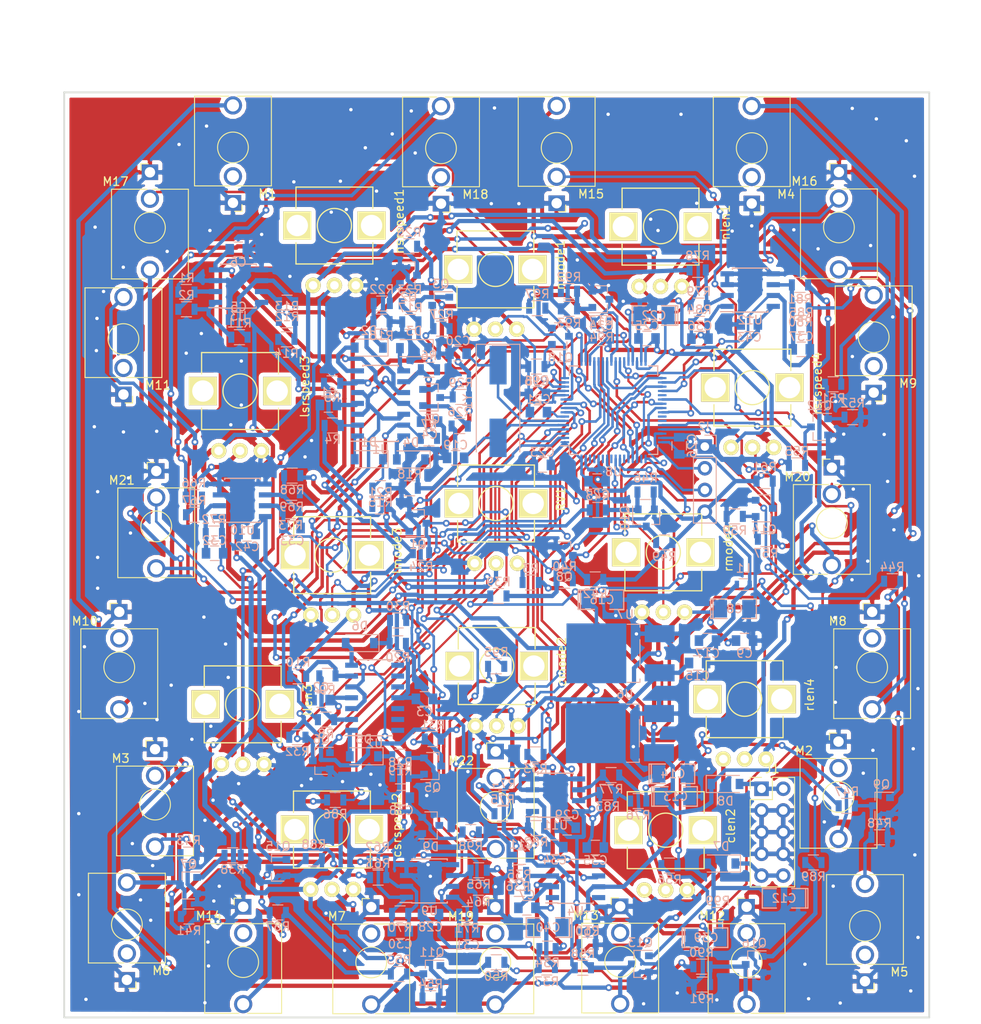
<source format=kicad_pcb>
(kicad_pcb (version 20171130) (host pcbnew 5.0.2+dfsg1-1)
  (layers (0 F.Cu signal) (31 B.Cu signal) (34 B.Paste user hide) (35 F.Paste user hide) (36 B.SilkS user hide) (37 F.SilkS user hide) (38 B.Mask user hide) (39 F.Mask user hide) (44 Edge.Cuts user))
  (net 0 "")
  (net 1 +12V)
  (net 2 GND)
  (net 3 -12V)
  (net 4 "Net-(C7-Pad2)")
  (net 5 "Net-(C7-Pad1)")
  (net 6 +3.3VA)
  (net 7 5volts)
  (net 8 +3V3)
  (net 9 "Net-(C19-Pad1)")
  (net 10 "Net-(C20-Pad1)")
  (net 11 "Net-(C21-Pad1)")
  (net 12 "Net-(C22-Pad1)")
  (net 13 "Net-(C30-Pad2)")
  (net 14 ADC0)
  (net 15 ADC9)
  (net 16 "Net-(C31-Pad2)")
  (net 17 ADC3)
  (net 18 "Net-(C32-Pad2)")
  (net 19 "Net-(C33-Pad2)")
  (net 20 ADC6)
  (net 21 ADC1)
  (net 22 "Net-(C34-Pad2)")
  (net 23 "Net-(C35-Pad2)")
  (net 24 ADC10)
  (net 25 "Net-(C36-Pad2)")
  (net 26 ADC4)
  (net 27 "Net-(C37-Pad2)")
  (net 28 ADC7)
  (net 29 AREF-10)
  (net 30 -12VA)
  (net 31 "Net-(C40-Pad1)")
  (net 32 "Net-(R77-Pad2)")
  (net 33 ADC11)
  (net 34 "Net-(R65-Pad2)")
  (net 35 "Net-(D1-Pad2)")
  (net 36 "Net-(D1-Pad1)")
  (net 37 "Net-(D2-Pad2)")
  (net 38 "Net-(D2-Pad1)")
  (net 39 "Net-(D3-Pad1)")
  (net 40 "Net-(D3-Pad2)")
  (net 41 "Net-(D4-Pad2)")
  (net 42 "Net-(D4-Pad1)")
  (net 43 "Net-(D5-Pad1)")
  (net 44 "Net-(D5-Pad2)")
  (net 45 "Net-(D6-Pad1)")
  (net 46 "Net-(D6-Pad2)")
  (net 47 "Net-(D7-Pad1)")
  (net 48 "Net-(D8-Pad2)")
  (net 49 /micro/SWDIO)
  (net 50 /micro/SWCLK)
  (net 51 "Net-(R79-Pad2)")
  (net 52 ADC5)
  (net 53 "Net-(R67-Pad2)")
  (net 54 NSPEED_IN)
  (net 55 CLEN_IN)
  (net 56 CSPEED_IN)
  (net 57 NLEN_IN)
  (net 58 RSROUT1)
  (net 59 LSROUT1)
  (net 60 CSROUT1)
  (net 61 RLEN_IN)
  (net 62 RSPEED_IN)
  (net 63 LLEN_IN)
  (net 64 LSPEED_IN)
  (net 65 RSROUT2)
  (net 66 LSROUT2)
  (net 67 NSRCLK)
  (net 68 RSR)
  (net 69 LSR)
  (net 70 ADC_IN)
  (net 71 DAC_OUT)
  (net 72 RSRCLK)
  (net 73 TIM1_CH1)
  (net 74 LSRCLK)
  (net 75 CSRCLK)
  (net 76 "Net-(M23-Pad3)")
  (net 77 "Net-(R75-Pad2)")
  (net 78 ADC2)
  (net 79 "Net-(R63-Pad2)")
  (net 80 "Net-(Q1-Pad1)")
  (net 81 MSB_IN)
  (net 82 "Net-(Q2-Pad1)")
  (net 83 5_IN)
  (net 84 "Net-(Q3-Pad1)")
  (net 85 4_IN)
  (net 86 "Net-(Q4-Pad1)")
  (net 87 3_IN)
  (net 88 2_IN)
  (net 89 "Net-(Q5-Pad1)")
  (net 90 1_IN)
  (net 91 "Net-(Q6-Pad1)")
  (net 92 "Net-(Q7-Pad1)")
  (net 93 LSRIN)
  (net 94 "Net-(Q8-Pad1)")
  (net 95 "Net-(Q9-Pad1)")
  (net 96 "Net-(Q10-Pad1)")
  (net 97 LSRCLKIN)
  (net 98 "Net-(Q11-Pad1)")
  (net 99 RSRIN)
  (net 100 "Net-(Q12-Pad1)")
  (net 101 "Net-(Q13-Pad1)")
  (net 102 "Net-(Q14-Pad1)")
  (net 103 RSRCLKIN)
  (net 104 "Net-(Q15-Pad1)")
  (net 105 "Net-(Q16-Pad1)")
  (net 106 NSRCLKIN)
  (net 107 "Net-(Q17-Pad1)")
  (net 108 CSRCLKIN)
  (net 109 "Net-(Q18-Pad1)")
  (net 110 "Net-(R1-Pad1)")
  (net 111 "Net-(R11-Pad2)")
  (net 112 /ADCREF)
  (net 113 "Net-(R4-Pad2)")
  (net 114 "Net-(R5-Pad2)")
  (net 115 "Net-(R6-Pad2)")
  (net 116 "Net-(R7-Pad2)")
  (net 117 "Net-(R8-Pad2)")
  (net 118 "Net-(R10-Pad1)")
  (net 119 "Net-(R11-Pad1)")
  (net 120 "Net-(R12-Pad1)")
  (net 121 /buf_out)
  (net 122 DAC_MC_OUT)
  (net 123 PULSE1OUT)
  (net 124 PULSE2OUT)
  (net 125 PULSE3OUT)
  (net 126 PULSE4OUT)
  (net 127 "Net-(R69-Pad2)")
  (net 128 "Net-(R81-Pad2)")
  (net 129 PULSE5OUT)
  (net 130 PULSE6OUT)
  (net 131 ADC8)
  (net 132 CSROUT2)
  (net 133 PULSE8OUT)
  (net 134 PULSE7OUT)
  (net 135 PULSE10OUT)
  (net 136 PULSE9OUT)
  (net 137 PULSE11OUT)
  (module Resistors_SMD:R_0805 (layer B.Cu) (at 119.9 144.29)
    (fp_text reference R98 (at 0 1.65) (layer B.SilkS) (effects (justify mirror)))
    (fp_text value 100R)
    (pad 2 smd rect (at 0.95 0) (size 0.7 1.3) (layers B.Cu B.Paste B.Mask) (net 30 -12VA))
    (pad 1 smd rect (at -0.95 0) (size 0.7 1.3) (layers B.Cu B.Paste B.Mask) (net 29 AREF-10))
  )
  (module Housings_QFP:LQFP-64_10x10mm_Pitch0.5mm (layer B.Cu) (at 136.62 94.92)
    (fp_text reference U8 (at 0 7.2) (layer B.SilkS) (effects (justify mirror)))
    (fp_text value STM32F446RETx)
    (pad 1 smd rect (at -5.7 3.75) (size 1 0.25) (layers B.Cu B.Paste B.Mask) (net 8 +3V3))
    (pad 2 smd rect (at -5.7 3.25) (size 1 0.25) (layers B.Cu B.Paste B.Mask) (net 88 2_IN))
    (pad 3 smd rect (at -5.7 2.75) (size 1 0.25) (layers B.Cu B.Paste B.Mask) (net 90 1_IN))
    (pad 4 smd rect (at -5.7 2.25) (size 1 0.25) (layers B.Cu B.Paste B.Mask) (net 129 PULSE5OUT))
    (pad 5 smd rect (at -5.7 1.75) (size 1 0.25) (layers B.Cu B.Paste B.Mask) (net 9 "Net-(C19-Pad1)"))
    (pad 6 smd rect (at -5.7 1.25) (size 1 0.25) (layers B.Cu B.Paste B.Mask) (net 10 "Net-(C20-Pad1)"))
    (pad 7 smd rect (at -5.7 0.75) (size 1 0.25) (layers B.Cu B.Paste B.Mask) (net 11 "Net-(C21-Pad1)"))
    (pad 8 smd rect (at -5.7 0.25) (size 1 0.25) (layers B.Cu B.Paste B.Mask) (net 15 ADC9))
    (pad 9 smd rect (at -5.7 -0.25) (size 1 0.25) (layers B.Cu B.Paste B.Mask) (net 24 ADC10))
    (pad 10 smd rect (at -5.7 -0.75) (size 1 0.25) (layers B.Cu B.Paste B.Mask) (net 33 ADC11))
    (pad 11 smd rect (at -5.7 -1.25) (size 1 0.25) (layers B.Cu B.Paste B.Mask) (net 108 CSRCLKIN))
    (pad 12 smd rect (at -5.7 -1.75) (size 1 0.25) (layers B.Cu B.Paste B.Mask) (net 2 GND))
    (pad 13 smd rect (at -5.7 -2.25) (size 1 0.25) (layers B.Cu B.Paste B.Mask) (net 6 +3.3VA))
    (pad 14 smd rect (at -5.7 -2.75) (size 1 0.25) (layers B.Cu B.Paste B.Mask) (net 14 ADC0))
    (pad 15 smd rect (at -5.7 -3.25) (size 1 0.25) (layers B.Cu B.Paste B.Mask) (net 21 ADC1))
    (pad 16 smd rect (at -5.7 -3.75) (size 1 0.25) (layers B.Cu B.Paste B.Mask) (net 78 ADC2))
    (pad 17 smd rect (at -3.75 -5.7 270) (size 1 0.25) (layers B.Cu B.Paste B.Mask) (net 17 ADC3))
    (pad 18 smd rect (at -3.25 -5.7 270) (size 1 0.25) (layers B.Cu B.Paste B.Mask) (net 2 GND))
    (pad 19 smd rect (at -2.75 -5.7 270) (size 1 0.25) (layers B.Cu B.Paste B.Mask) (net 8 +3V3))
    (pad 20 smd rect (at -2.25 -5.7 270) (size 1 0.25) (layers B.Cu B.Paste B.Mask) (net 122 DAC_MC_OUT))
    (pad 21 smd rect (at -1.75 -5.7 270) (size 1 0.25) (layers B.Cu B.Paste B.Mask) (net 52 ADC5))
    (pad 22 smd rect (at -1.25 -5.7 270) (size 1 0.25) (layers B.Cu B.Paste B.Mask) (net 20 ADC6))
    (pad 23 smd rect (at -0.75 -5.7 270) (size 1 0.25) (layers B.Cu B.Paste B.Mask) (net 28 ADC7))
    (pad 24 smd rect (at -0.25 -5.7 270) (size 1 0.25) (layers B.Cu B.Paste B.Mask) (net 106 NSRCLKIN))
    (pad 25 smd rect (at 0.25 -5.7 270) (size 1 0.25) (layers B.Cu B.Paste B.Mask) (net 103 RSRCLKIN))
    (pad 26 smd rect (at 0.75 -5.7 270) (size 1 0.25) (layers B.Cu B.Paste B.Mask) (net 26 ADC4))
    (pad 27 smd rect (at 1.25 -5.7 270) (size 1 0.25) (layers B.Cu B.Paste B.Mask) (net 131 ADC8))
    (pad 28 smd rect (at 1.75 -5.7 270) (size 1 0.25) (layers B.Cu B.Paste B.Mask) (net 123 PULSE1OUT))
    (pad 29 smd rect (at 2.25 -5.7 270) (size 1 0.25) (layers B.Cu B.Paste B.Mask) (net 133 PULSE8OUT))
    (pad 30 smd rect (at 2.75 -5.7 270) (size 1 0.25) (layers B.Cu B.Paste B.Mask) (net 12 "Net-(C22-Pad1)"))
    (pad 31 smd rect (at 3.25 -5.7 270) (size 1 0.25) (layers B.Cu B.Paste B.Mask) (net 2 GND))
    (pad 32 smd rect (at 3.75 -5.7 270) (size 1 0.25) (layers B.Cu B.Paste B.Mask) (net 8 +3V3))
    (pad 33 smd rect (at 5.7 -3.75) (size 1 0.25) (layers B.Cu B.Paste B.Mask) (net 136 PULSE9OUT))
    (pad 34 smd rect (at 5.7 -3.25) (size 1 0.25) (layers B.Cu B.Paste B.Mask) (net 135 PULSE10OUT))
    (pad 35 smd rect (at 5.7 -2.75) (size 1 0.25) (layers B.Cu B.Paste B.Mask) (net 137 PULSE11OUT))
    (pad 36 smd rect (at 5.7 -2.25) (size 1 0.25) (layers B.Cu B.Paste B.Mask) (net 134 PULSE7OUT))
    (pad 37 smd rect (at 5.7 -1.75) (size 1 0.25) (layers B.Cu B.Paste B.Mask))
    (pad 38 smd rect (at 5.7 -1.25) (size 1 0.25) (layers B.Cu B.Paste B.Mask) (net 99 RSRIN))
    (pad 39 smd rect (at 5.7 -0.75) (size 1 0.25) (layers B.Cu B.Paste B.Mask) (net 93 LSRIN))
    (pad 40 smd rect (at 5.7 -0.25) (size 1 0.25) (layers B.Cu B.Paste B.Mask) (net 81 MSB_IN))
    (pad 41 smd rect (at 5.7 0.25) (size 1 0.25) (layers B.Cu B.Paste B.Mask) (net 73 TIM1_CH1))
    (pad 42 smd rect (at 5.7 0.75) (size 1 0.25) (layers B.Cu B.Paste B.Mask))
    (pad 43 smd rect (at 5.7 1.25) (size 1 0.25) (layers B.Cu B.Paste B.Mask))
    (pad 44 smd rect (at 5.7 1.75) (size 1 0.25) (layers B.Cu B.Paste B.Mask) (net 130 PULSE6OUT))
    (pad 45 smd rect (at 5.7 2.25) (size 1 0.25) (layers B.Cu B.Paste B.Mask) (net 126 PULSE4OUT))
    (pad 46 smd rect (at 5.7 2.75) (size 1 0.25) (layers B.Cu B.Paste B.Mask) (net 49 /micro/SWDIO))
    (pad 47 smd rect (at 5.7 3.25) (size 1 0.25) (layers B.Cu B.Paste B.Mask) (net 2 GND))
    (pad 48 smd rect (at 5.7 3.75) (size 1 0.25) (layers B.Cu B.Paste B.Mask) (net 8 +3V3))
    (pad 49 smd rect (at 3.75 5.7 270) (size 1 0.25) (layers B.Cu B.Paste B.Mask) (net 50 /micro/SWCLK))
    (pad 50 smd rect (at 3.25 5.7 270) (size 1 0.25) (layers B.Cu B.Paste B.Mask))
    (pad 51 smd rect (at 2.75 5.7 270) (size 1 0.25) (layers B.Cu B.Paste B.Mask) (net 83 5_IN))
    (pad 52 smd rect (at 2.25 5.7 270) (size 1 0.25) (layers B.Cu B.Paste B.Mask) (net 85 4_IN))
    (pad 53 smd rect (at 1.75 5.7 270) (size 1 0.25) (layers B.Cu B.Paste B.Mask) (net 87 3_IN))
    (pad 54 smd rect (at 1.25 5.7 270) (size 1 0.25) (layers B.Cu B.Paste B.Mask))
    (pad 55 smd rect (at 0.75 5.7 270) (size 1 0.25) (layers B.Cu B.Paste B.Mask) (net 124 PULSE2OUT))
    (pad 56 smd rect (at 0.25 5.7 270) (size 1 0.25) (layers B.Cu B.Paste B.Mask) (net 125 PULSE3OUT))
    (pad 57 smd rect (at -0.25 5.7 270) (size 1 0.25) (layers B.Cu B.Paste B.Mask))
    (pad 58 smd rect (at -0.75 5.7 270) (size 1 0.25) (layers B.Cu B.Paste B.Mask) (net 97 LSRCLKIN))
    (pad 59 smd rect (at -1.25 5.7 270) (size 1 0.25) (layers B.Cu B.Paste B.Mask))
    (pad 60 smd rect (at -1.75 5.7 270) (size 1 0.25) (layers B.Cu B.Paste B.Mask) (net 2 GND))
    (pad 61 smd rect (at -2.25 5.7 270) (size 1 0.25) (layers B.Cu B.Paste B.Mask))
    (pad 62 smd rect (at -2.75 5.7 270) (size 1 0.25) (layers B.Cu B.Paste B.Mask))
    (pad 63 smd rect (at -3.25 5.7 270) (size 1 0.25) (layers B.Cu B.Paste B.Mask) (net 2 GND))
    (pad 64 smd rect (at -3.75 5.7 270) (size 1 0.25) (layers B.Cu B.Paste B.Mask) (net 8 +3V3))
  )
  (module Housings_SOIC:SOIC-8_3.9x4.9mm_Pitch1.27mm (layer B.Cu) (at 152.62 80.865)
    (fp_text reference U12 (at 0 3.5) (layer B.SilkS) (effects (justify mirror)))
    (fp_text value MCP6002)
    (pad 1 smd rect (at -2.7 1.905) (size 1.55 0.6) (layers B.Cu B.Paste B.Mask) (net 26 ADC4))
    (pad 2 smd rect (at -2.7 0.635) (size 1.55 0.6) (layers B.Cu B.Paste B.Mask) (net 25 "Net-(C36-Pad2)"))
    (pad 3 smd rect (at -2.7 -0.635) (size 1.55 0.6) (layers B.Cu B.Paste B.Mask) (net 2 GND))
    (pad 4 smd rect (at -2.7 -1.905) (size 1.55 0.6) (layers B.Cu B.Paste B.Mask) (net 2 GND))
    (pad 5 smd rect (at 2.7 -1.905) (size 1.55 0.6) (layers B.Cu B.Paste B.Mask) (net 2 GND))
    (pad 6 smd rect (at 2.7 -0.635) (size 1.55 0.6) (layers B.Cu B.Paste B.Mask) (net 27 "Net-(C37-Pad2)"))
    (pad 7 smd rect (at 2.7 0.635) (size 1.55 0.6) (layers B.Cu B.Paste B.Mask) (net 28 ADC7))
    (pad 8 smd rect (at 2.7 1.905) (size 1.55 0.6) (layers B.Cu B.Paste B.Mask) (net 8 +3V3))
  )
  (module Crystals:Crystal_SMD_HC49-SD (layer B.Cu) (at 123.1 93.91 270)
    (fp_text reference Y1 (at 0 3.55 270) (layer B.SilkS) (effects (justify mirror)))
    (fp_text value 8MHz)
    (pad 1 smd rect (at -4.25 0 270) (size 4.5 2) (layers B.Cu B.Paste B.Mask) (net 10 "Net-(C20-Pad1)"))
    (pad 2 smd rect (at 4.25 0 270) (size 4.5 2) (layers B.Cu B.Paste B.Mask) (net 9 "Net-(C19-Pad1)"))
  )
  (module Capacitors_SMD:C_0805 (layer B.Cu) (at 103.24 94.31 180)
    (fp_text reference C1 (at 0 1.5 180) (layer B.SilkS) (effects (justify mirror)))
    (fp_text value 100nF)
    (pad 1 smd rect (at -1 0 180) (size 1 1.25) (layers B.Cu B.Paste B.Mask) (net 1 +12V))
    (pad 2 smd rect (at 1 0 180) (size 1 1.25) (layers B.Cu B.Paste B.Mask) (net 2 GND))
  )
  (module Capacitors_SMD:C_0805 (layer B.Cu) (at 102.38 128.85 180)
    (fp_text reference C2 (at 0 1.5 180) (layer B.SilkS) (effects (justify mirror)))
    (fp_text value 100nF)
    (pad 2 smd rect (at 1 0 180) (size 1 1.25) (layers B.Cu B.Paste B.Mask) (net 2 GND))
    (pad 1 smd rect (at -1 0 180) (size 1 1.25) (layers B.Cu B.Paste B.Mask) (net 1 +12V))
  )
  (module Capacitors_SMD:C_0805 (layer B.Cu) (at 114.48 128.71)
    (fp_text reference C3 (at 0 1.5) (layer B.SilkS) (effects (justify mirror)))
    (fp_text value 100nF)
    (pad 2 smd rect (at 1 0) (size 1 1.25) (layers B.Cu B.Paste B.Mask) (net 2 GND))
    (pad 1 smd rect (at -1 0) (size 1 1.25) (layers B.Cu B.Paste B.Mask) (net 3 -12V))
  )
  (module Capacitors_SMD:C_0805 (layer B.Cu) (at 115.08 96.26)
    (fp_text reference C4 (at 0 1.5) (layer B.SilkS) (effects (justify mirror)))
    (fp_text value 100nF)
    (pad 2 smd rect (at 1 0) (size 1 1.25) (layers B.Cu B.Paste B.Mask) (net 2 GND))
    (pad 1 smd rect (at -1 0) (size 1 1.25) (layers B.Cu B.Paste B.Mask) (net 3 -12V))
  )
  (module Capacitors_SMD:C_0805 (layer B.Cu) (at 92.72 84.32 180)
    (fp_text reference C5 (at 0 1.5 180) (layer B.SilkS) (effects (justify mirror)))
    (fp_text value 100nF)
    (pad 1 smd rect (at -1 0 180) (size 1 1.25) (layers B.Cu B.Paste B.Mask) (net 1 +12V))
    (pad 2 smd rect (at 1 0 180) (size 1 1.25) (layers B.Cu B.Paste B.Mask) (net 2 GND))
  )
  (module Capacitors_SMD:C_0805 (layer B.Cu) (at 92.68 76.09)
    (fp_text reference C6 (at 0 1.5) (layer B.SilkS) (effects (justify mirror)))
    (fp_text value 100nF)
    (pad 1 smd rect (at -1 0) (size 1 1.25) (layers B.Cu B.Paste B.Mask) (net 3 -12V))
    (pad 2 smd rect (at 1 0) (size 1 1.25) (layers B.Cu B.Paste B.Mask) (net 2 GND))
  )
  (module Capacitors_SMD:C_0805 (layer B.Cu) (at 126.48 153.16 180)
    (fp_text reference C7 (at 0 1.5 180) (layer B.SilkS) (effects (justify mirror)))
    (fp_text value 47pF)
    (pad 2 smd rect (at 1 0 180) (size 1 1.25) (layers B.Cu B.Paste B.Mask) (net 4 "Net-(C7-Pad2)"))
    (pad 1 smd rect (at -1 0 180) (size 1 1.25) (layers B.Cu B.Paste B.Mask) (net 5 "Net-(C7-Pad1)"))
  )
  (module SMD_Packages:SMD-1206_Pol (layer B.Cu) (at 150.8 118.16)
    (fp_text reference C8 (at 0 0) (layer B.SilkS) (effects (justify mirror)))
    (fp_text value 10uF)
    (pad 2 smd rect (at 1.651 0) (size 1.524 2.032) (layers B.Cu B.Paste B.Mask) (net 2 GND))
    (pad 1 smd rect (at -1.651 0) (size 1.524 2.032) (layers B.Cu B.Paste B.Mask) (net 6 +3.3VA))
  )
  (module Capacitors_SMD:C_0805 (layer B.Cu) (at 151.96 121.89)
    (fp_text reference C9 (at 0 1.5) (layer B.SilkS) (effects (justify mirror)))
    (fp_text value 100nF)
    (pad 2 smd rect (at 1 0) (size 1 1.25) (layers B.Cu B.Paste B.Mask) (net 2 GND))
    (pad 1 smd rect (at -1 0) (size 1 1.25) (layers B.Cu B.Paste B.Mask) (net 6 +3.3VA))
  )
  (module Capacitors_SMD:C_0805 (layer B.Cu) (at 133.56 154.42)
    (fp_text reference C10 (at 0 1.5) (layer B.SilkS) (effects (justify mirror)))
    (fp_text value 100nF)
    (pad 2 smd rect (at 1 0) (size 1 1.25) (layers B.Cu B.Paste B.Mask) (net 2 GND))
    (pad 1 smd rect (at -1 0) (size 1 1.25) (layers B.Cu B.Paste B.Mask) (net 1 +12V))
  )
  (module Capacitors_SMD:C_0805 (layer B.Cu) (at 125.83 147.23 180)
    (fp_text reference C11 (at 0 1.5 180) (layer B.SilkS) (effects (justify mirror)))
    (fp_text value 100nF)
    (pad 1 smd rect (at -1 0 180) (size 1 1.25) (layers B.Cu B.Paste B.Mask) (net 3 -12V))
    (pad 2 smd rect (at 1 0 180) (size 1 1.25) (layers B.Cu B.Paste B.Mask) (net 2 GND))
  )
  (module SMD_Packages:SMD-1206_Pol (layer B.Cu) (at 156.581 152.05 180)
    (fp_text reference C12 (at 0 0 180) (layer B.SilkS) (effects (justify mirror)))
    (fp_text value 10uF)
    (pad 1 smd rect (at -1.651 0 180) (size 1.524 2.032) (layers B.Cu B.Paste B.Mask) (net 2 GND))
    (pad 2 smd rect (at 1.651 0 180) (size 1.524 2.032) (layers B.Cu B.Paste B.Mask) (net 3 -12V))
  )
  (module SMD_Packages:SMD-1206_Pol (layer B.Cu) (at 143.89 140.13)
    (fp_text reference C13 (at 0 0) (layer B.SilkS) (effects (justify mirror)))
    (fp_text value 10uF)
    (pad 2 smd rect (at 1.651 0) (size 1.524 2.032) (layers B.Cu B.Paste B.Mask) (net 2 GND))
    (pad 1 smd rect (at -1.651 0) (size 1.524 2.032) (layers B.Cu B.Paste B.Mask) (net 1 +12V))
  )
  (module SMD_Packages:SMD-1206_Pol (layer B.Cu) (at 143.58 137.48)
    (fp_text reference C14 (at 0 0) (layer B.SilkS) (effects (justify mirror)))
    (fp_text value 10uF)
    (pad 1 smd rect (at -1.651 0) (size 1.524 2.032) (layers B.Cu B.Paste B.Mask) (net 7 5volts))
    (pad 2 smd rect (at 1.651 0) (size 1.524 2.032) (layers B.Cu B.Paste B.Mask) (net 2 GND))
  )
  (module Capacitors_SMD:C_0805 (layer B.Cu) (at 146.46 124.51)
    (fp_text reference C15 (at 0 1.5) (layer B.SilkS) (effects (justify mirror)))
    (fp_text value 100nF)
    (pad 2 smd rect (at 1 0) (size 1 1.25) (layers B.Cu B.Paste B.Mask) (net 2 GND))
    (pad 1 smd rect (at -1 0) (size 1 1.25) (layers B.Cu B.Paste B.Mask) (net 7 5volts))
  )
  (module SMD_Packages:SMD-1206_Pol (layer B.Cu) (at 135.27 117.1)
    (fp_text reference C16 (at 0 0) (layer B.SilkS) (effects (justify mirror)))
    (fp_text value 10uF)
    (pad 2 smd rect (at 1.651 0) (size 1.524 2.032) (layers B.Cu B.Paste B.Mask) (net 2 GND))
    (pad 1 smd rect (at -1.651 0) (size 1.524 2.032) (layers B.Cu B.Paste B.Mask) (net 8 +3V3))
  )
  (module Capacitors_SMD:C_0805 (layer B.Cu) (at 147.62 121.89)
    (fp_text reference C17 (at 0 1.5) (layer B.SilkS) (effects (justify mirror)))
    (fp_text value 100nF)
    (pad 1 smd rect (at -1 0) (size 1 1.25) (layers B.Cu B.Paste B.Mask) (net 8 +3V3))
    (pad 2 smd rect (at 1 0) (size 1 1.25) (layers B.Cu B.Paste B.Mask) (net 2 GND))
  )
  (module Capacitors_SMD:C_0805 (layer B.Cu) (at 127.7 93.02 180)
    (fp_text reference C18 (at 0 1.5 180) (layer B.SilkS) (effects (justify mirror)))
    (fp_text value 100nF)
    (pad 1 smd rect (at -1 0 180) (size 1 1.25) (layers B.Cu B.Paste B.Mask) (net 6 +3.3VA))
    (pad 2 smd rect (at 1 0 180) (size 1 1.25) (layers B.Cu B.Paste B.Mask) (net 2 GND))
  )
  (module Capacitors_SMD:C_0805 (layer B.Cu) (at 118.13 100.5 180)
    (fp_text reference C19 (at 0 1.5 180) (layer B.SilkS) (effects (justify mirror)))
    (fp_text value 18pF)
    (pad 2 smd rect (at 1 0 180) (size 1 1.25) (layers B.Cu B.Paste B.Mask) (net 2 GND))
    (pad 1 smd rect (at -1 0 180) (size 1 1.25) (layers B.Cu B.Paste B.Mask) (net 9 "Net-(C19-Pad1)"))
  )
  (module Capacitors_SMD:C_0805 (layer B.Cu) (at 118.42 88.31 180)
    (fp_text reference C20 (at 0 1.5 180) (layer B.SilkS) (effects (justify mirror)))
    (fp_text value 18pF)
    (pad 1 smd rect (at -1 0 180) (size 1 1.25) (layers B.Cu B.Paste B.Mask) (net 10 "Net-(C20-Pad1)"))
    (pad 2 smd rect (at 1 0 180) (size 1 1.25) (layers B.Cu B.Paste B.Mask) (net 2 GND))
  )
  (module Capacitors_SMD:C_0805 (layer B.Cu) (at 127.83 95.15 180)
    (fp_text reference C21 (at 0 1.5 180) (layer B.SilkS) (effects (justify mirror)))
    (fp_text value 100nF)
    (pad 1 smd rect (at -1 0 180) (size 1 1.25) (layers B.Cu B.Paste B.Mask) (net 11 "Net-(C21-Pad1)"))
    (pad 2 smd rect (at 1 0 180) (size 1 1.25) (layers B.Cu B.Paste B.Mask) (net 2 GND))
  )
  (module SMD_Packages:SMD-1206_Pol (layer B.Cu) (at 141.351 83.84 180)
    (fp_text reference C22 (at 0 0 180) (layer B.SilkS) (effects (justify mirror)))
    (fp_text value 4.7uF)
    (pad 2 smd rect (at 1.651 0 180) (size 1.524 2.032) (layers B.Cu B.Paste B.Mask) (net 2 GND))
    (pad 1 smd rect (at -1.651 0 180) (size 1.524 2.032) (layers B.Cu B.Paste B.Mask) (net 12 "Net-(C22-Pad1)"))
  )
  (module Capacitors_SMD:C_0805 (layer B.Cu) (at 128.29 101.33 180)
    (fp_text reference C23 (at 0 1.5 180) (layer B.SilkS) (effects (justify mirror)))
    (fp_text value 100nF)
    (pad 2 smd rect (at 1 0 180) (size 1 1.25) (layers B.Cu B.Paste B.Mask) (net 2 GND))
    (pad 1 smd rect (at -1 0 180) (size 1 1.25) (layers B.Cu B.Paste B.Mask) (net 8 +3V3))
  )
  (module Capacitors_SMD:C_0805 (layer B.Cu) (at 135.19 86.51 180)
    (fp_text reference C24 (at 0 1.5 180) (layer B.SilkS) (effects (justify mirror)))
    (fp_text value 100nF)
    (pad 1 smd rect (at -1 0 180) (size 1 1.25) (layers B.Cu B.Paste B.Mask) (net 8 +3V3))
    (pad 2 smd rect (at 1 0 180) (size 1 1.25) (layers B.Cu B.Paste B.Mask) (net 2 GND))
  )
  (module Capacitors_SMD:C_0805 (layer B.Cu) (at 140.54 86.53 180)
    (fp_text reference C25 (at 0 1.5 180) (layer B.SilkS) (effects (justify mirror)))
    (fp_text value 100nF)
    (pad 2 smd rect (at 1 0 180) (size 1 1.25) (layers B.Cu B.Paste B.Mask) (net 2 GND))
    (pad 1 smd rect (at -1 0 180) (size 1 1.25) (layers B.Cu B.Paste B.Mask) (net 8 +3V3))
  )
  (module Capacitors_SMD:C_0805 (layer B.Cu) (at 144.31 99.09 90)
    (fp_text reference C26 (at 0 1.5 90) (layer B.SilkS) (effects (justify mirror)))
    (fp_text value 100nF)
    (pad 1 smd rect (at -1 0 90) (size 1 1.25) (layers B.Cu B.Paste B.Mask) (net 8 +3V3))
    (pad 2 smd rect (at 1 0 90) (size 1 1.25) (layers B.Cu B.Paste B.Mask) (net 2 GND))
  )
  (module Capacitors_SMD:C_0805 (layer B.Cu) (at 134.69 103.23)
    (fp_text reference C27 (at 0 1.5) (layer B.SilkS) (effects (justify mirror)))
    (fp_text value 100nF)
    (pad 1 smd rect (at -1 0) (size 1 1.25) (layers B.Cu B.Paste B.Mask) (net 8 +3V3))
    (pad 2 smd rect (at 1 0) (size 1 1.25) (layers B.Cu B.Paste B.Mask) (net 2 GND))
  )
  (module Capacitors_SMD:C_0805 (layer B.Cu) (at 115.19 153.91)
    (fp_text reference C28 (at 0 1.5) (layer B.SilkS) (effects (justify mirror)))
    (fp_text value 100N)
    (pad 2 smd rect (at 1 0) (size 1 1.25) (layers B.Cu B.Paste B.Mask) (net 8 +3V3))
    (pad 1 smd rect (at -1 0) (size 1 1.25) (layers B.Cu B.Paste B.Mask) (net 2 GND))
  )
  (module Capacitors_SMD:C_0805 (layer B.Cu) (at 131.19 143.79 180)
    (fp_text reference C29 (at 0 1.5 180) (layer B.SilkS) (effects (justify mirror)))
    (fp_text value 100N)
    (pad 1 smd rect (at -1 0 180) (size 1 1.25) (layers B.Cu B.Paste B.Mask) (net 2 GND))
    (pad 2 smd rect (at 1 0 180) (size 1 1.25) (layers B.Cu B.Paste B.Mask) (net 8 +3V3))
  )
  (module Capacitors_SMD:C_0805 (layer B.Cu) (at 111.65 155.9)
    (fp_text reference C30 (at 0 1.5) (layer B.SilkS) (effects (justify mirror)))
    (fp_text value 1nF)
    (pad 2 smd rect (at 1 0) (size 1 1.25) (layers B.Cu B.Paste B.Mask) (net 13 "Net-(C30-Pad2)"))
    (pad 1 smd rect (at -1 0) (size 1 1.25) (layers B.Cu B.Paste B.Mask) (net 14 ADC0))
  )
  (module Capacitors_SMD:C_0805 (layer B.Cu) (at 119.52 156.05)
    (fp_text reference C31 (at 0 1.5) (layer B.SilkS) (effects (justify mirror)))
    (fp_text value 1nF)
    (pad 1 smd rect (at -1 0) (size 1 1.25) (layers B.Cu B.Paste B.Mask) (net 15 ADC9))
    (pad 2 smd rect (at 1 0) (size 1 1.25) (layers B.Cu B.Paste B.Mask) (net 16 "Net-(C31-Pad2)"))
  )
  (module Capacitors_SMD:C_0805 (layer B.Cu) (at 89.91 111.67 180)
    (fp_text reference C32 (at 0 1.5 180) (layer B.SilkS) (effects (justify mirror)))
    (fp_text value 1nF)
    (pad 1 smd rect (at -1 0 180) (size 1 1.25) (layers B.Cu B.Paste B.Mask) (net 17 ADC3))
    (pad 2 smd rect (at 1 0 180) (size 1 1.25) (layers B.Cu B.Paste B.Mask) (net 18 "Net-(C32-Pad2)"))
  )
  (module Capacitors_SMD:C_0805 (layer B.Cu) (at 98.98 108.71)
    (fp_text reference C33 (at 0 1.5) (layer B.SilkS) (effects (justify mirror)))
    (fp_text value 1nF)
    (pad 2 smd rect (at 1 0) (size 1 1.25) (layers B.Cu B.Paste B.Mask) (net 19 "Net-(C33-Pad2)"))
    (pad 1 smd rect (at -1 0) (size 1 1.25) (layers B.Cu B.Paste B.Mask) (net 20 ADC6))
  )
  (module Capacitors_SMD:C_0805 (layer B.Cu) (at 129.74 146.07)
    (fp_text reference C34 (at 0 1.5) (layer B.SilkS) (effects (justify mirror)))
    (fp_text value 1nF)
    (pad 1 smd rect (at -1 0) (size 1 1.25) (layers B.Cu B.Paste B.Mask) (net 21 ADC1))
    (pad 2 smd rect (at 1 0) (size 1 1.25) (layers B.Cu B.Paste B.Mask) (net 22 "Net-(C34-Pad2)"))
  )
  (module Capacitors_SMD:C_0805 (layer B.Cu) (at 134.49 146.11)
    (fp_text reference C35 (at 0 1.5) (layer B.SilkS) (effects (justify mirror)))
    (fp_text value 1nF)
    (pad 2 smd rect (at 1 0) (size 1 1.25) (layers B.Cu B.Paste B.Mask) (net 23 "Net-(C35-Pad2)"))
    (pad 1 smd rect (at -1 0) (size 1 1.25) (layers B.Cu B.Paste B.Mask) (net 24 ADC10))
  )
  (module Capacitors_SMD:C_0805 (layer B.Cu) (at 146.74 86.55 180)
    (fp_text reference C36 (at 0 1.5 180) (layer B.SilkS) (effects (justify mirror)))
    (fp_text value 1nF)
    (pad 2 smd rect (at 1 0 180) (size 1 1.25) (layers B.Cu B.Paste B.Mask) (net 25 "Net-(C36-Pad2)"))
    (pad 1 smd rect (at -1 0 180) (size 1 1.25) (layers B.Cu B.Paste B.Mask) (net 26 ADC4))
  )
  (module Capacitors_SMD:C_0805 (layer B.Cu) (at 158.6 87.8 180)
    (fp_text reference C37 (at 0 1.5 180) (layer B.SilkS) (effects (justify mirror)))
    (fp_text value 1nF)
    (pad 2 smd rect (at 1 0 180) (size 1 1.25) (layers B.Cu B.Paste B.Mask) (net 27 "Net-(C37-Pad2)"))
    (pad 1 smd rect (at -1 0 180) (size 1 1.25) (layers B.Cu B.Paste B.Mask) (net 28 ADC7))
  )
  (module Capacitors_SMD:C_0805 (layer B.Cu) (at 111.77 140.27)
    (fp_text reference C38 (at 0 1.5) (layer B.SilkS) (effects (justify mirror)))
    (fp_text value 100N)
    (pad 1 smd rect (at -1 0) (size 1 1.25) (layers B.Cu B.Paste B.Mask) (net 2 GND))
    (pad 2 smd rect (at 1 0) (size 1 1.25) (layers B.Cu B.Paste B.Mask) (net 29 AREF-10))
  )
  (module SMD_Packages:SMD-1206_Pol (layer B.Cu) (at 147.459 156.66)
    (fp_text reference C39 (at 0 0) (layer B.SilkS) (effects (justify mirror)))
    (fp_text value 10uF)
    (pad 1 smd rect (at -1.651 0) (size 1.524 2.032) (layers B.Cu B.Paste B.Mask) (net 2 GND))
    (pad 2 smd rect (at 1.651 0) (size 1.524 2.032) (layers B.Cu B.Paste B.Mask) (net 30 -12VA))
  )
  (module SMD_Packages:SMD-1206_Pol (layer B.Cu) (at 128.939 155.47 180)
    (fp_text reference C40 (at 0 0 180) (layer B.SilkS) (effects (justify mirror)))
    (fp_text value 1uF)
    (pad 1 smd rect (at -1.651 0 180) (size 1.524 2.032) (layers B.Cu B.Paste B.Mask) (net 31 "Net-(C40-Pad1)"))
    (pad 2 smd rect (at 1.651 0 180) (size 1.524 2.032) (layers B.Cu B.Paste B.Mask) (net 2 GND))
  )
  (module Capacitors_SMD:C_0805 (layer B.Cu) (at 93.72 109.4)
    (fp_text reference C42 (at 0 1.5) (layer B.SilkS) (effects (justify mirror)))
    (fp_text value 100N)
    (pad 1 smd rect (at -1 0) (size 1 1.25) (layers B.Cu B.Paste B.Mask) (net 2 GND))
    (pad 2 smd rect (at 1 0) (size 1 1.25) (layers B.Cu B.Paste B.Mask) (net 8 +3V3))
  )
  (module Capacitors_SMD:C_0805 (layer B.Cu) (at 152.52 84.88)
    (fp_text reference C43 (at 0 1.5) (layer B.SilkS) (effects (justify mirror)))
    (fp_text value 100N)
    (pad 2 smd rect (at 1 0) (size 1 1.25) (layers B.Cu B.Paste B.Mask) (net 8 +3V3))
    (pad 1 smd rect (at -1 0) (size 1 1.25) (layers B.Cu B.Paste B.Mask) (net 2 GND))
  )
  (module new_kicad:Potentiometer_Alps-RK09 (layer F.Cu) (at 142.73 144.08 90)
    (fp_text reference clen2 (at 0.5 7.6 270) (layer F.SilkS))
    (fp_text value 10K)
    (pad 5 thru_hole rect (at 0 4.35) (size 3.3 3.3) (drill 2.5) (layers *.Cu *.Mask F.SilkS))
    (pad 4 thru_hole rect (at 0 -4.35) (size 3.3 3.3) (drill 2.5) (layers *.Cu *.Mask F.SilkS))
    (pad 3 thru_hole circle (at -7 2.5) (size 1.8 1.8) (drill 1) (layers *.Cu *.Mask F.SilkS) (net 2 GND))
    (pad 2 thru_hole circle (at -7 0) (size 1.8 1.8) (drill 1) (layers *.Cu *.Mask F.SilkS) (net 32 "Net-(R77-Pad2)"))
    (pad 1 thru_hole circle (at -7 -2.5) (size 1.8 1.8) (drill 1) (layers *.Cu *.Mask F.SilkS) (net 29 AREF-10))
  )
  (module new_kicad:Potentiometer_Alps-RK09 (layer F.Cu) (at 122.94 124.87 90)
    (fp_text reference cmode2 (at 0.5 7.6 270) (layer F.SilkS))
    (fp_text value 10K)
    (pad 1 thru_hole circle (at -7 -2.5) (size 1.8 1.8) (drill 1) (layers *.Cu *.Mask F.SilkS) (net 2 GND))
    (pad 2 thru_hole circle (at -7 0) (size 1.8 1.8) (drill 1) (layers *.Cu *.Mask F.SilkS) (net 33 ADC11))
    (pad 3 thru_hole circle (at -7 2.5) (size 1.8 1.8) (drill 1) (layers *.Cu *.Mask F.SilkS) (net 6 +3.3VA))
    (pad 4 thru_hole rect (at 0 -4.35) (size 3.3 3.3) (drill 2.5) (layers *.Cu *.Mask F.SilkS))
    (pad 5 thru_hole rect (at 0 4.35) (size 3.3 3.3) (drill 2.5) (layers *.Cu *.Mask F.SilkS))
  )
  (module new_kicad:Potentiometer_Alps-RK09 (layer F.Cu) (at 103.65 144 90)
    (fp_text reference csrspeed2 (at 0.5 7.6 270) (layer F.SilkS))
    (fp_text value 10K)
    (pad 5 thru_hole rect (at 0 4.35) (size 3.3 3.3) (drill 2.5) (layers *.Cu *.Mask F.SilkS))
    (pad 4 thru_hole rect (at 0 -4.35) (size 3.3 3.3) (drill 2.5) (layers *.Cu *.Mask F.SilkS))
    (pad 3 thru_hole circle (at -7 2.5) (size 1.8 1.8) (drill 1) (layers *.Cu *.Mask F.SilkS) (net 2 GND))
    (pad 2 thru_hole circle (at -7 0) (size 1.8 1.8) (drill 1) (layers *.Cu *.Mask F.SilkS) (net 34 "Net-(R65-Pad2)"))
    (pad 1 thru_hole circle (at -7 -2.5) (size 1.8 1.8) (drill 1) (layers *.Cu *.Mask F.SilkS) (net 29 AREF-10))
  )
  (module Diodes_SMD:D_SOD-123 (layer B.Cu) (at 107.97 100.66 180)
    (fp_text reference D1 (at 0 2 180) (layer B.SilkS) (effects (justify mirror)))
    (fp_text value 4148)
    (pad 2 smd rect (at 1.65 0 180) (size 0.9 1.2) (layers B.Cu B.Paste B.Mask) (net 35 "Net-(D1-Pad2)"))
    (pad 1 smd rect (at -1.65 0 180) (size 0.9 1.2) (layers B.Cu B.Paste B.Mask) (net 36 "Net-(D1-Pad1)"))
  )
  (module Diodes_SMD:D_SOD-123 (layer B.Cu) (at 107.97 87.6 180)
    (fp_text reference D2 (at 0 2 180) (layer B.SilkS) (effects (justify mirror)))
    (fp_text value 4148)
    (pad 2 smd rect (at 1.65 0 180) (size 0.9 1.2) (layers B.Cu B.Paste B.Mask) (net 37 "Net-(D2-Pad2)"))
    (pad 1 smd rect (at -1.65 0 180) (size 0.9 1.2) (layers B.Cu B.Paste B.Mask) (net 38 "Net-(D2-Pad1)"))
  )
  (module Diodes_SMD:D_SOD-123 (layer B.Cu) (at 113.26 87.66 180)
    (fp_text reference D3 (at 0 2 180) (layer B.SilkS) (effects (justify mirror)))
    (fp_text value 4148)
    (pad 1 smd rect (at -1.65 0 180) (size 0.9 1.2) (layers B.Cu B.Paste B.Mask) (net 39 "Net-(D3-Pad1)"))
    (pad 2 smd rect (at 1.65 0 180) (size 0.9 1.2) (layers B.Cu B.Paste B.Mask) (net 40 "Net-(D3-Pad2)"))
  )
  (module Diodes_SMD:D_SOD-123 (layer B.Cu) (at 112.9 100.69 180)
    (fp_text reference D4 (at 0 2 180) (layer B.SilkS) (effects (justify mirror)))
    (fp_text value 4148)
    (pad 2 smd rect (at 1.65 0 180) (size 0.9 1.2) (layers B.Cu B.Paste B.Mask) (net 41 "Net-(D4-Pad2)"))
    (pad 1 smd rect (at -1.65 0 180) (size 0.9 1.2) (layers B.Cu B.Paste B.Mask) (net 42 "Net-(D4-Pad1)"))
  )
  (module Diodes_SMD:D_SOD-123 (layer B.Cu) (at 107.39 135.43 180)
    (fp_text reference D5 (at 0 2 180) (layer B.SilkS) (effects (justify mirror)))
    (fp_text value 4148)
    (pad 1 smd rect (at -1.65 0 180) (size 0.9 1.2) (layers B.Cu B.Paste B.Mask) (net 43 "Net-(D5-Pad1)"))
    (pad 2 smd rect (at 1.65 0 180) (size 0.9 1.2) (layers B.Cu B.Paste B.Mask) (net 44 "Net-(D5-Pad2)"))
  )
  (module Diodes_SMD:D_SOD-123 (layer B.Cu) (at 106.91 122.18 180)
    (fp_text reference D6 (at 0 2 180) (layer B.SilkS) (effects (justify mirror)))
    (fp_text value 4148)
    (pad 1 smd rect (at -1.65 0 180) (size 0.9 1.2) (layers B.Cu B.Paste B.Mask) (net 45 "Net-(D6-Pad1)"))
    (pad 2 smd rect (at 1.65 0 180) (size 0.9 1.2) (layers B.Cu B.Paste B.Mask) (net 46 "Net-(D6-Pad2)"))
  )
  (module Diodes_SMD:D_SOD-123 (layer B.Cu) (at 149.23 147.98 180)
    (fp_text reference D7 (at 0 2 180) (layer B.SilkS) (effects (justify mirror)))
    (fp_text value D)
    (pad 1 smd rect (at -1.65 0 180) (size 0.9 1.2) (layers B.Cu B.Paste B.Mask) (net 47 "Net-(D7-Pad1)"))
    (pad 2 smd rect (at 1.65 0 180) (size 0.9 1.2) (layers B.Cu B.Paste B.Mask) (net 3 -12V))
  )
  (module Diodes_SMD:D_SOD-123 (layer B.Cu) (at 149.72 138.67)
    (fp_text reference D8 (at 0 2) (layer B.SilkS) (effects (justify mirror)))
    (fp_text value D)
    (pad 2 smd rect (at 1.65 0) (size 0.9 1.2) (layers B.Cu B.Paste B.Mask) (net 48 "Net-(D8-Pad2)"))
    (pad 1 smd rect (at -1.65 0) (size 0.9 1.2) (layers B.Cu B.Paste B.Mask) (net 1 +12V))
  )
  (module TO_SOT_Packages_SMD:SOT-23 (layer B.Cu) (at 115.22 143.52)
    (fp_text reference D9 (at 0 2.5) (layer B.SilkS) (effects (justify mirror)))
    (fp_text value LM4040)
    (pad 3 smd rect (at 1 0) (size 0.9 0.8) (layers B.Cu B.Paste B.Mask))
    (pad 2 smd rect (at -1 -0.95) (size 0.9 0.8) (layers B.Cu B.Paste B.Mask) (net 29 AREF-10))
    (pad 1 smd rect (at -1 0.95) (size 0.9 0.8) (layers B.Cu B.Paste B.Mask) (net 2 GND))
  )
  (module Pin_Headers:Pin_Header_Straight_2x05_Pitch2.54mm (layer F.Cu) (at 153.95 139.23)
    (fp_text reference J1 (at 1.27 -2.33) (layer F.SilkS))
    (fp_text value Conn_02x05_Odd_Even)
    (pad 1 thru_hole rect (at 0 0) (size 1.7 1.7) (drill 1) (layers *.Cu *.Mask) (net 48 "Net-(D8-Pad2)"))
    (pad 2 thru_hole oval (at 2.54 0) (size 1.7 1.7) (drill 1) (layers *.Cu *.Mask) (net 48 "Net-(D8-Pad2)"))
    (pad 3 thru_hole oval (at 0 2.54) (size 1.7 1.7) (drill 1) (layers *.Cu *.Mask) (net 2 GND))
    (pad 4 thru_hole oval (at 2.54 2.54) (size 1.7 1.7) (drill 1) (layers *.Cu *.Mask) (net 2 GND))
    (pad 5 thru_hole oval (at 0 5.08) (size 1.7 1.7) (drill 1) (layers *.Cu *.Mask) (net 2 GND))
    (pad 6 thru_hole oval (at 2.54 5.08) (size 1.7 1.7) (drill 1) (layers *.Cu *.Mask) (net 2 GND))
    (pad 7 thru_hole oval (at 0 7.62) (size 1.7 1.7) (drill 1) (layers *.Cu *.Mask) (net 2 GND))
    (pad 8 thru_hole oval (at 2.54 7.62) (size 1.7 1.7) (drill 1) (layers *.Cu *.Mask) (net 2 GND))
    (pad 9 thru_hole oval (at 0 10.16) (size 1.7 1.7) (drill 1) (layers *.Cu *.Mask) (net 47 "Net-(D7-Pad1)"))
    (pad 10 thru_hole oval (at 2.54 10.16) (size 1.7 1.7) (drill 1) (layers *.Cu *.Mask) (net 47 "Net-(D7-Pad1)"))
  )
  (module Pin_Headers:Pin_Header_Straight_1x04_Pitch2.54mm (layer B.Cu) (at 147.31 99.18 180)
    (fp_text reference J2 (at 0 2.33 180) (layer B.SilkS) (effects (justify mirror)))
    (fp_text value prog)
    (pad 1 thru_hole rect (at 0 0 180) (size 1.7 1.7) (drill 1) (layers *.Cu *.Mask) (net 2 GND))
    (pad 2 thru_hole oval (at 0 -2.54 180) (size 1.7 1.7) (drill 1) (layers *.Cu *.Mask) (net 49 /micro/SWDIO))
    (pad 3 thru_hole oval (at 0 -5.08 180) (size 1.7 1.7) (drill 1) (layers *.Cu *.Mask) (net 50 /micro/SWCLK))
    (pad 4 thru_hole oval (at 0 -7.62 180) (size 1.7 1.7) (drill 1) (layers *.Cu *.Mask) (net 8 +3V3))
  )
  (module Inductors_SMD:L_0603 (layer B.Cu) (at 151.81 115.33 180)
    (fp_text reference L1 (at 0 1.9 180) (layer B.SilkS) (effects (justify mirror)))
    (fp_text value IND)
    (pad 2 smd rect (at 0.75 0 180) (size 0.5 0.9) (layers B.Cu B.Paste B.Mask) (net 6 +3.3VA))
    (pad 1 smd rect (at -0.75 0 180) (size 0.5 0.9) (layers B.Cu B.Paste B.Mask) (net 8 +3V3))
  )
  (module new_kicad:Potentiometer_Alps-RK09 (layer F.Cu) (at 93.2 129.35 90)
    (fp_text reference llen3 (at 0.5 7.6 270) (layer F.SilkS))
    (fp_text value 10K)
    (pad 5 thru_hole rect (at 0 4.35) (size 3.3 3.3) (drill 2.5) (layers *.Cu *.Mask F.SilkS))
    (pad 4 thru_hole rect (at 0 -4.35) (size 3.3 3.3) (drill 2.5) (layers *.Cu *.Mask F.SilkS))
    (pad 3 thru_hole circle (at -7 2.5) (size 1.8 1.8) (drill 1) (layers *.Cu *.Mask F.SilkS) (net 2 GND))
    (pad 2 thru_hole circle (at -7 0) (size 1.8 1.8) (drill 1) (layers *.Cu *.Mask F.SilkS) (net 51 "Net-(R79-Pad2)"))
    (pad 1 thru_hole circle (at -7 -2.5) (size 1.8 1.8) (drill 1) (layers *.Cu *.Mask F.SilkS) (net 29 AREF-10))
  )
  (module new_kicad:Potentiometer_Alps-RK09 (layer F.Cu) (at 103.68 111.89 90)
    (fp_text reference lmode3 (at 0.5 7.6 270) (layer F.SilkS))
    (fp_text value 10K)
    (pad 1 thru_hole circle (at -7 -2.5) (size 1.8 1.8) (drill 1) (layers *.Cu *.Mask F.SilkS) (net 2 GND))
    (pad 2 thru_hole circle (at -7 0) (size 1.8 1.8) (drill 1) (layers *.Cu *.Mask F.SilkS) (net 52 ADC5))
    (pad 3 thru_hole circle (at -7 2.5) (size 1.8 1.8) (drill 1) (layers *.Cu *.Mask F.SilkS) (net 6 +3.3VA))
    (pad 4 thru_hole rect (at 0 -4.35) (size 3.3 3.3) (drill 2.5) (layers *.Cu *.Mask F.SilkS))
    (pad 5 thru_hole rect (at 0 4.35) (size 3.3 3.3) (drill 2.5) (layers *.Cu *.Mask F.SilkS))
  )
  (module new_kicad:Potentiometer_Alps-RK09 (layer F.Cu) (at 92.89 92.68 90)
    (fp_text reference lsrspeed3 (at 0.5 7.6 270) (layer F.SilkS))
    (fp_text value 10K)
    (pad 1 thru_hole circle (at -7 -2.5) (size 1.8 1.8) (drill 1) (layers *.Cu *.Mask F.SilkS) (net 29 AREF-10))
    (pad 2 thru_hole circle (at -7 0) (size 1.8 1.8) (drill 1) (layers *.Cu *.Mask F.SilkS) (net 53 "Net-(R67-Pad2)"))
    (pad 3 thru_hole circle (at -7 2.5) (size 1.8 1.8) (drill 1) (layers *.Cu *.Mask F.SilkS) (net 2 GND))
    (pad 4 thru_hole rect (at 0 -4.35) (size 3.3 3.3) (drill 2.5) (layers *.Cu *.Mask F.SilkS))
    (pad 5 thru_hole rect (at 0 4.35) (size 3.3 3.3) (drill 2.5) (layers *.Cu *.Mask F.SilkS))
  )
  (module new_kicad:Jack_3.5mm_QingPu_WQP-PJ398SM_Vertical_CircularHoles (layer F.Cu) (at 92.06 70.65 180)
    (fp_text reference M1 (at -4.03 1.08) (layer F.SilkS))
    (fp_text value AUDIO-JACKERTHENVAR)
    (pad 2 thru_hole circle (at 0 3.1) (size 2.13 2.13) (drill 1.42) (layers *.Cu *.Mask))
    (pad 1 thru_hole rect (at 0 0) (size 1.93 1.83) (drill 1.22) (layers *.Cu *.Mask) (net 2 GND))
    (pad 3 thru_hole circle (at 0 11.4) (size 2.13 2.13) (drill 1.43) (layers *.Cu *.Mask) (net 54 NSPEED_IN))
  )
  (module new_kicad:Jack_3.5mm_QingPu_WQP-PJ398SM_Vertical_CircularHoles (layer F.Cu) (at 162.96 133.71)
    (fp_text reference M2 (at -4.03 1.08 180) (layer F.SilkS))
    (fp_text value AUDIO-JACKERTHENVAR)
    (pad 2 thru_hole circle (at 0 3.1 180) (size 2.13 2.13) (drill 1.42) (layers *.Cu *.Mask))
    (pad 1 thru_hole rect (at 0 0 180) (size 1.93 1.83) (drill 1.22) (layers *.Cu *.Mask) (net 2 GND))
    (pad 3 thru_hole circle (at 0 11.4 180) (size 2.13 2.13) (drill 1.43) (layers *.Cu *.Mask) (net 55 CLEN_IN))
  )
  (module new_kicad:Jack_3.5mm_QingPu_WQP-PJ398SM_Vertical_CircularHoles (layer F.Cu) (at 82.94 134.6)
    (fp_text reference M3 (at -4.03 1.08 180) (layer F.SilkS))
    (fp_text value AUDIO-JACKERTHENVAR)
    (pad 3 thru_hole circle (at 0 11.4 180) (size 2.13 2.13) (drill 1.43) (layers *.Cu *.Mask) (net 56 CSPEED_IN))
    (pad 1 thru_hole rect (at 0 0 180) (size 1.93 1.83) (drill 1.22) (layers *.Cu *.Mask) (net 2 GND))
    (pad 2 thru_hole circle (at 0 3.1 180) (size 2.13 2.13) (drill 1.42) (layers *.Cu *.Mask))
  )
  (module new_kicad:Jack_3.5mm_QingPu_WQP-PJ398SM_Vertical_CircularHoles (layer F.Cu) (at 152.8 70.73 180)
    (fp_text reference M4 (at -4.03 1.08) (layer F.SilkS))
    (fp_text value AUDIO-JACKERTHENVAR)
    (pad 2 thru_hole circle (at 0 3.1) (size 2.13 2.13) (drill 1.42) (layers *.Cu *.Mask))
    (pad 1 thru_hole rect (at 0 0) (size 1.93 1.83) (drill 1.22) (layers *.Cu *.Mask) (net 2 GND))
    (pad 3 thru_hole circle (at 0 11.4) (size 2.13 2.13) (drill 1.43) (layers *.Cu *.Mask) (net 57 NLEN_IN))
  )
  (module new_kicad:Jack_3.5mm_QingPu_WQP-PJ398SM_Vertical_CircularHoles (layer F.Cu) (at 166.06 161.76 180)
    (fp_text reference M5 (at -4.03 1.08) (layer F.SilkS))
    (fp_text value AUDIO-JACKERTHENVAR)
    (pad 3 thru_hole circle (at 0 11.4) (size 2.13 2.13) (drill 1.43) (layers *.Cu *.Mask) (net 58 RSROUT1))
    (pad 1 thru_hole rect (at 0 0) (size 1.93 1.83) (drill 1.22) (layers *.Cu *.Mask) (net 2 GND))
    (pad 2 thru_hole circle (at 0 3.1) (size 2.13 2.13) (drill 1.42) (layers *.Cu *.Mask))
  )
  (module new_kicad:Jack_3.5mm_QingPu_WQP-PJ398SM_Vertical_CircularHoles (layer F.Cu) (at 79.64 161.6 180)
    (fp_text reference M6 (at -4.03 1.08) (layer F.SilkS))
    (fp_text value AUDIO-JACKERTHENVAR)
    (pad 2 thru_hole circle (at 0 3.1) (size 2.13 2.13) (drill 1.42) (layers *.Cu *.Mask))
    (pad 1 thru_hole rect (at 0 0) (size 1.93 1.83) (drill 1.22) (layers *.Cu *.Mask) (net 2 GND))
    (pad 3 thru_hole circle (at 0 11.4) (size 2.13 2.13) (drill 1.43) (layers *.Cu *.Mask) (net 59 LSROUT1))
  )
  (module new_kicad:Jack_3.5mm_QingPu_WQP-PJ398SM_Vertical_CircularHoles (layer F.Cu) (at 108.25 153.08)
    (fp_text reference M7 (at -4.03 1.08 180) (layer F.SilkS))
    (fp_text value AUDIO-JACKERTHENVAR)
    (pad 3 thru_hole circle (at 0 11.4 180) (size 2.13 2.13) (drill 1.43) (layers *.Cu *.Mask) (net 60 CSROUT1))
    (pad 1 thru_hole rect (at 0 0 180) (size 1.93 1.83) (drill 1.22) (layers *.Cu *.Mask) (net 2 GND))
    (pad 2 thru_hole circle (at 0 3.1 180) (size 2.13 2.13) (drill 1.42) (layers *.Cu *.Mask))
  )
  (module new_kicad:Jack_3.5mm_QingPu_WQP-PJ398SM_Vertical_CircularHoles (layer F.Cu) (at 166.9 118.53)
    (fp_text reference M8 (at -4.03 1.08 180) (layer F.SilkS))
    (fp_text value AUDIO-JACKERTHENVAR)
    (pad 3 thru_hole circle (at 0 11.4 180) (size 2.13 2.13) (drill 1.43) (layers *.Cu *.Mask) (net 61 RLEN_IN))
    (pad 1 thru_hole rect (at 0 0 180) (size 1.93 1.83) (drill 1.22) (layers *.Cu *.Mask) (net 2 GND))
    (pad 2 thru_hole circle (at 0 3.1 180) (size 2.13 2.13) (drill 1.42) (layers *.Cu *.Mask))
  )
  (module new_kicad:Jack_3.5mm_QingPu_WQP-PJ398SM_Vertical_CircularHoles (layer F.Cu) (at 167.08 92.86 180)
    (fp_text reference M9 (at -4.03 1.08) (layer F.SilkS))
    (fp_text value AUDIO-JACKERTHENVAR)
    (pad 3 thru_hole circle (at 0 11.4) (size 2.13 2.13) (drill 1.43) (layers *.Cu *.Mask) (net 62 RSPEED_IN))
    (pad 1 thru_hole rect (at 0 0) (size 1.93 1.83) (drill 1.22) (layers *.Cu *.Mask) (net 2 GND))
    (pad 2 thru_hole circle (at 0 3.1) (size 2.13 2.13) (drill 1.42) (layers *.Cu *.Mask))
  )
  (module new_kicad:Jack_3.5mm_QingPu_WQP-PJ398SM_Vertical_CircularHoles (layer F.Cu) (at 78.75 118.53)
    (fp_text reference M10 (at -4.03 1.08 180) (layer F.SilkS))
    (fp_text value AUDIO-JACKERTHENVAR)
    (pad 2 thru_hole circle (at 0 3.1 180) (size 2.13 2.13) (drill 1.42) (layers *.Cu *.Mask))
    (pad 1 thru_hole rect (at 0 0 180) (size 1.93 1.83) (drill 1.22) (layers *.Cu *.Mask) (net 2 GND))
    (pad 3 thru_hole circle (at 0 11.4 180) (size 2.13 2.13) (drill 1.43) (layers *.Cu *.Mask) (net 63 LLEN_IN))
  )
  (module new_kicad:Jack_3.5mm_QingPu_WQP-PJ398SM_Vertical_CircularHoles (layer F.Cu) (at 79.24 93.08 180)
    (fp_text reference M11 (at -4.03 1.08) (layer F.SilkS))
    (fp_text value AUDIO-JACKERTHENVAR)
    (pad 3 thru_hole circle (at 0 11.4) (size 2.13 2.13) (drill 1.43) (layers *.Cu *.Mask) (net 64 LSPEED_IN))
    (pad 1 thru_hole rect (at 0 0) (size 1.93 1.83) (drill 1.22) (layers *.Cu *.Mask) (net 2 GND))
    (pad 2 thru_hole circle (at 0 3.1) (size 2.13 2.13) (drill 1.42) (layers *.Cu *.Mask))
  )
  (module new_kicad:Jack_3.5mm_QingPu_WQP-PJ398SM_Vertical_CircularHoles (layer F.Cu) (at 152.2 153.04)
    (fp_text reference M12 (at -4.03 1.08 180) (layer F.SilkS))
    (fp_text value AUDIO-JACKERTHENVAR)
    (pad 3 thru_hole circle (at 0 11.4 180) (size 2.13 2.13) (drill 1.43) (layers *.Cu *.Mask) (net 65 RSROUT2))
    (pad 1 thru_hole rect (at 0 0 180) (size 1.93 1.83) (drill 1.22) (layers *.Cu *.Mask) (net 2 GND))
    (pad 2 thru_hole circle (at 0 3.1 180) (size 2.13 2.13) (drill 1.42) (layers *.Cu *.Mask))
  )
  (module new_kicad:Jack_3.5mm_QingPu_WQP-PJ398SM_Vertical_CircularHoles (layer F.Cu) (at 137.4 152.99)
    (fp_text reference M13 (at -4.03 1.08 180) (layer F.SilkS))
    (fp_text value AUDIO-JACKERTHENVAR)
    (pad 2 thru_hole circle (at 0 3.1 180) (size 2.13 2.13) (drill 1.42) (layers *.Cu *.Mask))
    (pad 1 thru_hole rect (at 0 0 180) (size 1.93 1.83) (drill 1.22) (layers *.Cu *.Mask) (net 2 GND))
    (pad 3 thru_hole circle (at 0 11.4 180) (size 2.13 2.13) (drill 1.43) (layers *.Cu *.Mask) (net 132 CSROUT2))
  )
  (module new_kicad:Jack_3.5mm_QingPu_WQP-PJ398SM_Vertical_CircularHoles (layer F.Cu) (at 93.26 153.04)
    (fp_text reference M14 (at -4.03 1.08 180) (layer F.SilkS))
    (fp_text value AUDIO-JACKERTHENVAR)
    (pad 3 thru_hole circle (at 0 11.4 180) (size 2.13 2.13) (drill 1.43) (layers *.Cu *.Mask) (net 66 LSROUT2))
    (pad 1 thru_hole rect (at 0 0 180) (size 1.93 1.83) (drill 1.22) (layers *.Cu *.Mask) (net 2 GND))
    (pad 2 thru_hole circle (at 0 3.1 180) (size 2.13 2.13) (drill 1.42) (layers *.Cu *.Mask))
  )
  (module new_kicad:Jack_3.5mm_QingPu_WQP-PJ398SM_Vertical_CircularHoles (layer F.Cu) (at 129.96 70.7 180)
    (fp_text reference M15 (at -4.03 1.08) (layer F.SilkS))
    (fp_text value AUDIO-JACKERTHENVAR)
    (pad 3 thru_hole circle (at 0 11.4) (size 2.13 2.13) (drill 1.43) (layers *.Cu *.Mask) (net 67 NSRCLK))
    (pad 1 thru_hole rect (at 0 0) (size 1.93 1.83) (drill 1.22) (layers *.Cu *.Mask) (net 2 GND))
    (pad 2 thru_hole circle (at 0 3.1) (size 2.13 2.13) (drill 1.42) (layers *.Cu *.Mask) (net 73 TIM1_CH1))
  )
  (module new_kicad:Jack_3.5mm_QingPu_WQP-PJ398SM_Vertical_CircularHoles (layer F.Cu) (at 163.01 67.05)
    (fp_text reference M16 (at -4.03 1.08 180) (layer F.SilkS))
    (fp_text value AUDIO-JACKERTHENVAR)
    (pad 2 thru_hole circle (at 0 3.1 180) (size 2.13 2.13) (drill 1.42) (layers *.Cu *.Mask) (net 133 PULSE8OUT))
    (pad 1 thru_hole rect (at 0 0 180) (size 1.93 1.83) (drill 1.22) (layers *.Cu *.Mask) (net 2 GND))
    (pad 3 thru_hole circle (at 0 11.4 180) (size 2.13 2.13) (drill 1.43) (layers *.Cu *.Mask) (net 68 RSR))
  )
  (module new_kicad:Jack_3.5mm_QingPu_WQP-PJ398SM_Vertical_CircularHoles (layer F.Cu) (at 82.34 67.08)
    (fp_text reference M17 (at -4.03 1.08 180) (layer F.SilkS))
    (fp_text value AUDIO-JACKERTHENVAR)
    (pad 3 thru_hole circle (at 0 11.4 180) (size 2.13 2.13) (drill 1.43) (layers *.Cu *.Mask) (net 69 LSR))
    (pad 1 thru_hole rect (at 0 0 180) (size 1.93 1.83) (drill 1.22) (layers *.Cu *.Mask) (net 2 GND))
    (pad 2 thru_hole circle (at 0 3.1 180) (size 2.13 2.13) (drill 1.42) (layers *.Cu *.Mask) (net 134 PULSE7OUT))
  )
  (module new_kicad:Jack_3.5mm_QingPu_WQP-PJ398SM_Vertical_CircularHoles (layer F.Cu) (at 116.42 70.75 180)
    (fp_text reference M18 (at -4.03 1.08) (layer F.SilkS))
    (fp_text value AUDIO-JACKERTHENVAR)
    (pad 2 thru_hole circle (at 0 3.1) (size 2.13 2.13) (drill 1.42) (layers *.Cu *.Mask) (net 71 DAC_OUT))
    (pad 1 thru_hole rect (at 0 0) (size 1.93 1.83) (drill 1.22) (layers *.Cu *.Mask) (net 2 GND))
    (pad 3 thru_hole circle (at 0 11.4) (size 2.13 2.13) (drill 1.43) (layers *.Cu *.Mask) (net 70 ADC_IN))
  )
  (module new_kicad:Jack_3.5mm_QingPu_WQP-PJ398SM_Vertical_CircularHoles (layer F.Cu) (at 122.78 153.08)
    (fp_text reference M19 (at -4.03 1.08 180) (layer F.SilkS))
    (fp_text value AUDIO-JACKERTHENVAR)
    (pad 3 thru_hole circle (at 0 11.4 180) (size 2.13 2.13) (drill 1.43) (layers *.Cu *.Mask) (net 71 DAC_OUT))
    (pad 1 thru_hole rect (at 0 0 180) (size 1.93 1.83) (drill 1.22) (layers *.Cu *.Mask) (net 2 GND))
    (pad 2 thru_hole circle (at 0 3.1 180) (size 2.13 2.13) (drill 1.42) (layers *.Cu *.Mask))
  )
  (module new_kicad:Jack_3.5mm_QingPu_WQP-PJ398SM_Vertical_CircularHoles (layer F.Cu) (at 162.18 101.65)
    (fp_text reference M20 (at -4.03 1.08 180) (layer F.SilkS))
    (fp_text value AUDIO-JACKERTHENVAR)
    (pad 3 thru_hole circle (at 0 11.4 180) (size 2.13 2.13) (drill 1.43) (layers *.Cu *.Mask) (net 72 RSRCLK))
    (pad 1 thru_hole rect (at 0 0 180) (size 1.93 1.83) (drill 1.22) (layers *.Cu *.Mask) (net 2 GND))
    (pad 2 thru_hole circle (at 0 3.1 180) (size 2.13 2.13) (drill 1.42) (layers *.Cu *.Mask) (net 135 PULSE10OUT))
  )
  (module new_kicad:Jack_3.5mm_QingPu_WQP-PJ398SM_Vertical_CircularHoles (layer F.Cu) (at 83.08 102.04)
    (fp_text reference M21 (at -4.03 1.08 180) (layer F.SilkS))
    (fp_text value AUDIO-JACKERTHENVAR)
    (pad 2 thru_hole circle (at 0 3.1 180) (size 2.13 2.13) (drill 1.42) (layers *.Cu *.Mask) (net 136 PULSE9OUT))
    (pad 1 thru_hole rect (at 0 0 180) (size 1.93 1.83) (drill 1.22) (layers *.Cu *.Mask) (net 2 GND))
    (pad 3 thru_hole circle (at 0 11.4 180) (size 2.13 2.13) (drill 1.43) (layers *.Cu *.Mask) (net 74 LSRCLK))
  )
  (module new_kicad:Jack_3.5mm_QingPu_WQP-PJ398SM_Vertical_CircularHoles (layer F.Cu) (at 122.82 134.87)
    (fp_text reference M22 (at -4.03 1.08 180) (layer F.SilkS))
    (fp_text value AUDIO-JACKERTHENVAR)
    (pad 2 thru_hole circle (at 0 3.1 180) (size 2.13 2.13) (drill 1.42) (layers *.Cu *.Mask) (net 137 PULSE11OUT))
    (pad 1 thru_hole rect (at 0 0 180) (size 1.93 1.83) (drill 1.22) (layers *.Cu *.Mask) (net 2 GND))
    (pad 3 thru_hole circle (at 0 11.4 180) (size 2.13 2.13) (drill 1.43) (layers *.Cu *.Mask) (net 75 CSRCLK))
  )
  (module new_kicad:Potentiometer_Alps-RK09 (layer F.Cu) (at 142.12 73.44 90)
    (fp_text reference nlen1 (at 0.5 7.6 270) (layer F.SilkS))
    (fp_text value 10K)
    (pad 5 thru_hole rect (at 0 4.35) (size 3.3 3.3) (drill 2.5) (layers *.Cu *.Mask F.SilkS))
    (pad 4 thru_hole rect (at 0 -4.35) (size 3.3 3.3) (drill 2.5) (layers *.Cu *.Mask F.SilkS))
    (pad 3 thru_hole circle (at -7 2.5) (size 1.8 1.8) (drill 1) (layers *.Cu *.Mask F.SilkS) (net 2 GND))
    (pad 2 thru_hole circle (at -7 0) (size 1.8 1.8) (drill 1) (layers *.Cu *.Mask F.SilkS) (net 77 "Net-(R75-Pad2)"))
    (pad 1 thru_hole circle (at -7 -2.5) (size 1.8 1.8) (drill 1) (layers *.Cu *.Mask F.SilkS) (net 29 AREF-10))
  )
  (module new_kicad:Potentiometer_Alps-RK09 (layer F.Cu) (at 122.79 78.44 90)
    (fp_text reference nmode1 (at 0.5 7.6 270) (layer F.SilkS))
    (fp_text value 10K)
    (pad 1 thru_hole circle (at -7 -2.5) (size 1.8 1.8) (drill 1) (layers *.Cu *.Mask F.SilkS) (net 2 GND))
    (pad 2 thru_hole circle (at -7 0) (size 1.8 1.8) (drill 1) (layers *.Cu *.Mask F.SilkS) (net 78 ADC2))
    (pad 3 thru_hole circle (at -7 2.5) (size 1.8 1.8) (drill 1) (layers *.Cu *.Mask F.SilkS) (net 6 +3.3VA))
    (pad 4 thru_hole rect (at 0 -4.35) (size 3.3 3.3) (drill 2.5) (layers *.Cu *.Mask F.SilkS))
    (pad 5 thru_hole rect (at 0 4.35) (size 3.3 3.3) (drill 2.5) (layers *.Cu *.Mask F.SilkS))
  )
  (module new_kicad:Potentiometer_Alps-RK09 (layer F.Cu) (at 103.94 73.31 90)
    (fp_text reference nsrspeed1 (at 0.5 7.6 270) (layer F.SilkS))
    (fp_text value 10K)
    (pad 1 thru_hole circle (at -7 -2.5) (size 1.8 1.8) (drill 1) (layers *.Cu *.Mask F.SilkS) (net 29 AREF-10))
    (pad 2 thru_hole circle (at -7 0) (size 1.8 1.8) (drill 1) (layers *.Cu *.Mask F.SilkS) (net 79 "Net-(R63-Pad2)"))
    (pad 3 thru_hole circle (at -7 2.5) (size 1.8 1.8) (drill 1) (layers *.Cu *.Mask F.SilkS) (net 2 GND))
    (pad 4 thru_hole rect (at 0 -4.35) (size 3.3 3.3) (drill 2.5) (layers *.Cu *.Mask F.SilkS))
    (pad 5 thru_hole rect (at 0 4.35) (size 3.3 3.3) (drill 2.5) (layers *.Cu *.Mask F.SilkS))
  )
  (module TO_SOT_Packages_SMD:SOT-23 (layer B.Cu) (at 113.71 108.15)
    (fp_text reference Q1 (at 0 2.5) (layer B.SilkS) (effects (justify mirror)))
    (fp_text value MMBT3904)
    (pad 1 smd rect (at -1 0.95) (size 0.9 0.8) (layers B.Cu B.Paste B.Mask) (net 80 "Net-(Q1-Pad1)"))
    (pad 2 smd rect (at -1 -0.95) (size 0.9 0.8) (layers B.Cu B.Paste B.Mask) (net 2 GND))
    (pad 3 smd rect (at 1 0) (size 0.9 0.8) (layers B.Cu B.Paste B.Mask) (net 81 MSB_IN))
  )
  (module TO_SOT_Packages_SMD:SOT-23 (layer B.Cu) (at 112.61 79.14)
    (fp_text reference Q2 (at 0 2.5) (layer B.SilkS) (effects (justify mirror)))
    (fp_text value MMBT3904)
    (pad 1 smd rect (at -1 0.95) (size 0.9 0.8) (layers B.Cu B.Paste B.Mask) (net 82 "Net-(Q2-Pad1)"))
    (pad 2 smd rect (at -1 -0.95) (size 0.9 0.8) (layers B.Cu B.Paste B.Mask) (net 2 GND))
    (pad 3 smd rect (at 1 0) (size 0.9 0.8) (layers B.Cu B.Paste B.Mask) (net 83 5_IN))
  )
  (module TO_SOT_Packages_SMD:SOT-23 (layer B.Cu) (at 116.39 82.64 180)
    (fp_text reference Q3 (at 0 2.5 180) (layer B.SilkS) (effects (justify mirror)))
    (fp_text value MMBT3904)
    (pad 1 smd rect (at -1 0.95 180) (size 0.9 0.8) (layers B.Cu B.Paste B.Mask) (net 84 "Net-(Q3-Pad1)"))
    (pad 2 smd rect (at -1 -0.95 180) (size 0.9 0.8) (layers B.Cu B.Paste B.Mask) (net 2 GND))
    (pad 3 smd rect (at 1 0 180) (size 0.9 0.8) (layers B.Cu B.Paste B.Mask) (net 85 4_IN))
  )
  (module TO_SOT_Packages_SMD:SOT-23 (layer B.Cu) (at 115.32 93.44)
    (fp_text reference Q4 (at 0 2.5) (layer B.SilkS) (effects (justify mirror)))
    (fp_text value MMBT3904)
    (pad 1 smd rect (at -1 0.95) (size 0.9 0.8) (layers B.Cu B.Paste B.Mask) (net 86 "Net-(Q4-Pad1)"))
    (pad 2 smd rect (at -1 -0.95) (size 0.9 0.8) (layers B.Cu B.Paste B.Mask) (net 2 GND))
    (pad 3 smd rect (at 1 0) (size 0.9 0.8) (layers B.Cu B.Paste B.Mask) (net 87 3_IN))
  )
  (module TO_SOT_Packages_SMD:SOT-23 (layer B.Cu) (at 115.43 136.57)
    (fp_text reference Q5 (at 0 2.5) (layer B.SilkS) (effects (justify mirror)))
    (fp_text value MMBT3904)
    (pad 3 smd rect (at 1 0) (size 0.9 0.8) (layers B.Cu B.Paste B.Mask) (net 88 2_IN))
    (pad 2 smd rect (at -1 -0.95) (size 0.9 0.8) (layers B.Cu B.Paste B.Mask) (net 2 GND))
    (pad 1 smd rect (at -1 0.95) (size 0.9 0.8) (layers B.Cu B.Paste B.Mask) (net 89 "Net-(Q5-Pad1)"))
  )
  (module TO_SOT_Packages_SMD:SOT-23 (layer B.Cu) (at 102.41 135.96 180)
    (fp_text reference Q6 (at 0 2.5 180) (layer B.SilkS) (effects (justify mirror)))
    (fp_text value MMBT3904)
    (pad 3 smd rect (at 1 0 180) (size 0.9 0.8) (layers B.Cu B.Paste B.Mask) (net 90 1_IN))
    (pad 2 smd rect (at -1 -0.95 180) (size 0.9 0.8) (layers B.Cu B.Paste B.Mask) (net 2 GND))
    (pad 1 smd rect (at -1 0.95 180) (size 0.9 0.8) (layers B.Cu B.Paste B.Mask) (net 91 "Net-(Q6-Pad1)"))
  )
  (module TO_SOT_Packages_SMD:SOT-23 (layer B.Cu) (at 86.86 150.55 180)
    (fp_text reference Q7 (at 0 2.5 180) (layer B.SilkS) (effects (justify mirror)))
    (fp_text value MMBT3904)
    (pad 1 smd rect (at -1 0.95 180) (size 0.9 0.8) (layers B.Cu B.Paste B.Mask) (net 92 "Net-(Q7-Pad1)"))
    (pad 2 smd rect (at -1 -0.95 180) (size 0.9 0.8) (layers B.Cu B.Paste B.Mask) (net 2 GND))
    (pad 3 smd rect (at 1 0 180) (size 0.9 0.8) (layers B.Cu B.Paste B.Mask) (net 59 LSROUT1))
  )
  (module TO_SOT_Packages_SMD:SOT-23 (layer B.Cu) (at 130.85 111.91)
    (fp_text reference Q8 (at 0 2.5) (layer B.SilkS) (effects (justify mirror)))
    (fp_text value MMBT3904)
    (pad 3 smd rect (at 1 0) (size 0.9 0.8) (layers B.Cu B.Paste B.Mask) (net 93 LSRIN))
    (pad 2 smd rect (at -1 -0.95) (size 0.9 0.8) (layers B.Cu B.Paste B.Mask) (net 2 GND))
    (pad 1 smd rect (at -1 0.95) (size 0.9 0.8) (layers B.Cu B.Paste B.Mask) (net 94 "Net-(Q8-Pad1)"))
  )
  (module TO_SOT_Packages_SMD:SOT-23 (layer B.Cu) (at 167.99 141.22 180)
    (fp_text reference Q9 (at 0 2.5 180) (layer B.SilkS) (effects (justify mirror)))
    (fp_text value MMBT3904)
    (pad 1 smd rect (at -1 0.95 180) (size 0.9 0.8) (layers B.Cu B.Paste B.Mask) (net 95 "Net-(Q9-Pad1)"))
    (pad 2 smd rect (at -1 -0.95 180) (size 0.9 0.8) (layers B.Cu B.Paste B.Mask) (net 2 GND))
    (pad 3 smd rect (at 1 0 180) (size 0.9 0.8) (layers B.Cu B.Paste B.Mask) (net 58 RSROUT1))
  )
  (module TO_SOT_Packages_SMD:SOT-23 (layer B.Cu) (at 140.45 107.53 270)
    (fp_text reference Q10 (at 0 2.5 270) (layer B.SilkS) (effects (justify mirror)))
    (fp_text value MMBT3904)
    (pad 1 smd rect (at -1 0.95 270) (size 0.9 0.8) (layers B.Cu B.Paste B.Mask) (net 96 "Net-(Q10-Pad1)"))
    (pad 2 smd rect (at -1 -0.95 270) (size 0.9 0.8) (layers B.Cu B.Paste B.Mask) (net 2 GND))
    (pad 3 smd rect (at 1 0 270) (size 0.9 0.8) (layers B.Cu B.Paste B.Mask) (net 97 LSRCLKIN))
  )
  (module TO_SOT_Packages_SMD:SOT-23 (layer B.Cu) (at 115.35 160.88 180)
    (fp_text reference Q11 (at 0 2.5 180) (layer B.SilkS) (effects (justify mirror)))
    (fp_text value MMBT3904)
    (pad 3 smd rect (at 1 0 180) (size 0.9 0.8) (layers B.Cu B.Paste B.Mask) (net 60 CSROUT1))
    (pad 2 smd rect (at -1 -0.95 180) (size 0.9 0.8) (layers B.Cu B.Paste B.Mask) (net 2 GND))
    (pad 1 smd rect (at -1 0.95 180) (size 0.9 0.8) (layers B.Cu B.Paste B.Mask) (net 98 "Net-(Q11-Pad1)"))
  )
  (module TO_SOT_Packages_SMD:SOT-23 (layer B.Cu) (at 160.74 96.88 180)
    (fp_text reference Q12 (at 0 2.5 180) (layer B.SilkS) (effects (justify mirror)))
    (fp_text value MMBT3904)
    (pad 3 smd rect (at 1 0 180) (size 0.9 0.8) (layers B.Cu B.Paste B.Mask) (net 99 RSRIN))
    (pad 2 smd rect (at -1 -0.95 180) (size 0.9 0.8) (layers B.Cu B.Paste B.Mask) (net 2 GND))
    (pad 1 smd rect (at -1 0.95 180) (size 0.9 0.8) (layers B.Cu B.Paste B.Mask) (net 100 "Net-(Q12-Pad1)"))
  )
  (module TO_SOT_Packages_SMD:SOT-23 (layer B.Cu) (at 139.76 159.73 180)
    (fp_text reference Q13 (at 0 2.5 180) (layer B.SilkS) (effects (justify mirror)))
    (fp_text value MMBT3904)
    (pad 3 smd rect (at 1 0 180) (size 0.9 0.8) (layers B.Cu B.Paste B.Mask) (net 132 CSROUT2))
    (pad 2 smd rect (at -1 -0.95 180) (size 0.9 0.8) (layers B.Cu B.Paste B.Mask) (net 2 GND))
    (pad 1 smd rect (at -1 0.95 180) (size 0.9 0.8) (layers B.Cu B.Paste B.Mask) (net 101 "Net-(Q13-Pad1)"))
  )
  (module TO_SOT_Packages_SMD:SOT-23 (layer B.Cu) (at 154.26 106.41)
    (fp_text reference Q14 (at 0 2.5) (layer B.SilkS) (effects (justify mirror)))
    (fp_text value MMBT3904)
    (pad 1 smd rect (at -1 0.95) (size 0.9 0.8) (layers B.Cu B.Paste B.Mask) (net 102 "Net-(Q14-Pad1)"))
    (pad 2 smd rect (at -1 -0.95) (size 0.9 0.8) (layers B.Cu B.Paste B.Mask) (net 2 GND))
    (pad 3 smd rect (at 1 0) (size 0.9 0.8) (layers B.Cu B.Paste B.Mask) (net 103 RSRCLKIN))
  )
  (module TO_SOT_Packages_SMD:SOT-23 (layer B.Cu) (at 97.33 148.46 180)
    (fp_text reference Q15 (at 0 2.5 180) (layer B.SilkS) (effects (justify mirror)))
    (fp_text value MMBT3904)
    (pad 1 smd rect (at -1 0.95 180) (size 0.9 0.8) (layers B.Cu B.Paste B.Mask) (net 104 "Net-(Q15-Pad1)"))
    (pad 2 smd rect (at -1 -0.95 180) (size 0.9 0.8) (layers B.Cu B.Paste B.Mask) (net 2 GND))
    (pad 3 smd rect (at 1 0 180) (size 0.9 0.8) (layers B.Cu B.Paste B.Mask) (net 66 LSROUT2))
  )
  (module TO_SOT_Packages_SMD:SOT-23 (layer B.Cu) (at 153.09 159.79 180)
    (fp_text reference Q16 (at 0 2.5 180) (layer B.SilkS) (effects (justify mirror)))
    (fp_text value MMBT3904)
    (pad 1 smd rect (at -1 0.95 180) (size 0.9 0.8) (layers B.Cu B.Paste B.Mask) (net 105 "Net-(Q16-Pad1)"))
    (pad 2 smd rect (at -1 -0.95 180) (size 0.9 0.8) (layers B.Cu B.Paste B.Mask) (net 2 GND))
    (pad 3 smd rect (at 1 0 180) (size 0.9 0.8) (layers B.Cu B.Paste B.Mask) (net 65 RSROUT2))
  )
  (module TO_SOT_Packages_SMD:SOT-23 (layer B.Cu) (at 135.14 81.94)
    (fp_text reference Q17 (at 0 2.5) (layer B.SilkS) (effects (justify mirror)))
    (fp_text value MMBT3904)
    (pad 3 smd rect (at 1 0) (size 0.9 0.8) (layers B.Cu B.Paste B.Mask) (net 106 NSRCLKIN))
    (pad 2 smd rect (at -1 -0.95) (size 0.9 0.8) (layers B.Cu B.Paste B.Mask) (net 2 GND))
    (pad 1 smd rect (at -1 0.95) (size 0.9 0.8) (layers B.Cu B.Paste B.Mask) (net 107 "Net-(Q17-Pad1)"))
  )
  (module TO_SOT_Packages_SMD:SOT-23 (layer B.Cu) (at 130.4 86.27)
    (fp_text reference Q18 (at 0 2.5) (layer B.SilkS) (effects (justify mirror)))
    (fp_text value MMBT3904)
    (pad 3 smd rect (at 1 0) (size 0.9 0.8) (layers B.Cu B.Paste B.Mask) (net 108 CSRCLKIN))
    (pad 2 smd rect (at -1 -0.95) (size 0.9 0.8) (layers B.Cu B.Paste B.Mask) (net 2 GND))
    (pad 1 smd rect (at -1 0.95) (size 0.9 0.8) (layers B.Cu B.Paste B.Mask) (net 109 "Net-(Q18-Pad1)"))
  )
  (module Resistors_SMD:R_0805 (layer B.Cu) (at 86.61 81.09 180)
    (fp_text reference R1 (at 0 1.65 180) (layer B.SilkS) (effects (justify mirror)))
    (fp_text value 100K)
    (pad 1 smd rect (at -0.95 0 180) (size 0.7 1.3) (layers B.Cu B.Paste B.Mask) (net 110 "Net-(R1-Pad1)"))
    (pad 2 smd rect (at 0.95 0 180) (size 0.7 1.3) (layers B.Cu B.Paste B.Mask) (net 70 ADC_IN))
  )
  (module Resistors_SMD:R_0805 (layer B.Cu) (at 86.61 83.11 180)
    (fp_text reference R2 (at 0 1.65 180) (layer B.SilkS) (effects (justify mirror)))
    (fp_text value 100K)
    (pad 2 smd rect (at 0.95 0 180) (size 0.7 1.3) (layers B.Cu B.Paste B.Mask) (net 110 "Net-(R1-Pad1)"))
    (pad 1 smd rect (at -0.95 0 180) (size 0.7 1.3) (layers B.Cu B.Paste B.Mask) (net 111 "Net-(R11-Pad2)"))
  )
  (module Resistors_SMD:R_0805 (layer B.Cu) (at 126.92 115.09 180)
    (fp_text reference R3 (at 0 1.65 180) (layer B.SilkS) (effects (justify mirror)))
    (fp_text value 1K)
    (pad 1 smd rect (at -0.95 0 180) (size 0.7 1.3) (layers B.Cu B.Paste B.Mask) (net 1 +12V))
    (pad 2 smd rect (at 0.95 0 180) (size 0.7 1.3) (layers B.Cu B.Paste B.Mask) (net 76 "Net-(M23-Pad3)"))
  )
  (module Resistors_SMD:R_0805 (layer B.Cu) (at 103.74 96.71)
    (fp_text reference R4 (at 0 1.65) (layer B.SilkS) (effects (justify mirror)))
    (fp_text value 10K)
    (pad 1 smd rect (at -0.95 0) (size 0.7 1.3) (layers B.Cu B.Paste B.Mask) (net 112 /ADCREF))
    (pad 2 smd rect (at 0.95 0) (size 0.7 1.3) (layers B.Cu B.Paste B.Mask) (net 113 "Net-(R4-Pad2)"))
  )
  (module Resistors_SMD:R_0805 (layer B.Cu) (at 103.67 91.78)
    (fp_text reference R5 (at 0 1.65) (layer B.SilkS) (effects (justify mirror)))
    (fp_text value 10K)
    (pad 1 smd rect (at -0.95 0) (size 0.7 1.3) (layers B.Cu B.Paste B.Mask) (net 113 "Net-(R4-Pad2)"))
    (pad 2 smd rect (at 0.95 0) (size 0.7 1.3) (layers B.Cu B.Paste B.Mask) (net 114 "Net-(R5-Pad2)"))
  )
  (module Resistors_SMD:R_0805 (layer B.Cu) (at 115.01 90.19 180)
    (fp_text reference R6 (at 0 1.65 180) (layer B.SilkS) (effects (justify mirror)))
    (fp_text value 10K)
    (pad 1 smd rect (at -0.95 0 180) (size 0.7 1.3) (layers B.Cu B.Paste B.Mask) (net 114 "Net-(R5-Pad2)"))
    (pad 2 smd rect (at 0.95 0 180) (size 0.7 1.3) (layers B.Cu B.Paste B.Mask) (net 115 "Net-(R6-Pad2)"))
  )
  (module Resistors_SMD:R_0805 (layer B.Cu) (at 115.01 98.22 180)
    (fp_text reference R7 (at 0 1.65 180) (layer B.SilkS) (effects (justify mirror)))
    (fp_text value 10K)
    (pad 2 smd rect (at 0.95 0 180) (size 0.7 1.3) (layers B.Cu B.Paste B.Mask) (net 116 "Net-(R7-Pad2)"))
    (pad 1 smd rect (at -0.95 0 180) (size 0.7 1.3) (layers B.Cu B.Paste B.Mask) (net 115 "Net-(R6-Pad2)"))
  )
  (module Resistors_SMD:R_0805 (layer B.Cu) (at 102.96 131.14)
    (fp_text reference R8 (at 0 1.65) (layer B.SilkS) (effects (justify mirror)))
    (fp_text value 10K)
    (pad 1 smd rect (at -0.95 0) (size 0.7 1.3) (layers B.Cu B.Paste B.Mask) (net 116 "Net-(R7-Pad2)"))
    (pad 2 smd rect (at 0.95 0) (size 0.7 1.3) (layers B.Cu B.Paste B.Mask) (net 117 "Net-(R8-Pad2)"))
  )
  (module Resistors_SMD:R_0805 (layer B.Cu) (at 103.12 126.02)
    (fp_text reference R9 (at 0 1.65) (layer B.SilkS) (effects (justify mirror)))
    (fp_text value 10K)
    (pad 2 smd rect (at 0.95 0) (size 0.7 1.3) (layers B.Cu B.Paste B.Mask) (net 118 "Net-(R10-Pad1)"))
    (pad 1 smd rect (at -0.95 0) (size 0.7 1.3) (layers B.Cu B.Paste B.Mask) (net 117 "Net-(R8-Pad2)"))
  )
  (module Resistors_SMD:R_0805 (layer B.Cu) (at 99.69 126.07 180)
    (fp_text reference R10 (at 0 1.65 180) (layer B.SilkS) (effects (justify mirror)))
    (fp_text value 10K)
    (pad 1 smd rect (at -0.95 0 180) (size 0.7 1.3) (layers B.Cu B.Paste B.Mask) (net 118 "Net-(R10-Pad1)"))
    (pad 2 smd rect (at 0.95 0 180) (size 0.7 1.3) (layers B.Cu B.Paste B.Mask) (net 2 GND))
  )
  (module Resistors_SMD:R_0805 (layer B.Cu) (at 92.82 86.38 180)
    (fp_text reference R11 (at 0 1.65 180) (layer B.SilkS) (effects (justify mirror)))
    (fp_text value 100K)
    (pad 2 smd rect (at 0.95 0 180) (size 0.7 1.3) (layers B.Cu B.Paste B.Mask) (net 111 "Net-(R11-Pad2)"))
    (pad 1 smd rect (at -0.95 0 180) (size 0.7 1.3) (layers B.Cu B.Paste B.Mask) (net 119 "Net-(R11-Pad1)"))
  )
  (module Resistors_SMD:R_0805 (layer B.Cu) (at 98.4 82.34)
    (fp_text reference R12 (at 0 1.65) (layer B.SilkS) (effects (justify mirror)))
    (fp_text value 100K)
    (pad 1 smd rect (at -0.95 0) (size 0.7 1.3) (layers B.Cu B.Paste B.Mask) (net 120 "Net-(R12-Pad1)"))
    (pad 2 smd rect (at 0.95 0) (size 0.7 1.3) (layers B.Cu B.Paste B.Mask) (net 119 "Net-(R11-Pad1)"))
  )
  (module Resistors_SMD:R_0805 (layer B.Cu) (at 98.38 84.4 180)
    (fp_text reference R13 (at 0 1.65 180) (layer B.SilkS) (effects (justify mirror)))
    (fp_text value 10K)
    (pad 2 smd rect (at 0.95 0 180) (size 0.7 1.3) (layers B.Cu B.Paste B.Mask) (net 120 "Net-(R12-Pad1)"))
    (pad 1 smd rect (at -0.95 0 180) (size 0.7 1.3) (layers B.Cu B.Paste B.Mask) (net 121 /buf_out))
  )
  (module Resistors_SMD:R_0805 (layer B.Cu) (at 98.31 86.63)
    (fp_text reference R14 (at 0 1.65) (layer B.SilkS) (effects (justify mirror)))
    (fp_text value 100K)
    (pad 1 smd rect (at -0.95 0) (size 0.7 1.3) (layers B.Cu B.Paste B.Mask) (net 2 GND))
    (pad 2 smd rect (at 0.95 0) (size 0.7 1.3) (layers B.Cu B.Paste B.Mask) (net 121 /buf_out))
  )
  (module Resistors_SMD:R_0805 (layer B.Cu) (at 109.33 104.05)
    (fp_text reference R15 (at 0 1.65) (layer B.SilkS) (effects (justify mirror)))
    (fp_text value 100K)
    (pad 2 smd rect (at 0.95 0) (size 0.7 1.3) (layers B.Cu B.Paste B.Mask) (net 2 GND))
    (pad 1 smd rect (at -0.95 0) (size 0.7 1.3) (layers B.Cu B.Paste B.Mask) (net 36 "Net-(D1-Pad1)"))
  )
  (module Resistors_SMD:R_0805 (layer B.Cu) (at 109.45 84.56)
    (fp_text reference R16 (at 0 1.65) (layer B.SilkS) (effects (justify mirror)))
    (fp_text value 100K)
    (pad 2 smd rect (at 0.95 0) (size 0.7 1.3) (layers B.Cu B.Paste B.Mask) (net 2 GND))
    (pad 1 smd rect (at -0.95 0) (size 0.7 1.3) (layers B.Cu B.Paste B.Mask) (net 38 "Net-(D2-Pad1)"))
  )
  (module Resistors_SMD:R_0805 (layer B.Cu) (at 112.83 84.59 180)
    (fp_text reference R17 (at 0 1.65 180) (layer B.SilkS) (effects (justify mirror)))
    (fp_text value 100K)
    (pad 1 smd rect (at -0.95 0 180) (size 0.7 1.3) (layers B.Cu B.Paste B.Mask) (net 39 "Net-(D3-Pad1)"))
    (pad 2 smd rect (at 0.95 0 180) (size 0.7 1.3) (layers B.Cu B.Paste B.Mask) (net 2 GND))
  )
  (module Resistors_SMD:R_0805 (layer B.Cu) (at 112.75 104.06 180)
    (fp_text reference R18 (at 0 1.65 180) (layer B.SilkS) (effects (justify mirror)))
    (fp_text value 100K)
    (pad 2 smd rect (at 0.95 0 180) (size 0.7 1.3) (layers B.Cu B.Paste B.Mask) (net 2 GND))
    (pad 1 smd rect (at -0.95 0 180) (size 0.7 1.3) (layers B.Cu B.Paste B.Mask) (net 42 "Net-(D4-Pad1)"))
  )
  (module Resistors_SMD:R_0805 (layer B.Cu) (at 111.66 135.48)
    (fp_text reference R19 (at 0 1.65) (layer B.SilkS) (effects (justify mirror)))
    (fp_text value 100K)
    (pad 1 smd rect (at -0.95 0) (size 0.7 1.3) (layers B.Cu B.Paste B.Mask) (net 43 "Net-(D5-Pad1)"))
    (pad 2 smd rect (at 0.95 0) (size 0.7 1.3) (layers B.Cu B.Paste B.Mask) (net 2 GND))
  )
  (module Resistors_SMD:R_0805 (layer B.Cu) (at 111.36 122.21)
    (fp_text reference R20 (at 0 1.65) (layer B.SilkS) (effects (justify mirror)))
    (fp_text value 100K)
    (pad 2 smd rect (at 0.95 0) (size 0.7 1.3) (layers B.Cu B.Paste B.Mask) (net 2 GND))
    (pad 1 smd rect (at -0.95 0) (size 0.7 1.3) (layers B.Cu B.Paste B.Mask) (net 45 "Net-(D6-Pad1)"))
  )
  (module Resistors_SMD:R_0805 (layer B.Cu) (at 109.33 106.19 180)
    (fp_text reference R21 (at 0 1.65 180) (layer B.SilkS) (effects (justify mirror)))
    (fp_text value 100K)
    (pad 1 smd rect (at -0.95 0 180) (size 0.7 1.3) (layers B.Cu B.Paste B.Mask) (net 80 "Net-(Q1-Pad1)"))
    (pad 2 smd rect (at 0.95 0 180) (size 0.7 1.3) (layers B.Cu B.Paste B.Mask) (net 36 "Net-(D1-Pad1)"))
  )
  (module Resistors_SMD:R_0805 (layer B.Cu) (at 109.48 82.44 180)
    (fp_text reference R22 (at 0 1.65 180) (layer B.SilkS) (effects (justify mirror)))
    (fp_text value 100K)
    (pad 1 smd rect (at -0.95 0 180) (size 0.7 1.3) (layers B.Cu B.Paste B.Mask) (net 82 "Net-(Q2-Pad1)"))
    (pad 2 smd rect (at 0.95 0 180) (size 0.7 1.3) (layers B.Cu B.Paste B.Mask) (net 38 "Net-(D2-Pad1)"))
  )
  (module Resistors_SMD:R_0805 (layer B.Cu) (at 112.77 82.47 180)
    (fp_text reference R23 (at 0 1.65 180) (layer B.SilkS) (effects (justify mirror)))
    (fp_text value 100K)
    (pad 2 smd rect (at 0.95 0 180) (size 0.7 1.3) (layers B.Cu B.Paste B.Mask) (net 39 "Net-(D3-Pad1)"))
    (pad 1 smd rect (at -0.95 0 180) (size 0.7 1.3) (layers B.Cu B.Paste B.Mask) (net 84 "Net-(Q3-Pad1)"))
  )
  (module Resistors_SMD:R_0805 (layer B.Cu) (at 114.08 111.6)
    (fp_text reference R24 (at 0 1.65) (layer B.SilkS) (effects (justify mirror)))
    (fp_text value 10K)
    (pad 2 smd rect (at 0.95 0) (size 0.7 1.3) (layers B.Cu B.Paste B.Mask) (net 81 MSB_IN))
    (pad 1 smd rect (at -0.95 0) (size 0.7 1.3) (layers B.Cu B.Paste B.Mask) (net 6 +3.3VA))
  )
  (module Resistors_SMD:R_0805 (layer B.Cu) (at 112.67 75.74 180)
    (fp_text reference R25 (at 0 1.65 180) (layer B.SilkS) (effects (justify mirror)))
    (fp_text value 10K)
    (pad 2 smd rect (at 0.95 0 180) (size 0.7 1.3) (layers B.Cu B.Paste B.Mask) (net 83 5_IN))
    (pad 1 smd rect (at -0.95 0 180) (size 0.7 1.3) (layers B.Cu B.Paste B.Mask) (net 6 +3.3VA))
  )
  (module Resistors_SMD:R_0805 (layer B.Cu) (at 118.61 96.78 180)
    (fp_text reference R26 (at 0 1.65 180) (layer B.SilkS) (effects (justify mirror)))
    (fp_text value 100K)
    (pad 1 smd rect (at -0.95 0 180) (size 0.7 1.3) (layers B.Cu B.Paste B.Mask) (net 86 "Net-(Q4-Pad1)"))
    (pad 2 smd rect (at 0.95 0 180) (size 0.7 1.3) (layers B.Cu B.Paste B.Mask) (net 42 "Net-(D4-Pad1)"))
  )
  (module Resistors_SMD:R_0805 (layer B.Cu) (at 116.48 85.38 180)
    (fp_text reference R27 (at 0 1.65 180) (layer B.SilkS) (effects (justify mirror)))
    (fp_text value 10K)
    (pad 1 smd rect (at -0.95 0 180) (size 0.7 1.3) (layers B.Cu B.Paste B.Mask) (net 6 +3.3VA))
    (pad 2 smd rect (at 0.95 0 180) (size 0.7 1.3) (layers B.Cu B.Paste B.Mask) (net 85 4_IN))
  )
  (module Resistors_SMD:R_0805 (layer B.Cu) (at 111.68 137.78 180)
    (fp_text reference R28 (at 0 1.65 180) (layer B.SilkS) (effects (justify mirror)))
    (fp_text value 100K)
    (pad 2 smd rect (at 0.95 0 180) (size 0.7 1.3) (layers B.Cu B.Paste B.Mask) (net 43 "Net-(D5-Pad1)"))
    (pad 1 smd rect (at -0.95 0 180) (size 0.7 1.3) (layers B.Cu B.Paste B.Mask) (net 89 "Net-(Q5-Pad1)"))
  )
  (module Resistors_SMD:R_0805 (layer B.Cu) (at 118.74 93.37 180)
    (fp_text reference R29 (at 0 1.65 180) (layer B.SilkS) (effects (justify mirror)))
    (fp_text value 10K)
    (pad 2 smd rect (at 0.95 0 180) (size 0.7 1.3) (layers B.Cu B.Paste B.Mask) (net 87 3_IN))
    (pad 1 smd rect (at -0.95 0 180) (size 0.7 1.3) (layers B.Cu B.Paste B.Mask) (net 6 +3.3VA))
  )
  (module Resistors_SMD:R_0805 (layer B.Cu) (at 111.4 119.53 180)
    (fp_text reference R30 (at 0 1.65 180) (layer B.SilkS) (effects (justify mirror)))
    (fp_text value 100K)
    (pad 1 smd rect (at -0.95 0 180) (size 0.7 1.3) (layers B.Cu B.Paste B.Mask) (net 91 "Net-(Q6-Pad1)"))
    (pad 2 smd rect (at 0.95 0 180) (size 0.7 1.3) (layers B.Cu B.Paste B.Mask) (net 45 "Net-(D6-Pad1)"))
  )
  (module Resistors_SMD:R_0805 (layer B.Cu) (at 115.47 133.41 180)
    (fp_text reference R31 (at 0 1.65 180) (layer B.SilkS) (effects (justify mirror)))
    (fp_text value 10K)
    (pad 1 smd rect (at -0.95 0 180) (size 0.7 1.3) (layers B.Cu B.Paste B.Mask) (net 6 +3.3VA))
    (pad 2 smd rect (at 0.95 0 180) (size 0.7 1.3) (layers B.Cu B.Paste B.Mask) (net 88 2_IN))
  )
  (module Resistors_SMD:R_0805 (layer B.Cu) (at 99.6 133.2)
    (fp_text reference R32 (at 0 1.65) (layer B.SilkS) (effects (justify mirror)))
    (fp_text value 10K)
    (pad 2 smd rect (at 0.95 0) (size 0.7 1.3) (layers B.Cu B.Paste B.Mask) (net 90 1_IN))
    (pad 1 smd rect (at -0.95 0) (size 0.7 1.3) (layers B.Cu B.Paste B.Mask) (net 6 +3.3VA))
  )
  (module Resistors_SMD:R_0805 (layer B.Cu) (at 127.48 135.21)
    (fp_text reference R33 (at 0 1.65) (layer B.SilkS) (effects (justify mirror)))
    (fp_text value 20K)
    (pad 2 smd rect (at 0.95 0) (size 0.7 1.3) (layers B.Cu B.Paste B.Mask) (net 122 DAC_MC_OUT))
    (pad 1 smd rect (at -0.95 0) (size 0.7 1.3) (layers B.Cu B.Paste B.Mask) (net 4 "Net-(C7-Pad2)"))
  )
  (module Resistors_SMD:R_0805 (layer B.Cu) (at 128.89 157.94)
    (fp_text reference R34 (at 0 1.65) (layer B.SilkS) (effects (justify mirror)))
    (fp_text value 60K)
    (pad 1 smd rect (at -0.95 0) (size 0.7 1.3) (layers B.Cu B.Paste B.Mask) (net 71 DAC_OUT))
    (pad 2 smd rect (at 0.95 0) (size 0.7 1.3) (layers B.Cu B.Paste B.Mask) (net 4 "Net-(C7-Pad2)"))
  )
  (module Resistors_SMD:R_0805 (layer B.Cu) (at 125.59 150.95 180)
    (fp_text reference R35 (at 0 1.65 180) (layer B.SilkS) (effects (justify mirror)))
    (fp_text value 100K)
    (pad 1 smd rect (at -0.95 0 180) (size 0.7 1.3) (layers B.Cu B.Paste B.Mask) (net 31 "Net-(C40-Pad1)"))
    (pad 2 smd rect (at 0.95 0 180) (size 0.7 1.3) (layers B.Cu B.Paste B.Mask) (net 6 +3.3VA))
  )
  (module Resistors_SMD:R_0805 (layer B.Cu) (at 125.43 149.02)
    (fp_text reference R36 (at 0 1.65) (layer B.SilkS) (effects (justify mirror)))
    (fp_text value 100K)
    (pad 2 smd rect (at 0.95 0) (size 0.7 1.3) (layers B.Cu B.Paste B.Mask) (net 31 "Net-(C40-Pad1)"))
    (pad 1 smd rect (at -0.95 0) (size 0.7 1.3) (layers B.Cu B.Paste B.Mask) (net 2 GND))
  )
  (module Resistors_SMD:R_0805 (layer B.Cu) (at 128.81 160.15)
    (fp_text reference R37 (at 0 1.65) (layer B.SilkS) (effects (justify mirror)))
    (fp_text value 1K)
    (pad 1 smd rect (at -0.95 0) (size 0.7 1.3) (layers B.Cu B.Paste B.Mask) (net 71 DAC_OUT))
    (pad 2 smd rect (at 0.95 0) (size 0.7 1.3) (layers B.Cu B.Paste B.Mask) (net 5 "Net-(C7-Pad1)"))
  )
  (module Resistors_SMD:R_0805 (layer B.Cu) (at 92.02 147.02)
    (fp_text reference R38 (at 0 1.65) (layer B.SilkS) (effects (justify mirror)))
    (fp_text value 10K)
    (pad 1 smd rect (at -0.95 0) (size 0.7 1.3) (layers B.Cu B.Paste B.Mask) (net 92 "Net-(Q7-Pad1)"))
    (pad 2 smd rect (at 0.95 0) (size 0.7 1.3) (layers B.Cu B.Paste B.Mask) (net 123 PULSE1OUT))
  )
  (module Resistors_SMD:R_0805 (layer B.Cu) (at 123.14 116.67 180)
    (fp_text reference R39 (at 0 1.65 180) (layer B.SilkS) (effects (justify mirror)))
    (fp_text value 100K)
    (pad 1 smd rect (at -0.95 0 180) (size 0.7 1.3) (layers B.Cu B.Paste B.Mask) (net 94 "Net-(Q8-Pad1)"))
    (pad 2 smd rect (at 0.95 0 180) (size 0.7 1.3) (layers B.Cu B.Paste B.Mask) (net 69 LSR))
  )
  (module Resistors_SMD:R_0805 (layer B.Cu) (at 130.9 114.88 180)
    (fp_text reference R40 (at 0 1.65 180) (layer B.SilkS) (effects (justify mirror)))
    (fp_text value 1M)
    (pad 2 smd rect (at 0.95 0 180) (size 0.7 1.3) (layers B.Cu B.Paste B.Mask) (net 94 "Net-(Q8-Pad1)"))
    (pad 1 smd rect (at -0.95 0 180) (size 0.7 1.3) (layers B.Cu B.Paste B.Mask) (net 2 GND))
  )
  (module Resistors_SMD:R_0805 (layer B.Cu) (at 86.91 154.18)
    (fp_text reference R41 (at 0 1.65) (layer B.SilkS) (effects (justify mirror)))
    (fp_text value 1K)
    (pad 2 smd rect (at 0.95 0) (size 0.7 1.3) (layers B.Cu B.Paste B.Mask) (net 1 +12V))
    (pad 1 smd rect (at -0.95 0) (size 0.7 1.3) (layers B.Cu B.Paste B.Mask) (net 59 LSROUT1))
  )
  (module Resistors_SMD:R_0805 (layer B.Cu) (at 134.47 114.73)
    (fp_text reference R42 (at 0 1.65) (layer B.SilkS) (effects (justify mirror)))
    (fp_text value 10K)
    (pad 2 smd rect (at 0.95 0) (size 0.7 1.3) (layers B.Cu B.Paste B.Mask) (net 8 +3V3))
    (pad 1 smd rect (at -0.95 0) (size 0.7 1.3) (layers B.Cu B.Paste B.Mask) (net 93 LSRIN))
  )
  (module Resistors_SMD:R_0805 (layer B.Cu) (at 86.87 146.94 180)
    (fp_text reference R43 (at 0 1.65 180) (layer B.SilkS) (effects (justify mirror)))
    (fp_text value 1K)
    (pad 2 smd rect (at 0.95 0 180) (size 0.7 1.3) (layers B.Cu B.Paste B.Mask) (net 59 LSROUT1))
    (pad 1 smd rect (at -0.95 0 180) (size 0.7 1.3) (layers B.Cu B.Paste B.Mask) (net 2 GND))
  )
  (module Resistors_SMD:R_0805 (layer B.Cu) (at 169.25 114.94 180)
    (fp_text reference R44 (at 0 1.65 180) (layer B.SilkS) (effects (justify mirror)))
    (fp_text value 10K)
    (pad 1 smd rect (at -0.95 0 180) (size 0.7 1.3) (layers B.Cu B.Paste B.Mask) (net 95 "Net-(Q9-Pad1)"))
    (pad 2 smd rect (at 0.95 0 180) (size 0.7 1.3) (layers B.Cu B.Paste B.Mask) (net 124 PULSE2OUT))
  )
  (module Resistors_SMD:R_0805 (layer B.Cu) (at 134.78 106.6 180)
    (fp_text reference R45 (at 0 1.65 180) (layer B.SilkS) (effects (justify mirror)))
    (fp_text value 100K)
    (pad 2 smd rect (at 0.95 0 180) (size 0.7 1.3) (layers B.Cu B.Paste B.Mask) (net 74 LSRCLK))
    (pad 1 smd rect (at -0.95 0 180) (size 0.7 1.3) (layers B.Cu B.Paste B.Mask) (net 96 "Net-(Q10-Pad1)"))
  )
  (module Resistors_SMD:R_0805 (layer B.Cu) (at 140.37 104.5 180)
    (fp_text reference R46 (at 0 1.65 180) (layer B.SilkS) (effects (justify mirror)))
    (fp_text value 1M)
    (pad 2 smd rect (at 0.95 0 180) (size 0.7 1.3) (layers B.Cu B.Paste B.Mask) (net 96 "Net-(Q10-Pad1)"))
    (pad 1 smd rect (at -0.95 0 180) (size 0.7 1.3) (layers B.Cu B.Paste B.Mask) (net 2 GND))
  )
  (module Resistors_SMD:R_0805 (layer B.Cu) (at 163.93 141.23 180)
    (fp_text reference R47 (at 0 1.65 180) (layer B.SilkS) (effects (justify mirror)))
    (fp_text value 1K)
    (pad 1 smd rect (at -0.95 0 180) (size 0.7 1.3) (layers B.Cu B.Paste B.Mask) (net 58 RSROUT1))
    (pad 2 smd rect (at 0.95 0 180) (size 0.7 1.3) (layers B.Cu B.Paste B.Mask) (net 1 +12V))
  )
  (module Resistors_SMD:R_0805 (layer B.Cu) (at 167.76 144.91 180)
    (fp_text reference R48 (at 0 1.65 180) (layer B.SilkS) (effects (justify mirror)))
    (fp_text value 1K)
    (pad 2 smd rect (at 0.95 0 180) (size 0.7 1.3) (layers B.Cu B.Paste B.Mask) (net 58 RSROUT1))
    (pad 1 smd rect (at -0.95 0 180) (size 0.7 1.3) (layers B.Cu B.Paste B.Mask) (net 2 GND))
  )
  (module Resistors_SMD:R_0805 (layer B.Cu) (at 142.56 110.4)
    (fp_text reference R49 (at 0 1.65) (layer B.SilkS) (effects (justify mirror)))
    (fp_text value 10K)
    (pad 1 smd rect (at -0.95 0) (size 0.7 1.3) (layers B.Cu B.Paste B.Mask) (net 97 LSRCLKIN))
    (pad 2 smd rect (at 0.95 0) (size 0.7 1.3) (layers B.Cu B.Paste B.Mask) (net 8 +3V3))
  )
  (module Resistors_SMD:R_0805 (layer B.Cu) (at 122.89 159.54)
    (fp_text reference R50 (at 0 1.65) (layer B.SilkS) (effects (justify mirror)))
    (fp_text value 10K)
    (pad 2 smd rect (at 0.95 0) (size 0.7 1.3) (layers B.Cu B.Paste B.Mask) (net 125 PULSE3OUT))
    (pad 1 smd rect (at -0.95 0) (size 0.7 1.3) (layers B.Cu B.Paste B.Mask) (net 98 "Net-(Q11-Pad1)"))
  )
  (module Resistors_SMD:R_0805 (layer B.Cu) (at 162.33 91.89)
    (fp_text reference R51 (at 0 1.65) (layer B.SilkS) (effects (justify mirror)))
    (fp_text value 100K)
    (pad 2 smd rect (at 0.95 0) (size 0.7 1.3) (layers B.Cu B.Paste B.Mask) (net 68 RSR))
    (pad 1 smd rect (at -0.95 0) (size 0.7 1.3) (layers B.Cu B.Paste B.Mask) (net 100 "Net-(Q12-Pad1)"))
  )
  (module Resistors_SMD:R_0805 (layer B.Cu) (at 164.61 95.74 180)
    (fp_text reference R52 (at 0 1.65 180) (layer B.SilkS) (effects (justify mirror)))
    (fp_text value 1M)
    (pad 2 smd rect (at 0.95 0 180) (size 0.7 1.3) (layers B.Cu B.Paste B.Mask) (net 100 "Net-(Q12-Pad1)"))
    (pad 1 smd rect (at -0.95 0 180) (size 0.7 1.3) (layers B.Cu B.Paste B.Mask) (net 2 GND))
  )
  (module Resistors_SMD:R_0805 (layer B.Cu) (at 111.5 160.91 180)
    (fp_text reference R53 (at 0 1.65 180) (layer B.SilkS) (effects (justify mirror)))
    (fp_text value 1K)
    (pad 1 smd rect (at -0.95 0 180) (size 0.7 1.3) (layers B.Cu B.Paste B.Mask) (net 60 CSROUT1))
    (pad 2 smd rect (at 0.95 0 180) (size 0.7 1.3) (layers B.Cu B.Paste B.Mask) (net 1 +12V))
  )
  (module Resistors_SMD:R_0805 (layer B.Cu) (at 115.2 163.74 180)
    (fp_text reference R54 (at 0 1.65 180) (layer B.SilkS) (effects (justify mirror)))
    (fp_text value 1K)
    (pad 1 smd rect (at -0.95 0 180) (size 0.7 1.3) (layers B.Cu B.Paste B.Mask) (net 2 GND))
    (pad 2 smd rect (at 0.95 0 180) (size 0.7 1.3) (layers B.Cu B.Paste B.Mask) (net 60 CSROUT1))
  )
  (module Resistors_SMD:R_0805 (layer B.Cu) (at 158.1 101.38 180)
    (fp_text reference R55 (at 0 1.65 180) (layer B.SilkS) (effects (justify mirror)))
    (fp_text value 10K)
    (pad 1 smd rect (at -0.95 0 180) (size 0.7 1.3) (layers B.Cu B.Paste B.Mask) (net 99 RSRIN))
    (pad 2 smd rect (at 0.95 0 180) (size 0.7 1.3) (layers B.Cu B.Paste B.Mask) (net 8 +3V3))
  )
  (module Resistors_SMD:R_0805 (layer B.Cu) (at 143.16 148.22)
    (fp_text reference R56 (at 0 1.65) (layer B.SilkS) (effects (justify mirror)))
    (fp_text value 10K)
    (pad 2 smd rect (at 0.95 0) (size 0.7 1.3) (layers B.Cu B.Paste B.Mask) (net 126 PULSE4OUT))
    (pad 1 smd rect (at -0.95 0) (size 0.7 1.3) (layers B.Cu B.Paste B.Mask) (net 101 "Net-(Q13-Pad1)"))
  )
  (module Resistors_SMD:R_0805 (layer B.Cu) (at 154.47 110.02)
    (fp_text reference R57 (at 0 1.65) (layer B.SilkS) (effects (justify mirror)))
    (fp_text value 100K)
    (pad 2 smd rect (at 0.95 0) (size 0.7 1.3) (layers B.Cu B.Paste B.Mask) (net 72 RSRCLK))
    (pad 1 smd rect (at -0.95 0) (size 0.7 1.3) (layers B.Cu B.Paste B.Mask) (net 102 "Net-(Q14-Pad1)"))
  )
  (module Resistors_SMD:R_0805 (layer B.Cu) (at 133.03 160.18 180)
    (fp_text reference R58 (at 0 1.65 180) (layer B.SilkS) (effects (justify mirror)))
    (fp_text value 1K)
    (pad 1 smd rect (at -0.95 0 180) (size 0.7 1.3) (layers B.Cu B.Paste B.Mask) (net 132 CSROUT2))
    (pad 2 smd rect (at 0.95 0 180) (size 0.7 1.3) (layers B.Cu B.Paste B.Mask) (net 1 +12V))
  )
  (module Resistors_SMD:R_0805 (layer B.Cu) (at 150.81 107.35)
    (fp_text reference R59 (at 0 1.65) (layer B.SilkS) (effects (justify mirror)))
    (fp_text value 1M)
    (pad 1 smd rect (at -0.95 0) (size 0.7 1.3) (layers B.Cu B.Paste B.Mask) (net 2 GND))
    (pad 2 smd rect (at 0.95 0) (size 0.7 1.3) (layers B.Cu B.Paste B.Mask) (net 102 "Net-(Q14-Pad1)"))
  )
  (module Resistors_SMD:R_0805 (layer B.Cu) (at 133.58 157.48 180)
    (fp_text reference R60 (at 0 1.65 180) (layer B.SilkS) (effects (justify mirror)))
    (fp_text value 1K)
    (pad 2 smd rect (at 0.95 0 180) (size 0.7 1.3) (layers B.Cu B.Paste B.Mask) (net 132 CSROUT2))
    (pad 1 smd rect (at -0.95 0 180) (size 0.7 1.3) (layers B.Cu B.Paste B.Mask) (net 2 GND))
  )
  (module Resistors_SMD:R_0805 (layer B.Cu) (at 154.31 103.22 180)
    (fp_text reference R61 (at 0 1.65 180) (layer B.SilkS) (effects (justify mirror)))
    (fp_text value 10K)
    (pad 1 smd rect (at -0.95 0 180) (size 0.7 1.3) (layers B.Cu B.Paste B.Mask) (net 103 RSRCLKIN))
    (pad 2 smd rect (at 0.95 0 180) (size 0.7 1.3) (layers B.Cu B.Paste B.Mask) (net 8 +3V3))
  )
  (module Resistors_SMD:R_0805 (layer B.Cu) (at 109 147.69 180)
    (fp_text reference R62 (at 0 1.65 180) (layer B.SilkS) (effects (justify mirror)))
    (fp_text value 100K)
    (pad 2 smd rect (at 0.95 0 180) (size 0.7 1.3) (layers B.Cu B.Paste B.Mask) (net 54 NSPEED_IN))
    (pad 1 smd rect (at -0.95 0 180) (size 0.7 1.3) (layers B.Cu B.Paste B.Mask) (net 13 "Net-(C30-Pad2)"))
  )
  (module Resistors_SMD:R_0805 (layer B.Cu) (at 109.06 149.63 180)
    (fp_text reference R63 (at 0 1.65 180) (layer B.SilkS) (effects (justify mirror)))
    (fp_text value 200K)
    (pad 1 smd rect (at -0.95 0 180) (size 0.7 1.3) (layers B.Cu B.Paste B.Mask) (net 13 "Net-(C30-Pad2)"))
    (pad 2 smd rect (at 0.95 0 180) (size 0.7 1.3) (layers B.Cu B.Paste B.Mask) (net 79 "Net-(R63-Pad2)"))
  )
  (module Resistors_SMD:R_0805 (layer B.Cu) (at 120.78 150.82)
    (fp_text reference R64 (at 0 1.65) (layer B.SilkS) (effects (justify mirror)))
    (fp_text value 100K)
    (pad 2 smd rect (at 0.95 0) (size 0.7 1.3) (layers B.Cu B.Paste B.Mask) (net 56 CSPEED_IN))
    (pad 1 smd rect (at -0.95 0) (size 0.7 1.3) (layers B.Cu B.Paste B.Mask) (net 16 "Net-(C31-Pad2)"))
  )
  (module Resistors_SMD:R_0805 (layer B.Cu) (at 120.83 148.77)
    (fp_text reference R65 (at 0 1.65) (layer B.SilkS) (effects (justify mirror)))
    (fp_text value 200K)
    (pad 1 smd rect (at -0.95 0) (size 0.7 1.3) (layers B.Cu B.Paste B.Mask) (net 16 "Net-(C31-Pad2)"))
    (pad 2 smd rect (at 0.95 0) (size 0.7 1.3) (layers B.Cu B.Paste B.Mask) (net 34 "Net-(R65-Pad2)"))
  )
  (module Resistors_SMD:R_0805 (layer B.Cu) (at 87.48 105.1 180)
    (fp_text reference R66 (at 0 1.65 180) (layer B.SilkS) (effects (justify mirror)))
    (fp_text value 100K)
    (pad 2 smd rect (at 0.95 0 180) (size 0.7 1.3) (layers B.Cu B.Paste B.Mask) (net 64 LSPEED_IN))
    (pad 1 smd rect (at -0.95 0 180) (size 0.7 1.3) (layers B.Cu B.Paste B.Mask) (net 18 "Net-(C32-Pad2)"))
  )
  (module Resistors_SMD:R_0805 (layer B.Cu) (at 87.51 107.16 180)
    (fp_text reference R67 (at 0 1.65 180) (layer B.SilkS) (effects (justify mirror)))
    (fp_text value 200K)
    (pad 1 smd rect (at -0.95 0 180) (size 0.7 1.3) (layers B.Cu B.Paste B.Mask) (net 18 "Net-(C32-Pad2)"))
    (pad 2 smd rect (at 0.95 0 180) (size 0.7 1.3) (layers B.Cu B.Paste B.Mask) (net 53 "Net-(R67-Pad2)"))
  )
  (module Resistors_SMD:R_0805 (layer B.Cu) (at 99 102.58)
    (fp_text reference R68 (at 0 1.65) (layer B.SilkS) (effects (justify mirror)))
    (fp_text value 100K)
    (pad 1 smd rect (at -0.95 0) (size 0.7 1.3) (layers B.Cu B.Paste B.Mask) (net 19 "Net-(C33-Pad2)"))
    (pad 2 smd rect (at 0.95 0) (size 0.7 1.3) (layers B.Cu B.Paste B.Mask) (net 62 RSPEED_IN))
  )
  (module Resistors_SMD:R_0805 (layer B.Cu) (at 98.94 104.59)
    (fp_text reference R69 (at 0 1.65) (layer B.SilkS) (effects (justify mirror)))
    (fp_text value 200K)
    (pad 2 smd rect (at 0.95 0) (size 0.7 1.3) (layers B.Cu B.Paste B.Mask) (net 127 "Net-(R69-Pad2)"))
    (pad 1 smd rect (at -0.95 0) (size 0.7 1.3) (layers B.Cu B.Paste B.Mask) (net 19 "Net-(C33-Pad2)"))
  )
  (module Resistors_SMD:R_0805 (layer B.Cu) (at 111.63 153.82)
    (fp_text reference R70 (at 0 1.65) (layer B.SilkS) (effects (justify mirror)))
    (fp_text value 66.5K)
    (pad 2 smd rect (at 0.95 0) (size 0.7 1.3) (layers B.Cu B.Paste B.Mask) (net 13 "Net-(C30-Pad2)"))
    (pad 1 smd rect (at -0.95 0) (size 0.7 1.3) (layers B.Cu B.Paste B.Mask) (net 14 ADC0))
  )
  (module Resistors_SMD:R_0805 (layer B.Cu) (at 119.49 153.9)
    (fp_text reference R71 (at 0 1.65) (layer B.SilkS) (effects (justify mirror)))
    (fp_text value 66.5K)
    (pad 1 smd rect (at -0.95 0) (size 0.7 1.3) (layers B.Cu B.Paste B.Mask) (net 15 ADC9))
    (pad 2 smd rect (at 0.95 0) (size 0.7 1.3) (layers B.Cu B.Paste B.Mask) (net 16 "Net-(C31-Pad2)"))
  )
  (module Resistors_SMD:R_0805 (layer B.Cu) (at 89.82 109.36 180)
    (fp_text reference R72 (at 0 1.65 180) (layer B.SilkS) (effects (justify mirror)))
    (fp_text value 66.5K)
    (pad 1 smd rect (at -0.95 0 180) (size 0.7 1.3) (layers B.Cu B.Paste B.Mask) (net 17 ADC3))
    (pad 2 smd rect (at 0.95 0 180) (size 0.7 1.3) (layers B.Cu B.Paste B.Mask) (net 18 "Net-(C32-Pad2)"))
  )
  (module Resistors_SMD:R_0805 (layer B.Cu) (at 98.82 106.74)
    (fp_text reference R73 (at 0 1.65) (layer B.SilkS) (effects (justify mirror)))
    (fp_text value 66.5K)
    (pad 2 smd rect (at 0.95 0) (size 0.7 1.3) (layers B.Cu B.Paste B.Mask) (net 19 "Net-(C33-Pad2)"))
    (pad 1 smd rect (at -0.95 0) (size 0.7 1.3) (layers B.Cu B.Paste B.Mask) (net 20 ADC6))
  )
  (module Resistors_SMD:R_0805 (layer B.Cu) (at 123.77 140.28 180)
    (fp_text reference R74 (at 0 1.65 180) (layer B.SilkS) (effects (justify mirror)))
    (fp_text value 100K)
    (pad 1 smd rect (at -0.95 0 180) (size 0.7 1.3) (layers B.Cu B.Paste B.Mask) (net 22 "Net-(C34-Pad2)"))
    (pad 2 smd rect (at 0.95 0 180) (size 0.7 1.3) (layers B.Cu B.Paste B.Mask) (net 57 NLEN_IN))
  )
  (module Resistors_SMD:R_0805 (layer B.Cu) (at 123.63 142.15 180)
    (fp_text reference R75 (at 0 1.65 180) (layer B.SilkS) (effects (justify mirror)))
    (fp_text value 200K)
    (pad 1 smd rect (at -0.95 0 180) (size 0.7 1.3) (layers B.Cu B.Paste B.Mask) (net 22 "Net-(C34-Pad2)"))
    (pad 2 smd rect (at 0.95 0 180) (size 0.7 1.3) (layers B.Cu B.Paste B.Mask) (net 77 "Net-(R75-Pad2)"))
  )
  (module Resistors_SMD:R_0805 (layer B.Cu) (at 139.51 140.67)
    (fp_text reference R76 (at 0 1.65) (layer B.SilkS) (effects (justify mirror)))
    (fp_text value 100K)
    (pad 2 smd rect (at 0.95 0) (size 0.7 1.3) (layers B.Cu B.Paste B.Mask) (net 55 CLEN_IN))
    (pad 1 smd rect (at -0.95 0) (size 0.7 1.3) (layers B.Cu B.Paste B.Mask) (net 23 "Net-(C35-Pad2)"))
  )
  (module Resistors_SMD:R_0805 (layer B.Cu) (at 136.33 137.63)
    (fp_text reference R77 (at 0 1.65) (layer B.SilkS) (effects (justify mirror)))
    (fp_text value 200K)
    (pad 2 smd rect (at 0.95 0) (size 0.7 1.3) (layers B.Cu B.Paste B.Mask) (net 32 "Net-(R77-Pad2)"))
    (pad 1 smd rect (at -0.95 0) (size 0.7 1.3) (layers B.Cu B.Paste B.Mask) (net 23 "Net-(C35-Pad2)"))
  )
  (module Resistors_SMD:R_0805 (layer B.Cu) (at 146.47 78.5 180)
    (fp_text reference R78 (at 0 1.65 180) (layer B.SilkS) (effects (justify mirror)))
    (fp_text value 100K)
    (pad 2 smd rect (at 0.95 0 180) (size 0.7 1.3) (layers B.Cu B.Paste B.Mask) (net 63 LLEN_IN))
    (pad 1 smd rect (at -0.95 0 180) (size 0.7 1.3) (layers B.Cu B.Paste B.Mask) (net 25 "Net-(C36-Pad2)"))
  )
  (module Resistors_SMD:R_0805 (layer B.Cu) (at 146.59 82.68 180)
    (fp_text reference R79 (at 0 1.65 180) (layer B.SilkS) (effects (justify mirror)))
    (fp_text value 200K)
    (pad 1 smd rect (at -0.95 0 180) (size 0.7 1.3) (layers B.Cu B.Paste B.Mask) (net 25 "Net-(C36-Pad2)"))
    (pad 2 smd rect (at 0.95 0 180) (size 0.7 1.3) (layers B.Cu B.Paste B.Mask) (net 51 "Net-(R79-Pad2)"))
  )
  (module Resistors_SMD:R_0805 (layer B.Cu) (at 158.51 82.95)
    (fp_text reference R80 (at 0 1.65) (layer B.SilkS) (effects (justify mirror)))
    (fp_text value 100K)
    (pad 1 smd rect (at -0.95 0) (size 0.7 1.3) (layers B.Cu B.Paste B.Mask) (net 27 "Net-(C37-Pad2)"))
    (pad 2 smd rect (at 0.95 0) (size 0.7 1.3) (layers B.Cu B.Paste B.Mask) (net 61 RLEN_IN))
  )
  (module Resistors_SMD:R_0805 (layer B.Cu) (at 158.45 80.26)
    (fp_text reference R81 (at 0 1.65) (layer B.SilkS) (effects (justify mirror)))
    (fp_text value 200K)
    (pad 1 smd rect (at -0.95 0) (size 0.7 1.3) (layers B.Cu B.Paste B.Mask) (net 27 "Net-(C37-Pad2)"))
    (pad 2 smd rect (at 0.95 0) (size 0.7 1.3) (layers B.Cu B.Paste B.Mask) (net 128 "Net-(R81-Pad2)"))
  )
  (module Resistors_SMD:R_0805 (layer B.Cu) (at 127.55 143.83)
    (fp_text reference R82 (at 0 1.65) (layer B.SilkS) (effects (justify mirror)))
    (fp_text value 66.5K)
    (pad 1 smd rect (at -0.95 0) (size 0.7 1.3) (layers B.Cu B.Paste B.Mask) (net 21 ADC1))
    (pad 2 smd rect (at 0.95 0) (size 0.7 1.3) (layers B.Cu B.Paste B.Mask) (net 22 "Net-(C34-Pad2)"))
  )
  (module Resistors_SMD:R_0805 (layer B.Cu) (at 135.94 139.67)
    (fp_text reference R83 (at 0 1.65) (layer B.SilkS) (effects (justify mirror)))
    (fp_text value 66.5K)
    (pad 1 smd rect (at -0.95 0) (size 0.7 1.3) (layers B.Cu B.Paste B.Mask) (net 24 ADC10))
    (pad 2 smd rect (at 0.95 0) (size 0.7 1.3) (layers B.Cu B.Paste B.Mask) (net 23 "Net-(C35-Pad2)"))
  )
  (module Resistors_SMD:R_0805 (layer B.Cu) (at 146.67 84.82 180)
    (fp_text reference R84 (at 0 1.65 180) (layer B.SilkS) (effects (justify mirror)))
    (fp_text value 66.5K)
    (pad 1 smd rect (at -0.95 0 180) (size 0.7 1.3) (layers B.Cu B.Paste B.Mask) (net 26 ADC4))
    (pad 2 smd rect (at 0.95 0 180) (size 0.7 1.3) (layers B.Cu B.Paste B.Mask) (net 25 "Net-(C36-Pad2)"))
  )
  (module Resistors_SMD:R_0805 (layer B.Cu) (at 158.6 85.16 180)
    (fp_text reference R85 (at 0 1.65 180) (layer B.SilkS) (effects (justify mirror)))
    (fp_text value 66.5K)
    (pad 2 smd rect (at 0.95 0 180) (size 0.7 1.3) (layers B.Cu B.Paste B.Mask) (net 27 "Net-(C37-Pad2)"))
    (pad 1 smd rect (at -0.95 0 180) (size 0.7 1.3) (layers B.Cu B.Paste B.Mask) (net 28 ADC7))
  )
  (module Resistors_SMD:R_0805 (layer B.Cu) (at 104.03 140.54)
    (fp_text reference R86 (at 0 1.65) (layer B.SilkS) (effects (justify mirror)))
    (fp_text value 10K)
    (pad 2 smd rect (at 0.95 0) (size 0.7 1.3) (layers B.Cu B.Paste B.Mask) (net 129 PULSE5OUT))
    (pad 1 smd rect (at -0.95 0) (size 0.7 1.3) (layers B.Cu B.Paste B.Mask) (net 104 "Net-(Q15-Pad1)"))
  )
  (module Resistors_SMD:R_0805 (layer B.Cu) (at 97.31 153.71)
    (fp_text reference R87 (at 0 1.65) (layer B.SilkS) (effects (justify mirror)))
    (fp_text value 1K)
    (pad 1 smd rect (at -0.95 0) (size 0.7 1.3) (layers B.Cu B.Paste B.Mask) (net 66 LSROUT2))
    (pad 2 smd rect (at 0.95 0) (size 0.7 1.3) (layers B.Cu B.Paste B.Mask) (net 1 +12V))
  )
  (module Resistors_SMD:R_0805 (layer B.Cu) (at 101.53 147.4 180)
    (fp_text reference R88 (at 0 1.65 180) (layer B.SilkS) (effects (justify mirror)))
    (fp_text value 1K)
    (pad 2 smd rect (at 0.95 0 180) (size 0.7 1.3) (layers B.Cu B.Paste B.Mask) (net 66 LSROUT2))
    (pad 1 smd rect (at -0.95 0 180) (size 0.7 1.3) (layers B.Cu B.Paste B.Mask) (net 2 GND))
  )
  (module Resistors_SMD:R_0805 (layer B.Cu) (at 160.02 147.86)
    (fp_text reference R89 (at 0 1.65) (layer B.SilkS) (effects (justify mirror)))
    (fp_text value 10K)
    (pad 1 smd rect (at -0.95 0) (size 0.7 1.3) (layers B.Cu B.Paste B.Mask) (net 105 "Net-(Q16-Pad1)"))
    (pad 2 smd rect (at 0.95 0) (size 0.7 1.3) (layers B.Cu B.Paste B.Mask) (net 130 PULSE6OUT))
  )
  (module Resistors_SMD:R_0805 (layer B.Cu) (at 146.92 160.05 180)
    (fp_text reference R90 (at 0 1.65 180) (layer B.SilkS) (effects (justify mirror)))
    (fp_text value 1K)
    (pad 2 smd rect (at 0.95 0 180) (size 0.7 1.3) (layers B.Cu B.Paste B.Mask) (net 1 +12V))
    (pad 1 smd rect (at -0.95 0 180) (size 0.7 1.3) (layers B.Cu B.Paste B.Mask) (net 65 RSROUT2))
  )
  (module Resistors_SMD:R_0805 (layer B.Cu) (at 146.97 162.15)
    (fp_text reference R91 (at 0 1.65) (layer B.SilkS) (effects (justify mirror)))
    (fp_text value 1K)
    (pad 2 smd rect (at 0.95 0) (size 0.7 1.3) (layers B.Cu B.Paste B.Mask) (net 65 RSROUT2))
    (pad 1 smd rect (at -0.95 0) (size 0.7 1.3) (layers B.Cu B.Paste B.Mask) (net 2 GND))
  )
  (module Resistors_SMD:R_0805 (layer B.Cu) (at 131.4 81 180)
    (fp_text reference R92 (at 0 1.65 180) (layer B.SilkS) (effects (justify mirror)))
    (fp_text value 100K)
    (pad 1 smd rect (at -0.95 0 180) (size 0.7 1.3) (layers B.Cu B.Paste B.Mask) (net 107 "Net-(Q17-Pad1)"))
    (pad 2 smd rect (at 0.95 0 180) (size 0.7 1.3) (layers B.Cu B.Paste B.Mask) (net 67 NSRCLK))
  )
  (module Resistors_SMD:R_0805 (layer B.Cu) (at 131.4 83.06)
    (fp_text reference R93 (at 0 1.65) (layer B.SilkS) (effects (justify mirror)))
    (fp_text value 1M)
    (pad 2 smd rect (at 0.95 0) (size 0.7 1.3) (layers B.Cu B.Paste B.Mask) (net 107 "Net-(Q17-Pad1)"))
    (pad 1 smd rect (at -0.95 0) (size 0.7 1.3) (layers B.Cu B.Paste B.Mask) (net 2 GND))
  )
  (module Resistors_SMD:R_0805 (layer B.Cu) (at 135.21 84.72)
    (fp_text reference R94 (at 0 1.65) (layer B.SilkS) (effects (justify mirror)))
    (fp_text value 10K)
    (pad 1 smd rect (at -0.95 0) (size 0.7 1.3) (layers B.Cu B.Paste B.Mask) (net 106 NSRCLKIN))
    (pad 2 smd rect (at 0.95 0) (size 0.7 1.3) (layers B.Cu B.Paste B.Mask) (net 8 +3V3))
  )
  (module Resistors_SMD:R_0805 (layer B.Cu) (at 122.88 124.9 180)
    (fp_text reference R95 (at 0 1.65 180) (layer B.SilkS) (effects (justify mirror)))
    (fp_text value 100K)
    (pad 2 smd rect (at 0.95 0 180) (size 0.7 1.3) (layers B.Cu B.Paste B.Mask) (net 75 CSRCLK))
    (pad 1 smd rect (at -0.95 0 180) (size 0.7 1.3) (layers B.Cu B.Paste B.Mask) (net 109 "Net-(Q18-Pad1)"))
  )
  (module Resistors_SMD:R_0805 (layer B.Cu) (at 127.59 89.82)
    (fp_text reference R96 (at 0 1.65) (layer B.SilkS) (effects (justify mirror)))
    (fp_text value 1M)
    (pad 1 smd rect (at -0.95 0) (size 0.7 1.3) (layers B.Cu B.Paste B.Mask) (net 2 GND))
    (pad 2 smd rect (at 0.95 0) (size 0.7 1.3) (layers B.Cu B.Paste B.Mask) (net 109 "Net-(Q18-Pad1)"))
  )
  (module Resistors_SMD:R_0805 (layer B.Cu) (at 127.69 82.98 180)
    (fp_text reference R97 (at 0 1.65 180) (layer B.SilkS) (effects (justify mirror)))
    (fp_text value 10K)
    (pad 2 smd rect (at 0.95 0 180) (size 0.7 1.3) (layers B.Cu B.Paste B.Mask) (net 8 +3V3))
    (pad 1 smd rect (at -0.95 0 180) (size 0.7 1.3) (layers B.Cu B.Paste B.Mask) (net 108 CSRCLKIN))
  )
  (module Resistors_SMD:R_0805 (layer B.Cu) (at 148.83 154.01 180)
    (fp_text reference R99 (at 0 1.65 180) (layer B.SilkS) (effects (justify mirror)))
    (fp_text value 10R)
    (pad 2 smd rect (at 0.95 0 180) (size 0.7 1.3) (layers B.Cu B.Paste B.Mask) (net 3 -12V))
    (pad 1 smd rect (at -0.95 0 180) (size 0.7 1.3) (layers B.Cu B.Paste B.Mask) (net 30 -12VA))
  )
  (module new_kicad:Potentiometer_Alps-RK09 (layer F.Cu) (at 151.97 128.75 90)
    (fp_text reference rlen4 (at 0.5 7.6 270) (layer F.SilkS))
    (fp_text value 10K)
    (pad 5 thru_hole rect (at 0 4.35) (size 3.3 3.3) (drill 2.5) (layers *.Cu *.Mask F.SilkS))
    (pad 4 thru_hole rect (at 0 -4.35) (size 3.3 3.3) (drill 2.5) (layers *.Cu *.Mask F.SilkS))
    (pad 3 thru_hole circle (at -7 2.5) (size 1.8 1.8) (drill 1) (layers *.Cu *.Mask F.SilkS) (net 2 GND))
    (pad 2 thru_hole circle (at -7 0) (size 1.8 1.8) (drill 1) (layers *.Cu *.Mask F.SilkS) (net 128 "Net-(R81-Pad2)"))
    (pad 1 thru_hole circle (at -7 -2.5) (size 1.8 1.8) (drill 1) (layers *.Cu *.Mask F.SilkS) (net 29 AREF-10))
  )
  (module new_kicad:Potentiometer_Alps-RK09 (layer F.Cu) (at 142.45 111.56 90)
    (fp_text reference rmode4 (at 0.5 7.6 270) (layer F.SilkS))
    (fp_text value 10K)
    (pad 1 thru_hole circle (at -7 -2.5) (size 1.8 1.8) (drill 1) (layers *.Cu *.Mask F.SilkS) (net 2 GND))
    (pad 2 thru_hole circle (at -7 0) (size 1.8 1.8) (drill 1) (layers *.Cu *.Mask F.SilkS) (net 131 ADC8))
    (pad 3 thru_hole circle (at -7 2.5) (size 1.8 1.8) (drill 1) (layers *.Cu *.Mask F.SilkS) (net 6 +3.3VA))
    (pad 4 thru_hole rect (at 0 -4.35) (size 3.3 3.3) (drill 2.5) (layers *.Cu *.Mask F.SilkS))
    (pad 5 thru_hole rect (at 0 4.35) (size 3.3 3.3) (drill 2.5) (layers *.Cu *.Mask F.SilkS))
  )
  (module new_kicad:Potentiometer_Alps-RK09 (layer F.Cu) (at 152.88 92.28 90)
    (fp_text reference rsrspeed4 (at 0.5 7.6 270) (layer F.SilkS))
    (fp_text value 10K)
    (pad 1 thru_hole circle (at -7 -2.5) (size 1.8 1.8) (drill 1) (layers *.Cu *.Mask F.SilkS) (net 29 AREF-10))
    (pad 2 thru_hole circle (at -7 0) (size 1.8 1.8) (drill 1) (layers *.Cu *.Mask F.SilkS) (net 127 "Net-(R69-Pad2)"))
    (pad 3 thru_hole circle (at -7 2.5) (size 1.8 1.8) (drill 1) (layers *.Cu *.Mask F.SilkS) (net 2 GND))
    (pad 4 thru_hole rect (at 0 -4.35) (size 3.3 3.3) (drill 2.5) (layers *.Cu *.Mask F.SilkS))
    (pad 5 thru_hole rect (at 0 4.35) (size 3.3 3.3) (drill 2.5) (layers *.Cu *.Mask F.SilkS))
  )
  (module new_kicad:Potentiometer_Alps-RK09 (layer F.Cu) (at 122.86 105.84 90)
    (fp_text reference RV1 (at 0.5 7.6 270) (layer F.SilkS))
    (fp_text value 100K)
    (pad 5 thru_hole rect (at 0 4.35) (size 3.3 3.3) (drill 2.5) (layers *.Cu *.Mask F.SilkS))
    (pad 4 thru_hole rect (at 0 -4.35) (size 3.3 3.3) (drill 2.5) (layers *.Cu *.Mask F.SilkS))
    (pad 3 thru_hole circle (at -7 2.5) (size 1.8 1.8) (drill 1) (layers *.Cu *.Mask F.SilkS) (net 76 "Net-(M23-Pad3)"))
    (pad 2 thru_hole circle (at -7 0) (size 1.8 1.8) (drill 1) (layers *.Cu *.Mask F.SilkS) (net 112 /ADCREF))
    (pad 1 thru_hole circle (at -7 -2.5) (size 1.8 1.8) (drill 1) (layers *.Cu *.Mask F.SilkS) (net 2 GND))
  )
  (module Housings_SOIC:SOIC-14_3.9x8.7mm_Pitch1.27mm (layer B.Cu) (at 109.35 94.13)
    (fp_text reference U1 (at 0 5.375) (layer B.SilkS) (effects (justify mirror)))
    (fp_text value TL084)
    (pad 14 smd rect (at 2.7 3.81) (size 1.5 0.6) (layers B.Cu B.Paste B.Mask) (net 41 "Net-(D4-Pad2)"))
    (pad 13 smd rect (at 2.7 2.54) (size 1.5 0.6) (layers B.Cu B.Paste B.Mask) (net 116 "Net-(R7-Pad2)"))
    (pad 12 smd rect (at 2.7 1.27) (size 1.5 0.6) (layers B.Cu B.Paste B.Mask) (net 121 /buf_out))
    (pad 11 smd rect (at 2.7 0) (size 1.5 0.6) (layers B.Cu B.Paste B.Mask) (net 3 -12V))
    (pad 10 smd rect (at 2.7 -1.27) (size 1.5 0.6) (layers B.Cu B.Paste B.Mask) (net 121 /buf_out))
    (pad 9 smd rect (at 2.7 -2.54) (size 1.5 0.6) (layers B.Cu B.Paste B.Mask) (net 115 "Net-(R6-Pad2)"))
    (pad 8 smd rect (at 2.7 -3.81) (size 1.5 0.6) (layers B.Cu B.Paste B.Mask) (net 40 "Net-(D3-Pad2)"))
    (pad 7 smd rect (at -2.7 -3.81) (size 1.5 0.6) (layers B.Cu B.Paste B.Mask) (net 37 "Net-(D2-Pad2)"))
    (pad 6 smd rect (at -2.7 -2.54) (size 1.5 0.6) (layers B.Cu B.Paste B.Mask) (net 114 "Net-(R5-Pad2)"))
    (pad 5 smd rect (at -2.7 -1.27) (size 1.5 0.6) (layers B.Cu B.Paste B.Mask) (net 121 /buf_out))
    (pad 4 smd rect (at -2.7 0) (size 1.5 0.6) (layers B.Cu B.Paste B.Mask) (net 1 +12V))
    (pad 3 smd rect (at -2.7 1.27) (size 1.5 0.6) (layers B.Cu B.Paste B.Mask) (net 121 /buf_out))
    (pad 2 smd rect (at -2.7 2.54) (size 1.5 0.6) (layers B.Cu B.Paste B.Mask) (net 113 "Net-(R4-Pad2)"))
    (pad 1 smd rect (at -2.7 3.81) (size 1.5 0.6) (layers B.Cu B.Paste B.Mask) (net 35 "Net-(D1-Pad2)"))
  )
  (module Housings_SOIC:SOIC-14_3.9x8.7mm_Pitch1.27mm (layer B.Cu) (at 108.65 128.58)
    (fp_text reference U2 (at 0 5.375) (layer B.SilkS) (effects (justify mirror)))
    (fp_text value TL084)
    (pad 1 smd rect (at -2.7 3.81) (size 1.5 0.6) (layers B.Cu B.Paste B.Mask) (net 44 "Net-(D5-Pad2)"))
    (pad 2 smd rect (at -2.7 2.54) (size 1.5 0.6) (layers B.Cu B.Paste B.Mask) (net 117 "Net-(R8-Pad2)"))
    (pad 3 smd rect (at -2.7 1.27) (size 1.5 0.6) (layers B.Cu B.Paste B.Mask) (net 121 /buf_out))
    (pad 4 smd rect (at -2.7 0) (size 1.5 0.6) (layers B.Cu B.Paste B.Mask) (net 1 +12V))
    (pad 5 smd rect (at -2.7 -1.27) (size 1.5 0.6) (layers B.Cu B.Paste B.Mask) (net 121 /buf_out))
    (pad 6 smd rect (at -2.7 -2.54) (size 1.5 0.6) (layers B.Cu B.Paste B.Mask) (net 118 "Net-(R10-Pad1)"))
    (pad 7 smd rect (at -2.7 -3.81) (size 1.5 0.6) (layers B.Cu B.Paste B.Mask) (net 46 "Net-(D6-Pad2)"))
    (pad 8 smd rect (at 2.7 -3.81) (size 1.5 0.6) (layers B.Cu B.Paste B.Mask))
    (pad 9 smd rect (at 2.7 -2.54) (size 1.5 0.6) (layers B.Cu B.Paste B.Mask))
    (pad 10 smd rect (at 2.7 -1.27) (size 1.5 0.6) (layers B.Cu B.Paste B.Mask))
    (pad 11 smd rect (at 2.7 0) (size 1.5 0.6) (layers B.Cu B.Paste B.Mask) (net 3 -12V))
    (pad 12 smd rect (at 2.7 1.27) (size 1.5 0.6) (layers B.Cu B.Paste B.Mask))
    (pad 13 smd rect (at 2.7 2.54) (size 1.5 0.6) (layers B.Cu B.Paste B.Mask))
    (pad 14 smd rect (at 2.7 3.81) (size 1.5 0.6) (layers B.Cu B.Paste B.Mask))
  )
  (module Housings_SOIC:SOIC-8_3.9x4.9mm_Pitch1.27mm (layer B.Cu) (at 92.71 80.4)
    (fp_text reference U3 (at 0 3.5) (layer B.SilkS) (effects (justify mirror)))
    (fp_text value TL082)
    (pad 8 smd rect (at 2.7 1.905) (size 1.55 0.6) (layers B.Cu B.Paste B.Mask) (net 1 +12V))
    (pad 7 smd rect (at 2.7 0.635) (size 1.55 0.6) (layers B.Cu B.Paste B.Mask) (net 120 "Net-(R12-Pad1)"))
    (pad 6 smd rect (at 2.7 -0.635) (size 1.55 0.6) (layers B.Cu B.Paste B.Mask) (net 119 "Net-(R11-Pad1)"))
    (pad 5 smd rect (at 2.7 -1.905) (size 1.55 0.6) (layers B.Cu B.Paste B.Mask) (net 2 GND))
    (pad 4 smd rect (at -2.7 -1.905) (size 1.55 0.6) (layers B.Cu B.Paste B.Mask) (net 3 -12V))
    (pad 3 smd rect (at -2.7 -0.635) (size 1.55 0.6) (layers B.Cu B.Paste B.Mask) (net 2 GND))
    (pad 2 smd rect (at -2.7 0.635) (size 1.55 0.6) (layers B.Cu B.Paste B.Mask) (net 110 "Net-(R1-Pad1)"))
    (pad 1 smd rect (at -2.7 1.905) (size 1.55 0.6) (layers B.Cu B.Paste B.Mask) (net 111 "Net-(R11-Pad2)"))
  )
  (module Housings_SOIC:SOIC-8_3.9x4.9mm_Pitch1.27mm (layer B.Cu) (at 132.17 150.065)
    (fp_text reference U4 (at 0 3.5) (layer B.SilkS) (effects (justify mirror)))
    (fp_text value TLV172)
    (pad 1 smd rect (at -2.7 1.905) (size 1.55 0.6) (layers B.Cu B.Paste B.Mask))
    (pad 2 smd rect (at -2.7 0.635) (size 1.55 0.6) (layers B.Cu B.Paste B.Mask) (net 4 "Net-(C7-Pad2)"))
    (pad 3 smd rect (at -2.7 -0.635) (size 1.55 0.6) (layers B.Cu B.Paste B.Mask) (net 31 "Net-(C40-Pad1)"))
    (pad 4 smd rect (at -2.7 -1.905) (size 1.55 0.6) (layers B.Cu B.Paste B.Mask) (net 3 -12V))
    (pad 5 smd rect (at 2.7 -1.905) (size 1.55 0.6) (layers B.Cu B.Paste B.Mask))
    (pad 6 smd rect (at 2.7 -0.635) (size 1.55 0.6) (layers B.Cu B.Paste B.Mask) (net 5 "Net-(C7-Pad1)"))
    (pad 7 smd rect (at 2.7 0.635) (size 1.55 0.6) (layers B.Cu B.Paste B.Mask) (net 1 +12V))
    (pad 8 smd rect (at 2.7 1.905) (size 1.55 0.6) (layers B.Cu B.Paste B.Mask))
  )
  (module TO_SOT_Packages_SMD:TO-252-2_Rectifier (layer B.Cu) (at 137.365 132.73 180)
    (fp_text reference U6 (at -0.575 4.55 180) (layer B.SilkS) (effects (justify mirror)))
    (fp_text value LM1117-5.0)
    (pad 2 smd rect (at 2.825 0 270) (size 7 7) (layers B.Cu B.Paste B.Mask) (net 7 5volts))
    (pad 3 smd rect (at -4.575 -2.28 270) (size 2 3.5) (layers B.Cu B.Paste B.Mask) (net 1 +12V))
    (pad 1 smd rect (at -4.575 2.3 270) (size 2 3.5) (layers B.Cu B.Paste B.Mask) (net 2 GND))
  )
  (module TO_SOT_Packages_SMD:TO-252-2_Rectifier (layer B.Cu) (at 137.44 123.38 180)
    (fp_text reference U7 (at -0.575 4.55 180) (layer B.SilkS) (effects (justify mirror)))
    (fp_text value LM1117-3.3)
    (pad 1 smd rect (at -4.575 2.3 270) (size 2 3.5) (layers B.Cu B.Paste B.Mask) (net 2 GND))
    (pad 3 smd rect (at -4.575 -2.28 270) (size 2 3.5) (layers B.Cu B.Paste B.Mask) (net 7 5volts))
    (pad 2 smd rect (at 2.825 0 270) (size 7 7) (layers B.Cu B.Paste B.Mask) (net 8 +3V3))
  )
  (module Housings_SOIC:SOIC-8_3.9x4.9mm_Pitch1.27mm (layer B.Cu) (at 115.08 150.02)
    (fp_text reference U9 (at 0 3.5) (layer B.SilkS) (effects (justify mirror)))
    (fp_text value MCP6002)
    (pad 8 smd rect (at 2.7 1.905) (size 1.55 0.6) (layers B.Cu B.Paste B.Mask) (net 8 +3V3))
    (pad 7 smd rect (at 2.7 0.635) (size 1.55 0.6) (layers B.Cu B.Paste B.Mask) (net 15 ADC9))
    (pad 6 smd rect (at 2.7 -0.635) (size 1.55 0.6) (layers B.Cu B.Paste B.Mask) (net 16 "Net-(C31-Pad2)"))
    (pad 5 smd rect (at 2.7 -1.905) (size 1.55 0.6) (layers B.Cu B.Paste B.Mask) (net 2 GND))
    (pad 4 smd rect (at -2.7 -1.905) (size 1.55 0.6) (layers B.Cu B.Paste B.Mask) (net 2 GND))
    (pad 3 smd rect (at -2.7 -0.635) (size 1.55 0.6) (layers B.Cu B.Paste B.Mask) (net 2 GND))
    (pad 2 smd rect (at -2.7 0.635) (size 1.55 0.6) (layers B.Cu B.Paste B.Mask) (net 13 "Net-(C30-Pad2)"))
    (pad 1 smd rect (at -2.7 1.905) (size 1.55 0.6) (layers B.Cu B.Paste B.Mask) (net 14 ADC0))
  )
  (module Housings_SOIC:SOIC-8_3.9x4.9mm_Pitch1.27mm (layer B.Cu) (at 93.17 105.47)
    (fp_text reference U10 (at 0 3.5) (layer B.SilkS) (effects (justify mirror)))
    (fp_text value MCP6002)
    (pad 8 smd rect (at 2.7 1.905) (size 1.55 0.6) (layers B.Cu B.Paste B.Mask) (net 8 +3V3))
    (pad 7 smd rect (at 2.7 0.635) (size 1.55 0.6) (layers B.Cu B.Paste B.Mask) (net 20 ADC6))
    (pad 6 smd rect (at 2.7 -0.635) (size 1.55 0.6) (layers B.Cu B.Paste B.Mask) (net 19 "Net-(C33-Pad2)"))
    (pad 5 smd rect (at 2.7 -1.905) (size 1.55 0.6) (layers B.Cu B.Paste B.Mask) (net 2 GND))
    (pad 4 smd rect (at -2.7 -1.905) (size 1.55 0.6) (layers B.Cu B.Paste B.Mask) (net 2 GND))
    (pad 3 smd rect (at -2.7 -0.635) (size 1.55 0.6) (layers B.Cu B.Paste B.Mask) (net 2 GND))
    (pad 2 smd rect (at -2.7 0.635) (size 1.55 0.6) (layers B.Cu B.Paste B.Mask) (net 18 "Net-(C32-Pad2)"))
    (pad 1 smd rect (at -2.7 1.905) (size 1.55 0.6) (layers B.Cu B.Paste B.Mask) (net 17 ADC3))
  )
  (module Housings_SOIC:SOIC-8_3.9x4.9mm_Pitch1.27mm (layer B.Cu) (at 129.83 139.985)
    (fp_text reference U11 (at 0 3.5) (layer B.SilkS) (effects (justify mirror)))
    (fp_text value MCP6002)
    (pad 1 smd rect (at -2.7 1.905) (size 1.55 0.6) (layers B.Cu B.Paste B.Mask) (net 21 ADC1))
    (pad 2 smd rect (at -2.7 0.635) (size 1.55 0.6) (layers B.Cu B.Paste B.Mask) (net 22 "Net-(C34-Pad2)"))
    (pad 3 smd rect (at -2.7 -0.635) (size 1.55 0.6) (layers B.Cu B.Paste B.Mask) (net 2 GND))
    (pad 4 smd rect (at -2.7 -1.905) (size 1.55 0.6) (layers B.Cu B.Paste B.Mask) (net 2 GND))
    (pad 5 smd rect (at 2.7 -1.905) (size 1.55 0.6) (layers B.Cu B.Paste B.Mask) (net 2 GND))
    (pad 6 smd rect (at 2.7 -0.635) (size 1.55 0.6) (layers B.Cu B.Paste B.Mask) (net 23 "Net-(C35-Pad2)"))
    (pad 7 smd rect (at 2.7 0.635) (size 1.55 0.6) (layers B.Cu B.Paste B.Mask) (net 24 ADC10))
    (pad 8 smd rect (at 2.7 1.905) (size 1.55 0.6) (layers B.Cu B.Paste B.Mask) (net 8 +3V3))
  )
  (gr_line (start 72.33 57.69) (end 72.31 57.71) (layer Edge.Cuts) (width 0.2))
  (gr_line (start 72.31 166) (end 72.31 57.71) (layer Edge.Cuts) (width 0.2))
  (gr_line (start 173.59 166) (end 72.31 166) (layer Edge.Cuts) (width 0.2))
  (gr_line (start 173.59 57.73) (end 173.59 166) (layer Edge.Cuts) (width 0.2))
  (gr_line (start 72.31 57.73) (end 173.59 57.73) (layer Edge.Cuts) (width 0.2))
  (segment (start 143.56 139.448) (end 142.239 140.13) (width 0.5) (layer B.Cu) (net 1))
  (segment (start 141.94 135.01) (end 143.56 136.63) (width 0.5) (layer B.Cu) (net 1))
  (segment (start 143.56 136.63) (end 143.56 139.448) (width 0.5) (layer B.Cu) (net 1))
  (segment (start 143.77 142.12) (end 142.239 140.13) (width 0.5) (layer B.Cu) (net 1))
  (segment (start 146.89 141.62) (end 143.77 142.12) (width 0.5) (layer B.Cu) (net 1))
  (segment (start 148.07 138.67) (end 148.07 140.819998) (width 0.5) (layer B.Cu) (net 1))
  (segment (start 148.07 140.819998) (end 146.89 141.62) (width 0.5) (layer B.Cu) (net 1))
  (segment (start 110.37 160.73) (end 110.55 160.91) (width 0.5) (layer B.Cu) (net 1))
  (segment (start 98.26 153.71) (end 105.28 160.73) (width 0.5) (layer B.Cu) (net 1))
  (segment (start 105.28 160.73) (end 110.37 160.73) (width 0.5) (layer B.Cu) (net 1))
  (segment (start 87.86 154.18) (end 89.71 154.18) (width 0.4) (layer B.Cu) (net 1))
  (via (at 90.313959 154.783959) (size 0.8) (drill 0.4) (layers F.Cu B.Cu) (net 1))
  (segment (start 89.71 154.18) (end 90.313959 154.783959) (width 0.4) (layer B.Cu) (net 1))
  (via (at 97.92 156.3) (size 0.8) (drill 0.4) (layers F.Cu B.Cu) (net 1))
  (segment (start 96.294999 154.674999) (end 97.92 156.3) (width 0.4) (layer F.Cu) (net 1))
  (segment (start 90.313959 154.783959) (end 90.422919 154.674999) (width 0.4) (layer F.Cu) (net 1))
  (segment (start 90.422919 154.674999) (end 96.294999 154.674999) (width 0.4) (layer F.Cu) (net 1))
  (segment (start 97.92 154.05) (end 98.26 153.71) (width 0.4) (layer B.Cu) (net 1))
  (segment (start 97.92 156.3) (end 97.92 154.05) (width 0.4) (layer B.Cu) (net 1))
  (via (at 111.68 159.34) (size 0.8) (drill 0.4) (layers F.Cu B.Cu) (net 1))
  (segment (start 110.55 160.91) (end 110.55 160.47) (width 0.4) (layer B.Cu) (net 1))
  (segment (start 110.55 160.47) (end 111.68 159.34) (width 0.4) (layer B.Cu) (net 1))
  (via (at 127.79 161.98) (size 0.8) (drill 0.4) (layers F.Cu B.Cu) (net 1))
  (segment (start 111.68 159.34) (end 114.32 161.98) (width 0.4) (layer F.Cu) (net 1))
  (segment (start 114.32 161.98) (end 127.79 161.98) (width 0.4) (layer F.Cu) (net 1))
  (segment (start 130.28 161.98) (end 132.08 160.18) (width 0.4) (layer B.Cu) (net 1))
  (segment (start 127.79 161.98) (end 130.28 161.98) (width 0.4) (layer B.Cu) (net 1))
  (segment (start 131.752001 155.227999) (end 132.56 154.42) (width 0.4) (layer B.Cu) (net 1))
  (segment (start 132.08 160.18) (end 131.752001 159.852001) (width 0.4) (layer B.Cu) (net 1))
  (segment (start 131.752001 159.852001) (end 131.752001 155.227999) (width 0.4) (layer B.Cu) (net 1))
  (segment (start 149.689999 137.050001) (end 148.07 138.67) (width 0.4) (layer B.Cu) (net 1))
  (segment (start 162.98 141.23) (end 158.800001 137.050001) (width 0.4) (layer B.Cu) (net 1))
  (segment (start 158.800001 137.050001) (end 149.689999 137.050001) (width 0.4) (layer B.Cu) (net 1))
  (segment (start 93.72 83.995) (end 95.41 82.305) (width 0.5) (layer B.Cu) (net 1))
  (segment (start 93.72 84.32) (end 93.72 83.995) (width 0.5) (layer B.Cu) (net 1))
  (segment (start 106.47 94.31) (end 106.65 94.13) (width 0.5) (layer B.Cu) (net 1))
  (segment (start 104.24 94.31) (end 106.47 94.31) (width 0.5) (layer B.Cu) (net 1))
  (via (at 99.75 92.43) (size 0.8) (drill 0.4) (layers F.Cu B.Cu) (net 1))
  (segment (start 99.75 91.16) (end 99.75 92.43) (width 0.5) (layer B.Cu) (net 1))
  (segment (start 96.559999 87.969999) (end 99.75 91.16) (width 0.5) (layer B.Cu) (net 1))
  (segment (start 96.559999 87.159999) (end 96.559999 87.969999) (width 0.5) (layer B.Cu) (net 1))
  (segment (start 93.72 84.32) (end 96.559999 87.159999) (width 0.5) (layer B.Cu) (net 1))
  (segment (start 103.65 128.58) (end 103.38 128.85) (width 0.5) (layer B.Cu) (net 1))
  (segment (start 105.95 128.58) (end 103.65 128.58) (width 0.5) (layer B.Cu) (net 1))
  (segment (start 132.56 154.42) (end 132.56 154.28) (width 0.5) (layer B.Cu) (net 1))
  (via (at 144.61 159.58) (size 0.8) (drill 0.4) (layers F.Cu B.Cu) (net 1))
  (segment (start 145.97 160.05) (end 145.08 160.05) (width 0.5) (layer B.Cu) (net 1))
  (segment (start 145.08 160.05) (end 144.61 159.58) (width 0.5) (layer B.Cu) (net 1))
  (via (at 136.06 162.51) (size 0.8) (drill 0.4) (layers F.Cu B.Cu) (net 1))
  (segment (start 144.61 159.58) (end 141.68 162.51) (width 0.5) (layer F.Cu) (net 1))
  (segment (start 141.68 162.51) (end 136.06 162.51) (width 0.5) (layer F.Cu) (net 1))
  (segment (start 130.81 162.51) (end 130.28 161.98) (width 0.5) (layer B.Cu) (net 1))
  (segment (start 136.06 162.51) (end 130.81 162.51) (width 0.5) (layer B.Cu) (net 1))
  (segment (start 103.51 92.43) (end 104.26 93.18) (width 0.5) (layer F.Cu) (net 1))
  (via (at 104.26 93.18) (size 0.8) (drill 0.4) (layers F.Cu B.Cu) (net 1))
  (segment (start 104.24 93.2) (end 104.26 93.18) (width 0.5) (layer B.Cu) (net 1))
  (segment (start 99.75 92.43) (end 103.51 92.43) (width 0.5) (layer F.Cu) (net 1))
  (segment (start 104.24 94.31) (end 104.24 93.2) (width 0.5) (layer B.Cu) (net 1))
  (via (at 104.42 129.58) (size 0.8) (drill 0.4) (layers F.Cu B.Cu) (net 1))
  (segment (start 103.38 128.85) (end 103.69 128.85) (width 0.5) (layer B.Cu) (net 1))
  (segment (start 103.69 128.85) (end 104.42 129.58) (width 0.5) (layer B.Cu) (net 1))
  (via (at 92.5 112.2) (size 0.8) (drill 0.4) (layers F.Cu B.Cu) (net 1))
  (via (at 97.55 134.1) (size 0.8) (drill 0.4) (layers F.Cu B.Cu) (net 1))
  (segment (start 95.17001 131.72001) (end 97.55 134.1) (width 0.5) (layer B.Cu) (net 1))
  (segment (start 95.17001 114.402008) (end 95.17001 131.72001) (width 0.5) (layer B.Cu) (net 1))
  (segment (start 92.5 112.2) (end 92.968002 112.2) (width 0.5) (layer B.Cu) (net 1))
  (segment (start 92.968002 112.2) (end 95.17001 114.402008) (width 0.5) (layer B.Cu) (net 1))
  (segment (start 98.02 134.57) (end 99.43 134.57) (width 0.5) (layer F.Cu) (net 1))
  (segment (start 97.55 134.1) (end 98.02 134.57) (width 0.5) (layer F.Cu) (net 1))
  (segment (start 100.16 134.57) (end 99.43 134.57) (width 0.5) (layer F.Cu) (net 1))
  (segment (start 104.42 130.31) (end 100.16 134.57) (width 0.5) (layer F.Cu) (net 1))
  (segment (start 104.42 129.58) (end 104.42 130.31) (width 0.5) (layer F.Cu) (net 1))
  (via (at 141.372096 132.030048) (size 0.8) (drill 0.4) (layers F.Cu B.Cu) (net 1))
  (segment (start 141.94 135.01) (end 141.272096 134.342096) (width 0.5) (layer B.Cu) (net 1))
  (segment (start 141.272096 132.130048) (end 141.372096 132.030048) (width 0.5) (layer B.Cu) (net 1))
  (segment (start 141.272096 134.342096) (end 141.272096 132.130048) (width 0.5) (layer B.Cu) (net 1))
  (segment (start 128.32 115.09) (end 128.98 115.75) (width 0.5) (layer B.Cu) (net 1))
  (via (at 128.98 115.75) (size 0.8) (drill 0.4) (layers F.Cu B.Cu) (net 1))
  (segment (start 141.372096 132.030048) (end 141.372096 126.592096) (width 0.5) (layer F.Cu) (net 1))
  (segment (start 130.53 115.75) (end 128.98 115.75) (width 0.5) (layer F.Cu) (net 1))
  (segment (start 141.372096 126.592096) (end 130.53 115.75) (width 0.5) (layer F.Cu) (net 1))
  (segment (start 127.87 115.09) (end 128.32 115.09) (width 0.5) (layer B.Cu) (net 1))
  (via (at 84.89 151.56) (size 0.8) (drill 0.4) (layers F.Cu B.Cu) (net 1))
  (segment (start 84.89 154.920002) (end 84.89 151.56) (width 0.5) (layer B.Cu) (net 1))
  (segment (start 85.539998 155.57) (end 84.89 154.920002) (width 0.5) (layer B.Cu) (net 1))
  (segment (start 87.86 154.18) (end 86.47 155.57) (width 0.5) (layer B.Cu) (net 1))
  (segment (start 86.47 155.57) (end 85.539998 155.57) (width 0.5) (layer B.Cu) (net 1))
  (segment (start 134.87 150.7) (end 137.8 150.7) (width 0.5) (layer B.Cu) (net 1))
  (segment (start 143.77 144.73) (end 143.77 142.12) (width 0.5) (layer B.Cu) (net 1))
  (segment (start 137.8 150.7) (end 143.77 144.73) (width 0.5) (layer B.Cu) (net 1))
  (segment (start 133.644999 153.335001) (end 133.644999 151.309999) (width 0.5) (layer B.Cu) (net 1))
  (segment (start 133.644999 151.309999) (end 134.254998 150.7) (width 0.5) (layer B.Cu) (net 1))
  (segment (start 132.56 154.42) (end 133.644999 153.335001) (width 0.5) (layer B.Cu) (net 1))
  (segment (start 134.254998 150.7) (end 134.87 150.7) (width 0.5) (layer B.Cu) (net 1))
  (segment (start 94.570001 96.789999) (end 94.39 96.97) (width 0.5) (layer B.Cu) (net 1))
  (via (at 94.39 96.97) (size 0.8) (drill 0.4) (layers F.Cu B.Cu) (net 1))
  (segment (start 96.740001 99.031999) (end 94.678002 96.97) (width 0.5) (layer F.Cu) (net 1))
  (segment (start 96.740001 100.328001) (end 96.740001 99.031999) (width 0.5) (layer F.Cu) (net 1))
  (segment (start 92.5 104.568002) (end 96.740001 100.328001) (width 0.5) (layer F.Cu) (net 1))
  (segment (start 92.5 112.2) (end 92.5 104.568002) (width 0.5) (layer F.Cu) (net 1))
  (segment (start 94.570001 85.170001) (end 94.570001 96.789999) (width 0.5) (layer B.Cu) (net 1))
  (segment (start 93.72 84.32) (end 94.570001 85.170001) (width 0.5) (layer B.Cu) (net 1))
  (segment (start 94.678002 96.97) (end 94.39 96.97) (width 0.5) (layer F.Cu) (net 1))
  (segment (start 92.880002 141.119998) (end 92.880002 141.178002) (width 0.5) (layer F.Cu) (net 1))
  (segment (start 85.759999 144.711999) (end 85.759999 150.690001) (width 0.5) (layer F.Cu) (net 1))
  (segment (start 86.201999 144.269999) (end 85.759999 144.711999) (width 0.5) (layer F.Cu) (net 1))
  (segment (start 92.880002 141.178002) (end 89.788005 144.269999) (width 0.5) (layer F.Cu) (net 1))
  (segment (start 85.759999 150.690001) (end 84.89 151.56) (width 0.5) (layer F.Cu) (net 1))
  (segment (start 99.43 134.57) (end 92.880002 141.119998) (width 0.5) (layer F.Cu) (net 1))
  (segment (start 89.788005 144.269999) (end 86.201999 144.269999) (width 0.5) (layer F.Cu) (net 1))
  (segment (start 88.49 67.08) (end 92.06 70.65) (width 0.5) (layer B.Cu) (net 2))
  (segment (start 82.34 67.08) (end 88.49 67.08) (width 0.5) (layer B.Cu) (net 2))
  (segment (start 116.32 70.65) (end 116.42 70.75) (width 0.5) (layer B.Cu) (net 2))
  (segment (start 129.91 70.75) (end 129.96 70.7) (width 0.5) (layer B.Cu) (net 2))
  (segment (start 116.42 70.75) (end 122.31 70.75) (width 0.5) (layer B.Cu) (net 2))
  (segment (start 152.77 70.7) (end 152.8 70.73) (width 0.5) (layer B.Cu) (net 2))
  (segment (start 129.96 70.7) (end 146.36 70.7) (width 0.5) (layer B.Cu) (net 2))
  (segment (start 159.33 70.73) (end 163.01 67.05) (width 0.5) (layer B.Cu) (net 2))
  (segment (start 152.8 70.73) (end 159.33 70.73) (width 0.5) (layer B.Cu) (net 2))
  (segment (start 167.08 92.86) (end 167.08 94.15) (width 0.5) (layer B.Cu) (net 2))
  (segment (start 161.81 97.76) (end 161.74 97.83) (width 0.5) (layer B.Cu) (net 2))
  (segment (start 161.74 101.21) (end 162.18 101.65) (width 0.5) (layer B.Cu) (net 2))
  (segment (start 161.74 97.83) (end 161.74 101.21) (width 0.5) (layer B.Cu) (net 2))
  (segment (start 79.24 98.2) (end 83.08 102.04) (width 0.5) (layer B.Cu) (net 2))
  (segment (start 79.24 93.08) (end 79.24 97.47) (width 0.5) (layer B.Cu) (net 2))
  (segment (start 74.67 74.75) (end 75.92 73.5) (width 0.5) (layer B.Cu) (net 2))
  (segment (start 79.24 93.08) (end 74.67 88.51) (width 0.5) (layer B.Cu) (net 2))
  (segment (start 74.67 88.51) (end 74.67 74.75) (width 0.5) (layer B.Cu) (net 2))
  (segment (start 78.75 106.37) (end 83.08 102.04) (width 0.5) (layer B.Cu) (net 2))
  (segment (start 78.75 118.53) (end 78.75 106.37) (width 0.5) (layer B.Cu) (net 2))
  (segment (start 82.94 134.6) (end 81.177798 134.6) (width 0.5) (layer B.Cu) (net 2))
  (segment (start 74.67 128.092202) (end 74.67 122.61) (width 0.5) (layer B.Cu) (net 2))
  (segment (start 74.01 129.407798) (end 74.997798 128.42) (width 0.5) (layer B.Cu) (net 2))
  (segment (start 74.01 155.97) (end 74.01 151.63) (width 0.5) (layer B.Cu) (net 2))
  (segment (start 79.64 161.6) (end 74.01 155.97) (width 0.5) (layer B.Cu) (net 2))
  (segment (start 81.177798 134.6) (end 74.997798 128.42) (width 0.5) (layer B.Cu) (net 2))
  (segment (start 74.997798 128.42) (end 74.67 128.092202) (width 0.5) (layer B.Cu) (net 2))
  (segment (start 84.7 161.6) (end 89.13 157.17) (width 0.5) (layer B.Cu) (net 2))
  (segment (start 79.64 161.6) (end 84.7 161.6) (width 0.5) (layer B.Cu) (net 2))
  (segment (start 162.18 101.65) (end 164.69 104.16) (width 0.5) (layer B.Cu) (net 2))
  (segment (start 168.420002 118.53) (end 166.9 118.53) (width 0.5) (layer B.Cu) (net 2))
  (segment (start 171.56 111.03) (end 171.56 115.390002) (width 0.5) (layer B.Cu) (net 2))
  (segment (start 171.56 115.390002) (end 168.420002 118.53) (width 0.5) (layer B.Cu) (net 2))
  (segment (start 147.46 123.05) (end 148.62 121.89) (width 0.5) (layer B.Cu) (net 2))
  (segment (start 171.56 127.512202) (end 171.56 115.390002) (width 0.5) (layer B.Cu) (net 2))
  (segment (start 162.96 133.71) (end 165.362202 133.71) (width 0.5) (layer B.Cu) (net 2))
  (segment (start 165.362202 133.71) (end 171.56 127.512202) (width 0.5) (layer B.Cu) (net 2))
  (segment (start 168.71 159.11) (end 168.71 144.91) (width 0.5) (layer B.Cu) (net 2))
  (segment (start 166.06 161.76) (end 168.71 159.11) (width 0.5) (layer B.Cu) (net 2))
  (segment (start 168.71 142.45) (end 168.99 142.17) (width 0.5) (layer B.Cu) (net 2))
  (segment (start 168.71 144.91) (end 168.71 142.45) (width 0.5) (layer B.Cu) (net 2))
  (segment (start 170.81 128.262202) (end 171.56 127.512202) (width 0.5) (layer B.Cu) (net 2))
  (segment (start 168.99 142.17) (end 170.81 140.35) (width 0.5) (layer B.Cu) (net 2))
  (segment (start 170.81 140.35) (end 170.81 128.262202) (width 0.5) (layer B.Cu) (net 2))
  (segment (start 153.95 141.77) (end 156.49 141.77) (width 0.5) (layer B.Cu) (net 2))
  (segment (start 156.49 141.77) (end 156.49 144.31) (width 0.5) (layer B.Cu) (net 2))
  (segment (start 156.49 144.31) (end 156.49 146.85) (width 0.5) (layer B.Cu) (net 2))
  (segment (start 156.49 146.85) (end 153.95 146.85) (width 0.5) (layer B.Cu) (net 2))
  (segment (start 153.95 146.85) (end 153.95 144.31) (width 0.5) (layer B.Cu) (net 2))
  (segment (start 153.95 144.31) (end 153.95 141.77) (width 0.5) (layer B.Cu) (net 2))
  (segment (start 145.571 140.1) (end 145.541 140.13) (width 0.5) (layer B.Cu) (net 2))
  (segment (start 145.231 137.48) (end 145.571 140.1) (width 0.5) (layer B.Cu) (net 2))
  (segment (start 86.760001 150.400001) (end 87.86 151.5) (width 0.5) (layer B.Cu) (net 2))
  (segment (start 87.82 146.94) (end 86.760001 147.999999) (width 0.5) (layer B.Cu) (net 2))
  (segment (start 86.760001 147.999999) (end 86.760001 150.400001) (width 0.5) (layer B.Cu) (net 2))
  (segment (start 116.35 163.54) (end 116.15 163.74) (width 0.5) (layer B.Cu) (net 2))
  (segment (start 116.35 161.83) (end 116.35 163.54) (width 0.5) (layer B.Cu) (net 2))
  (segment (start 115.250001 154.970001) (end 114.19 153.91) (width 0.5) (layer B.Cu) (net 2))
  (segment (start 116.35 161.83) (end 116.35 161.5) (width 0.5) (layer B.Cu) (net 2))
  (segment (start 116.35 161.5) (end 115.250001 160.400001) (width 0.5) (layer B.Cu) (net 2))
  (segment (start 134.56 157.45) (end 134.53 157.48) (width 0.5) (layer B.Cu) (net 2))
  (segment (start 134.56 154.42) (end 134.56 157.45) (width 0.5) (layer B.Cu) (net 2))
  (segment (start 135.97 154.42) (end 137.4 152.99) (width 0.5) (layer B.Cu) (net 2))
  (segment (start 134.56 154.42) (end 135.97 154.42) (width 0.5) (layer B.Cu) (net 2))
  (segment (start 125.12 155.47) (end 122.78 153.13) (width 0.5) (layer B.Cu) (net 2))
  (segment (start 127.288 155.47) (end 125.12 155.47) (width 0.5) (layer B.Cu) (net 2))
  (segment (start 143.84 98.17) (end 144.23 97.78) (width 0.3) (layer B.Cu) (net 2))
  (segment (start 142.32 98.17) (end 143.84 98.17) (width 0.3) (layer B.Cu) (net 2))
  (segment (start 145.91 97.78) (end 147.31 99.18) (width 0.3) (layer B.Cu) (net 2))
  (segment (start 144.23 97.78) (end 145.91 97.78) (width 0.3) (layer B.Cu) (net 2))
  (segment (start 133.37 87.33) (end 134.19 86.51) (width 0.3) (layer B.Cu) (net 2))
  (segment (start 133.37 89.22) (end 133.37 87.33) (width 0.3) (layer B.Cu) (net 2))
  (segment (start 112.905002 149.385) (end 112.38 149.385) (width 0.4) (layer B.Cu) (net 2))
  (segment (start 114.19 153.91) (end 114.19 150.669998) (width 0.4) (layer B.Cu) (net 2))
  (segment (start 114.19 150.669998) (end 112.905002 149.385) (width 0.4) (layer B.Cu) (net 2))
  (segment (start 112.38 149.385) (end 112.38 148.115) (width 0.4) (layer B.Cu) (net 2))
  (segment (start 112.38 148.115) (end 114.91 148.115) (width 0.4) (layer B.Cu) (net 2))
  (segment (start 112.38 146.31) (end 114.22 144.47) (width 0.4) (layer B.Cu) (net 2))
  (segment (start 117.760003 80.490001) (end 120.29 83.019998) (width 0.4) (layer B.Cu) (net 2))
  (segment (start 116.469999 80.490001) (end 117.760003 80.490001) (width 0.4) (layer B.Cu) (net 2))
  (segment (start 116.389999 80.410001) (end 116.469999 80.490001) (width 0.4) (layer B.Cu) (net 2))
  (segment (start 120.29 83.019998) (end 120.29 85.44) (width 0.4) (layer B.Cu) (net 2))
  (segment (start 116.42 70.75) (end 116.389999 70.780001) (width 0.4) (layer B.Cu) (net 2))
  (segment (start 116.389999 70.780001) (end 116.389999 80.410001) (width 0.4) (layer B.Cu) (net 2))
  (segment (start 107.823798 158.07) (end 115.250001 158.07) (width 0.6) (layer B.Cu) (net 2))
  (segment (start 105.97 156.216202) (end 107.823798 158.07) (width 0.6) (layer B.Cu) (net 2))
  (segment (start 105.97 155.36) (end 105.97 156.216202) (width 0.6) (layer B.Cu) (net 2))
  (segment (start 108.25 153.08) (end 105.97 155.36) (width 0.6) (layer B.Cu) (net 2))
  (segment (start 115.250001 160.400001) (end 115.250001 158.07) (width 0.5) (layer B.Cu) (net 2))
  (segment (start 115.250001 158.07) (end 115.250001 154.970001) (width 0.5) (layer B.Cu) (net 2))
  (segment (start 101.18 118.89) (end 101.18 122.13) (width 0.4) (layer B.Cu) (net 2))
  (segment (start 98.74 124.57) (end 98.74 126.07) (width 0.4) (layer B.Cu) (net 2))
  (segment (start 101.18 122.13) (end 98.74 124.57) (width 0.4) (layer B.Cu) (net 2))
  (segment (start 165.56 94.38) (end 167.08 92.86) (width 0.5) (layer B.Cu) (net 2))
  (segment (start 165.56 95.74) (end 165.56 94.38) (width 0.5) (layer B.Cu) (net 2))
  (segment (start 139.54 84) (end 139.7 83.84) (width 0.4) (layer B.Cu) (net 2))
  (segment (start 139.54 86.53) (end 139.54 84) (width 0.4) (layer B.Cu) (net 2))
  (segment (start 139.87 86.86) (end 139.54 86.53) (width 0.3) (layer B.Cu) (net 2))
  (segment (start 139.87 89.22) (end 139.87 86.86) (width 0.3) (layer B.Cu) (net 2))
  (segment (start 126.65 89.83) (end 126.64 89.82) (width 0.3) (layer B.Cu) (net 2))
  (segment (start 126.7 93.02) (end 126.65 89.83) (width 0.3) (layer B.Cu) (net 2))
  (segment (start 126.74 93.06) (end 126.7 93.02) (width 0.3) (layer B.Cu) (net 2))
  (segment (start 121.540001 86.690001) (end 120.29 85.44) (width 0.3) (layer B.Cu) (net 2))
  (segment (start 124.010003 86.690001) (end 121.540001 86.690001) (width 0.3) (layer B.Cu) (net 2))
  (segment (start 126.64 89.82) (end 126.69 89.369998) (width 0.3) (layer B.Cu) (net 2))
  (segment (start 126.69 89.369998) (end 124.010003 86.690001) (width 0.3) (layer B.Cu) (net 2))
  (segment (start 149.92 78.96) (end 149.92 80.23) (width 0.4) (layer B.Cu) (net 2))
  (segment (start 151.52 80.26) (end 152.82 78.96) (width 0.4) (layer B.Cu) (net 2))
  (segment (start 151.52 84.88) (end 151.52 80.26) (width 0.4) (layer B.Cu) (net 2))
  (segment (start 149.92 78.96) (end 152.82 78.96) (width 0.4) (layer B.Cu) (net 2))
  (segment (start 152.82 78.96) (end 155.32 78.96) (width 0.4) (layer B.Cu) (net 2))
  (segment (start 144.55 160.68) (end 146.02 162.15) (width 0.5) (layer B.Cu) (net 2))
  (segment (start 140.76 160.68) (end 144.55 160.68) (width 0.5) (layer B.Cu) (net 2))
  (segment (start 147.069999 161.100001) (end 146.02 162.15) (width 0.5) (layer B.Cu) (net 2))
  (segment (start 145.808 156.66) (end 147.069999 157.921999) (width 0.5) (layer B.Cu) (net 2))
  (segment (start 138.865001 154.455001) (end 137.4 152.99) (width 0.4) (layer B.Cu) (net 2))
  (segment (start 138.865001 158.365001) (end 138.865001 154.455001) (width 0.4) (layer B.Cu) (net 2))
  (segment (start 140.23 159.73) (end 138.865001 158.365001) (width 0.4) (layer B.Cu) (net 2))
  (segment (start 145.808 156.66) (end 142.738 159.73) (width 0.4) (layer B.Cu) (net 2))
  (segment (start 142.738 159.73) (end 140.23 159.73) (width 0.4) (layer B.Cu) (net 2))
  (segment (start 152.2 153.310002) (end 152.2 153.04) (width 0.4) (layer B.Cu) (net 2))
  (segment (start 150.450001 155.060001) (end 152.2 153.310002) (width 0.4) (layer B.Cu) (net 2))
  (segment (start 150.450001 156.579999) (end 150.450001 155.060001) (width 0.4) (layer B.Cu) (net 2))
  (segment (start 154.09 160.74) (end 153.239999 159.889999) (width 0.4) (layer B.Cu) (net 2))
  (segment (start 153.239999 159.889999) (end 153.239999 159.369997) (width 0.4) (layer B.Cu) (net 2))
  (segment (start 165.04 160.74) (end 166.06 161.76) (width 0.5) (layer B.Cu) (net 2))
  (segment (start 154.09 160.74) (end 165.04 160.74) (width 0.5) (layer B.Cu) (net 2))
  (segment (start 150.120002 158.49) (end 151.240002 157.37) (width 0.5) (layer B.Cu) (net 2))
  (segment (start 147.069999 158.49) (end 150.120002 158.49) (width 0.5) (layer B.Cu) (net 2))
  (segment (start 151.240002 157.37) (end 150.450001 156.579999) (width 0.4) (layer B.Cu) (net 2))
  (segment (start 153.239999 159.369997) (end 151.240002 157.37) (width 0.4) (layer B.Cu) (net 2))
  (segment (start 147.069999 158.49) (end 147.069999 161.100001) (width 0.5) (layer B.Cu) (net 2))
  (segment (start 147.069999 157.921999) (end 147.069999 158.49) (width 0.5) (layer B.Cu) (net 2))
  (segment (start 155.702 154.58) (end 158.232 152.05) (width 0.5) (layer B.Cu) (net 2))
  (segment (start 152.2 153.04) (end 153.74 154.58) (width 0.5) (layer B.Cu) (net 2))
  (segment (start 153.74 154.58) (end 155.702 154.58) (width 0.5) (layer B.Cu) (net 2))
  (segment (start 158.232 148.592) (end 156.49 146.85) (width 0.5) (layer B.Cu) (net 2))
  (segment (start 158.232 152.05) (end 158.232 148.592) (width 0.5) (layer B.Cu) (net 2))
  (segment (start 95.41 77.82) (end 93.68 76.09) (width 0.5) (layer B.Cu) (net 2))
  (segment (start 95.41 78.495) (end 95.41 77.82) (width 0.5) (layer B.Cu) (net 2))
  (segment (start 97.27 72.5) (end 97.27 70.65) (width 0.5) (layer B.Cu) (net 2))
  (segment (start 93.68 76.09) (end 95.42 74.35) (width 0.5) (layer B.Cu) (net 2))
  (segment (start 92.06 70.65) (end 97.27 70.65) (width 0.5) (layer B.Cu) (net 2))
  (segment (start 97.27 70.65) (end 116.32 70.65) (width 0.5) (layer B.Cu) (net 2))
  (segment (start 90.47 103.565) (end 95.02 103.565) (width 0.5) (layer B.Cu) (net 2))
  (segment (start 95.02 103.565) (end 95.87 103.565) (width 0.5) (layer B.Cu) (net 2))
  (segment (start 90.47 104.835) (end 90.47 103.565) (width 0.5) (layer B.Cu) (net 2))
  (segment (start 91.085002 104.835) (end 90.47 104.835) (width 0.5) (layer B.Cu) (net 2))
  (segment (start 92.72 109.4) (end 92.72 106.469998) (width 0.5) (layer B.Cu) (net 2))
  (segment (start 92.72 106.469998) (end 91.085002 104.835) (width 0.5) (layer B.Cu) (net 2))
  (segment (start 134.87 101.375002) (end 134.87 100.62) (width 0.3) (layer B.Cu) (net 2))
  (segment (start 135.44 101.62) (end 135.114998 101.62) (width 0.3) (layer B.Cu) (net 2))
  (segment (start 135.69 103.23) (end 135.69 101.87) (width 0.3) (layer B.Cu) (net 2))
  (segment (start 135.114998 101.62) (end 134.87 101.375002) (width 0.3) (layer B.Cu) (net 2))
  (segment (start 135.69 101.87) (end 135.44 101.62) (width 0.3) (layer B.Cu) (net 2))
  (segment (start 141.32 106.45) (end 141.4 106.53) (width 0.5) (layer B.Cu) (net 2))
  (segment (start 141.32 104.5) (end 141.32 106.45) (width 0.5) (layer B.Cu) (net 2))
  (segment (start 151.75 105.46) (end 153.26 105.46) (width 0.4) (layer B.Cu) (net 2))
  (segment (start 149.86 107.35) (end 151.75 105.46) (width 0.4) (layer B.Cu) (net 2))
  (segment (start 138.49 117.1) (end 139.95 118.56) (width 0.4) (layer B.Cu) (net 2))
  (segment (start 136.921 117.1) (end 138.49 117.1) (width 0.4) (layer B.Cu) (net 2))
  (segment (start 139.95 119.015) (end 142.015 121.08) (width 0.4) (layer B.Cu) (net 2))
  (segment (start 139.95 118.56) (end 139.95 119.015) (width 0.4) (layer B.Cu) (net 2))
  (segment (start 147.46 124.51) (end 147.46 123.76) (width 0.5) (layer B.Cu) (net 2))
  (segment (start 147.46 123.76) (end 147.46 123.05) (width 0.5) (layer B.Cu) (net 2))
  (segment (start 152.451 121.401) (end 153 121.95) (width 0.5) (layer B.Cu) (net 2))
  (segment (start 152.451 118.16) (end 152.451 121.401) (width 0.5) (layer B.Cu) (net 2))
  (segment (start 152.451 118.549) (end 152.451 118.16) (width 0.5) (layer B.Cu) (net 2))
  (segment (start 149.11 121.89) (end 152.451 118.549) (width 0.5) (layer B.Cu) (net 2))
  (segment (start 148.62 121.89) (end 149.11 121.89) (width 0.5) (layer B.Cu) (net 2))
  (segment (start 120.44 132.49) (end 122.82 134.87) (width 0.5) (layer B.Cu) (net 2))
  (segment (start 120.44 131.87) (end 120.44 132.49) (width 0.5) (layer B.Cu) (net 2))
  (segment (start 123.92 134.87) (end 127.13 138.08) (width 0.5) (layer B.Cu) (net 2))
  (segment (start 122.82 134.87) (end 123.92 134.87) (width 0.5) (layer B.Cu) (net 2))
  (segment (start 127.13 138.08) (end 127.13 139.35) (width 0.5) (layer B.Cu) (net 2))
  (segment (start 130.93 138.08) (end 132.53 138.08) (width 0.5) (layer B.Cu) (net 2))
  (segment (start 132.19 143.79) (end 130.82 142.42) (width 0.5) (layer B.Cu) (net 2))
  (segment (start 130.82 138.19) (end 130.93 138.08) (width 0.5) (layer B.Cu) (net 2))
  (segment (start 130.82 142.42) (end 130.82 138.19) (width 0.5) (layer B.Cu) (net 2))
  (segment (start 127.13 138.08) (end 130.93 138.08) (width 0.5) (layer B.Cu) (net 2))
  (segment (start 112.75 135.62) (end 112.61 135.48) (width 0.5) (layer B.Cu) (net 2))
  (segment (start 114.43 135.62) (end 112.75 135.62) (width 0.5) (layer B.Cu) (net 2))
  (segment (start 111.530001 139.509999) (end 110.77 140.27) (width 0.5) (layer B.Cu) (net 2))
  (segment (start 112.61 135.48) (end 111.530001 136.559999) (width 0.5) (layer B.Cu) (net 2))
  (segment (start 111.530001 136.559999) (end 111.530001 139.509999) (width 0.5) (layer B.Cu) (net 2))
  (segment (start 124.48 147.82) (end 125.03 147.27) (width 0.5) (layer B.Cu) (net 2))
  (segment (start 124.48 149.02) (end 124.48 147.82) (width 0.5) (layer B.Cu) (net 2))
  (segment (start 109.28 138.78) (end 109.28 138.78) (width 0.5) (layer B.Cu) (net 2))
  (segment (start 103.41 136.91) (end 104.89 138.39) (width 0.5) (layer B.Cu) (net 2))
  (segment (start 105.28 138.78) (end 109.28 138.78) (width 0.5) (layer B.Cu) (net 2))
  (segment (start 114.43 135.62) (end 115.529999 136.719999) (width 0.5) (layer B.Cu) (net 2))
  (segment (start 115.529999 136.719999) (end 115.529999 137.159997) (width 0.5) (layer B.Cu) (net 2))
  (segment (start 103.41 136.91) (end 100.549998 136.91) (width 0.5) (layer B.Cu) (net 2))
  (segment (start 100.549998 136.91) (end 95.7 136.35) (width 0.5) (layer B.Cu) (net 2))
  (segment (start 122.78 150.72) (end 122.8 150.7) (width 0.5) (layer B.Cu) (net 2))
  (segment (start 122.78 153.13) (end 122.78 150.72) (width 0.5) (layer B.Cu) (net 2))
  (segment (start 119.84 132.47) (end 120.44 131.87) (width 0.5) (layer B.Cu) (net 2))
  (segment (start 119.84 135.930002) (end 119.84 132.47) (width 0.5) (layer B.Cu) (net 2))
  (segment (start 117.070002 138.7) (end 119.84 135.930002) (width 0.5) (layer B.Cu) (net 2))
  (segment (start 117.070002 138.7) (end 121.650001 143.279999) (width 0.5) (layer B.Cu) (net 2))
  (segment (start 115.529999 137.159997) (end 117.070002 138.7) (width 0.5) (layer B.Cu) (net 2))
  (segment (start 112.71 104.97) (end 111.8 104.06) (width 0.5) (layer B.Cu) (net 2))
  (segment (start 112.71 107.2) (end 112.71 104.97) (width 0.5) (layer B.Cu) (net 2))
  (segment (start 110.29 104.06) (end 110.28 104.05) (width 0.5) (layer B.Cu) (net 2))
  (segment (start 111.8 104.06) (end 110.29 104.06) (width 0.5) (layer B.Cu) (net 2))
  (segment (start 111.85 84.56) (end 111.88 84.59) (width 0.5) (layer B.Cu) (net 2))
  (segment (start 117.42 88.31) (end 120.29 85.44) (width 0.5) (layer B.Cu) (net 2))
  (segment (start 118.44 83.59) (end 120.29 85.44) (width 0.5) (layer B.Cu) (net 2))
  (segment (start 117.39 83.59) (end 118.44 83.59) (width 0.5) (layer B.Cu) (net 2))
  (segment (start 109.629999 80.170001) (end 111.61 78.19) (width 0.5) (layer B.Cu) (net 2))
  (segment (start 109.629999 83.450001) (end 109.629999 80.170001) (width 0.5) (layer B.Cu) (net 2))
  (segment (start 110.739998 84.56) (end 109.629999 83.450001) (width 0.5) (layer B.Cu) (net 2))
  (segment (start 111.11 84.56) (end 111.85 84.56) (width 0.5) (layer B.Cu) (net 2))
  (segment (start 111.11 84.56) (end 110.739998 84.56) (width 0.5) (layer B.Cu) (net 2))
  (segment (start 110.4 84.56) (end 111.11 84.56) (width 0.5) (layer B.Cu) (net 2))
  (segment (start 117.42 90.540002) (end 117.42 88.31) (width 0.5) (layer B.Cu) (net 2))
  (segment (start 114.32 92.49) (end 115.470002 92.49) (width 0.5) (layer B.Cu) (net 2))
  (segment (start 115.470002 92.49) (end 117.42 90.540002) (width 0.5) (layer B.Cu) (net 2))
  (segment (start 130.750001 111.860001) (end 129.85 110.96) (width 0.5) (layer B.Cu) (net 2))
  (segment (start 130.750001 112.950001) (end 130.750001 111.860001) (width 0.5) (layer B.Cu) (net 2))
  (segment (start 131.85 114.88) (end 131.85 114.05) (width 0.5) (layer B.Cu) (net 2))
  (segment (start 131.85 114.05) (end 130.750001 112.950001) (width 0.5) (layer B.Cu) (net 2))
  (segment (start 121.650001 143.279999) (end 121.650001 144.47) (width 0.5) (layer B.Cu) (net 2))
  (segment (start 133.049999 79.899999) (end 134.14 80.99) (width 0.5) (layer B.Cu) (net 2))
  (segment (start 131.639999 79.899999) (end 133.049999 79.899999) (width 0.5) (layer B.Cu) (net 2))
  (segment (start 131.250001 80.289997) (end 131.639999 79.899999) (width 0.5) (layer B.Cu) (net 2))
  (segment (start 130.45 83.06) (end 131.250001 82.259999) (width 0.5) (layer B.Cu) (net 2))
  (segment (start 131.250001 82.259999) (end 131.250001 80.289997) (width 0.5) (layer B.Cu) (net 2))
  (segment (start 116.760001 100.130001) (end 117.13 100.5) (width 0.5) (layer B.Cu) (net 2))
  (segment (start 116.08 96.26) (end 116.760001 96.940001) (width 0.5) (layer B.Cu) (net 2))
  (segment (start 116.760001 96.940001) (end 116.760001 100.130001) (width 0.5) (layer B.Cu) (net 2))
  (segment (start 92.72 110.43) (end 101.18 118.89) (width 0.5) (layer B.Cu) (net 2))
  (segment (start 92.72 109.4) (end 92.72 110.43) (width 0.5) (layer B.Cu) (net 2))
  (segment (start 141.4 106.53) (end 140.279999 107.650001) (width 0.4) (layer B.Cu) (net 2))
  (segment (start 133.159999 107.650001) (end 132.98 107.83) (width 0.4) (layer B.Cu) (net 2))
  (segment (start 102.24 94.31) (end 101.99 94.56) (width 0.4) (layer B.Cu) (net 2))
  (segment (start 101.99 94.56) (end 101.99 101.520002) (width 0.4) (layer B.Cu) (net 2))
  (segment (start 97.389996 101.520002) (end 101.99 101.520002) (width 0.4) (layer B.Cu) (net 2))
  (segment (start 95.87 103.565) (end 95.87 103.039998) (width 0.4) (layer B.Cu) (net 2))
  (segment (start 95.87 103.039998) (end 97.389996 101.520002) (width 0.4) (layer B.Cu) (net 2))
  (segment (start 129.550001 93.925001) (end 129.455002 94.02) (width 0.3) (layer B.Cu) (net 2))
  (segment (start 129.550001 93.17) (end 129.550001 93.925001) (width 0.3) (layer B.Cu) (net 2))
  (segment (start 129.455002 94.02) (end 126.74 94.02) (width 0.3) (layer B.Cu) (net 2))
  (segment (start 130.92 93.17) (end 129.550001 93.17) (width 0.3) (layer B.Cu) (net 2))
  (segment (start 126.74 95.29) (end 126.74 94.02) (width 0.3) (layer B.Cu) (net 2))
  (segment (start 126.74 94.02) (end 126.74 93.06) (width 0.3) (layer B.Cu) (net 2))
  (segment (start 91.72 151.5) (end 93.26 153.04) (width 0.5) (layer B.Cu) (net 2))
  (segment (start 87.86 151.5) (end 91.72 151.5) (width 0.5) (layer B.Cu) (net 2))
  (segment (start 168.29 92.86) (end 167.08 92.86) (width 0.5) (layer B.Cu) (net 2))
  (segment (start 169.31 91.84) (end 168.29 92.86) (width 0.5) (layer B.Cu) (net 2))
  (segment (start 163.01 67.05) (end 169.31 73.35) (width 0.5) (layer B.Cu) (net 2))
  (segment (start 169.31 73.35) (end 169.31 84.01) (width 0.5) (layer B.Cu) (net 2))
  (segment (start 112.8 107.29) (end 112.71 107.2) (width 0.5) (layer B.Cu) (net 2))
  (segment (start 133.079999 107.730001) (end 132.98 107.83) (width 0.4) (layer B.Cu) (net 2))
  (via (at 134.790002 103.02) (size 0.8) (drill 0.4) (layers F.Cu B.Cu) (net 2))
  (segment (start 135.69 103.23) (end 135.000002 103.23) (width 0.4) (layer B.Cu) (net 2))
  (segment (start 135.000002 103.23) (end 134.790002 103.02) (width 0.4) (layer B.Cu) (net 2))
  (via (at 134.33 105.14) (size 0.8) (drill 0.4) (layers F.Cu B.Cu) (net 2))
  (segment (start 134.790002 103.02) (end 134.790002 104.679998) (width 0.4) (layer F.Cu) (net 2))
  (segment (start 134.790002 104.679998) (end 134.33 105.14) (width 0.4) (layer F.Cu) (net 2))
  (segment (start 135.69 103.23) (end 135.69 102.64) (width 0.3) (layer B.Cu) (net 2))
  (segment (start 135.69 102.64) (end 135.02 101.97) (width 0.3) (layer B.Cu) (net 2))
  (segment (start 135.02 101.97) (end 133.87 101.97) (width 0.3) (layer B.Cu) (net 2))
  (segment (start 133.37 101.47) (end 133.37 100.62) (width 0.3) (layer B.Cu) (net 2))
  (segment (start 133.87 101.97) (end 133.37 101.47) (width 0.3) (layer B.Cu) (net 2))
  (segment (start 101.38 128.41) (end 101.38 128.85) (width 0.4) (layer B.Cu) (net 2))
  (segment (start 98.74 126.07) (end 99.04 126.07) (width 0.4) (layer B.Cu) (net 2))
  (segment (start 99.04 126.07) (end 101.38 128.41) (width 0.4) (layer B.Cu) (net 2))
  (segment (start 113.250017 123.82005) (end 113.250017 126.480016) (width 0.5) (layer B.Cu) (net 2))
  (segment (start 113.250017 126.480016) (end 115.48 128.71) (width 0.5) (layer B.Cu) (net 2))
  (segment (start 112.31 122.21) (end 112.31 122.880033) (width 0.5) (layer B.Cu) (net 2))
  (segment (start 112.31 122.880033) (end 113.250017 123.82005) (width 0.5) (layer B.Cu) (net 2))
  (segment (start 152.8 70.73) (end 152.8 73.35) (width 0.4) (layer B.Cu) (net 2))
  (segment (start 155.175996 78.96) (end 155.32 78.96) (width 0.4) (layer B.Cu) (net 2))
  (segment (start 152.8 76.584004) (end 155.175996 78.96) (width 0.4) (layer B.Cu) (net 2))
  (segment (start 149.86 107.35) (end 149.86 108.3) (width 0.4) (layer B.Cu) (net 2))
  (segment (start 149.86 108.3) (end 153.210001 111.650001) (width 0.4) (layer B.Cu) (net 2))
  (segment (start 153.210001 117.400999) (end 152.451 118.16) (width 0.4) (layer B.Cu) (net 2))
  (segment (start 153.210001 111.650001) (end 153.210001 117.400999) (width 0.4) (layer B.Cu) (net 2))
  (segment (start 92.59 79.2) (end 93.68 78.11) (width 0.5) (layer B.Cu) (net 2))
  (segment (start 93.68 78.11) (end 93.68 76.09) (width 0.5) (layer B.Cu) (net 2))
  (segment (start 91.72 84.32) (end 91.72 80.06) (width 0.5) (layer B.Cu) (net 2))
  (segment (start 91.72 80.06) (end 92.65 79.13) (width 0.5) (layer B.Cu) (net 2))
  (segment (start 90.01 79.765) (end 91.605 79.765) (width 0.5) (layer B.Cu) (net 2))
  (segment (start 134.75 105.56) (end 134.75 107.650001) (width 0.4) (layer B.Cu) (net 2))
  (segment (start 134.33 105.14) (end 134.75 105.56) (width 0.4) (layer B.Cu) (net 2))
  (segment (start 140.279999 107.650001) (end 134.75 107.650001) (width 0.4) (layer B.Cu) (net 2))
  (segment (start 134.75 107.650001) (end 133.159999 107.650001) (width 0.4) (layer B.Cu) (net 2))
  (segment (start 131.05701 110.96) (end 129.85 110.96) (width 0.4) (layer B.Cu) (net 2))
  (segment (start 132.98 107.83) (end 132.98 109.03701) (width 0.4) (layer B.Cu) (net 2))
  (segment (start 132.98 109.03701) (end 131.05701 110.96) (width 0.4) (layer B.Cu) (net 2))
  (segment (start 91.605 79.945) (end 91.72 80.06) (width 0.4) (layer B.Cu) (net 2))
  (segment (start 91.605 79.765) (end 91.605 79.945) (width 0.4) (layer B.Cu) (net 2))
  (segment (start 111.61 78.19) (end 112.510001 79.090001) (width 0.5) (layer B.Cu) (net 2))
  (segment (start 113.349999 80.540001) (end 116.259999 80.540001) (width 0.5) (layer B.Cu) (net 2))
  (segment (start 112.510001 79.700003) (end 113.349999 80.540001) (width 0.5) (layer B.Cu) (net 2))
  (segment (start 112.510001 79.090001) (end 112.510001 79.700003) (width 0.5) (layer B.Cu) (net 2))
  (segment (start 116.259999 80.540001) (end 116.389999 80.410001) (width 0.5) (layer B.Cu) (net 2))
  (segment (start 115.48 128.71) (end 115.860001 129.090001) (width 0.5) (layer B.Cu) (net 2))
  (segment (start 115.860001 129.090001) (end 117.660001 129.090001) (width 0.5) (layer B.Cu) (net 2))
  (segment (start 117.660001 129.090001) (end 120.44 131.87) (width 0.5) (layer B.Cu) (net 2))
  (segment (start 129.475012 110.585012) (end 129.85 110.96) (width 0.4) (layer B.Cu) (net 2))
  (segment (start 126.079022 110.585012) (end 129.475012 110.585012) (width 0.4) (layer B.Cu) (net 2))
  (segment (start 125.89401 110.4) (end 126.079022 110.585012) (width 0.4) (layer B.Cu) (net 2))
  (segment (start 122.03 110.4) (end 125.89401 110.4) (width 0.4) (layer B.Cu) (net 2))
  (segment (start 120.36 112.84) (end 120.36 112.07) (width 0.4) (layer B.Cu) (net 2))
  (segment (start 120.36 112.07) (end 122.03 110.4) (width 0.4) (layer B.Cu) (net 2))
  (via (at 79.22 78.19) (size 0.8) (drill 0.4) (layers F.Cu B.Cu) (net 2))
  (via (at 84.36 76.34) (size 0.8) (drill 0.4) (layers F.Cu B.Cu) (net 2))
  (via (at 89.36 73.89) (size 0.8) (drill 0.4) (layers F.Cu B.Cu) (net 2))
  (via (at 99.19 68.2) (size 0.8) (drill 0.4) (layers F.Cu B.Cu) (net 2))
  (via (at 104.64 68.12) (size 0.8) (drill 0.4) (layers F.Cu B.Cu) (net 2))
  (via (at 103.57 71.74) (size 0.8) (drill 0.4) (layers F.Cu B.Cu) (net 2))
  (segment (start 95.42 74.35) (end 97.27 72.5) (width 0.5) (layer B.Cu) (net 2))
  (via (at 95.42 74.35) (size 0.8) (drill 0.4) (layers F.Cu B.Cu) (net 2))
  (via (at 105.34 71.43) (size 0.8) (drill 0.4) (layers F.Cu B.Cu) (net 2))
  (via (at 108.87 69.28) (size 0.8) (drill 0.4) (layers F.Cu B.Cu) (net 2))
  (via (at 113.4 64.82) (size 0.8) (drill 0.4) (layers F.Cu B.Cu) (net 2))
  (via (at 110.71 62.59) (size 0.8) (drill 0.4) (layers F.Cu B.Cu) (net 2))
  (via (at 112.94 59.9) (size 0.8) (drill 0.4) (layers F.Cu B.Cu) (net 2))
  (via (at 107.56 64.21) (size 0.8) (drill 0.4) (layers F.Cu B.Cu) (net 2))
  (segment (start 122.31 70.75) (end 125.54 70.75) (width 0.5) (layer B.Cu) (net 2))
  (via (at 122.31 70.75) (size 0.8) (drill 0.4) (layers F.Cu B.Cu) (net 2))
  (segment (start 125.54 70.75) (end 129.91 70.75) (width 0.5) (layer B.Cu) (net 2))
  (via (at 125.54 70.75) (size 0.8) (drill 0.4) (layers F.Cu B.Cu) (net 2))
  (via (at 108.87 79.57) (size 0.8) (drill 0.4) (layers F.Cu B.Cu) (net 2))
  (via (at 88.36 85.95) (size 0.8) (drill 0.4) (layers F.Cu B.Cu) (net 2))
  (via (at 86.59 88.25) (size 0.8) (drill 0.4) (layers F.Cu B.Cu) (net 2))
  (via (at 93.04 89.17) (size 0.8) (drill 0.4) (layers F.Cu B.Cu) (net 2))
  (via (at 93.04 94.32) (size 0.8) (drill 0.4) (layers F.Cu B.Cu) (net 2))
  (via (at 91.81 96.63) (size 0.8) (drill 0.4) (layers F.Cu B.Cu) (net 2))
  (via (at 83.13 97.39) (size 0.8) (drill 0.4) (layers F.Cu B.Cu) (net 2))
  (via (at 76.14 84.18) (size 0.8) (drill 0.4) (layers F.Cu B.Cu) (net 2))
  (via (at 76.07 87.95) (size 0.8) (drill 0.4) (layers F.Cu B.Cu) (net 2))
  (via (at 76.91 81.03) (size 0.8) (drill 0.4) (layers F.Cu B.Cu) (net 2))
  (via (at 140.97 72.57) (size 0.8) (drill 0.4) (layers F.Cu B.Cu) (net 2))
  (via (at 141.83 73.89) (size 0.8) (drill 0.4) (layers F.Cu B.Cu) (net 2))
  (via (at 137.76 82.18) (size 0.8) (drill 0.4) (layers F.Cu B.Cu) (net 2))
  (via (at 132.38 77.34) (size 0.8) (drill 0.4) (layers F.Cu B.Cu) (net 2))
  (via (at 150.51 73.96) (size 0.8) (drill 0.4) (layers F.Cu B.Cu) (net 2))
  (segment (start 146.36 70.7) (end 152.77 70.7) (width 0.5) (layer B.Cu) (net 2))
  (via (at 146.36 70.7) (size 0.8) (drill 0.4) (layers F.Cu B.Cu) (net 2))
  (segment (start 152.8 73.35) (end 152.8 76.584004) (width 0.4) (layer B.Cu) (net 2))
  (via (at 152.8 73.35) (size 0.8) (drill 0.4) (layers F.Cu B.Cu) (net 2))
  (via (at 157.73 73.81) (size 0.8) (drill 0.4) (layers F.Cu B.Cu) (net 2))
  (via (at 160.57 76.04) (size 0.8) (drill 0.4) (layers F.Cu B.Cu) (net 2))
  (via (at 135.99 60.29) (size 0.8) (drill 0.4) (layers F.Cu B.Cu) (net 2))
  (via (at 144.52 60.29) (size 0.8) (drill 0.4) (layers F.Cu B.Cu) (net 2))
  (via (at 164.57 59.6) (size 0.8) (drill 0.4) (layers F.Cu B.Cu) (net 2))
  (via (at 166.72 75.65) (size 0.8) (drill 0.4) (layers F.Cu B.Cu) (net 2))
  (via (at 105.87 59.75) (size 0.8) (drill 0.4) (layers F.Cu B.Cu) (net 2))
  (via (at 88.97 61.67) (size 0.8) (drill 0.4) (layers F.Cu B.Cu) (net 2))
  (via (at 85.75 63.82) (size 0.8) (drill 0.4) (layers F.Cu B.Cu) (net 2))
  (segment (start 75.92 73.5) (end 82.34 67.08) (width 0.5) (layer B.Cu) (net 2))
  (via (at 75.92 73.5) (size 0.8) (drill 0.4) (layers F.Cu B.Cu) (net 2))
  (via (at 75.83 96.86) (size 0.8) (drill 0.4) (layers F.Cu B.Cu) (net 2))
  (via (at 76.22 104.46) (size 0.8) (drill 0.4) (layers F.Cu B.Cu) (net 2))
  (via (at 76.22 112.15) (size 0.8) (drill 0.4) (layers F.Cu B.Cu) (net 2))
  (via (at 76.22 115.76) (size 0.8) (drill 0.4) (layers F.Cu B.Cu) (net 2))
  (via (at 88.66 119.14) (size 0.8) (drill 0.4) (layers F.Cu B.Cu) (net 2))
  (via (at 91.2 122.29) (size 0.8) (drill 0.4) (layers F.Cu B.Cu) (net 2))
  (via (at 91.51 126.2) (size 0.8) (drill 0.4) (layers F.Cu B.Cu) (net 2))
  (via (at 80.06 109.3) (size 0.8) (drill 0.4) (layers F.Cu B.Cu) (net 2))
  (segment (start 79.24 97.47) (end 79.24 98.2) (width 0.5) (layer B.Cu) (net 2))
  (via (at 79.24 97.47) (size 0.8) (drill 0.4) (layers F.Cu B.Cu) (net 2))
  (via (at 79.83 102.85) (size 0.8) (drill 0.4) (layers F.Cu B.Cu) (net 2))
  (via (at 101.26 98.47) (size 0.8) (drill 0.4) (layers F.Cu B.Cu) (net 2))
  (via (at 100.5 100.39) (size 0.8) (drill 0.4) (layers F.Cu B.Cu) (net 2))
  (via (at 99.04 88.41) (size 0.8) (drill 0.4) (layers F.Cu B.Cu) (net 2))
  (via (at 98.73 79.26) (size 0.8) (drill 0.4) (layers F.Cu B.Cu) (net 2))
  (via (at 145.62 98.6) (size 0.8) (drill 0.4) (layers F.Cu B.Cu) (net 2))
  (via (at 162.64 93.9) (size 0.8) (drill 0.4) (layers F.Cu B.Cu) (net 2))
  (via (at 164.58 88.64) (size 0.8) (drill 0.4) (layers F.Cu B.Cu) (net 2))
  (segment (start 169.31 84.01) (end 169.31 91.84) (width 0.5) (layer B.Cu) (net 2))
  (via (at 169.31 84.01) (size 0.8) (drill 0.4) (layers F.Cu B.Cu) (net 2))
  (via (at 168.31 97.76) (size 0.8) (drill 0.4) (layers F.Cu B.Cu) (net 2))
  (via (at 168.71 103.26) (size 0.8) (drill 0.4) (layers F.Cu B.Cu) (net 2))
  (segment (start 164.69 104.16) (end 169.45 108.92) (width 0.5) (layer B.Cu) (net 2))
  (via (at 164.69 104.16) (size 0.8) (drill 0.4) (layers F.Cu B.Cu) (net 2))
  (via (at 166.38 112.59) (size 0.8) (drill 0.4) (layers F.Cu B.Cu) (net 2))
  (segment (start 169.45 108.92) (end 171.56 111.03) (width 0.5) (layer B.Cu) (net 2))
  (via (at 169.45 108.92) (size 0.8) (drill 0.4) (layers F.Cu B.Cu) (net 2))
  (via (at 138.94 134.3) (size 0.8) (drill 0.4) (layers F.Cu B.Cu) (net 2))
  (via (at 147.75 136.89) (size 0.8) (drill 0.4) (layers F.Cu B.Cu) (net 2))
  (via (at 119.57 137.22) (size 0.8) (drill 0.4) (layers F.Cu B.Cu) (net 2))
  (via (at 115.17 149.48) (size 0.8) (drill 0.4) (layers F.Cu B.Cu) (net 2))
  (segment (start 114.91 148.115) (end 117.78 148.115) (width 0.4) (layer B.Cu) (net 2))
  (via (at 114.91 148.115) (size 0.8) (drill 0.4) (layers F.Cu B.Cu) (net 2))
  (segment (start 122.8 150.7) (end 124.48 149.02) (width 0.5) (layer B.Cu) (net 2))
  (via (at 122.8 150.7) (size 0.8) (drill 0.4) (layers F.Cu B.Cu) (net 2))
  (via (at 162.34 150.63) (size 0.8) (drill 0.4) (layers F.Cu B.Cu) (net 2))
  (via (at 161.3 143.11) (size 0.8) (drill 0.4) (layers F.Cu B.Cu) (net 2))
  (via (at 162.54 119.2) (size 0.8) (drill 0.4) (layers F.Cu B.Cu) (net 2))
  (via (at 162.68 125.02) (size 0.8) (drill 0.4) (layers F.Cu B.Cu) (net 2))
  (via (at 162.59 129.11) (size 0.8) (drill 0.4) (layers F.Cu B.Cu) (net 2))
  (via (at 164.54 114.77) (size 0.8) (drill 0.4) (layers F.Cu B.Cu) (net 2))
  (via (at 172.36 114.3) (size 0.8) (drill 0.4) (layers F.Cu B.Cu) (net 2))
  (via (at 171.71 134.55) (size 0.8) (drill 0.4) (layers F.Cu B.Cu) (net 2))
  (via (at 166.99 134.73) (size 0.8) (drill 0.4) (layers F.Cu B.Cu) (net 2))
  (via (at 171.9 146.97) (size 0.8) (drill 0.4) (layers F.Cu B.Cu) (net 2))
  (via (at 172.27 156.63) (size 0.8) (drill 0.4) (layers F.Cu B.Cu) (net 2))
  (via (at 171.42 162.89) (size 0.8) (drill 0.4) (layers F.Cu B.Cu) (net 2))
  (via (at 159.03 159.77) (size 0.8) (drill 0.4) (layers F.Cu B.Cu) (net 2))
  (via (at 148.72 163.94) (size 0.8) (drill 0.4) (layers F.Cu B.Cu) (net 2))
  (via (at 144.08 163.13) (size 0.8) (drill 0.4) (layers F.Cu B.Cu) (net 2))
  (via (at 140.14 164.4) (size 0.8) (drill 0.4) (layers F.Cu B.Cu) (net 2))
  (via (at 89.82 152.37) (size 0.8) (drill 0.4) (layers F.Cu B.Cu) (net 2))
  (via (at 90.46 150.64) (size 0.8) (drill 0.4) (layers F.Cu B.Cu) (net 2))
  (via (at 102.96 153.8) (size 0.8) (drill 0.4) (layers F.Cu B.Cu) (net 2))
  (via (at 105.13 158.15) (size 0.8) (drill 0.4) (layers F.Cu B.Cu) (net 2))
  (via (at 88.78 164.28) (size 0.8) (drill 0.4) (layers F.Cu B.Cu) (net 2))
  (via (at 74.85 163.88) (size 0.8) (drill 0.4) (layers F.Cu B.Cu) (net 2))
  (segment (start 74.01 151.63) (end 74.01 142.14) (width 0.5) (layer B.Cu) (net 2))
  (via (at 74.01 151.63) (size 0.8) (drill 0.4) (layers F.Cu B.Cu) (net 2))
  (segment (start 74.01 142.14) (end 74.01 130.19) (width 0.5) (layer B.Cu) (net 2))
  (via (at 74.01 142.14) (size 0.8) (drill 0.4) (layers F.Cu B.Cu) (net 2))
  (via (at 80.28 145.65) (size 0.8) (drill 0.4) (layers F.Cu B.Cu) (net 2))
  (via (at 92.73 138.63) (size 0.8) (drill 0.4) (layers F.Cu B.Cu) (net 2))
  (via (at 87.25 133.44) (size 0.8) (drill 0.4) (layers F.Cu B.Cu) (net 2))
  (via (at 89.47 131.91) (size 0.8) (drill 0.4) (layers F.Cu B.Cu) (net 2))
  (via (at 83.17 131.14) (size 0.8) (drill 0.4) (layers F.Cu B.Cu) (net 2))
  (via (at 81.75 129.24) (size 0.8) (drill 0.4) (layers F.Cu B.Cu) (net 2))
  (via (at 84.83 127.11) (size 0.8) (drill 0.4) (layers F.Cu B.Cu) (net 2))
  (segment (start 74.01 130.19) (end 74.01 129.407798) (width 0.5) (layer B.Cu) (net 2))
  (via (at 74.01 130.19) (size 0.8) (drill 0.4) (layers F.Cu B.Cu) (net 2))
  (segment (start 74.67 122.61) (end 78.75 118.53) (width 0.5) (layer B.Cu) (net 2))
  (via (at 74.67 122.61) (size 0.8) (drill 0.4) (layers F.Cu B.Cu) (net 2))
  (via (at 136.89 118.97) (size 0.8) (drill 0.4) (layers F.Cu B.Cu) (net 2))
  (via (at 139.3 121.11) (size 0.8) (drill 0.4) (layers F.Cu B.Cu) (net 2))
  (via (at 136.03 80.32) (size 0.8) (drill 0.4) (layers F.Cu B.Cu) (net 2))
  (via (at 170.9 63.39) (size 0.8) (drill 0.4) (layers F.Cu B.Cu) (net 2))
  (via (at 171.86 67.54) (size 0.8) (drill 0.4) (layers F.Cu B.Cu) (net 2))
  (via (at 167.39 60.83) (size 0.8) (drill 0.4) (layers F.Cu B.Cu) (net 2))
  (via (at 159.46 163.81) (size 0.8) (drill 0.4) (layers F.Cu B.Cu) (net 2))
  (via (at 163.16 164.31) (size 0.8) (drill 0.4) (layers F.Cu B.Cu) (net 2))
  (via (at 165.86 137.41) (size 0.8) (drill 0.4) (layers F.Cu B.Cu) (net 2))
  (via (at 172.26 127.51) (size 0.8) (drill 0.4) (layers F.Cu B.Cu) (net 2))
  (via (at 122.68 59.55) (size 0.8) (drill 0.4) (layers F.Cu B.Cu) (net 2))
  (via (at 82.66 148.22) (size 0.8) (drill 0.4) (layers F.Cu B.Cu) (net 2))
  (via (at 81.24 152.24) (size 0.8) (drill 0.4) (layers F.Cu B.Cu) (net 2))
  (via (at 82.43 154.62) (size 0.8) (drill 0.4) (layers F.Cu B.Cu) (net 2))
  (segment (start 161.74 97.83) (end 163.47 97.83) (width 0.5) (layer B.Cu) (net 2))
  (segment (start 165.56 95.74) (end 163.570693 97.729307) (width 0.5) (layer B.Cu) (net 2))
  (via (at 163.570693 97.729307) (size 0.8) (drill 0.4) (layers F.Cu B.Cu) (net 2))
  (segment (start 163.47 97.83) (end 163.570693 97.729307) (width 0.5) (layer B.Cu) (net 2))
  (segment (start 132.312483 84.922483) (end 130.45 83.06) (width 0.5) (layer B.Cu) (net 2))
  (segment (start 132.72 84.990002) (end 132.72 84.922483) (width 0.5) (layer B.Cu) (net 2))
  (segment (start 132.72 84.922483) (end 132.312483 84.922483) (width 0.5) (layer B.Cu) (net 2))
  (segment (start 134.19 86.51) (end 134.19 86.460002) (width 0.5) (layer B.Cu) (net 2))
  (segment (start 134.19 86.460002) (end 132.72 84.990002) (width 0.5) (layer B.Cu) (net 2))
  (segment (start 134.285995 105.095995) (end 134.33 105.14) (width 0.4) (layer B.Cu) (net 2))
  (segment (start 127.29 101.33) (end 127.29 101.79) (width 0.4) (layer B.Cu) (net 2))
  (segment (start 128.4 102.9) (end 131 102.9) (width 0.4) (layer B.Cu) (net 2))
  (segment (start 131 102.9) (end 131.02 102.92) (width 0.4) (layer B.Cu) (net 2))
  (segment (start 133.159999 105.095995) (end 134.285995 105.095995) (width 0.4) (layer B.Cu) (net 2))
  (segment (start 127.29 101.79) (end 128.4 102.9) (width 0.4) (layer B.Cu) (net 2))
  (segment (start 131.02 102.92) (end 131.02 102.955996) (width 0.4) (layer B.Cu) (net 2))
  (segment (start 131.02 102.955996) (end 133.159999 105.095995) (width 0.4) (layer B.Cu) (net 2))
  (segment (start 146.83 123.13) (end 147.46 123.76) (width 0.5) (layer B.Cu) (net 2))
  (segment (start 142.015 121.08) (end 144.065 123.13) (width 0.5) (layer B.Cu) (net 2))
  (segment (start 144.065 123.13) (end 146.83 123.13) (width 0.5) (layer B.Cu) (net 2))
  (segment (start 109.529999 104.800001) (end 110.28 104.05) (width 0.4) (layer B.Cu) (net 2))
  (segment (start 109.050001 107.240001) (end 109.529999 106.760003) (width 0.4) (layer B.Cu) (net 2))
  (segment (start 109.529999 106.760003) (end 109.529999 104.800001) (width 0.4) (layer B.Cu) (net 2))
  (segment (start 107.709999 107.240001) (end 109.050001 107.240001) (width 0.4) (layer B.Cu) (net 2))
  (segment (start 101.99 101.520002) (end 107.709999 107.240001) (width 0.4) (layer B.Cu) (net 2))
  (segment (start 112.150001 103.709999) (end 111.8 104.06) (width 0.5) (layer B.Cu) (net 2))
  (segment (start 113.909998 99.47) (end 112.150001 101.229997) (width 0.5) (layer B.Cu) (net 2))
  (segment (start 112.150001 101.229997) (end 112.150001 103.709999) (width 0.5) (layer B.Cu) (net 2))
  (segment (start 117.13 100.5) (end 116.1 99.47) (width 0.5) (layer B.Cu) (net 2))
  (segment (start 116.1 99.47) (end 113.909998 99.47) (width 0.5) (layer B.Cu) (net 2))
  (segment (start 112.71 107.2) (end 112.71 107.42) (width 0.5) (layer B.Cu) (net 2))
  (segment (start 113.809999 110.499999) (end 114.04 110.73) (width 0.5) (layer B.Cu) (net 2))
  (segment (start 112.71 107.42) (end 113.809999 108.519999) (width 0.5) (layer B.Cu) (net 2))
  (segment (start 113.809999 108.519999) (end 113.809999 110.499999) (width 0.5) (layer B.Cu) (net 2))
  (segment (start 114.04 110.98) (end 114.09 111.03) (width 0.5) (layer B.Cu) (net 2))
  (segment (start 114.04 110.73) (end 114.04 110.98) (width 0.5) (layer B.Cu) (net 2))
  (segment (start 120.309978 112.789978) (end 120.36 112.84) (width 0.5) (layer B.Cu) (net 2))
  (segment (start 114.409976 112.789978) (end 120.309978 112.789978) (width 0.5) (layer B.Cu) (net 2))
  (segment (start 114.04 110.98) (end 114.04 112.420002) (width 0.5) (layer B.Cu) (net 2))
  (segment (start 114.04 112.420002) (end 114.409976 112.789978) (width 0.5) (layer B.Cu) (net 2))
  (segment (start 129.11 81.72) (end 130.45 83.06) (width 0.5) (layer B.Cu) (net 2))
  (segment (start 128.78 81.72) (end 129.11 81.72) (width 0.5) (layer B.Cu) (net 2))
  (segment (start 125.170001 80.559999) (end 120.29 85.44) (width 0.5) (layer B.Cu) (net 2))
  (segment (start 127.569999 80.559999) (end 125.170001 80.559999) (width 0.5) (layer B.Cu) (net 2))
  (segment (start 129.4 85.32) (end 129.169998 85.32) (width 0.5) (layer B.Cu) (net 2))
  (segment (start 127.839999 83.990001) (end 127.839999 81.969999) (width 0.5) (layer B.Cu) (net 2))
  (segment (start 129.169998 85.32) (end 127.839999 83.990001) (width 0.5) (layer B.Cu) (net 2))
  (segment (start 127.839999 81.969999) (end 127.929999 81.879999) (width 0.5) (layer B.Cu) (net 2))
  (segment (start 127.929999 81.879999) (end 128.889999 81.879999) (width 0.5) (layer B.Cu) (net 2))
  (segment (start 128.889999 81.879999) (end 127.569999 80.559999) (width 0.5) (layer B.Cu) (net 2))
  (segment (start 123.186033 144.47) (end 121.650001 144.47) (width 0.5) (layer B.Cu) (net 2))
  (segment (start 124.335001 145.618968) (end 123.186033 144.47) (width 0.5) (layer B.Cu) (net 2))
  (segment (start 124.335001 147.675001) (end 124.335001 145.618968) (width 0.5) (layer B.Cu) (net 2))
  (segment (start 124.48 147.82) (end 124.335001 147.675001) (width 0.5) (layer B.Cu) (net 2))
  (segment (start 113.981999 146.129999) (end 112.451998 147.66) (width 0.5) (layer B.Cu) (net 2))
  (segment (start 112.38 147.66) (end 112.38 146.31) (width 0.4) (layer B.Cu) (net 2))
  (segment (start 112.451998 147.66) (end 112.38 147.66) (width 0.5) (layer B.Cu) (net 2))
  (segment (start 120.768 146.13) (end 117.701988 146.129998) (width 0.5) (layer B.Cu) (net 2))
  (segment (start 112.38 148.115) (end 112.38 147.66) (width 0.4) (layer B.Cu) (net 2))
  (segment (start 121.650001 144.47) (end 121.650001 145.247999) (width 0.5) (layer B.Cu) (net 2))
  (segment (start 121.650001 145.247999) (end 120.768 146.13) (width 0.5) (layer B.Cu) (net 2))
  (segment (start 117.701988 146.129998) (end 113.981999 146.129999) (width 0.5) (layer B.Cu) (net 2))
  (via (at 114.75 140.02) (size 0.8) (drill 0.4) (layers F.Cu B.Cu) (net 2))
  (segment (start 109.28 138.78) (end 110.77 140.27) (width 0.5) (layer B.Cu) (net 2))
  (via (at 109.28 138.78) (size 0.8) (drill 0.4) (layers F.Cu B.Cu) (net 2))
  (via (at 108.21 137.53) (size 0.8) (drill 0.4) (layers F.Cu B.Cu) (net 2))
  (segment (start 104.89 138.39) (end 105.28 138.78) (width 0.5) (layer B.Cu) (net 2))
  (via (at 104.89 138.39) (size 0.8) (drill 0.4) (layers F.Cu B.Cu) (net 2))
  (via (at 101.2 138.08) (size 0.8) (drill 0.4) (layers F.Cu B.Cu) (net 2))
  (via (at 100.1 138.86) (size 0.8) (drill 0.4) (layers F.Cu B.Cu) (net 2))
  (segment (start 89.13 157.17) (end 93.26 153.04) (width 0.5) (layer B.Cu) (net 2))
  (via (at 89.13 157.17) (size 0.8) (drill 0.4) (layers F.Cu B.Cu) (net 2))
  (via (at 89.2 159.97) (size 0.8) (drill 0.4) (layers F.Cu B.Cu) (net 2))
  (segment (start 95.39 99.68) (end 95.015413 103.565) (width 0.5) (layer B.Cu) (net 2))
  (segment (start 95.02 103.51) (end 95.02 103.565) (width 0.5) (layer B.Cu) (net 2))
  (segment (start 95.015413 103.565) (end 95.02 103.51) (width 0.5) (layer B.Cu) (net 2))
  (segment (start 108.13 80.31) (end 108.87 79.57) (width 0.5) (layer B.Cu) (net 2))
  (segment (start 106.44 80.31) (end 108.13 80.31) (width 0.5) (layer B.Cu) (net 2))
  (segment (start 109.029998 79.57) (end 109.629999 80.170001) (width 0.5) (layer B.Cu) (net 2))
  (segment (start 108.87 79.57) (end 109.029998 79.57) (width 0.5) (layer B.Cu) (net 2))
  (segment (start 144.214001 81.034001) (end 144.62 80.43) (width 0.5) (layer B.Cu) (net 2))
  (segment (start 106.15 151) (end 108.25 153.08) (width 0.6) (layer B.Cu) (net 2))
  (segment (start 143.32 152.99) (end 137.4 152.99) (width 0.6) (layer B.Cu) (net 2))
  (segment (start 145.23 151.08) (end 143.32 152.99) (width 0.6) (layer B.Cu) (net 2))
  (segment (start 162.509999 133.259999) (end 162.96 133.71) (width 0.6) (layer B.Cu) (net 2))
  (segment (start 155.917999 133.259999) (end 162.509999 133.259999) (width 0.6) (layer B.Cu) (net 2))
  (segment (start 154.47 135.75) (end 154.47 134.707998) (width 0.6) (layer B.Cu) (net 2))
  (segment (start 154.47 134.707998) (end 155.917999 133.259999) (width 0.6) (layer B.Cu) (net 2))
  (segment (start 141.216001 82.323999) (end 139.7 83.84) (width 0.6) (layer B.Cu) (net 2))
  (segment (start 144.62 80.44) (end 142.736001 82.323999) (width 0.6) (layer B.Cu) (net 2))
  (segment (start 142.736001 82.323999) (end 141.216001 82.323999) (width 0.6) (layer B.Cu) (net 2))
  (segment (start 100.47 149.41) (end 98.33 149.41) (width 0.5) (layer B.Cu) (net 2))
  (segment (start 102.48 147.4) (end 100.47 149.41) (width 0.5) (layer B.Cu) (net 2))
  (segment (start 104.451998 153.8) (end 102.96 153.8) (width 0.5) (layer B.Cu) (net 2))
  (segment (start 105.97 155.36) (end 105.97 155.318002) (width 0.5) (layer B.Cu) (net 2))
  (segment (start 105.97 155.318002) (end 104.451998 153.8) (width 0.5) (layer B.Cu) (net 2))
  (segment (start 91.179999 140.180001) (end 92.73 138.63) (width 0.5) (layer B.Cu) (net 2))
  (segment (start 91.621999 141.620001) (end 91.179999 141.178001) (width 0.5) (layer B.Cu) (net 2))
  (segment (start 97.589999 150.150001) (end 95.651999 150.150001) (width 0.5) (layer B.Cu) (net 2))
  (segment (start 98.33 149.41) (end 97.589999 150.150001) (width 0.5) (layer B.Cu) (net 2))
  (segment (start 95.651999 150.150001) (end 94.189999 148.688001) (width 0.5) (layer B.Cu) (net 2))
  (segment (start 94.189999 148.688001) (end 94.189999 143.971997) (width 0.5) (layer B.Cu) (net 2))
  (segment (start 94.189999 143.971997) (end 91.838003 141.620001) (width 0.5) (layer B.Cu) (net 2))
  (segment (start 91.838003 141.620001) (end 91.621999 141.620001) (width 0.5) (layer B.Cu) (net 2))
  (segment (start 93.42 138.63) (end 95.7 136.35) (width 0.5) (layer B.Cu) (net 2))
  (segment (start 92.73 138.63) (end 93.42 138.63) (width 0.5) (layer B.Cu) (net 2))
  (segment (start 147.839962 99.18) (end 147.31 99.18) (width 0.6) (layer B.Cu) (net 2))
  (segment (start 149.339963 100.680001) (end 147.839962 99.18) (width 0.6) (layer B.Cu) (net 2))
  (segment (start 155.38 99.28) (end 153.979999 100.680001) (width 0.6) (layer B.Cu) (net 2))
  (segment (start 153.979999 100.680001) (end 149.339963 100.680001) (width 0.6) (layer B.Cu) (net 2))
  (segment (start 97.36 86.73) (end 99.04 88.41) (width 0.4) (layer B.Cu) (net 2))
  (segment (start 97.36 86.63) (end 97.36 86.73) (width 0.4) (layer B.Cu) (net 2))
  (segment (start 160.228002 118.53) (end 160.088001 118.670001) (width 0.5) (layer B.Cu) (net 2))
  (segment (start 166.9 118.53) (end 160.228002 118.53) (width 0.5) (layer B.Cu) (net 2))
  (segment (start 159.271999 118.670001) (end 159.131998 118.53) (width 0.5) (layer B.Cu) (net 2))
  (segment (start 159.131998 118.53) (end 152.821 118.53) (width 0.5) (layer B.Cu) (net 2))
  (segment (start 152.821 118.53) (end 152.451 118.16) (width 0.5) (layer B.Cu) (net 2))
  (segment (start 160.088001 118.670001) (end 159.271999 118.670001) (width 0.5) (layer B.Cu) (net 2))
  (via (at 88.78 142.92) (size 0.8) (drill 0.4) (layers F.Cu B.Cu) (net 2))
  (segment (start 87.82 146.94) (end 87.82 143.88) (width 0.8) (layer B.Cu) (net 2))
  (segment (start 87.82 143.88) (end 88.78 142.92) (width 0.8) (layer B.Cu) (net 2))
  (via (at 89.73 140.57) (size 0.8) (drill 0.4) (layers F.Cu B.Cu) (net 2))
  (segment (start 88.78 142.92) (end 88.78 141.52) (width 0.8) (layer F.Cu) (net 2))
  (segment (start 88.78 141.52) (end 89.73 140.57) (width 0.8) (layer F.Cu) (net 2))
  (segment (start 89.73 140.57) (end 89.88 140.72) (width 0.8) (layer B.Cu) (net 2))
  (segment (start 89.88 140.72) (end 91.029999 140.72) (width 0.8) (layer B.Cu) (net 2))
  (segment (start 91.179999 141.178001) (end 91.029999 140.72) (width 0.5) (layer B.Cu) (net 2))
  (segment (start 91.029999 140.72) (end 91.179999 140.180001) (width 0.5) (layer B.Cu) (net 2))
  (segment (start 148.33 153.56) (end 147.88 154.01) (width 0.5) (layer B.Cu) (net 3))
  (segment (start 147.58 147.98) (end 148.33 148.73) (width 0.5) (layer B.Cu) (net 3))
  (segment (start 153.73 150.85) (end 154.93 152.05) (width 0.5) (layer B.Cu) (net 3))
  (segment (start 148.33 150.85) (end 148.33 153.56) (width 0.5) (layer B.Cu) (net 3))
  (segment (start 148.33 150.85) (end 153.73 150.85) (width 0.5) (layer B.Cu) (net 3))
  (segment (start 148.33 148.73) (end 148.33 150.85) (width 0.5) (layer B.Cu) (net 3))
  (segment (start 90.01 77.76) (end 91.68 76.09) (width 0.5) (layer B.Cu) (net 3))
  (segment (start 90.01 78.495) (end 90.01 77.76) (width 0.5) (layer B.Cu) (net 3))
  (segment (start 114.08 95.749998) (end 114.08 96.26) (width 0.3) (layer B.Cu) (net 3))
  (segment (start 112.05 94.13) (end 112.460002 94.13) (width 0.3) (layer B.Cu) (net 3))
  (segment (start 112.460002 94.13) (end 114.08 95.749998) (width 0.3) (layer B.Cu) (net 3))
  (segment (start 113.35 128.58) (end 113.48 128.71) (width 0.5) (layer B.Cu) (net 3))
  (segment (start 111.35 128.58) (end 113.35 128.58) (width 0.5) (layer B.Cu) (net 3))
  (via (at 146.972687 154.232687) (size 0.8) (drill 0.4) (layers F.Cu B.Cu) (net 3))
  (segment (start 147.657313 154.232687) (end 147.88 154.01) (width 0.5) (layer B.Cu) (net 3))
  (segment (start 146.972687 154.232687) (end 147.657313 154.232687) (width 0.5) (layer B.Cu) (net 3))
  (via (at 102.82 103.68) (size 0.8) (drill 0.4) (layers F.Cu B.Cu) (net 3))
  (segment (start 105.1 101.4) (end 105.1 93.598002) (width 0.5) (layer F.Cu) (net 3))
  (segment (start 105.1 93.598002) (end 105.110001 93.588001) (width 0.5) (layer F.Cu) (net 3))
  (segment (start 105.110001 91.480001) (end 102.26 88.63) (width 0.5) (layer F.Cu) (net 3))
  (segment (start 102.82 103.68) (end 105.1 101.4) (width 0.5) (layer F.Cu) (net 3))
  (segment (start 105.110001 93.588001) (end 105.110001 91.480001) (width 0.5) (layer F.Cu) (net 3))
  (segment (start 127.72201 148.230002) (end 127.03 147.537992) (width 0.5) (layer B.Cu) (net 3))
  (segment (start 129.47 148.16) (end 129.399998 148.230002) (width 0.5) (layer B.Cu) (net 3))
  (segment (start 127.03 147.537992) (end 127.03 147.27) (width 0.5) (layer B.Cu) (net 3))
  (segment (start 129.399998 148.230002) (end 127.72201 148.230002) (width 0.5) (layer B.Cu) (net 3))
  (via (at 118.20001 136.32) (size 0.8) (drill 0.4) (layers F.Cu B.Cu) (net 3))
  (via (at 91.92 78.59) (size 0.8) (drill 0.4) (layers F.Cu B.Cu) (net 3))
  (segment (start 91.825 78.495) (end 91.92 78.59) (width 0.5) (layer B.Cu) (net 3))
  (segment (start 102.26 88.63) (end 101.4 88.63) (width 0.5) (layer F.Cu) (net 3))
  (segment (start 91.92 79.15) (end 91.92 78.59) (width 0.5) (layer F.Cu) (net 3))
  (segment (start 90.01 78.495) (end 91.825 78.495) (width 0.5) (layer B.Cu) (net 3))
  (segment (start 101.4 88.63) (end 91.92 79.15) (width 0.5) (layer F.Cu) (net 3))
  (segment (start 111.459998 94.13) (end 108.75 91.420002) (width 0.5) (layer B.Cu) (net 3))
  (segment (start 108.75 91.420002) (end 108.75 90.46) (width 0.5) (layer B.Cu) (net 3))
  (segment (start 104.95999 88.63) (end 105.22999 88.9) (width 0.5) (layer F.Cu) (net 3))
  (via (at 105.22999 88.9) (size 0.8) (drill 0.4) (layers F.Cu B.Cu) (net 3))
  (segment (start 107.19 88.9) (end 105.22999 88.9) (width 0.5) (layer B.Cu) (net 3))
  (segment (start 112.05 94.13) (end 111.459998 94.13) (width 0.5) (layer B.Cu) (net 3))
  (segment (start 102.26 88.63) (end 104.95999 88.63) (width 0.5) (layer F.Cu) (net 3))
  (segment (start 108.75 90.46) (end 107.19 88.9) (width 0.5) (layer B.Cu) (net 3))
  (segment (start 111.080002 118.35) (end 107.99 118.35) (width 0.5) (layer B.Cu) (net 3))
  (segment (start 111.35 128.58) (end 111.940002 128.58) (width 0.5) (layer B.Cu) (net 3))
  (segment (start 111.940002 128.58) (end 112.550001 127.970001) (width 0.5) (layer B.Cu) (net 3))
  (segment (start 112.550001 127.970001) (end 112.550001 124.217968) (width 0.5) (layer B.Cu) (net 3))
  (segment (start 111.250001 122.917968) (end 111.250001 118.519999) (width 0.5) (layer B.Cu) (net 3))
  (segment (start 111.250001 118.519999) (end 111.080002 118.35) (width 0.5) (layer B.Cu) (net 3))
  (segment (start 112.550001 124.217968) (end 111.250001 122.917968) (width 0.5) (layer B.Cu) (net 3))
  (via (at 107.99 118.35) (size 0.8) (drill 0.4) (layers F.Cu B.Cu) (net 3))
  (via (at 108.603607 114.908597) (size 0.8) (drill 0.4) (layers F.Cu B.Cu) (net 3))
  (segment (start 107.99 118.35) (end 107.99 115.522204) (width 0.5) (layer F.Cu) (net 3))
  (segment (start 107.99 115.522204) (end 108.603607 114.908597) (width 0.5) (layer F.Cu) (net 3))
  (segment (start 108.022191 115.490013) (end 108.603607 114.908597) (width 0.5) (layer B.Cu) (net 3))
  (segment (start 107.031998 115.490013) (end 108.022191 115.490013) (width 0.5) (layer B.Cu) (net 3))
  (segment (start 105.71 114.168015) (end 107.031998 115.490013) (width 0.5) (layer B.Cu) (net 3))
  (segment (start 102.82 103.68) (end 105.71 106.57) (width 0.5) (layer B.Cu) (net 3))
  (segment (start 105.71 106.57) (end 105.71 114.168015) (width 0.5) (layer B.Cu) (net 3))
  (segment (start 119.060011 135.459999) (end 118.20001 136.32) (width 0.4) (layer B.Cu) (net 3))
  (segment (start 115.72 130.95) (end 118.14 130.95) (width 0.4) (layer B.Cu) (net 3))
  (segment (start 118.814025 131.624025) (end 118.814025 131.630013) (width 0.4) (layer B.Cu) (net 3))
  (segment (start 113.48 128.71) (end 115.72 130.95) (width 0.4) (layer B.Cu) (net 3))
  (segment (start 118.14 130.95) (end 118.814025 131.624025) (width 0.4) (layer B.Cu) (net 3))
  (segment (start 118.814025 131.630013) (end 119.060011 131.875999) (width 0.4) (layer B.Cu) (net 3))
  (segment (start 119.060011 131.875999) (end 119.060011 135.459999) (width 0.4) (layer B.Cu) (net 3))
  (segment (start 122.27431 143.40001) (end 125.474328 143.40001) (width 0.4) (layer F.Cu) (net 3))
  (via (at 127.3 145.87) (size 0.8) (drill 0.4) (layers F.Cu B.Cu) (net 3))
  (segment (start 127.03 146.075374) (end 127.235374 145.87) (width 0.4) (layer B.Cu) (net 3))
  (segment (start 127.235374 145.87) (end 127.3 145.87) (width 0.4) (layer B.Cu) (net 3))
  (segment (start 125.474328 143.40001) (end 127.3 145.225682) (width 0.4) (layer F.Cu) (net 3))
  (segment (start 127.03 147.27) (end 127.03 146.075374) (width 0.4) (layer B.Cu) (net 3))
  (segment (start 127.3 145.225682) (end 127.3 145.87) (width 0.4) (layer F.Cu) (net 3))
  (segment (start 118.20001 136.32) (end 118.20001 139.32571) (width 0.4) (layer F.Cu) (net 3))
  (segment (start 118.20001 139.32571) (end 122.27431 143.40001) (width 0.4) (layer F.Cu) (net 3))
  (segment (start 140.884999 154.574999) (end 136.294997 154.574999) (width 0.5) (layer F.Cu) (net 3))
  (segment (start 142.456439 156.146439) (end 140.884999 154.574999) (width 0.5) (layer F.Cu) (net 3))
  (segment (start 146.972687 154.232687) (end 147.253335 154.232687) (width 0.5) (layer F.Cu) (net 3))
  (segment (start 147.253335 154.232687) (end 147.909085 154.888437) (width 0.5) (layer F.Cu) (net 3))
  (segment (start 131.53 149.679298) (end 131.53 149.810002) (width 0.5) (layer B.Cu) (net 3))
  (via (at 131.53 149.810002) (size 0.8) (drill 0.4) (layers F.Cu B.Cu) (net 3))
  (segment (start 129.47 148.16) (end 130.010702 148.16) (width 0.5) (layer B.Cu) (net 3))
  (segment (start 136.294997 154.574999) (end 131.53 149.810002) (width 0.5) (layer F.Cu) (net 3))
  (segment (start 147.909085 155.910915) (end 147.673561 156.146439) (width 0.5) (layer F.Cu) (net 3))
  (segment (start 130.010702 148.16) (end 131.53 149.679298) (width 0.5) (layer B.Cu) (net 3))
  (segment (start 147.673561 156.146439) (end 142.456439 156.146439) (width 0.5) (layer F.Cu) (net 3))
  (segment (start 147.909085 154.888437) (end 147.909085 155.910915) (width 0.5) (layer F.Cu) (net 3))
  (segment (start 129.84 157.94) (end 130.45 157.94) (width 0.5) (layer B.Cu) (net 4))
  (via (at 130.76 157.63) (size 0.8) (drill 0.4) (layers F.Cu B.Cu) (net 4))
  (segment (start 130.45 157.94) (end 130.76 157.63) (width 0.5) (layer B.Cu) (net 4))
  (via (at 127.67 150.5) (size 0.8) (drill 0.4) (layers F.Cu B.Cu) (net 4))
  (segment (start 130.76 157.63) (end 127.67 154.54) (width 0.5) (layer F.Cu) (net 4))
  (segment (start 127.67 154.54) (end 127.67 150.5) (width 0.5) (layer F.Cu) (net 4))
  (segment (start 129.27 150.5) (end 129.47 150.7) (width 0.5) (layer B.Cu) (net 4))
  (segment (start 127.67 150.5) (end 129.27 150.5) (width 0.5) (layer B.Cu) (net 4))
  (via (at 129.5 136.73) (size 0.8) (drill 0.4) (layers F.Cu B.Cu) (net 4))
  (segment (start 126.53 135.21) (end 128.05 136.73) (width 0.5) (layer B.Cu) (net 4))
  (segment (start 128.05 136.73) (end 129.5 136.73) (width 0.5) (layer B.Cu) (net 4))
  (segment (start 129.5 148.67) (end 127.67 150.5) (width 0.5) (layer F.Cu) (net 4))
  (segment (start 129.5 136.73) (end 129.5 148.67) (width 0.5) (layer F.Cu) (net 4))
  (segment (start 127.365001 152.084999) (end 128.75 150.7) (width 0.5) (layer B.Cu) (net 4))
  (segment (start 126.619999 152.084999) (end 127.365001 152.084999) (width 0.5) (layer B.Cu) (net 4))
  (segment (start 126.374998 152.33) (end 126.619999 152.084999) (width 0.5) (layer B.Cu) (net 4))
  (segment (start 128.75 150.7) (end 129.47 150.7) (width 0.5) (layer B.Cu) (net 4))
  (segment (start 125.48 153.16) (end 126.31 152.33) (width 0.5) (layer B.Cu) (net 4))
  (segment (start 126.31 152.33) (end 126.374998 152.33) (width 0.5) (layer B.Cu) (net 4))
  (segment (start 129.76 160.15) (end 128.75 159.14) (width 0.5) (layer B.Cu) (net 5))
  (segment (start 128.75 154.43) (end 127.48 153.16) (width 0.5) (layer B.Cu) (net 5))
  (segment (start 128.75 159.14) (end 128.75 154.43) (width 0.5) (layer B.Cu) (net 5))
  (via (at 129.26 153.18) (size 0.8) (drill 0.4) (layers F.Cu B.Cu) (net 5))
  (segment (start 127.48 153.16) (end 129.24 153.16) (width 0.4) (layer B.Cu) (net 5))
  (segment (start 129.24 153.16) (end 129.26 153.18) (width 0.4) (layer B.Cu) (net 5))
  (via (at 133.130002 149.64) (size 0.8) (drill 0.4) (layers F.Cu B.Cu) (net 5))
  (segment (start 132.500003 149.010001) (end 133.130002 149.64) (width 0.4) (layer F.Cu) (net 5))
  (segment (start 131.145999 149.010001) (end 132.500003 149.010001) (width 0.4) (layer F.Cu) (net 5))
  (segment (start 129.26 153.18) (end 129.26 150.896) (width 0.4) (layer F.Cu) (net 5))
  (segment (start 129.26 150.896) (end 131.145999 149.010001) (width 0.4) (layer F.Cu) (net 5))
  (segment (start 134.66 149.64) (end 134.87 149.43) (width 0.4) (layer B.Cu) (net 5))
  (segment (start 133.130002 149.64) (end 134.66 149.64) (width 0.4) (layer B.Cu) (net 5))
  (segment (start 127.390001 91.710001) (end 128.7 93.02) (width 0.3) (layer B.Cu) (net 6))
  (segment (start 125.29 85.44) (end 127.390001 87.540001) (width 0.3) (layer B.Cu) (net 6))
  (segment (start 127.390001 87.540001) (end 127.390001 91.710001) (width 0.3) (layer B.Cu) (net 6))
  (segment (start 129.05 92.67) (end 130.92 92.67) (width 0.3) (layer B.Cu) (net 6))
  (segment (start 128.7 93.02) (end 129.05 92.67) (width 0.3) (layer B.Cu) (net 6))
  (segment (start 148.749 118.56) (end 149.149 118.16) (width 0.4) (layer B.Cu) (net 6))
  (segment (start 144.95 118.56) (end 148.749 118.56) (width 0.4) (layer B.Cu) (net 6))
  (segment (start 149.149 117.241) (end 151.06 115.33) (width 0.5) (layer B.Cu) (net 6))
  (segment (start 149.149 118.16) (end 149.149 117.241) (width 0.5) (layer B.Cu) (net 6))
  (segment (start 150.96 121.89) (end 150.312096 121.89) (width 0.5) (layer B.Cu) (net 6))
  (segment (start 150.312096 121.89) (end 150.031048 122.171048) (width 0.5) (layer B.Cu) (net 6))
  (via (at 150.031048 122.171048) (size 0.8) (drill 0.4) (layers F.Cu B.Cu) (net 6))
  (segment (start 98.67 132.95) (end 100.349601 131.270399) (width 0.5) (layer B.Cu) (net 6))
  (via (at 99.71 125) (size 0.8) (drill 0.4) (layers F.Cu B.Cu) (net 6))
  (segment (start 105.82 118.89) (end 106.18 118.89) (width 0.5) (layer B.Cu) (net 6))
  (segment (start 99.71 125) (end 105.82 118.89) (width 0.5) (layer B.Cu) (net 6))
  (segment (start 102.370001 135.860001) (end 102.310001 135.800001) (width 0.5) (layer B.Cu) (net 6))
  (segment (start 102.370001 135.860001) (end 102.370001 132.970001) (width 0.5) (layer B.Cu) (net 6))
  (segment (start 102.029999 132.970001) (end 102.370001 132.970001) (width 0.5) (layer B.Cu) (net 6))
  (segment (start 100.349601 131.270399) (end 100.349601 131.289603) (width 0.5) (layer B.Cu) (net 6))
  (segment (start 100.349601 131.289603) (end 102.029999 132.970001) (width 0.5) (layer B.Cu) (net 6))
  (via (at 141.86 123.41) (size 0.8) (drill 0.4) (layers F.Cu B.Cu) (net 6))
  (segment (start 141.86 121.65) (end 144.95 118.56) (width 0.5) (layer F.Cu) (net 6))
  (segment (start 141.86 123.41) (end 141.86 121.65) (width 0.5) (layer F.Cu) (net 6))
  (via (at 116.52128 82.54) (size 0.8) (drill 0.4) (layers F.Cu B.Cu) (net 6))
  (segment (start 116.489999 82.571281) (end 116.52128 82.54) (width 0.5) (layer B.Cu) (net 6))
  (segment (start 117.43 85.38) (end 116.489999 84.439999) (width 0.5) (layer B.Cu) (net 6))
  (segment (start 116.489999 84.439999) (end 116.489999 82.571281) (width 0.5) (layer B.Cu) (net 6))
  (segment (start 116.73128 82.75) (end 116.52128 82.54) (width 0.5) (layer F.Cu) (net 6))
  (segment (start 125.29 85.44) (end 122.6 82.75) (width 0.5) (layer F.Cu) (net 6))
  (segment (start 122.6 82.75) (end 116.73128 82.75) (width 0.5) (layer F.Cu) (net 6))
  (via (at 119.73 95) (size 0.8) (drill 0.4) (layers F.Cu B.Cu) (net 6))
  (segment (start 119.73 93.41) (end 119.69 93.37) (width 0.5) (layer B.Cu) (net 6))
  (segment (start 119.73 95) (end 119.73 93.41) (width 0.5) (layer B.Cu) (net 6))
  (via (at 125.57 150.11) (size 0.8) (drill 0.4) (layers F.Cu B.Cu) (net 6))
  (segment (start 124.64 150.95) (end 124.73 150.95) (width 0.5) (layer B.Cu) (net 6))
  (segment (start 124.73 150.95) (end 125.57 150.11) (width 0.5) (layer B.Cu) (net 6))
  (via (at 124.77 136.97) (size 0.8) (drill 0.4) (layers F.Cu B.Cu) (net 6))
  (segment (start 124.77 132.54) (end 125.44 131.87) (width 0.5) (layer F.Cu) (net 6))
  (segment (start 124.77 136.97) (end 124.77 132.54) (width 0.5) (layer F.Cu) (net 6))
  (segment (start 119.73 96.14) (end 110.04 105.83) (width 0.5) (layer F.Cu) (net 6))
  (segment (start 119.73 95) (end 119.73 96.14) (width 0.5) (layer F.Cu) (net 6))
  (segment (start 110.04 105.83) (end 110.04 107.440024) (width 0.5) (layer F.Cu) (net 6))
  (segment (start 110.04 108.51) (end 110.04 107.440024) (width 0.5) (layer B.Cu) (net 6))
  (segment (start 113.13 111.6) (end 110.04 108.51) (width 0.5) (layer B.Cu) (net 6))
  (via (at 110.04 107.440024) (size 0.8) (drill 0.4) (layers F.Cu B.Cu) (net 6))
  (via (at 124.64 130.11) (size 0.8) (drill 0.4) (layers F.Cu B.Cu) (net 6))
  (segment (start 124.64 131.07) (end 124.64 130.11) (width 0.5) (layer B.Cu) (net 6))
  (segment (start 125.44 131.87) (end 124.64 131.07) (width 0.5) (layer B.Cu) (net 6))
  (via (at 118.420004 89.26667) (size 0.8) (drill 0.4) (layers F.Cu B.Cu) (net 6))
  (segment (start 116.52128 82.54) (end 116.52128 86.82128) (width 0.5) (layer F.Cu) (net 6))
  (segment (start 118.420004 88.720004) (end 118.420004 89.26667) (width 0.5) (layer F.Cu) (net 6))
  (segment (start 119.69 90.536666) (end 118.420004 89.26667) (width 0.5) (layer B.Cu) (net 6))
  (segment (start 116.52128 86.82128) (end 118.420004 88.720004) (width 0.5) (layer F.Cu) (net 6))
  (segment (start 119.69 93.37) (end 119.69 90.536666) (width 0.5) (layer B.Cu) (net 6))
  (segment (start 125.16 146.069999) (end 125.185013 146.044986) (width 0.5) (layer F.Cu) (net 6))
  (segment (start 125.57 150.11) (end 125.16 149.7) (width 0.5) (layer F.Cu) (net 6))
  (segment (start 125.16 149.7) (end 125.16 146.069999) (width 0.5) (layer F.Cu) (net 6))
  (via (at 99.91 130.42) (size 0.8) (drill 0.4) (layers F.Cu B.Cu) (net 6))
  (segment (start 100.349601 130.859601) (end 99.91 130.42) (width 0.5) (layer B.Cu) (net 6))
  (segment (start 100.349601 129.980399) (end 99.91 130.42) (width 0.5) (layer F.Cu) (net 6))
  (segment (start 99.71 125) (end 100.349601 125.639601) (width 0.5) (layer F.Cu) (net 6))
  (segment (start 100.349601 131.270399) (end 100.349601 130.859601) (width 0.5) (layer B.Cu) (net 6))
  (segment (start 100.349601 125.639601) (end 100.349601 129.980399) (width 0.5) (layer F.Cu) (net 6))
  (segment (start 147.966048 119.986048) (end 147.966048 119.756048) (width 0.5) (layer F.Cu) (net 6))
  (segment (start 149.149 118.16) (end 147.966048 119.342952) (width 0.5) (layer B.Cu) (net 6))
  (segment (start 147.966048 119.342952) (end 147.966048 119.756048) (width 0.5) (layer B.Cu) (net 6))
  (via (at 147.966048 119.756048) (size 0.8) (drill 0.4) (layers F.Cu B.Cu) (net 6))
  (segment (start 150.031048 122.171048) (end 150.031048 122.051048) (width 0.5) (layer F.Cu) (net 6))
  (segment (start 150.031048 122.051048) (end 147.966048 119.986048) (width 0.5) (layer F.Cu) (net 6))
  (segment (start 106.18 118.89) (end 106.18 115.930013) (width 0.5) (layer F.Cu) (net 6))
  (via (at 107.47 114.640013) (size 0.8) (drill 0.4) (layers F.Cu B.Cu) (net 6))
  (segment (start 106.18 115.930013) (end 107.47 114.640013) (width 0.5) (layer F.Cu) (net 6))
  (segment (start 116.52128 82.54) (end 115.27 81.28872) (width 0.5) (layer F.Cu) (net 6))
  (segment (start 115.27 81.28872) (end 115.27 79.69) (width 0.5) (layer F.Cu) (net 6))
  (via (at 115.27 79.69) (size 0.8) (drill 0.4) (layers F.Cu B.Cu) (net 6))
  (segment (start 115.27 77.39) (end 115.27 79.69) (width 0.5) (layer B.Cu) (net 6))
  (segment (start 113.62 75.74) (end 115.27 77.39) (width 0.5) (layer B.Cu) (net 6))
  (segment (start 118.223562 132.126438) (end 118.223562 132.323311) (width 0.5) (layer F.Cu) (net 6))
  (segment (start 120.24 130.11) (end 118.223562 132.126438) (width 0.5) (layer F.Cu) (net 6))
  (via (at 118.223562 132.323311) (size 0.8) (drill 0.4) (layers F.Cu B.Cu) (net 6))
  (segment (start 116.42 133.41) (end 117.506689 132.323311) (width 0.5) (layer B.Cu) (net 6))
  (segment (start 124.64 130.11) (end 120.24 130.11) (width 0.5) (layer F.Cu) (net 6))
  (segment (start 117.506689 132.323311) (end 118.223562 132.323311) (width 0.5) (layer B.Cu) (net 6))
  (segment (start 104.640003 136.480001) (end 104.020003 135.860001) (width 0.5) (layer B.Cu) (net 6))
  (segment (start 106.550001 136.480001) (end 104.640003 136.480001) (width 0.5) (layer B.Cu) (net 6))
  (segment (start 106.990002 136.04) (end 106.550001 136.480001) (width 0.5) (layer B.Cu) (net 6))
  (segment (start 107.01 136.04) (end 106.990002 136.04) (width 0.5) (layer B.Cu) (net 6))
  (segment (start 115.319999 132.309999) (end 113.290003 132.309999) (width 0.5) (layer B.Cu) (net 6))
  (segment (start 116.42 133.41) (end 115.319999 132.309999) (width 0.5) (layer B.Cu) (net 6))
  (segment (start 108.44 133.93) (end 107.87 134.5) (width 0.5) (layer B.Cu) (net 6))
  (segment (start 104.020003 135.860001) (end 102.370001 135.860001) (width 0.5) (layer B.Cu) (net 6))
  (segment (start 107.87 135.18) (end 107.01 136.04) (width 0.5) (layer B.Cu) (net 6))
  (segment (start 113.290003 132.309999) (end 111.670002 133.93) (width 0.5) (layer B.Cu) (net 6))
  (segment (start 107.87 134.5) (end 107.87 135.18) (width 0.5) (layer B.Cu) (net 6))
  (segment (start 111.670002 133.93) (end 108.44 133.93) (width 0.5) (layer B.Cu) (net 6))
  (segment (start 113.13 111.6) (end 112.145011 112.584989) (width 0.5) (layer B.Cu) (net 6))
  (segment (start 111.399346 112.58499) (end 109.994334 113.990001) (width 0.5) (layer B.Cu) (net 6))
  (segment (start 108.120012 113.990001) (end 107.47 114.640013) (width 0.5) (layer B.Cu) (net 6))
  (segment (start 112.145011 112.584989) (end 111.399346 112.58499) (width 0.5) (layer B.Cu) (net 6))
  (segment (start 109.994334 113.990001) (end 108.120012 113.990001) (width 0.5) (layer B.Cu) (net 6))
  (segment (start 139.02 125.094998) (end 140.704998 123.41) (width 0.5) (layer B.Cu) (net 6))
  (segment (start 139.02 126.785002) (end 139.02 125.094998) (width 0.5) (layer B.Cu) (net 6))
  (segment (start 129.878003 128.779999) (end 137.025003 128.779999) (width 0.5) (layer B.Cu) (net 6))
  (segment (start 137.025003 128.779999) (end 139.02 126.785002) (width 0.5) (layer B.Cu) (net 6))
  (segment (start 140.704998 123.41) (end 141.86 123.41) (width 0.5) (layer B.Cu) (net 6))
  (segment (start 129.738002 128.639998) (end 129.878003 128.779999) (width 0.5) (layer B.Cu) (net 6))
  (segment (start 125.44 131.87) (end 128.670002 128.639998) (width 0.5) (layer B.Cu) (net 6))
  (segment (start 128.670002 128.639998) (end 129.738002 128.639998) (width 0.5) (layer B.Cu) (net 6))
  (via (at 125.223957 145.946055) (size 0.8) (drill 0.4) (layers F.Cu B.Cu) (net 6))
  (segment (start 124.77 136.97) (end 124.77 138.419998) (width 0.5) (layer B.Cu) (net 6))
  (segment (start 124.77 138.419998) (end 123.779999 139.409999) (width 0.5) (layer B.Cu) (net 6))
  (segment (start 123.779999 139.409999) (end 123.779999 144.073858) (width 0.5) (layer B.Cu) (net 6))
  (segment (start 125.185013 145.478872) (end 125.185013 146.044986) (width 0.5) (layer B.Cu) (net 6))
  (segment (start 123.779999 144.073858) (end 125.185013 145.478872) (width 0.5) (layer B.Cu) (net 6))
  (segment (start 134.945 132.73) (end 142.015 125.66) (width 0.5) (layer B.Cu) (net 7))
  (segment (start 134.54 132.73) (end 134.945 132.73) (width 0.5) (layer B.Cu) (net 7))
  (segment (start 144.31 125.66) (end 145.46 124.51) (width 0.5) (layer B.Cu) (net 7))
  (segment (start 142.015 125.66) (end 144.31 125.66) (width 0.5) (layer B.Cu) (net 7))
  (segment (start 140 138.19) (end 141.929 137.48) (width 0.5) (layer B.Cu) (net 7))
  (segment (start 134.54 132.73) (end 140 138.19) (width 0.5) (layer B.Cu) (net 7))
  (segment (start 143.12 98.67) (end 144.23 99.78) (width 0.3) (layer B.Cu) (net 8))
  (segment (start 142.32 98.67) (end 143.12 98.67) (width 0.3) (layer B.Cu) (net 8))
  (segment (start 135.824998 86.51) (end 136.19 86.51) (width 0.3) (layer B.Cu) (net 8))
  (segment (start 133.87 89.22) (end 133.87 88.464998) (width 0.3) (layer B.Cu) (net 8))
  (segment (start 133.87 88.464998) (end 135.824998 86.51) (width 0.3) (layer B.Cu) (net 8))
  (segment (start 136.19 84.75) (end 136.16 84.72) (width 0.3) (layer B.Cu) (net 8))
  (segment (start 136.19 86.51) (end 136.19 84.75) (width 0.3) (layer B.Cu) (net 8))
  (segment (start 140.37 87.7) (end 141.54 86.53) (width 0.3) (layer B.Cu) (net 8))
  (segment (start 140.37 89.22) (end 140.37 87.7) (width 0.3) (layer B.Cu) (net 8))
  (segment (start 153.52 84.57) (end 155.32 82.77) (width 0.4) (layer B.Cu) (net 8))
  (segment (start 153.52 84.88) (end 153.52 84.57) (width 0.4) (layer B.Cu) (net 8))
  (segment (start 94.72 108.525) (end 95.87 107.375) (width 0.5) (layer B.Cu) (net 8))
  (segment (start 94.72 109.4) (end 94.72 108.525) (width 0.5) (layer B.Cu) (net 8))
  (segment (start 132.87 102.41) (end 133.69 103.23) (width 0.3) (layer B.Cu) (net 8))
  (segment (start 132.87 100.62) (end 132.87 102.41) (width 0.3) (layer B.Cu) (net 8))
  (segment (start 143.71 110.4) (end 147.31 106.8) (width 0.5) (layer B.Cu) (net 8))
  (segment (start 143.51 110.4) (end 143.71 110.4) (width 0.5) (layer B.Cu) (net 8))
  (segment (start 150.89 103.22) (end 153.36 103.22) (width 0.5) (layer B.Cu) (net 8))
  (segment (start 147.31 106.8) (end 150.89 103.22) (width 0.5) (layer B.Cu) (net 8))
  (segment (start 152.56 112.05) (end 152.56 115.33) (width 0.4) (layer B.Cu) (net 8))
  (segment (start 147.31 106.8) (end 152.56 112.05) (width 0.4) (layer B.Cu) (net 8))
  (segment (start 134.615 118.096) (end 133.619 117.1) (width 0.4) (layer B.Cu) (net 8))
  (segment (start 134.615 123.38) (end 134.615 118.096) (width 0.4) (layer B.Cu) (net 8))
  (segment (start 150.65 119.247002) (end 150.65 117.372998) (width 0.5) (layer B.Cu) (net 8))
  (segment (start 150.65 117.372998) (end 152.56 115.462998) (width 0.5) (layer B.Cu) (net 8))
  (segment (start 147.695001 120.814999) (end 149.082003 120.814999) (width 0.5) (layer B.Cu) (net 8))
  (segment (start 152.56 115.462998) (end 152.56 115.33) (width 0.5) (layer B.Cu) (net 8))
  (segment (start 149.082003 120.814999) (end 150.65 119.247002) (width 0.5) (layer B.Cu) (net 8))
  (segment (start 146.62 121.89) (end 147.695001 120.814999) (width 0.5) (layer B.Cu) (net 8))
  (segment (start 131.265001 144.865001) (end 130.19 143.79) (width 0.5) (layer B.Cu) (net 8))
  (segment (start 133.140001 144.775001) (end 133.050001 144.865001) (width 0.5) (layer B.Cu) (net 8))
  (segment (start 132.53 141.89) (end 133.140001 142.500001) (width 0.5) (layer B.Cu) (net 8))
  (segment (start 133.140001 142.500001) (end 133.140001 144.775001) (width 0.5) (layer B.Cu) (net 8))
  (segment (start 139.18 114.73) (end 143.51 110.4) (width 0.5) (layer B.Cu) (net 8))
  (segment (start 135.42 114.73) (end 139.18 114.73) (width 0.5) (layer B.Cu) (net 8))
  (segment (start 153.52 84.88) (end 153.52 85.65) (width 0.5) (layer B.Cu) (net 8))
  (segment (start 153.52 85.65) (end 151.1 88.07) (width 0.5) (layer B.Cu) (net 8))
  (via (at 141.72 87.87) (size 0.8) (drill 0.4) (layers F.Cu B.Cu) (net 8))
  (segment (start 141.72 86.71) (end 141.54 86.53) (width 0.5) (layer B.Cu) (net 8))
  (segment (start 141.72 87.87) (end 141.72 86.71) (width 0.5) (layer B.Cu) (net 8))
  (via (at 135.94 87.73) (size 0.8) (drill 0.4) (layers F.Cu B.Cu) (net 8))
  (segment (start 136.16 87.51) (end 135.94 87.73) (width 0.5) (layer B.Cu) (net 8))
  (segment (start 136.08 87.87) (end 141.72 87.87) (width 0.5) (layer F.Cu) (net 8))
  (segment (start 135.94 87.73) (end 136.08 87.87) (width 0.5) (layer F.Cu) (net 8))
  (segment (start 136.16 84.72) (end 136.16 85.67) (width 0.5) (layer B.Cu) (net 8))
  (segment (start 136.16 85.67) (end 136.16 87.51) (width 0.5) (layer B.Cu) (net 8))
  (segment (start 132.31 144.865001) (end 131.265001 144.865001) (width 0.5) (layer B.Cu) (net 8))
  (segment (start 133.050001 144.865001) (end 132.31 144.865001) (width 0.5) (layer B.Cu) (net 8))
  (via (at 126.69 157.46) (size 0.8) (drill 0.4) (layers F.Cu B.Cu) (net 8))
  (segment (start 127.14 81.680035) (end 127.14 81.41) (width 0.5) (layer B.Cu) (net 8))
  (via (at 127.14 81.41) (size 0.8) (drill 0.4) (layers F.Cu B.Cu) (net 8))
  (segment (start 126.74 82.080035) (end 127.14 81.680035) (width 0.5) (layer B.Cu) (net 8))
  (segment (start 126.74 82.98) (end 126.74 82.080035) (width 0.5) (layer B.Cu) (net 8))
  (segment (start 157.15 99.051998) (end 157.15 101.38) (width 0.5) (layer B.Cu) (net 8))
  (segment (start 155.129999 97.031997) (end 157.15 99.051998) (width 0.5) (layer B.Cu) (net 8))
  (segment (start 151.1 88.07) (end 155.129999 92.099999) (width 0.5) (layer B.Cu) (net 8))
  (segment (start 155.129999 92.099999) (end 155.129999 97.031997) (width 0.5) (layer B.Cu) (net 8))
  (via (at 134.1 141.59) (size 0.8) (drill 0.4) (layers F.Cu B.Cu) (net 8))
  (segment (start 132.53 141.89) (end 133.8 141.89) (width 0.5) (layer B.Cu) (net 8))
  (segment (start 133.8 141.89) (end 134.1 141.59) (width 0.5) (layer B.Cu) (net 8))
  (via (at 135.189702 85.537367) (size 0.8) (drill 0.4) (layers F.Cu B.Cu) (net 8))
  (segment (start 127.14 81.41) (end 127.17 81.44) (width 0.5) (layer F.Cu) (net 8))
  (segment (start 135.322335 85.67) (end 135.189702 85.537367) (width 0.5) (layer B.Cu) (net 8))
  (segment (start 131.092335 81.44) (end 135.189702 85.537367) (width 0.5) (layer F.Cu) (net 8))
  (segment (start 127.17 81.44) (end 131.092335 81.44) (width 0.5) (layer F.Cu) (net 8))
  (segment (start 136.16 85.67) (end 135.322335 85.67) (width 0.5) (layer B.Cu) (net 8))
  (segment (start 150.572096 88.07) (end 150.181048 87.678952) (width 0.5) (layer B.Cu) (net 8))
  (segment (start 151.1 88.07) (end 150.572096 88.07) (width 0.5) (layer B.Cu) (net 8))
  (via (at 150.181048 87.678952) (size 0.8) (drill 0.4) (layers F.Cu B.Cu) (net 8))
  (segment (start 132.789996 100.62) (end 132.87 100.62) (width 0.3) (layer B.Cu) (net 8))
  (segment (start 130.92 98.67) (end 130.92 98.750004) (width 0.3) (layer B.Cu) (net 8))
  (segment (start 130.92 98.750004) (end 132.789996 100.62) (width 0.3) (layer B.Cu) (net 8))
  (segment (start 146.5 107.61) (end 147.31 106.8) (width 0.5) (layer B.Cu) (net 8))
  (segment (start 144.69 107.61) (end 146.5 107.61) (width 0.5) (layer B.Cu) (net 8))
  (segment (start 133.69 103.23) (end 134.804082 104.344082) (width 0.5) (layer B.Cu) (net 8))
  (segment (start 142.120001 103.489999) (end 142.120001 105.040001) (width 0.5) (layer B.Cu) (net 8))
  (segment (start 137.765916 104.344082) (end 138.709999 103.399999) (width 0.5) (layer B.Cu) (net 8))
  (segment (start 138.709999 103.399999) (end 142.030001 103.399999) (width 0.5) (layer B.Cu) (net 8))
  (segment (start 142.120001 105.040001) (end 144.69 107.61) (width 0.5) (layer B.Cu) (net 8))
  (segment (start 134.804082 104.344082) (end 137.765916 104.344082) (width 0.5) (layer B.Cu) (net 8))
  (segment (start 142.030001 103.399999) (end 142.120001 103.489999) (width 0.5) (layer B.Cu) (net 8))
  (segment (start 141.96 88.11) (end 143.43 88.11) (width 0.5) (layer F.Cu) (net 8))
  (via (at 143.43 88.11) (size 0.8) (drill 0.4) (layers F.Cu B.Cu) (net 8))
  (segment (start 141.72 87.87) (end 141.96 88.11) (width 0.5) (layer F.Cu) (net 8))
  (segment (start 123.14 119.29) (end 126.619999 122.769999) (width 0.5) (layer B.Cu) (net 8))
  (segment (start 120.05 119.29) (end 123.14 119.29) (width 0.5) (layer B.Cu) (net 8))
  (segment (start 118.169999 117.409999) (end 120.05 119.29) (width 0.5) (layer B.Cu) (net 8))
  (segment (start 113.577281 117.409999) (end 118.169999 117.409999) (width 0.5) (layer B.Cu) (net 8))
  (segment (start 126.619999 122.769999) (end 134.004999 122.769999) (width 0.5) (layer B.Cu) (net 8))
  (segment (start 103.001998 117.57) (end 103.031999 117.539999) (width 0.5) (layer B.Cu) (net 8))
  (segment (start 111.041998 117.530002) (end 112.26584 117.530002) (width 0.5) (layer B.Cu) (net 8))
  (segment (start 100.869997 117.539999) (end 101.828001 117.539999) (width 0.5) (layer B.Cu) (net 8))
  (segment (start 104.358002 117.57) (end 105.501998 117.57) (width 0.5) (layer B.Cu) (net 8))
  (segment (start 113.389564 117.222282) (end 113.577281 117.409999) (width 0.5) (layer B.Cu) (net 8))
  (segment (start 101.828001 117.539999) (end 101.858002 117.57) (width 0.5) (layer B.Cu) (net 8))
  (segment (start 105.501998 117.57) (end 105.581996 117.490002) (width 0.5) (layer B.Cu) (net 8))
  (segment (start 95.87 107.375) (end 95.87 112.540002) (width 0.5) (layer B.Cu) (net 8))
  (segment (start 104.328001 117.539999) (end 104.358002 117.57) (width 0.5) (layer B.Cu) (net 8))
  (segment (start 95.87 112.540002) (end 100.869997 117.539999) (width 0.5) (layer B.Cu) (net 8))
  (segment (start 103.031999 117.539999) (end 104.328001 117.539999) (width 0.5) (layer B.Cu) (net 8))
  (segment (start 101.858002 117.57) (end 103.001998 117.57) (width 0.5) (layer B.Cu) (net 8))
  (segment (start 105.581996 117.490002) (end 111.001998 117.490002) (width 0.5) (layer B.Cu) (net 8))
  (segment (start 134.004999 122.769999) (end 134.615 123.38) (width 0.5) (layer B.Cu) (net 8))
  (segment (start 111.001998 117.490002) (end 111.041998 117.530002) (width 0.5) (layer B.Cu) (net 8))
  (segment (start 112.26584 117.530002) (end 112.57356 117.222282) (width 0.5) (layer B.Cu) (net 8))
  (segment (start 112.57356 117.222282) (end 113.389564 117.222282) (width 0.5) (layer B.Cu) (net 8))
  (segment (start 126.69 157.46) (end 126.454999 157.695001) (width 0.4) (layer B.Cu) (net 8))
  (segment (start 126.454999 157.695001) (end 119.455001 157.695001) (width 0.4) (layer B.Cu) (net 8))
  (segment (start 148.100001 100.430001) (end 150.89 103.22) (width 0.4) (layer B.Cu) (net 8))
  (segment (start 146.139999 100.430001) (end 148.100001 100.430001) (width 0.4) (layer B.Cu) (net 8))
  (segment (start 146.059999 100.350001) (end 146.139999 100.430001) (width 0.4) (layer B.Cu) (net 8))
  (segment (start 146.059999 100.24) (end 146.059999 100.350001) (width 0.4) (layer B.Cu) (net 8))
  (segment (start 144.23 99.78) (end 144.69 100.24) (width 0.4) (layer B.Cu) (net 8))
  (segment (start 144.69 100.24) (end 146.059999 100.24) (width 0.4) (layer B.Cu) (net 8))
  (segment (start 129.29 100.380004) (end 130.92 98.750004) (width 0.4) (layer B.Cu) (net 8))
  (segment (start 129.29 101.33) (end 129.29 100.380004) (width 0.4) (layer B.Cu) (net 8))
  (segment (start 143.645012 88.325012) (end 147.893964 88.325012) (width 0.5) (layer B.Cu) (net 8))
  (segment (start 147.893964 88.325012) (end 148.374814 88.805862) (width 0.5) (layer B.Cu) (net 8))
  (segment (start 143.43 88.11) (end 143.645012 88.325012) (width 0.5) (layer B.Cu) (net 8))
  (segment (start 150.181048 87.678952) (end 149.054138 88.805862) (width 0.5) (layer F.Cu) (net 8))
  (via (at 148.374814 88.805862) (size 0.8) (drill 0.4) (layers F.Cu B.Cu) (net 8))
  (segment (start 149.054138 88.805862) (end 148.374814 88.805862) (width 0.5) (layer F.Cu) (net 8))
  (segment (start 133.619 116.327008) (end 135.216008 114.73) (width 0.4) (layer B.Cu) (net 8))
  (segment (start 133.619 117.1) (end 133.619 116.327008) (width 0.4) (layer B.Cu) (net 8))
  (segment (start 135.216008 114.73) (end 135.42 114.73) (width 0.4) (layer B.Cu) (net 8))
  (segment (start 118.285002 151.925) (end 117.78 151.925) (width 0.4) (layer B.Cu) (net 8))
  (segment (start 119.5 153.139998) (end 118.285002 151.925) (width 0.4) (layer B.Cu) (net 8))
  (segment (start 116.19 156.475002) (end 117.444998 157.73) (width 0.4) (layer B.Cu) (net 8))
  (segment (start 117.444998 157.73) (end 118.91 157.73) (width 0.4) (layer B.Cu) (net 8))
  (segment (start 119.5 157.095002) (end 119.5 153.139998) (width 0.4) (layer B.Cu) (net 8))
  (segment (start 116.19 153.91) (end 116.19 156.475002) (width 0.4) (layer B.Cu) (net 8))
  (segment (start 118.91 157.73) (end 119.214999 157.425001) (width 0.4) (layer B.Cu) (net 8))
  (segment (start 119.230001 157.365001) (end 119.5 157.095002) (width 0.4) (layer B.Cu) (net 8))
  (segment (start 119.230001 157.470001) (end 119.455001 157.695001) (width 0.5) (layer B.Cu) (net 8))
  (segment (start 119.230001 157.365001) (end 119.230001 157.470001) (width 0.5) (layer B.Cu) (net 8))
  (via (at 156.284857 100.97276) (size 0.8) (drill 0.4) (layers F.Cu B.Cu) (net 8))
  (segment (start 156.74276 100.97276) (end 156.284857 100.97276) (width 0.5) (layer B.Cu) (net 8))
  (segment (start 157.15 101.38) (end 156.74276 100.97276) (width 0.5) (layer B.Cu) (net 8))
  (via (at 134.58 127.72) (size 0.8) (drill 0.4) (layers F.Cu B.Cu) (net 8))
  (segment (start 133.73 141.22) (end 133.73 128.57) (width 0.5) (layer F.Cu) (net 8))
  (segment (start 134.1 141.59) (end 133.73 141.22) (width 0.5) (layer F.Cu) (net 8))
  (segment (start 133.73 128.57) (end 134.58 127.72) (width 0.5) (layer F.Cu) (net 8))
  (segment (start 134.615 123.38) (end 133.73 124.265) (width 0.5) (layer B.Cu) (net 8))
  (segment (start 133.73 124.265) (end 133.73 126.87) (width 0.5) (layer B.Cu) (net 8))
  (segment (start 133.73 126.87) (end 134.58 127.72) (width 0.5) (layer B.Cu) (net 8))
  (segment (start 131.144001 158.430001) (end 132.3 157.274002) (width 0.4) (layer F.Cu) (net 8))
  (segment (start 132.3 157.274002) (end 132.3 152.56) (width 0.4) (layer F.Cu) (net 8))
  (segment (start 126.69 157.46) (end 127.660001 158.430001) (width 0.4) (layer F.Cu) (net 8))
  (via (at 132.3 152.56) (size 0.8) (drill 0.4) (layers F.Cu B.Cu) (net 8))
  (segment (start 127.660001 158.430001) (end 131.144001 158.430001) (width 0.4) (layer F.Cu) (net 8))
  (segment (start 132.31 144.865001) (end 132.330002 144.885003) (width 0.4) (layer B.Cu) (net 8))
  (segment (start 132.330002 152.529998) (end 132.3 152.56) (width 0.4) (layer B.Cu) (net 8))
  (segment (start 132.330002 144.885003) (end 132.330002 152.529998) (width 0.4) (layer B.Cu) (net 8))
  (via (at 153.908482 102.549661) (size 0.8) (drill 0.4) (layers F.Cu B.Cu) (net 8))
  (segment (start 153.36 103.098143) (end 153.908482 102.549661) (width 0.5) (layer B.Cu) (net 8))
  (segment (start 156.284857 100.97276) (end 154.707956 102.549661) (width 0.5) (layer F.Cu) (net 8))
  (segment (start 153.36 103.22) (end 153.36 103.098143) (width 0.5) (layer B.Cu) (net 8))
  (segment (start 154.707956 102.549661) (end 153.908482 102.549661) (width 0.5) (layer F.Cu) (net 8))
  (segment (start 121.47 98.16) (end 119.13 100.5) (width 0.3) (layer B.Cu) (net 9))
  (segment (start 123.1 98.16) (end 121.47 98.16) (width 0.3) (layer B.Cu) (net 9))
  (segment (start 130.154998 96.68) (end 124.58 96.68) (width 0.3) (layer B.Cu) (net 9))
  (segment (start 130.92 96.67) (end 130.164998 96.67) (width 0.3) (layer B.Cu) (net 9))
  (segment (start 124.58 96.68) (end 123.1 98.16) (width 0.3) (layer B.Cu) (net 9))
  (segment (start 130.164998 96.67) (end 130.154998 96.68) (width 0.3) (layer B.Cu) (net 9))
  (segment (start 120.77 89.66) (end 119.42 88.31) (width 0.3) (layer B.Cu) (net 10))
  (segment (start 123.1 89.66) (end 120.77 89.66) (width 0.3) (layer B.Cu) (net 10))
  (segment (start 123.1 93.405002) (end 123.1 89.66) (width 0.3) (layer B.Cu) (net 10))
  (segment (start 130.92 96.17) (end 125.864998 96.17) (width 0.3) (layer B.Cu) (net 10))
  (segment (start 125.864998 96.17) (end 123.1 93.405002) (width 0.3) (layer B.Cu) (net 10))
  (segment (start 129.12 95.67) (end 128.74 95.29) (width 0.3) (layer B.Cu) (net 11))
  (segment (start 130.92 95.67) (end 130.03 95.67) (width 0.25) (layer B.Cu) (net 11))
  (segment (start 129.51 95.15) (end 128.83 95.15) (width 0.25) (layer B.Cu) (net 11))
  (segment (start 130.03 95.67) (end 129.51 95.15) (width 0.25) (layer B.Cu) (net 11))
  (segment (start 139.464999 90.070001) (end 139.37 89.975002) (width 0.3) (layer B.Cu) (net 12))
  (segment (start 139.37 89.975002) (end 139.37 89.22) (width 0.3) (layer B.Cu) (net 12))
  (segment (start 140.775001 90.070001) (end 139.464999 90.070001) (width 0.3) (layer B.Cu) (net 12))
  (segment (start 142.679999 84.162001) (end 142.679999 88.165003) (width 0.3) (layer B.Cu) (net 12))
  (segment (start 143.002 83.84) (end 142.679999 84.162001) (width 0.3) (layer B.Cu) (net 12))
  (segment (start 142.679999 88.165003) (end 140.775001 90.070001) (width 0.3) (layer B.Cu) (net 12))
  (segment (start 111.854998 150.655) (end 112.38 150.655) (width 0.4) (layer B.Cu) (net 13))
  (segment (start 111.355 150.655) (end 110.01 149.63) (width 0.4) (layer B.Cu) (net 13))
  (segment (start 112.38 150.655) (end 111.355 150.655) (width 0.4) (layer B.Cu) (net 13))
  (segment (start 110.03 147.77) (end 109.95 147.69) (width 0.4) (layer B.Cu) (net 13))
  (segment (start 110.01 149.63) (end 110.03 147.77) (width 0.4) (layer B.Cu) (net 13))
  (segment (start 112.65 153.89) (end 112.58 153.82) (width 0.4) (layer B.Cu) (net 13))
  (segment (start 112.65 155.9) (end 112.65 153.89) (width 0.4) (layer B.Cu) (net 13))
  (segment (start 112.905002 150.655) (end 112.38 150.655) (width 0.4) (layer B.Cu) (net 13))
  (segment (start 113.555001 151.304999) (end 112.905002 150.655) (width 0.4) (layer B.Cu) (net 13))
  (segment (start 112.58 153.82) (end 113.555001 152.844999) (width 0.4) (layer B.Cu) (net 13))
  (segment (start 113.555001 152.844999) (end 113.555001 151.304999) (width 0.4) (layer B.Cu) (net 13))
  (segment (start 112.5 152.045) (end 112.38 151.925) (width 0.4) (layer B.Cu) (net 14))
  (segment (start 128.630001 91.25) (end 128.5 91.25) (width 0.3) (layer B.Cu) (net 14))
  (via (at 128.5 91.25) (size 0.8) (drill 0.4) (layers F.Cu B.Cu) (net 14))
  (segment (start 130.92 92.17) (end 129.550001 92.17) (width 0.3) (layer B.Cu) (net 14))
  (segment (start 129.550001 92.17) (end 128.630001 91.25) (width 0.3) (layer B.Cu) (net 14))
  (segment (start 110.68 153.625) (end 112.38 151.925) (width 0.4) (layer B.Cu) (net 14))
  (segment (start 110.68 153.82) (end 110.68 153.625) (width 0.4) (layer B.Cu) (net 14))
  (segment (start 110.65 153.85) (end 110.68 153.82) (width 0.4) (layer B.Cu) (net 14))
  (segment (start 110.65 155.9) (end 110.65 153.85) (width 0.4) (layer B.Cu) (net 14))
  (via (at 112.09 143.13) (size 0.8) (drill 0.4) (layers F.Cu B.Cu) (net 14))
  (segment (start 112.09 135.62) (end 110.99 134.52) (width 0.4) (layer F.Cu) (net 14))
  (segment (start 112.09 143.13) (end 112.09 135.62) (width 0.4) (layer F.Cu) (net 14))
  (via (at 108.3 125.08) (size 0.8) (drill 0.4) (layers F.Cu B.Cu) (net 14))
  (segment (start 114.740001 105.009999) (end 114.740001 107.319999) (width 0.3) (layer F.Cu) (net 14))
  (segment (start 103.059998 110.799998) (end 103.059998 111.710022) (width 0.3) (layer F.Cu) (net 14))
  (segment (start 105.239977 113.890001) (end 109.850003 113.890001) (width 0.3) (layer F.Cu) (net 14))
  (segment (start 104.88999 108.99001) (end 103.94 109.94) (width 0.3) (layer F.Cu) (net 14))
  (segment (start 111.317843 122.062157) (end 108.3 125.08) (width 0.3) (layer F.Cu) (net 14))
  (segment (start 113.06999 108.99001) (end 104.88999 108.99001) (width 0.3) (layer F.Cu) (net 14))
  (segment (start 112.220001 117.185975) (end 111.317843 118.088133) (width 0.3) (layer F.Cu) (net 14))
  (segment (start 112.220001 116.259999) (end 112.220001 117.185975) (width 0.3) (layer F.Cu) (net 14))
  (segment (start 103.919996 109.94) (end 103.059998 110.799998) (width 0.3) (layer F.Cu) (net 14))
  (segment (start 128.5 91.25) (end 114.740001 105.009999) (width 0.3) (layer F.Cu) (net 14))
  (segment (start 114.740001 107.319999) (end 113.06999 108.99001) (width 0.3) (layer F.Cu) (net 14))
  (segment (start 103.059998 111.710022) (end 105.239977 113.890001) (width 0.3) (layer F.Cu) (net 14))
  (segment (start 109.850003 113.890001) (end 112.220001 116.259999) (width 0.3) (layer F.Cu) (net 14))
  (segment (start 103.94 109.94) (end 103.919996 109.94) (width 0.3) (layer F.Cu) (net 14))
  (segment (start 111.317843 118.088133) (end 111.317843 122.062157) (width 0.3) (layer F.Cu) (net 14))
  (segment (start 109.86 133.39) (end 109.86 133.07999) (width 0.3) (layer F.Cu) (net 14))
  (segment (start 110.99 134.52) (end 109.86 133.39) (width 0.3) (layer F.Cu) (net 14))
  (via (at 109.86 133.07999) (size 0.8) (drill 0.4) (layers F.Cu B.Cu) (net 14))
  (segment (start 108.3 125.08) (end 109.86 126.64) (width 0.3) (layer B.Cu) (net 14))
  (segment (start 109.86 126.64) (end 109.86 133.07999) (width 0.3) (layer B.Cu) (net 14))
  (segment (start 112.09 143.930002) (end 112.09 143.13) (width 0.4) (layer B.Cu) (net 14))
  (segment (start 110.375 151.925) (end 109.08 150.63) (width 0.4) (layer B.Cu) (net 14))
  (segment (start 109.08 146.95) (end 109.7 146.33) (width 0.4) (layer B.Cu) (net 14))
  (segment (start 112.38 151.925) (end 110.375 151.925) (width 0.4) (layer B.Cu) (net 14))
  (segment (start 109.08 150.63) (end 109.08 146.95) (width 0.4) (layer B.Cu) (net 14))
  (segment (start 109.7 146.33) (end 109.7 146.320002) (width 0.4) (layer B.Cu) (net 14))
  (segment (start 109.7 146.320002) (end 112.09 143.930002) (width 0.4) (layer B.Cu) (net 14))
  (segment (start 117.959998 153.9) (end 116.52 152.460002) (width 0.4) (layer B.Cu) (net 15))
  (segment (start 118.54 153.9) (end 117.959998 153.9) (width 0.4) (layer B.Cu) (net 15))
  (segment (start 117.254998 150.655) (end 117.78 150.655) (width 0.4) (layer B.Cu) (net 15))
  (segment (start 116.52 151.389998) (end 117.254998 150.655) (width 0.4) (layer B.Cu) (net 15))
  (segment (start 116.52 152.460002) (end 116.465045 151.36337) (width 0.4) (layer B.Cu) (net 15))
  (via (at 116.465045 151.36337) (size 0.8) (drill 0.4) (layers F.Cu B.Cu) (net 15))
  (segment (start 116.465045 151.36337) (end 116.52 151.389998) (width 0.4) (layer B.Cu) (net 15))
  (segment (start 131.774404 95.17) (end 132.020002 95.415598) (width 0.3) (layer B.Cu) (net 15))
  (segment (start 130.92 95.17) (end 131.774404 95.17) (width 0.3) (layer B.Cu) (net 15))
  (via (at 132.020002 96.7322) (size 0.8) (drill 0.4) (layers F.Cu B.Cu) (net 15))
  (segment (start 132.020002 95.415598) (end 132.020002 96.7322) (width 0.3) (layer B.Cu) (net 15))
  (segment (start 126.385 109.56) (end 126.45 109.625) (width 0.3) (layer B.Cu) (net 15))
  (via (at 126.45 109.78501) (size 0.8) (drill 0.4) (layers F.Cu B.Cu) (net 15))
  (segment (start 126.45 109.625) (end 126.45 109.78501) (width 0.3) (layer B.Cu) (net 15))
  (segment (start 118.86 148.968415) (end 118.86 145.992968) (width 0.3) (layer F.Cu) (net 15))
  (via (at 116.580014 128.24) (size 0.8) (drill 0.4) (layers F.Cu B.Cu) (net 15))
  (segment (start 116.465045 151.36337) (end 118.86 148.968415) (width 0.3) (layer F.Cu) (net 15))
  (segment (start 116.17 128.650014) (end 116.580014 128.24) (width 0.3) (layer F.Cu) (net 15))
  (segment (start 118.86 145.992968) (end 116.17 143.302968) (width 0.3) (layer F.Cu) (net 15))
  (segment (start 116.17 143.302968) (end 116.17 128.650014) (width 0.3) (layer F.Cu) (net 15))
  (via (at 112.981562 118.072284) (size 0.8) (drill 0.4) (layers F.Cu B.Cu) (net 15))
  (segment (start 131.9278 96.7322) (end 125.209999 103.450001) (width 0.3) (layer F.Cu) (net 15))
  (segment (start 132.020002 96.7322) (end 131.9278 96.7322) (width 0.3) (layer F.Cu) (net 15))
  (segment (start 125.209999 108.545009) (end 126.45 109.78501) (width 0.3) (layer F.Cu) (net 15))
  (segment (start 125.209999 103.450001) (end 125.209999 108.545009) (width 0.3) (layer F.Cu) (net 15))
  (via (at 116.812516 110.476501) (size 0.8) (drill 0.4) (layers F.Cu B.Cu) (net 15))
  (segment (start 113.013583 121.12619) (end 112.990629 121.103236) (width 0.3) (layer B.Cu) (net 15))
  (segment (start 112.990629 121.103236) (end 112.990629 120.38115) (width 0.3) (layer B.Cu) (net 15))
  (segment (start 116.580014 128.014882) (end 113.850023 125.284891) (width 0.3) (layer B.Cu) (net 15))
  (segment (start 112.990629 120.38115) (end 113.050001 120.321778) (width 0.3) (layer B.Cu) (net 15))
  (segment (start 113.850023 125.284891) (end 113.850023 123.571513) (width 0.3) (layer B.Cu) (net 15))
  (segment (start 113.013583 122.735073) (end 113.013583 121.12619) (width 0.3) (layer B.Cu) (net 15))
  (segment (start 113.850023 123.571513) (end 113.013583 122.735073) (width 0.3) (layer B.Cu) (net 15))
  (segment (start 116.580014 128.24) (end 116.580014 128.014882) (width 0.3) (layer B.Cu) (net 15))
  (segment (start 113.050001 118.140723) (end 112.981562 118.072284) (width 0.3) (layer B.Cu) (net 15))
  (segment (start 113.050001 120.321778) (end 113.050001 118.140723) (width 0.3) (layer B.Cu) (net 15))
  (segment (start 121.867157 109.78501) (end 120.02225 111.629917) (width 0.3) (layer B.Cu) (net 15))
  (segment (start 117.965932 111.629917) (end 116.812516 110.476501) (width 0.3) (layer B.Cu) (net 15))
  (segment (start 120.02225 111.629917) (end 117.965932 111.629917) (width 0.3) (layer B.Cu) (net 15))
  (segment (start 126.45 109.78501) (end 121.867157 109.78501) (width 0.3) (layer B.Cu) (net 15))
  (segment (start 118.54 156.03) (end 118.52 156.05) (width 0.5) (layer B.Cu) (net 15))
  (segment (start 118.54 153.9) (end 118.54 156.03) (width 0.5) (layer B.Cu) (net 15))
  (segment (start 114.743499 110.476501) (end 116.812516 110.476501) (width 0.3) (layer F.Cu) (net 15))
  (segment (start 113.75 111.47) (end 114.743499 110.476501) (width 0.3) (layer F.Cu) (net 15))
  (segment (start 112.981562 118.072284) (end 113.75 117.303846) (width 0.3) (layer F.Cu) (net 15))
  (segment (start 113.75 117.303846) (end 113.75 111.47) (width 0.3) (layer F.Cu) (net 15))
  (segment (start 119.88 150.77) (end 119.83 150.82) (width 0.4) (layer B.Cu) (net 16))
  (segment (start 119.88 148.77) (end 119.88 150.77) (width 0.4) (layer B.Cu) (net 16))
  (segment (start 119.265 149.385) (end 117.78 149.385) (width 0.4) (layer B.Cu) (net 16))
  (segment (start 119.88 148.77) (end 119.265 149.385) (width 0.4) (layer B.Cu) (net 16))
  (segment (start 120.38 153.96) (end 120.44 153.9) (width 0.5) (layer B.Cu) (net 16))
  (segment (start 120.44 151.43) (end 119.83 150.82) (width 0.5) (layer B.Cu) (net 16))
  (segment (start 120.44 153.9) (end 120.44 151.43) (width 0.5) (layer B.Cu) (net 16))
  (segment (start 120.44 155.97) (end 120.52 156.05) (width 0.5) (layer B.Cu) (net 16))
  (segment (start 120.44 153.9) (end 120.44 155.97) (width 0.5) (layer B.Cu) (net 16))
  (segment (start 90.77 107.675) (end 90.47 107.375) (width 0.5) (layer B.Cu) (net 17))
  (segment (start 90.77 109.36) (end 90.77 107.675) (width 0.5) (layer B.Cu) (net 17))
  (segment (start 90.91 109.5) (end 90.77 109.36) (width 0.5) (layer B.Cu) (net 17))
  (segment (start 90.91 111.67) (end 90.91 109.5) (width 0.5) (layer B.Cu) (net 17))
  (via (at 90.66 113.41) (size 0.8) (drill 0.4) (layers F.Cu B.Cu) (net 17))
  (segment (start 90.66 111.92) (end 90.91 111.67) (width 0.3) (layer B.Cu) (net 17))
  (segment (start 90.66 113.41) (end 90.66 111.92) (width 0.3) (layer B.Cu) (net 17))
  (segment (start 132.87 89.22) (end 132.87 86.408404) (width 0.3) (layer B.Cu) (net 17))
  (segment (start 132.87 86.408404) (end 132.611606 86.15001) (width 0.3) (layer B.Cu) (net 17))
  (via (at 132.611606 86.15001) (size 0.8) (drill 0.4) (layers F.Cu B.Cu) (net 17))
  (segment (start 131.231626 87.52999) (end 132.611606 86.15001) (width 0.3) (layer F.Cu) (net 17))
  (segment (start 122.44001 87.52999) (end 131.231626 87.52999) (width 0.3) (layer F.Cu) (net 17))
  (segment (start 107.020011 97.049989) (end 113.49 90.58) (width 0.3) (layer F.Cu) (net 17))
  (segment (start 113.49 90.58) (end 119.39 90.58) (width 0.3) (layer F.Cu) (net 17))
  (segment (start 101.836554 106.76999) (end 107.02001 101.586534) (width 0.3) (layer F.Cu) (net 17))
  (segment (start 100.62001 106.76999) (end 101.836554 106.76999) (width 0.3) (layer F.Cu) (net 17))
  (segment (start 90.66 113.41) (end 92.930001 115.680001) (width 0.3) (layer F.Cu) (net 17))
  (segment (start 94.470001 115.680001) (end 97.329999 112.820003) (width 0.3) (layer F.Cu) (net 17))
  (segment (start 98.34 109.05) (end 100.62001 106.76999) (width 0.3) (layer F.Cu) (net 17))
  (segment (start 92.930001 115.680001) (end 94.470001 115.680001) (width 0.3) (layer F.Cu) (net 17))
  (segment (start 97.329999 112.820003) (end 97.329999 109.959999) (width 0.3) (layer F.Cu) (net 17))
  (segment (start 97.329999 109.959999) (end 98.239998 109.05) (width 0.3) (layer F.Cu) (net 17))
  (segment (start 119.39 90.58) (end 122.44001 87.52999) (width 0.3) (layer F.Cu) (net 17))
  (segment (start 107.02001 101.586534) (end 107.020011 97.049989) (width 0.3) (layer F.Cu) (net 17))
  (segment (start 98.239998 109.05) (end 98.34 109.05) (width 0.3) (layer F.Cu) (net 17))
  (segment (start 89.515 106.105) (end 88.46 107.16) (width 0.5) (layer B.Cu) (net 18))
  (segment (start 90.47 106.105) (end 89.515 106.105) (width 0.5) (layer B.Cu) (net 18))
  (segment (start 88.43 107.13) (end 88.46 107.16) (width 0.5) (layer B.Cu) (net 18))
  (segment (start 88.43 105.1) (end 88.43 107.13) (width 0.5) (layer B.Cu) (net 18))
  (segment (start 88.87 107.57) (end 88.46 107.16) (width 0.5) (layer B.Cu) (net 18))
  (segment (start 88.87 109.36) (end 88.87 107.57) (width 0.5) (layer B.Cu) (net 18))
  (segment (start 88.91 109.4) (end 88.87 109.36) (width 0.5) (layer B.Cu) (net 18))
  (segment (start 88.91 111.67) (end 88.91 109.4) (width 0.5) (layer B.Cu) (net 18))
  (segment (start 97.99 104.96) (end 99.77 106.74) (width 0.5) (layer B.Cu) (net 19))
  (segment (start 97.99 104.59) (end 97.99 104.96) (width 0.5) (layer B.Cu) (net 19))
  (segment (start 99.98 106.95) (end 99.77 106.74) (width 0.5) (layer B.Cu) (net 19))
  (segment (start 99.98 108.71) (end 99.98 106.95) (width 0.5) (layer B.Cu) (net 19))
  (segment (start 98.05 104.53) (end 97.99 104.59) (width 0.5) (layer B.Cu) (net 19))
  (segment (start 98.05 102.58) (end 98.05 104.53) (width 0.5) (layer B.Cu) (net 19))
  (segment (start 97.745 104.835) (end 97.99 104.59) (width 0.5) (layer B.Cu) (net 19))
  (segment (start 95.87 104.835) (end 97.745 104.835) (width 0.5) (layer B.Cu) (net 19))
  (segment (start 97.98 106.85) (end 97.87 106.74) (width 0.5) (layer B.Cu) (net 20))
  (segment (start 97.98 108.71) (end 97.98 106.85) (width 0.5) (layer B.Cu) (net 20))
  (segment (start 97.235 106.105) (end 97.87 106.74) (width 0.5) (layer B.Cu) (net 20))
  (segment (start 95.87 106.105) (end 97.235 106.105) (width 0.5) (layer B.Cu) (net 20))
  (via (at 134.385813 98.806537) (size 0.8) (drill 0.4) (layers F.Cu B.Cu) (net 20))
  (segment (start 136.010026 92.40649) (end 136.010026 96.65174) (width 0.3) (layer B.Cu) (net 20))
  (segment (start 134.385813 98.275953) (end 134.385813 98.806537) (width 0.3) (layer B.Cu) (net 20))
  (segment (start 136.010026 96.65174) (end 134.385813 98.275953) (width 0.3) (layer B.Cu) (net 20))
  (segment (start 135.37 91.766464) (end 136.010026 92.40649) (width 0.3) (layer B.Cu) (net 20))
  (segment (start 135.37 89.22) (end 135.37 91.766464) (width 0.3) (layer B.Cu) (net 20))
  (via (at 131.08501 106.72) (size 0.8) (drill 0.4) (layers F.Cu B.Cu) (net 20))
  (segment (start 134.385813 99.104867) (end 131.08501 102.40567) (width 0.3) (layer F.Cu) (net 20))
  (segment (start 131.08501 102.40567) (end 131.08501 106.72) (width 0.3) (layer F.Cu) (net 20))
  (segment (start 134.385813 98.806537) (end 134.385813 99.104867) (width 0.3) (layer F.Cu) (net 20))
  (via (at 116.626741 109.447702) (size 0.8) (drill 0.4) (layers F.Cu B.Cu) (net 20))
  (segment (start 116.626741 109.447702) (end 116.364441 109.710002) (width 0.3) (layer F.Cu) (net 20))
  (segment (start 116.364441 109.710002) (end 105.309998 109.710002) (width 0.3) (layer F.Cu) (net 20))
  (segment (start 105.309998 109.710002) (end 104.02 111) (width 0.3) (layer F.Cu) (net 20))
  (via (at 104.02 111) (size 0.8) (drill 0.4) (layers F.Cu B.Cu) (net 20))
  (segment (start 121.550093 107.909999) (end 120.570091 108.890001) (width 0.3) (layer B.Cu) (net 20))
  (segment (start 117.184442 108.890001) (end 116.626741 109.447702) (width 0.3) (layer B.Cu) (net 20))
  (segment (start 131.08501 106.72) (end 129.895011 107.909999) (width 0.3) (layer B.Cu) (net 20))
  (segment (start 129.895011 107.909999) (end 121.550093 107.909999) (width 0.3) (layer B.Cu) (net 20))
  (segment (start 120.570091 108.890001) (end 117.184442 108.890001) (width 0.3) (layer B.Cu) (net 20))
  (segment (start 102.370002 111) (end 104.02 111) (width 0.3) (layer B.Cu) (net 20))
  (segment (start 101.080002 109.71) (end 102.370002 111) (width 0.3) (layer B.Cu) (net 20))
  (segment (start 97.98 108.71) (end 98.98 109.71) (width 0.3) (layer B.Cu) (net 20))
  (segment (start 98.98 109.71) (end 101.080002 109.71) (width 0.3) (layer B.Cu) (net 20))
  (segment (start 126.6 142.42) (end 127.13 141.89) (width 0.5) (layer B.Cu) (net 21))
  (segment (start 126.6 143.83) (end 126.6 142.42) (width 0.5) (layer B.Cu) (net 21))
  (segment (start 130.92 91.67) (end 130.164998 91.67) (width 0.3) (layer B.Cu) (net 21))
  (via (at 129.62 90.48) (size 0.8) (drill 0.4) (layers F.Cu B.Cu) (net 21))
  (segment (start 129.62 91.125002) (end 129.62 90.48) (width 0.3) (layer B.Cu) (net 21))
  (segment (start 130.164998 91.67) (end 129.62 91.125002) (width 0.3) (layer B.Cu) (net 21))
  (via (at 120.39 128.38) (size 0.8) (drill 0.4) (layers F.Cu B.Cu) (net 21))
  (segment (start 120.72 128.05) (end 120.72 122.96) (width 0.3) (layer B.Cu) (net 21))
  (via (at 114.41 119.32) (size 0.8) (drill 0.4) (layers F.Cu B.Cu) (net 21))
  (segment (start 117.08 119.32) (end 114.41 119.32) (width 0.3) (layer B.Cu) (net 21))
  (segment (start 120.39 128.38) (end 120.72 128.05) (width 0.3) (layer B.Cu) (net 21))
  (segment (start 120.72 122.96) (end 117.08 119.32) (width 0.3) (layer B.Cu) (net 21))
  (segment (start 118.669999 109.629999) (end 118.279999 110.019999) (width 0.3) (layer F.Cu) (net 21))
  (segment (start 120.94 99.97) (end 120.94 107.499998) (width 0.3) (layer F.Cu) (net 21))
  (segment (start 115.01 118.72) (end 114.41 119.32) (width 0.3) (layer F.Cu) (net 21))
  (segment (start 115.800001 117.269999) (end 115.01 118.06) (width 0.3) (layer F.Cu) (net 21))
  (segment (start 115.800001 113.269995) (end 115.800001 117.269999) (width 0.3) (layer F.Cu) (net 21))
  (segment (start 118.809999 109.629999) (end 118.669999 109.629999) (width 0.3) (layer F.Cu) (net 21))
  (segment (start 116.399998 112.669998) (end 115.800001 113.269995) (width 0.3) (layer F.Cu) (net 21))
  (segment (start 116.528236 112.669998) (end 116.399998 112.669998) (width 0.3) (layer F.Cu) (net 21))
  (segment (start 129.62 90.48) (end 129.62 91.29) (width 0.3) (layer F.Cu) (net 21))
  (segment (start 120.94 107.499998) (end 118.809999 109.629999) (width 0.3) (layer F.Cu) (net 21))
  (segment (start 118.279999 110.918235) (end 116.528236 112.669998) (width 0.3) (layer F.Cu) (net 21))
  (segment (start 129.62 91.29) (end 120.94 99.97) (width 0.3) (layer F.Cu) (net 21))
  (segment (start 115.01 118.06) (end 115.01 118.72) (width 0.3) (layer F.Cu) (net 21))
  (segment (start 118.279999 110.019999) (end 118.279999 110.918235) (width 0.3) (layer F.Cu) (net 21))
  (segment (start 121.870691 143.950691) (end 124.859255 143.950691) (width 0.3) (layer F.Cu) (net 21))
  (segment (start 117.45 139.53) (end 121.870691 143.950691) (width 0.3) (layer F.Cu) (net 21))
  (segment (start 117.45 131.32) (end 117.45 139.53) (width 0.3) (layer F.Cu) (net 21))
  (segment (start 124.859255 143.950691) (end 125.108584 144.20002) (width 0.3) (layer F.Cu) (net 21))
  (segment (start 120.39 128.38) (end 117.45 131.32) (width 0.3) (layer F.Cu) (net 21))
  (segment (start 125.478604 143.83) (end 125.108584 144.20002) (width 0.3) (layer B.Cu) (net 21))
  (segment (start 126.6 143.83) (end 125.478604 143.83) (width 0.3) (layer B.Cu) (net 21))
  (via (at 125.108584 144.20002) (size 0.8) (drill 0.4) (layers F.Cu B.Cu) (net 21))
  (segment (start 126.689998 143.83) (end 127.789999 144.930001) (width 0.5) (layer B.Cu) (net 21))
  (segment (start 128.74 145.479901) (end 128.74 146.07) (width 0.5) (layer B.Cu) (net 21))
  (segment (start 126.6 143.83) (end 126.689998 143.83) (width 0.5) (layer B.Cu) (net 21))
  (segment (start 128.1901 144.930001) (end 128.74 145.479901) (width 0.5) (layer B.Cu) (net 21))
  (segment (start 127.789999 144.930001) (end 128.1901 144.930001) (width 0.5) (layer B.Cu) (net 21))
  (segment (start 128.5 144.035002) (end 128.5 143.83) (width 0.5) (layer B.Cu) (net 22))
  (segment (start 130.74 146.07) (end 130.534998 146.07) (width 0.5) (layer B.Cu) (net 22))
  (segment (start 130.534998 146.07) (end 128.5 144.035002) (width 0.5) (layer B.Cu) (net 22))
  (segment (start 128.5 141.374998) (end 128.5 143.83) (width 0.5) (layer B.Cu) (net 22))
  (segment (start 127.13 140.62) (end 127.745002 140.62) (width 0.5) (layer B.Cu) (net 22))
  (segment (start 127.745002 140.62) (end 128.5 141.374998) (width 0.5) (layer B.Cu) (net 22))
  (segment (start 124.58 140.42) (end 124.72 140.28) (width 0.5) (layer B.Cu) (net 22))
  (segment (start 124.58 142.15) (end 124.58 140.42) (width 0.5) (layer B.Cu) (net 22))
  (segment (start 124.72 140.28) (end 125.46 140.28) (width 0.5) (layer B.Cu) (net 22))
  (segment (start 125.8 140.62) (end 127.13 140.62) (width 0.5) (layer B.Cu) (net 22))
  (segment (start 125.46 140.28) (end 125.8 140.62) (width 0.5) (layer B.Cu) (net 22))
  (segment (start 132.53 139.35) (end 133.96 138.94) (width 0.4) (layer B.Cu) (net 23))
  (segment (start 133.96 138.94) (end 135.38 137.63) (width 0.4) (layer B.Cu) (net 23))
  (segment (start 135.49 146.11) (end 135.67 142.37) (width 0.4) (layer B.Cu) (net 23))
  (segment (start 135.67 142.37) (end 136.78 140.75) (width 0.4) (layer B.Cu) (net 23))
  (segment (start 136.78 140.75) (end 136.89 139.67) (width 0.4) (layer B.Cu) (net 23))
  (segment (start 138.56 140.67) (end 136.89 139.67) (width 0.4) (layer B.Cu) (net 23))
  (segment (start 136.89 139.67) (end 135.38 137.63) (width 0.4) (layer B.Cu) (net 23))
  (via (at 131.71 136.92) (size 0.8) (drill 0.4) (layers F.Cu B.Cu) (net 24))
  (segment (start 134.99 139.67) (end 135.12 141.78) (width 0.4) (layer B.Cu) (net 24))
  (segment (start 126.610001 111.055013) (end 126.610001 120.139999) (width 0.3) (layer F.Cu) (net 24))
  (segment (start 131.270011 96.449989) (end 124.709988 103.010012) (width 0.3) (layer F.Cu) (net 24))
  (segment (start 129 130.559998) (end 129 131.2) (width 0.3) (layer F.Cu) (net 24))
  (segment (start 126.610001 120.139999) (end 125.289999 121.460001) (width 0.3) (layer F.Cu) (net 24))
  (segment (start 125.289999 121.460001) (end 125.289999 126.849997) (width 0.3) (layer F.Cu) (net 24))
  (segment (start 125.289999 126.849997) (end 129 130.559998) (width 0.3) (layer F.Cu) (net 24))
  (segment (start 124.709988 109.155) (end 126.610001 111.055013) (width 0.3) (layer F.Cu) (net 24))
  (segment (start 132.424625 95.240079) (end 131.270011 96.394693) (width 0.3) (layer F.Cu) (net 24))
  (segment (start 131.270011 96.394693) (end 131.270011 96.449989) (width 0.3) (layer F.Cu) (net 24))
  (segment (start 124.709988 103.010012) (end 124.709988 109.155) (width 0.3) (layer F.Cu) (net 24))
  (segment (start 132.786545 95.240079) (end 132.424625 95.240079) (width 0.3) (layer F.Cu) (net 24))
  (segment (start 131.099998 136.92) (end 129.18 135.000002) (width 0.3) (layer B.Cu) (net 24))
  (segment (start 129.18 135.000002) (end 129.18 131.38) (width 0.3) (layer B.Cu) (net 24))
  (segment (start 131.71 136.92) (end 131.099998 136.92) (width 0.3) (layer B.Cu) (net 24))
  (segment (start 129.18 131.38) (end 129 131.2) (width 0.3) (layer B.Cu) (net 24))
  (via (at 129 131.2) (size 0.8) (drill 0.4) (layers F.Cu B.Cu) (net 24))
  (segment (start 132.216466 94.67) (end 132.786545 95.240079) (width 0.3) (layer B.Cu) (net 24))
  (segment (start 132.216466 94.67) (end 130.92 94.67) (width 0.3) (layer B.Cu) (net 24))
  (via (at 132.786545 95.240079) (size 0.8) (drill 0.4) (layers F.Cu B.Cu) (net 24))
  (segment (start 134.19 142.71) (end 135.05 141.85) (width 0.3) (layer B.Cu) (net 24))
  (segment (start 135.05 141.85) (end 135.12 141.78) (width 0.3) (layer B.Cu) (net 24))
  (segment (start 131.71 140.310002) (end 134.119998 142.72) (width 0.3) (layer F.Cu) (net 24))
  (segment (start 134.119998 142.72) (end 134.19 142.71) (width 0.3) (layer F.Cu) (net 24))
  (segment (start 131.71 136.92) (end 131.71 140.310002) (width 0.3) (layer F.Cu) (net 24))
  (via (at 134.19 142.71) (size 0.8) (drill 0.4) (layers F.Cu B.Cu) (net 24))
  (segment (start 133.49 146.11) (end 134.07 144.82) (width 0.4) (layer B.Cu) (net 24))
  (segment (start 134.07 144.82) (end 134.19 142.71) (width 0.4) (layer B.Cu) (net 24))
  (segment (start 132.53 140.62) (end 134.99 139.67) (width 0.4) (layer B.Cu) (net 24))
  (segment (start 147.42 78.5) (end 147.54 82.68) (width 0.4) (layer B.Cu) (net 25))
  (segment (start 147.54 82.68) (end 149.92 81.5) (width 0.4) (layer B.Cu) (net 25))
  (segment (start 145.72 84.82) (end 147.54 82.68) (width 0.4) (layer B.Cu) (net 25))
  (segment (start 145.74 86.55) (end 145.72 84.82) (width 0.4) (layer B.Cu) (net 25))
  (segment (start 148.96 82.77) (end 147.67 84.66) (width 0.4) (layer B.Cu) (net 26))
  (segment (start 149.92 82.77) (end 148.96 82.77) (width 0.4) (layer B.Cu) (net 26))
  (segment (start 147.69 86.5) (end 147.74 86.55) (width 0.4) (layer B.Cu) (net 26))
  (segment (start 147.67 84.66) (end 147.69 86.5) (width 0.4) (layer B.Cu) (net 26))
  (segment (start 147.74 86.55) (end 147.270002 86.55) (width 0.3) (layer B.Cu) (net 26))
  (via (at 146.840002 86.12) (size 0.8) (drill 0.4) (layers F.Cu B.Cu) (net 26))
  (segment (start 147.270002 86.55) (end 146.840002 86.12) (width 0.3) (layer B.Cu) (net 26))
  (segment (start 139.06506 91.070016) (end 139.212538 90.922538) (width 0.3) (layer B.Cu) (net 26))
  (segment (start 137.37 89.22) (end 137.37 90.440122) (width 0.3) (layer B.Cu) (net 26))
  (segment (start 137.999892 91.070016) (end 139.06506 91.070016) (width 0.3) (layer B.Cu) (net 26))
  (via (at 139.212538 90.922538) (size 0.8) (drill 0.4) (layers F.Cu B.Cu) (net 26))
  (segment (start 137.37 90.440122) (end 137.999892 91.070016) (width 0.3) (layer B.Cu) (net 26))
  (segment (start 141.727462 90.922538) (end 139.212538 90.922538) (width 0.3) (layer F.Cu) (net 26))
  (segment (start 146.840002 86.12) (end 146.53 86.12) (width 0.3) (layer F.Cu) (net 26))
  (segment (start 146.53 86.12) (end 141.727462 90.922538) (width 0.3) (layer F.Cu) (net 26))
  (segment (start 155.35 80.26) (end 155.32 80.23) (width 0.4) (layer B.Cu) (net 27))
  (segment (start 157.5 80.26) (end 155.35 80.26) (width 0.4) (layer B.Cu) (net 27))
  (segment (start 157.5 82.89) (end 157.56 82.95) (width 0.5) (layer B.Cu) (net 27))
  (segment (start 157.5 80.26) (end 157.5 82.89) (width 0.5) (layer B.Cu) (net 27))
  (segment (start 157.56 82.95) (end 157.56 81.854998) (width 0.5) (layer B.Cu) (net 27))
  (segment (start 157.65 87.75) (end 157.6 87.8) (width 0.5) (layer B.Cu) (net 27))
  (segment (start 157.65 85.16) (end 157.65 87.75) (width 0.5) (layer B.Cu) (net 27))
  (segment (start 157.56 85.07) (end 157.65 85.16) (width 0.5) (layer B.Cu) (net 27))
  (segment (start 157.56 82.95) (end 157.56 85.07) (width 0.5) (layer B.Cu) (net 27))
  (segment (start 159.6 85.21) (end 159.55 85.16) (width 0.5) (layer B.Cu) (net 28))
  (segment (start 159.6 87.8) (end 159.6 85.21) (width 0.5) (layer B.Cu) (net 28))
  (segment (start 154.845 81.5) (end 152.370001 83.974999) (width 0.3) (layer B.Cu) (net 28))
  (segment (start 152.370001 83.974999) (end 152.370001 85.785001) (width 0.3) (layer B.Cu) (net 28))
  (segment (start 151.290909 86.864093) (end 149.303865 86.864093) (width 0.3) (layer B.Cu) (net 28))
  (segment (start 152.370001 85.785001) (end 151.290909 86.864093) (width 0.3) (layer B.Cu) (net 28))
  (via (at 149.303865 86.864093) (size 0.8) (drill 0.4) (layers F.Cu B.Cu) (net 28))
  (segment (start 155.32 81.5) (end 154.845 81.5) (width 0.3) (layer B.Cu) (net 28))
  (segment (start 149.303865 86.864093) (end 149.255907 86.864093) (width 0.3) (layer F.Cu) (net 28))
  (segment (start 138.870412 92.32534) (end 140.625743 90.570009) (width 0.3) (layer B.Cu) (net 28))
  (segment (start 140.625743 90.570009) (end 144.970667 90.570009) (width 0.3) (layer B.Cu) (net 28))
  (segment (start 144.970667 90.570009) (end 146.262827 89.277849) (width 0.3) (layer B.Cu) (net 28))
  (segment (start 135.87 91.55068) (end 136.64466 92.32534) (width 0.3) (layer B.Cu) (net 28))
  (segment (start 149.255907 86.864093) (end 146.842151 89.277849) (width 0.3) (layer F.Cu) (net 28))
  (segment (start 135.87 89.22) (end 135.87 91.55068) (width 0.3) (layer B.Cu) (net 28))
  (segment (start 136.64466 92.32534) (end 138.870412 92.32534) (width 0.3) (layer B.Cu) (net 28))
  (segment (start 146.842151 89.277849) (end 146.262827 89.277849) (width 0.3) (layer F.Cu) (net 28))
  (via (at 146.262827 89.277849) (size 0.8) (drill 0.4) (layers F.Cu B.Cu) (net 28))
  (segment (start 159.6 88.45) (end 159.6 87.8) (width 0.5) (layer B.Cu) (net 28))
  (segment (start 155.935002 81.5) (end 156.649999 82.214997) (width 0.5) (layer B.Cu) (net 28))
  (segment (start 155.32 81.5) (end 155.935002 81.5) (width 0.5) (layer B.Cu) (net 28))
  (segment (start 156.649999 82.214997) (end 156.649999 88.929999) (width 0.5) (layer B.Cu) (net 28))
  (segment (start 156.649999 88.929999) (end 157.37 89.65) (width 0.5) (layer B.Cu) (net 28))
  (segment (start 157.37 89.65) (end 158.4 89.65) (width 0.5) (layer B.Cu) (net 28))
  (segment (start 158.4 89.65) (end 159.6 88.45) (width 0.5) (layer B.Cu) (net 28))
  (segment (start 90.031992 136.35) (end 90.7 136.35) (width 0.5) (layer B.Cu) (net 29))
  (segment (start 112.77 141.12) (end 114.22 142.57) (width 0.4) (layer B.Cu) (net 29))
  (segment (start 112.77 140.27) (end 112.77 141.12) (width 0.4) (layer B.Cu) (net 29))
  (segment (start 94.11 132.58) (end 94.11 132.19) (width 0.5) (layer B.Cu) (net 29))
  (segment (start 113.6 141.95) (end 114.22 142.57) (width 0.4) (layer B.Cu) (net 29))
  (segment (start 118.2 145.04) (end 118.95 144.29) (width 0.4) (layer B.Cu) (net 29))
  (segment (start 116.17 145.04) (end 118.2 145.04) (width 0.4) (layer B.Cu) (net 29))
  (segment (start 115.15 144.02) (end 116.17 145.04) (width 0.4) (layer B.Cu) (net 29))
  (segment (start 114.22 142.57) (end 115.15 143.5) (width 0.4) (layer B.Cu) (net 29))
  (segment (start 115.15 143.5) (end 115.15 144.02) (width 0.4) (layer B.Cu) (net 29))
  (segment (start 90.7 136.35) (end 94.11 132.58) (width 0.5) (layer B.Cu) (net 29))
  (segment (start 94.11 132.58) (end 94.19 132.19) (width 0.5) (layer B.Cu) (net 29))
  (segment (start 94.19 132.19) (end 94.11 132.19) (width 0.5) (layer B.Cu) (net 29))
  (segment (start 100.85999 80.89001) (end 101.44 80.31) (width 0.5) (layer B.Cu) (net 29))
  (segment (start 92.249999 97.820001) (end 96.210001 97.820001) (width 0.5) (layer B.Cu) (net 29))
  (segment (start 90.39 99.68) (end 92.249999 97.820001) (width 0.5) (layer B.Cu) (net 29))
  (segment (start 96.210001 97.820001) (end 100.32999 93.700012) (width 0.5) (layer B.Cu) (net 29))
  (segment (start 100.85999 92.578012) (end 100.85999 80.89001) (width 0.5) (layer B.Cu) (net 29))
  (segment (start 100.32999 93.700012) (end 100.32999 93.108012) (width 0.5) (layer B.Cu) (net 29))
  (segment (start 100.32999 93.108012) (end 100.85999 92.578012) (width 0.5) (layer B.Cu) (net 29))
  (segment (start 88.769999 138.280001) (end 90.7 136.35) (width 0.6) (layer B.Cu) (net 29))
  (segment (start 88.769999 141.142001) (end 88.769999 138.280001) (width 0.6) (layer B.Cu) (net 29))
  (segment (start 92.119999 144.492001) (end 88.769999 141.142001) (width 0.6) (layer B.Cu) (net 29))
  (segment (start 92.119999 148.070001) (end 92.119999 144.492001) (width 0.6) (layer B.Cu) (net 29))
  (segment (start 93.820001 149.770003) (end 92.119999 148.070001) (width 0.6) (layer B.Cu) (net 29))
  (segment (start 101.15 151) (end 96.272002 151) (width 0.6) (layer B.Cu) (net 29))
  (segment (start 96.272002 151) (end 95.862001 151.410001) (width 0.6) (layer B.Cu) (net 29))
  (segment (start 95.862001 151.410001) (end 94.820001 151.410001) (width 0.6) (layer B.Cu) (net 29))
  (segment (start 94.820001 151.410001) (end 93.820001 150.410001) (width 0.6) (layer B.Cu) (net 29))
  (segment (start 93.820001 150.410001) (end 93.820001 149.770003) (width 0.6) (layer B.Cu) (net 29))
  (via (at 94.03 114.71) (size 0.8) (drill 0.4) (layers F.Cu B.Cu) (net 29))
  (segment (start 94.19 132.19) (end 94.19 114.87) (width 0.6) (layer B.Cu) (net 29))
  (segment (start 94.19 114.87) (end 94.03 114.71) (width 0.6) (layer B.Cu) (net 29))
  (segment (start 89.489999 99.68) (end 90.39 99.68) (width 0.6) (layer F.Cu) (net 29))
  (segment (start 88.639999 100.53) (end 89.489999 99.68) (width 0.6) (layer F.Cu) (net 29))
  (segment (start 93.940001 114.620001) (end 92.797999 114.620001) (width 0.6) (layer F.Cu) (net 29))
  (segment (start 92.797999 114.620001) (end 91.560001 113.382003) (width 0.6) (layer F.Cu) (net 29))
  (segment (start 94.03 114.71) (end 93.940001 114.620001) (width 0.6) (layer F.Cu) (net 29))
  (segment (start 91.560001 113.382003) (end 91.560001 104.932003) (width 0.6) (layer F.Cu) (net 29))
  (segment (start 91.560001 104.932003) (end 88.639999 102.012001) (width 0.6) (layer F.Cu) (net 29))
  (segment (start 88.639999 102.012001) (end 88.639999 100.53) (width 0.6) (layer F.Cu) (net 29))
  (segment (start 104.670001 148.398003) (end 104.670001 143.100001) (width 0.5) (layer B.Cu) (net 29))
  (segment (start 103.418005 149.649999) (end 104.670001 148.398003) (width 0.5) (layer B.Cu) (net 29))
  (segment (start 101.15 151) (end 102.500001 149.649999) (width 0.5) (layer B.Cu) (net 29))
  (segment (start 102.500001 149.649999) (end 103.418005 149.649999) (width 0.5) (layer B.Cu) (net 29))
  (segment (start 104.670001 143.100001) (end 105.870003 141.899999) (width 0.5) (layer B.Cu) (net 29))
  (segment (start 110.259999 141.899999) (end 110.31 141.95) (width 0.5) (layer B.Cu) (net 29))
  (segment (start 110.050001 141.95) (end 110.31 141.95) (width 0.4) (layer B.Cu) (net 29))
  (segment (start 105.870003 141.899999) (end 110.259999 141.899999) (width 0.5) (layer B.Cu) (net 29))
  (segment (start 110.31 141.95) (end 113.6 141.95) (width 0.4) (layer B.Cu) (net 29))
  (segment (start 113.549999 141.899999) (end 114.22 142.57) (width 0.5) (layer B.Cu) (net 29))
  (segment (start 110.259999 141.899999) (end 113.549999 141.899999) (width 0.5) (layer B.Cu) (net 29))
  (segment (start 113.289998 72.36) (end 115.16 72.36) (width 0.5) (layer B.Cu) (net 29))
  (segment (start 109.049997 76.600001) (end 113.289998 72.36) (width 0.5) (layer B.Cu) (net 29))
  (via (at 115.16 72.36) (size 0.8) (drill 0.4) (layers F.Cu B.Cu) (net 29))
  (segment (start 101.44 80.31) (end 105.149999 76.600001) (width 0.5) (layer B.Cu) (net 29))
  (segment (start 105.149999 76.600001) (end 109.049997 76.600001) (width 0.5) (layer B.Cu) (net 29))
  (segment (start 115.16 72.36) (end 117.501891 72.36) (width 0.5) (layer F.Cu) (net 29))
  (via (at 117.66762 72.194271) (size 0.8) (drill 0.4) (layers F.Cu B.Cu) (net 29))
  (segment (start 117.501891 72.36) (end 117.66762 72.194271) (width 0.5) (layer F.Cu) (net 29))
  (segment (start 117.79689 72.065001) (end 127.935001 72.065001) (width 0.5) (layer B.Cu) (net 29))
  (segment (start 117.66762 72.194271) (end 117.79689 72.065001) (width 0.5) (layer B.Cu) (net 29))
  (segment (start 134.090001 74.590001) (end 135.95 76.45) (width 0.5) (layer B.Cu) (net 29))
  (segment (start 127.935001 72.065001) (end 133.513003 72.065001) (width 0.5) (layer B.Cu) (net 29))
  (segment (start 134.090001 72.641999) (end 134.090001 74.590001) (width 0.5) (layer B.Cu) (net 29))
  (segment (start 133.513003 72.065001) (end 134.090001 72.641999) (width 0.5) (layer B.Cu) (net 29))
  (via (at 141.33 76.53) (size 0.8) (drill 0.4) (layers F.Cu B.Cu) (net 29))
  (segment (start 135.95 76.45) (end 141.25 76.45) (width 0.5) (layer B.Cu) (net 29))
  (segment (start 141.25 76.45) (end 141.33 76.53) (width 0.5) (layer B.Cu) (net 29))
  (segment (start 141.33 78.73) (end 139.62 80.44) (width 0.5) (layer F.Cu) (net 29))
  (segment (start 141.33 76.53) (end 141.33 78.73) (width 0.5) (layer F.Cu) (net 29))
  (segment (start 149.47 148.838002) (end 149.47 135.75) (width 0.5) (layer F.Cu) (net 29))
  (segment (start 145.878001 152.430001) (end 149.47 148.838002) (width 0.5) (layer F.Cu) (net 29))
  (segment (start 140.23 151.08) (end 141.580001 152.430001) (width 0.5) (layer F.Cu) (net 29))
  (via (at 110.52 159.04) (size 0.8) (drill 0.4) (layers F.Cu B.Cu) (net 29))
  (segment (start 105.219991 156.526867) (end 107.733124 159.04) (width 0.5) (layer B.Cu) (net 29))
  (segment (start 104.428865 156.526867) (end 105.219991 156.526867) (width 0.5) (layer B.Cu) (net 29))
  (segment (start 107.733124 159.04) (end 110.52 159.04) (width 0.5) (layer B.Cu) (net 29))
  (segment (start 101.15 151) (end 101.15 153.248002) (width 0.5) (layer B.Cu) (net 29))
  (segment (start 101.15 153.248002) (end 104.428865 156.526867) (width 0.5) (layer B.Cu) (net 29))
  (via (at 143.93 154.32) (size 0.8) (drill 0.4) (layers F.Cu B.Cu) (net 29))
  (segment (start 145.39 152.86) (end 143.93 154.32) (width 0.5) (layer F.Cu) (net 29))
  (segment (start 145.39 152.430001) (end 145.39 152.86) (width 0.5) (layer F.Cu) (net 29))
  (segment (start 145.39 152.430001) (end 145.878001 152.430001) (width 0.5) (layer F.Cu) (net 29))
  (segment (start 141.580001 152.430001) (end 145.39 152.430001) (width 0.5) (layer F.Cu) (net 29))
  (via (at 140.49 157.02) (size 0.8) (drill 0.4) (layers F.Cu B.Cu) (net 29))
  (segment (start 143.93 154.32) (end 143.19 154.32) (width 0.5) (layer B.Cu) (net 29))
  (segment (start 143.19 154.32) (end 140.49 157.02) (width 0.5) (layer B.Cu) (net 29))
  (segment (start 139.954999 157.555001) (end 133.804999 157.555001) (width 0.4) (layer F.Cu) (net 29))
  (segment (start 140.49 157.02) (end 139.954999 157.555001) (width 0.4) (layer F.Cu) (net 29))
  (segment (start 111.78001 157.77999) (end 110.52 159.04) (width 0.4) (layer F.Cu) (net 29))
  (segment (start 124.125692 157.77999) (end 111.78001 157.77999) (width 0.4) (layer F.Cu) (net 29))
  (segment (start 125.375713 159.030011) (end 124.125692 157.77999) (width 0.4) (layer F.Cu) (net 29))
  (segment (start 133.804999 157.555001) (end 132.329989 159.030011) (width 0.4) (layer F.Cu) (net 29))
  (segment (start 132.329989 159.030011) (end 125.375713 159.030011) (width 0.4) (layer F.Cu) (net 29))
  (segment (start 144.919999 87.575001) (end 144.62 87.275002) (width 0.4) (layer B.Cu) (net 29))
  (segment (start 152.049999 97.610001) (end 153.834001 97.610001) (width 0.4) (layer B.Cu) (net 29))
  (segment (start 150.38 99.28) (end 152.049999 97.610001) (width 0.4) (layer B.Cu) (net 29))
  (segment (start 154.369991 97.074011) (end 154.369991 93.412159) (width 0.4) (layer B.Cu) (net 29))
  (segment (start 153.834001 97.610001) (end 154.369991 97.074011) (width 0.4) (layer B.Cu) (net 29))
  (segment (start 154.369991 93.412159) (end 148.532833 87.575001) (width 0.4) (layer B.Cu) (net 29))
  (segment (start 148.532833 87.575001) (end 144.919999 87.575001) (width 0.4) (layer B.Cu) (net 29))
  (via (at 144.221397 82.111397) (size 0.8) (drill 0.4) (layers F.Cu B.Cu) (net 29))
  (segment (start 144.62 87.275002) (end 144.62 82.51) (width 0.4) (layer B.Cu) (net 29))
  (segment (start 144.62 82.51) (end 144.221397 82.111397) (width 0.4) (layer B.Cu) (net 29))
  (segment (start 141.291397 82.111397) (end 139.62 80.44) (width 0.4) (layer F.Cu) (net 29))
  (segment (start 144.221397 82.111397) (end 141.291397 82.111397) (width 0.4) (layer F.Cu) (net 29))
  (segment (start 149.11 154.68) (end 149.78 154.01) (width 0.5) (layer B.Cu) (net 30))
  (segment (start 149.11 156.66) (end 149.11 154.68) (width 0.5) (layer B.Cu) (net 30))
  (via (at 147.059084 155.296438) (size 0.8) (drill 0.4) (layers F.Cu B.Cu) (net 30))
  (segment (start 149.11 156.66) (end 148.422646 156.66) (width 0.5) (layer B.Cu) (net 30))
  (segment (start 148.422646 156.66) (end 147.059084 155.296438) (width 0.5) (layer B.Cu) (net 30))
  (via (at 128.13001 147.284845) (size 0.8) (drill 0.4) (layers F.Cu B.Cu) (net 30))
  (segment (start 120.85 144.29) (end 120.63 144.51) (width 0.5) (layer B.Cu) (net 30))
  (segment (start 120.63 144.51) (end 120.13 144.51) (width 0.5) (layer B.Cu) (net 30))
  (via (at 120.13 144.51) (size 0.8) (drill 0.4) (layers F.Cu B.Cu) (net 30))
  (segment (start 125.640022 145.050022) (end 123.842224 145.050022) (width 0.5) (layer F.Cu) (net 30))
  (segment (start 127.256843 147.284845) (end 126.219999 146.248001) (width 0.5) (layer F.Cu) (net 30))
  (segment (start 120.374999 144.754999) (end 120.13 144.51) (width 0.5) (layer F.Cu) (net 30))
  (segment (start 128.13001 147.284845) (end 127.256843 147.284845) (width 0.5) (layer F.Cu) (net 30))
  (segment (start 126.219999 146.248001) (end 126.219999 145.629999) (width 0.5) (layer F.Cu) (net 30))
  (segment (start 123.842224 145.050022) (end 123.547201 144.754999) (width 0.5) (layer F.Cu) (net 30))
  (segment (start 126.219999 145.629999) (end 125.640022 145.050022) (width 0.5) (layer F.Cu) (net 30))
  (segment (start 123.547201 144.754999) (end 120.374999 144.754999) (width 0.5) (layer F.Cu) (net 30))
  (via (at 131.23 147.509584) (size 0.8) (drill 0.4) (layers F.Cu B.Cu) (net 30))
  (segment (start 128.13001 147.284845) (end 131.005261 147.284845) (width 0.5) (layer B.Cu) (net 30))
  (segment (start 131.005261 147.284845) (end 131.23 147.509584) (width 0.5) (layer B.Cu) (net 30))
  (segment (start 132.010416 148.29) (end 131.23 147.509584) (width 0.5) (layer F.Cu) (net 30))
  (segment (start 135.02 148.29) (end 132.010416 148.29) (width 0.5) (layer F.Cu) (net 30))
  (segment (start 142.768436 155.296438) (end 135.02 148.29) (width 0.5) (layer F.Cu) (net 30))
  (segment (start 147.059084 155.296438) (end 142.768436 155.296438) (width 0.5) (layer F.Cu) (net 30))
  (segment (start 126.79 149.43) (end 126.38 149.02) (width 0.5) (layer B.Cu) (net 31))
  (segment (start 129.47 149.43) (end 126.79 149.43) (width 0.5) (layer B.Cu) (net 31))
  (segment (start 126.54 149.18) (end 126.38 149.02) (width 0.5) (layer B.Cu) (net 31))
  (segment (start 126.54 150.95) (end 126.54 149.18) (width 0.5) (layer B.Cu) (net 31))
  (segment (start 130.71 150.220002) (end 129.919998 149.43) (width 0.5) (layer B.Cu) (net 31))
  (segment (start 130.71 155.35) (end 130.71 150.220002) (width 0.5) (layer B.Cu) (net 31))
  (segment (start 129.919998 149.43) (end 129.47 149.43) (width 0.5) (layer B.Cu) (net 31))
  (segment (start 130.59 155.47) (end 130.71 155.35) (width 0.5) (layer B.Cu) (net 31))
  (segment (start 137.28 137.63) (end 139.48 139.58) (width 0.4) (layer B.Cu) (net 32))
  (segment (start 140.9 145.65) (end 142.73 151.08) (width 0.4) (layer F.Cu) (net 32))
  (via (at 140.9 145.65) (size 0.8) (drill 0.4) (layers F.Cu B.Cu) (net 32))
  (segment (start 140.86 142.16) (end 140.9 145.65) (width 0.4) (layer B.Cu) (net 32))
  (segment (start 139.58 141.73) (end 140.86 142.16) (width 0.4) (layer B.Cu) (net 32))
  (segment (start 139.48 139.58) (end 139.58 141.73) (width 0.4) (layer B.Cu) (net 32))
  (segment (start 129.81 107.85) (end 129.84 107.88) (width 0.3) (layer F.Cu) (net 33))
  (segment (start 122.94 130.699998) (end 126.379998 127.26) (width 0.3) (layer B.Cu) (net 33))
  (segment (start 122.94 131.87) (end 122.94 130.699998) (width 0.3) (layer B.Cu) (net 33))
  (via (at 130.32 125.71) (size 0.8) (drill 0.4) (layers F.Cu B.Cu) (net 33))
  (segment (start 128.830002 127.26) (end 126.379998 127.26) (width 0.3) (layer B.Cu) (net 33))
  (segment (start 130.32 125.71) (end 130.32 125.770002) (width 0.3) (layer B.Cu) (net 33))
  (segment (start 130.32 125.770002) (end 128.830002 127.26) (width 0.3) (layer B.Cu) (net 33))
  (segment (start 132.995372 94.17) (end 133.12415 94.298778) (width 0.3) (layer B.Cu) (net 33))
  (via (at 133.12415 94.298778) (size 0.8) (drill 0.4) (layers F.Cu B.Cu) (net 33))
  (segment (start 130.92 94.17) (end 132.995372 94.17) (width 0.3) (layer B.Cu) (net 33))
  (segment (start 129.81 107.85) (end 129.81 108.319998) (width 0.3) (layer F.Cu) (net 33))
  (segment (start 129.81 108.319998) (end 127.729989 110.400009) (width 0.3) (layer F.Cu) (net 33))
  (segment (start 130.32 122.92) (end 130.32 125.71) (width 0.3) (layer F.Cu) (net 33))
  (segment (start 127.729989 110.400009) (end 127.729989 120.329989) (width 0.3) (layer F.Cu) (net 33))
  (segment (start 127.729989 120.329989) (end 130.32 122.92) (width 0.3) (layer F.Cu) (net 33))
  (segment (start 133.82 97.54) (end 133.82 94.994628) (width 0.3) (layer F.Cu) (net 33))
  (segment (start 129.81 107.85) (end 129.81 101.55) (width 0.3) (layer F.Cu) (net 33))
  (segment (start 133.82 94.994628) (end 133.12415 94.298778) (width 0.3) (layer F.Cu) (net 33))
  (segment (start 129.81 101.55) (end 133.82 97.54) (width 0.3) (layer F.Cu) (net 33))
  (via (at 123.01 148.57) (size 0.8) (drill 0.4) (layers F.Cu B.Cu) (net 34))
  (segment (start 121.78 148.77) (end 122.81 148.77) (width 0.5) (layer B.Cu) (net 34))
  (segment (start 122.81 148.77) (end 123.01 148.57) (width 0.5) (layer B.Cu) (net 34))
  (segment (start 103.65 151) (end 105.42 152.77) (width 0.5) (layer B.Cu) (net 34))
  (segment (start 105.42 152.77) (end 106.12 152.77) (width 0.5) (layer B.Cu) (net 34))
  (via (at 106.12 152.77) (size 0.8) (drill 0.4) (layers F.Cu B.Cu) (net 34))
  (segment (start 124.195001 149.755001) (end 124.195001 154.405001) (width 0.5) (layer F.Cu) (net 34))
  (segment (start 124.105001 154.495001) (end 106.885001 154.495001) (width 0.5) (layer F.Cu) (net 34))
  (segment (start 123.01 148.57) (end 124.195001 149.755001) (width 0.5) (layer F.Cu) (net 34))
  (segment (start 124.195001 154.405001) (end 124.105001 154.495001) (width 0.5) (layer F.Cu) (net 34))
  (segment (start 106.885001 154.495001) (end 106.12 153.73) (width 0.5) (layer F.Cu) (net 34))
  (segment (start 106.12 153.73) (end 106.12 152.77) (width 0.5) (layer F.Cu) (net 34))
  (segment (start 106.32 98.27) (end 106.65 97.94) (width 0.3) (layer B.Cu) (net 35))
  (segment (start 106.32 100.66) (end 106.32 98.27) (width 0.3) (layer B.Cu) (net 35))
  (segment (start 109.62 102.81) (end 108.38 104.05) (width 0.3) (layer B.Cu) (net 36))
  (segment (start 109.62 100.66) (end 109.62 102.81) (width 0.3) (layer B.Cu) (net 36))
  (segment (start 108.38 104.05) (end 108.38 106.19) (width 0.3) (layer B.Cu) (net 36))
  (segment (start 104.379988 88.491998) (end 104.379988 89.288002) (width 0.5) (layer B.Cu) (net 37))
  (segment (start 106.32 87.6) (end 105.271986 87.6) (width 0.5) (layer B.Cu) (net 37))
  (segment (start 105.411986 90.32) (end 106.65 90.32) (width 0.5) (layer B.Cu) (net 37))
  (segment (start 104.379988 89.288002) (end 105.411986 90.32) (width 0.5) (layer B.Cu) (net 37))
  (segment (start 105.271986 87.6) (end 104.379988 88.491998) (width 0.5) (layer B.Cu) (net 37))
  (segment (start 108.5 86.48) (end 109.62 87.6) (width 0.5) (layer B.Cu) (net 38))
  (segment (start 108.5 84.56) (end 108.5 86.48) (width 0.5) (layer B.Cu) (net 38))
  (segment (start 108.53 84.53) (end 108.5 84.56) (width 0.5) (layer B.Cu) (net 38))
  (segment (start 108.53 82.44) (end 108.53 84.53) (width 0.5) (layer B.Cu) (net 38))
  (segment (start 113.78 86.53) (end 113.78 84.59) (width 0.5) (layer B.Cu) (net 39))
  (segment (start 114.91 87.66) (end 113.78 86.53) (width 0.5) (layer B.Cu) (net 39))
  (segment (start 111.82 82.63) (end 113.78 84.59) (width 0.5) (layer B.Cu) (net 39))
  (segment (start 111.82 82.47) (end 111.82 82.63) (width 0.5) (layer B.Cu) (net 39))
  (segment (start 111.61 89.88) (end 112.05 90.32) (width 0.5) (layer B.Cu) (net 40))
  (segment (start 111.61 87.66) (end 111.61 89.88) (width 0.5) (layer B.Cu) (net 40))
  (segment (start 111.25 98.74) (end 112.05 97.94) (width 0.5) (layer B.Cu) (net 41))
  (segment (start 111.25 100.69) (end 111.25 98.74) (width 0.5) (layer B.Cu) (net 41))
  (segment (start 113.7 101.54) (end 114.55 100.69) (width 0.5) (layer B.Cu) (net 42))
  (segment (start 113.7 104.06) (end 113.7 101.54) (width 0.5) (layer B.Cu) (net 42))
  (segment (start 115.505002 104.06) (end 113.7 104.06) (width 0.5) (layer B.Cu) (net 42))
  (segment (start 118.080001 101.485001) (end 115.505002 104.06) (width 0.5) (layer B.Cu) (net 42))
  (segment (start 117.54 96.68) (end 118.080001 97.220001) (width 0.5) (layer B.Cu) (net 42))
  (segment (start 118.080001 97.220001) (end 118.080001 101.485001) (width 0.5) (layer B.Cu) (net 42))
  (segment (start 110.66 135.43) (end 110.71 135.48) (width 0.5) (layer B.Cu) (net 43))
  (segment (start 109.04 135.43) (end 110.66 135.43) (width 0.5) (layer B.Cu) (net 43))
  (segment (start 110.71 137.76) (end 110.73 137.78) (width 0.5) (layer B.Cu) (net 43))
  (segment (start 110.71 135.48) (end 110.71 137.76) (width 0.5) (layer B.Cu) (net 43))
  (segment (start 105.74 132.6) (end 105.95 132.39) (width 0.5) (layer B.Cu) (net 44))
  (segment (start 105.74 135.43) (end 105.74 132.6) (width 0.5) (layer B.Cu) (net 44))
  (segment (start 110.38 122.18) (end 110.41 122.21) (width 0.5) (layer B.Cu) (net 45))
  (segment (start 108.56 122.18) (end 110.38 122.18) (width 0.5) (layer B.Cu) (net 45))
  (segment (start 110.41 119.57) (end 110.45 119.53) (width 0.5) (layer B.Cu) (net 45))
  (segment (start 110.41 122.21) (end 110.41 119.57) (width 0.5) (layer B.Cu) (net 45))
  (segment (start 105.95 122.87) (end 105.26 122.18) (width 0.5) (layer B.Cu) (net 46))
  (segment (start 105.95 124.77) (end 105.95 122.87) (width 0.5) (layer B.Cu) (net 46))
  (segment (start 153.95 149.39) (end 156.49 149.39) (width 0.5) (layer B.Cu) (net 47))
  (segment (start 152.54 147.98) (end 153.95 149.39) (width 0.5) (layer B.Cu) (net 47))
  (segment (start 150.88 147.98) (end 152.54 147.98) (width 0.5) (layer B.Cu) (net 47))
  (segment (start 153.95 139.23) (end 156.49 139.23) (width 0.5) (layer B.Cu) (net 48))
  (segment (start 153.39 138.67) (end 153.95 139.23) (width 0.5) (layer B.Cu) (net 48))
  (segment (start 151.37 138.67) (end 153.39 138.67) (width 0.5) (layer B.Cu) (net 48))
  (segment (start 141.515 97.67) (end 142.32 97.67) (width 0.3) (layer B.Cu) (net 49))
  (segment (start 141.469999 97.715001) (end 141.515 97.67) (width 0.3) (layer B.Cu) (net 49))
  (segment (start 141.469999 98.959319) (end 141.469999 97.715001) (width 0.3) (layer B.Cu) (net 49))
  (segment (start 142.811516 100.300836) (end 141.469999 98.959319) (width 0.3) (layer B.Cu) (net 49))
  (segment (start 142.811516 100.341516) (end 142.811516 100.300836) (width 0.3) (layer B.Cu) (net 49))
  (segment (start 144.19 101.72) (end 142.811516 100.341516) (width 0.3) (layer B.Cu) (net 49))
  (segment (start 147.31 101.72) (end 144.19 101.72) (width 0.3) (layer B.Cu) (net 49))
  (segment (start 141.982631 101.842629) (end 142.322629 101.842629) (width 0.3) (layer B.Cu) (net 50))
  (segment (start 140.760002 100.62) (end 141.982631 101.842629) (width 0.3) (layer B.Cu) (net 50))
  (segment (start 140.37 100.62) (end 140.760002 100.62) (width 0.3) (layer B.Cu) (net 50))
  (segment (start 144.74 104.26) (end 147.31 104.26) (width 0.3) (layer B.Cu) (net 50))
  (segment (start 142.322629 101.842629) (end 144.74 104.26) (width 0.3) (layer B.Cu) (net 50))
  (via (at 118.35 74.89) (size 0.8) (drill 0.4) (layers F.Cu B.Cu) (net 51))
  (segment (start 118.35 74.89) (end 125.72 74.89) (width 0.4) (layer B.Cu) (net 51))
  (via (at 128.94 73.63) (size 0.8) (drill 0.4) (layers F.Cu B.Cu) (net 51))
  (segment (start 125.72 74.89) (end 126.98 73.63) (width 0.4) (layer B.Cu) (net 51))
  (segment (start 126.98 73.63) (end 128.94 73.63) (width 0.4) (layer B.Cu) (net 51))
  (segment (start 116.81 74.89) (end 118.35 74.89) (width 0.4) (layer F.Cu) (net 51))
  (segment (start 90.590001 94.650001) (end 90.590001 78.319999) (width 0.4) (layer F.Cu) (net 51))
  (segment (start 90.590001 78.319999) (end 91.50999 77.40001) (width 0.4) (layer F.Cu) (net 51))
  (segment (start 87.485998 97.59) (end 87.650002 97.59) (width 0.4) (layer F.Cu) (net 51))
  (segment (start 86.58 99.18) (end 86.58 98.495998) (width 0.4) (layer F.Cu) (net 51))
  (segment (start 87.650002 97.59) (end 90.590001 94.650001) (width 0.4) (layer F.Cu) (net 51))
  (segment (start 93.2 121.71) (end 86.79 115.3) (width 0.4) (layer F.Cu) (net 51))
  (segment (start 93.2 136.35) (end 93.2 121.71) (width 0.4) (layer F.Cu) (net 51))
  (segment (start 114.29999 77.40001) (end 116.81 74.89) (width 0.4) (layer F.Cu) (net 51))
  (segment (start 91.50999 77.40001) (end 114.29999 77.40001) (width 0.4) (layer F.Cu) (net 51))
  (segment (start 86.79 101.39) (end 86.96 101.22) (width 0.4) (layer F.Cu) (net 51))
  (segment (start 86.96 99.56) (end 86.58 99.18) (width 0.4) (layer F.Cu) (net 51))
  (segment (start 86.79 115.3) (end 86.79 101.39) (width 0.4) (layer F.Cu) (net 51))
  (segment (start 86.58 98.495998) (end 87.485998 97.59) (width 0.4) (layer F.Cu) (net 51))
  (segment (start 86.96 101.22) (end 86.96 99.56) (width 0.4) (layer F.Cu) (net 51))
  (segment (start 132.66 73.63) (end 133.24 73.05) (width 0.4) (layer F.Cu) (net 51))
  (segment (start 128.94 73.63) (end 132.66 73.63) (width 0.4) (layer F.Cu) (net 51))
  (via (at 133.24 73.05) (size 0.8) (drill 0.4) (layers F.Cu B.Cu) (net 51))
  (segment (start 132.315 73.975) (end 133.24 73.05) (width 0.4) (layer B.Cu) (net 51))
  (segment (start 135.76 77.42) (end 132.315 73.975) (width 0.4) (layer B.Cu) (net 51))
  (segment (start 146.020002 77.42) (end 135.76 77.42) (width 0.4) (layer B.Cu) (net 51))
  (segment (start 146.540001 77.939999) (end 146.020002 77.42) (width 0.4) (layer B.Cu) (net 51))
  (segment (start 145.64 82.68) (end 146.540001 80.629999) (width 0.4) (layer B.Cu) (net 51))
  (segment (start 146.540001 80.629999) (end 146.540001 77.939999) (width 0.4) (layer B.Cu) (net 51))
  (via (at 133.070338 99.350338) (size 0.8) (drill 0.4) (layers F.Cu B.Cu) (net 52))
  (segment (start 133.070338 98.919662) (end 133.070338 99.350338) (width 0.25) (layer B.Cu) (net 52))
  (segment (start 135.535015 96.454985) (end 133.070338 98.919662) (width 0.25) (layer B.Cu) (net 52))
  (segment (start 135.535015 92.603245) (end 135.535015 96.454985) (width 0.25) (layer B.Cu) (net 52))
  (segment (start 134.87 89.22) (end 134.885022 89.235022) (width 0.25) (layer B.Cu) (net 52))
  (segment (start 134.885022 91.953252) (end 135.535015 92.603245) (width 0.25) (layer B.Cu) (net 52))
  (segment (start 134.885022 89.235022) (end 134.885022 91.953252) (width 0.25) (layer B.Cu) (net 52))
  (segment (start 130.36 108.84) (end 131.202812 109.682812) (width 0.25) (layer F.Cu) (net 52))
  (segment (start 130.36 102.060676) (end 130.36 108.84) (width 0.25) (layer F.Cu) (net 52))
  (via (at 131.202812 109.682812) (size 0.8) (drill 0.4) (layers F.Cu B.Cu) (net 52))
  (segment (start 133.070338 99.350338) (end 130.36 102.060676) (width 0.25) (layer F.Cu) (net 52))
  (segment (start 103.68 118.89) (end 103.68 115.71) (width 0.25) (layer F.Cu) (net 52))
  (via (at 104.31 115.08) (size 0.8) (drill 0.4) (layers F.Cu B.Cu) (net 52))
  (segment (start 103.68 115.71) (end 104.31 115.08) (width 0.25) (layer F.Cu) (net 52))
  (via (at 119.11 110.38) (size 0.8) (drill 0.4) (layers F.Cu B.Cu) (net 52))
  (segment (start 131.202812 109.682812) (end 130.56 109.04) (width 0.25) (layer B.Cu) (net 52))
  (segment (start 130.56 109.04) (end 121.940401 109.04) (width 0.25) (layer B.Cu) (net 52))
  (segment (start 120.600401 110.38) (end 119.11 110.38) (width 0.25) (layer B.Cu) (net 52))
  (segment (start 121.940401 109.04) (end 120.600401 110.38) (width 0.25) (layer B.Cu) (net 52))
  (segment (start 116.72 113.15) (end 116.72 113.65) (width 0.25) (layer F.Cu) (net 52))
  (via (at 116.72 113.65) (size 0.8) (drill 0.4) (layers F.Cu B.Cu) (net 52))
  (segment (start 119.11 110.76) (end 116.72 113.15) (width 0.25) (layer F.Cu) (net 52))
  (segment (start 119.11 110.38) (end 119.11 110.76) (width 0.25) (layer F.Cu) (net 52))
  (segment (start 111.432536 113.364988) (end 116.434988 113.364988) (width 0.25) (layer B.Cu) (net 52))
  (segment (start 116.434988 113.364988) (end 116.72 113.65) (width 0.25) (layer B.Cu) (net 52))
  (segment (start 104.31 115.08) (end 105.31 116.08) (width 0.25) (layer B.Cu) (net 52))
  (segment (start 105.31 116.08) (end 108.717524 116.08) (width 0.25) (layer B.Cu) (net 52))
  (segment (start 108.717524 116.08) (end 111.432536 113.364988) (width 0.25) (layer B.Cu) (net 52))
  (via (at 89.54 101.58) (size 0.8) (drill 0.4) (layers F.Cu B.Cu) (net 53))
  (segment (start 87.330001 103.789999) (end 89.54 101.58) (width 0.5) (layer B.Cu) (net 53))
  (segment (start 86.56 107.16) (end 87.330001 106.389999) (width 0.5) (layer B.Cu) (net 53))
  (segment (start 87.330001 106.389999) (end 87.330001 103.789999) (width 0.5) (layer B.Cu) (net 53))
  (segment (start 90.99 101.58) (end 92.89 99.68) (width 0.5) (layer F.Cu) (net 53))
  (segment (start 89.54 101.58) (end 90.99 101.58) (width 0.5) (layer F.Cu) (net 53))
  (segment (start 73.96999 117.01999) (end 76.34 119.39) (width 0.5) (layer B.Cu) (net 54))
  (segment (start 92.06 59.25) (end 87.479998 59.25) (width 0.5) (layer B.Cu) (net 54))
  (via (at 76.34 119.39) (size 0.8) (drill 0.4) (layers F.Cu B.Cu) (net 54))
  (segment (start 73.96999 72.760008) (end 73.96999 117.01999) (width 0.5) (layer B.Cu) (net 54))
  (segment (start 87.479998 59.25) (end 73.96999 72.760008) (width 0.5) (layer B.Cu) (net 54))
  (via (at 106.980597 147.780467) (size 0.8) (drill 0.4) (layers F.Cu B.Cu) (net 54))
  (segment (start 107.479533 147.780467) (end 108.05 147.69) (width 0.5) (layer B.Cu) (net 54))
  (segment (start 106.980597 147.780467) (end 107.479533 147.780467) (width 0.5) (layer B.Cu) (net 54))
  (segment (start 84.3 152.84) (end 84.9 152.84) (width 0.5) (layer F.Cu) (net 54))
  (segment (start 85.059989 138.739989) (end 85.059989 150.132009) (width 0.5) (layer F.Cu) (net 54))
  (segment (start 102.661531 147.780467) (end 103.411999 147.029999) (width 0.5) (layer F.Cu) (net 54))
  (segment (start 84.455001 136.972799) (end 84.455001 138.135001) (width 0.5) (layer F.Cu) (net 54))
  (segment (start 83.78 151.411998) (end 83.78 152.32) (width 0.5) (layer F.Cu) (net 54))
  (segment (start 81.124999 136.184999) (end 83.667201 136.184999) (width 0.5) (layer F.Cu) (net 54))
  (segment (start 84.9 152.84) (end 89.959533 147.780467) (width 0.5) (layer F.Cu) (net 54))
  (segment (start 84.455001 138.135001) (end 85.059989 138.739989) (width 0.5) (layer F.Cu) (net 54))
  (segment (start 89.959533 147.780467) (end 102.661531 147.780467) (width 0.5) (layer F.Cu) (net 54))
  (segment (start 103.411999 147.029999) (end 104.228001 147.029999) (width 0.5) (layer F.Cu) (net 54))
  (segment (start 83.78 152.32) (end 84.3 152.84) (width 0.5) (layer F.Cu) (net 54))
  (segment (start 104.978469 147.780467) (end 106.980597 147.780467) (width 0.5) (layer F.Cu) (net 54))
  (segment (start 76.34 119.39) (end 76.34 131.4) (width 0.5) (layer F.Cu) (net 54))
  (segment (start 76.34 131.4) (end 81.124999 136.184999) (width 0.5) (layer F.Cu) (net 54))
  (segment (start 85.059989 150.132009) (end 83.78 151.411998) (width 0.5) (layer F.Cu) (net 54))
  (segment (start 104.228001 147.029999) (end 104.978469 147.780467) (width 0.5) (layer F.Cu) (net 54))
  (segment (start 83.667201 136.184999) (end 84.455001 136.972799) (width 0.5) (layer F.Cu) (net 54))
  (segment (start 162.96 145.11) (end 163.91 142.15) (width 0.4) (layer B.Cu) (net 55))
  (segment (start 140.4 139.11) (end 140.46 140.67) (width 0.4) (layer B.Cu) (net 55))
  (via (at 140.4 139.11) (size 0.8) (drill 0.4) (layers F.Cu B.Cu) (net 55))
  (segment (start 142.91 137.89) (end 140.4 139.11) (width 0.4) (layer F.Cu) (net 55))
  (segment (start 147.07 133.8) (end 142.91 137.89) (width 0.4) (layer F.Cu) (net 55))
  (segment (start 156.35 134.16) (end 147.07 133.8) (width 0.4) (layer F.Cu) (net 55))
  (via (at 156.35 134.16) (size 0.8) (drill 0.4) (layers F.Cu B.Cu) (net 55))
  (segment (start 159.16 135.84) (end 156.35 134.16) (width 0.4) (layer B.Cu) (net 55))
  (segment (start 163.88 139.84) (end 159.16 135.84) (width 0.4) (layer B.Cu) (net 55))
  (segment (start 163.91 142.15) (end 163.88 139.84) (width 0.4) (layer B.Cu) (net 55))
  (via (at 86.61 145.12) (size 0.8) (drill 0.4) (layers F.Cu B.Cu) (net 56))
  (segment (start 82.94 146) (end 83.82 145.12) (width 0.4) (layer B.Cu) (net 56))
  (segment (start 83.82 145.12) (end 86.61 145.12) (width 0.4) (layer B.Cu) (net 56))
  (segment (start 120.630001 149.720001) (end 120.630001 147.799999) (width 0.4) (layer B.Cu) (net 56))
  (segment (start 120.630001 147.799999) (end 119.810002 146.98) (width 0.4) (layer B.Cu) (net 56))
  (segment (start 119.810002 146.98) (end 114.39 146.98) (width 0.4) (layer B.Cu) (net 56))
  (segment (start 121.73 150.82) (end 120.630001 149.720001) (width 0.4) (layer B.Cu) (net 56))
  (via (at 114.39 146.98) (size 0.8) (drill 0.4) (layers F.Cu B.Cu) (net 56))
  (segment (start 103.142756 146.379988) (end 104.497245 146.379989) (width 0.4) (layer F.Cu) (net 56))
  (segment (start 88.47 146.98) (end 102.542744 146.98) (width 0.4) (layer F.Cu) (net 56))
  (segment (start 105.097256 146.98) (end 114.39 146.98) (width 0.4) (layer F.Cu) (net 56))
  (segment (start 86.61 145.12) (end 88.47 146.98) (width 0.4) (layer F.Cu) (net 56))
  (segment (start 102.542744 146.98) (end 103.142756 146.379988) (width 0.4) (layer F.Cu) (net 56))
  (segment (start 104.497245 146.379989) (end 105.097256 146.98) (width 0.4) (layer F.Cu) (net 56))
  (segment (start 157.980002 59.33) (end 170.37 71.719998) (width 0.5) (layer B.Cu) (net 57))
  (segment (start 152.8 59.33) (end 157.980002 59.33) (width 0.5) (layer B.Cu) (net 57))
  (via (at 169.49 106.7) (size 0.8) (drill 0.4) (layers F.Cu B.Cu) (net 57))
  (segment (start 170.37 71.719998) (end 170.37 105.82) (width 0.5) (layer B.Cu) (net 57))
  (segment (start 170.37 105.82) (end 169.49 106.7) (width 0.5) (layer B.Cu) (net 57))
  (via (at 120.88 138.86) (size 0.8) (drill 0.4) (layers F.Cu B.Cu) (net 57))
  (segment (start 121.4 138.86) (end 122.82 140.28) (width 0.5) (layer B.Cu) (net 57))
  (segment (start 120.88 138.86) (end 121.4 138.86) (width 0.5) (layer B.Cu) (net 57))
  (segment (start 164.59 111.6) (end 169.49 106.7) (width 0.5) (layer F.Cu) (net 57))
  (segment (start 162.907201 111.534999) (end 162.972202 111.6) (width 0.5) (layer F.Cu) (net 57))
  (segment (start 161.452799 111.534999) (end 162.907201 111.534999) (width 0.5) (layer F.Cu) (net 57))
  (segment (start 161.387798 111.6) (end 161.452799 111.534999) (width 0.5) (layer F.Cu) (net 57))
  (segment (start 160.068002 111.6) (end 161.387798 111.6) (width 0.5) (layer F.Cu) (net 57))
  (segment (start 153.678002 117.99) (end 160.068002 111.6) (width 0.5) (layer F.Cu) (net 57))
  (segment (start 126.947799 137.412201) (end 130.720001 133.639999) (width 0.5) (layer F.Cu) (net 57))
  (segment (start 140.66 133.54) (end 143.59 133.54) (width 0.5) (layer F.Cu) (net 57))
  (segment (start 144.589961 121.930039) (end 148.53 117.99) (width 0.5) (layer F.Cu) (net 57))
  (segment (start 130.720001 133.639999) (end 130.720001 129.729999) (width 0.5) (layer F.Cu) (net 57))
  (segment (start 143.59 133.54) (end 144.589961 132.540039) (width 0.5) (layer F.Cu) (net 57))
  (segment (start 162.972202 111.6) (end 164.59 111.6) (width 0.5) (layer F.Cu) (net 57))
  (segment (start 144.589961 132.540039) (end 144.589961 121.930039) (width 0.5) (layer F.Cu) (net 57))
  (segment (start 126.947799 137.462201) (end 126.947799 137.412201) (width 0.5) (layer F.Cu) (net 57))
  (segment (start 120.88 138.86) (end 121.505001 139.485001) (width 0.5) (layer F.Cu) (net 57))
  (segment (start 130.720001 129.729999) (end 134.03 126.42) (width 0.5) (layer F.Cu) (net 57))
  (segment (start 134.03 126.42) (end 135.61 126.42) (width 0.5) (layer F.Cu) (net 57))
  (segment (start 121.505001 139.485001) (end 124.924999 139.485001) (width 0.5) (layer F.Cu) (net 57))
  (segment (start 135.61 126.42) (end 139.529999 130.339999) (width 0.5) (layer F.Cu) (net 57))
  (segment (start 124.924999 139.485001) (end 126.947799 137.462201) (width 0.5) (layer F.Cu) (net 57))
  (segment (start 139.529999 130.339999) (end 139.529999 132.409999) (width 0.5) (layer F.Cu) (net 57))
  (segment (start 139.529999 132.409999) (end 140.66 133.54) (width 0.5) (layer F.Cu) (net 57))
  (segment (start 148.53 117.99) (end 153.678002 117.99) (width 0.5) (layer F.Cu) (net 57))
  (segment (start 166.06 145.66) (end 166.81 144.91) (width 0.4) (layer B.Cu) (net 58))
  (segment (start 166.06 150.36) (end 166.06 145.66) (width 0.4) (layer B.Cu) (net 58))
  (segment (start 166.81 141.4) (end 166.99 141.22) (width 0.4) (layer B.Cu) (net 58))
  (segment (start 166.81 144.91) (end 166.81 141.4) (width 0.4) (layer B.Cu) (net 58))
  (segment (start 164.89 141.22) (end 164.88 141.23) (width 0.4) (layer B.Cu) (net 58))
  (segment (start 166.99 141.22) (end 164.89 141.22) (width 0.4) (layer B.Cu) (net 58))
  (segment (start 85.51 150.2) (end 85.86 150.55) (width 0.5) (layer B.Cu) (net 59))
  (segment (start 79.64 150.2) (end 85.51 150.2) (width 0.5) (layer B.Cu) (net 59))
  (segment (start 85.92 150.49) (end 85.86 150.55) (width 0.5) (layer B.Cu) (net 59))
  (segment (start 85.92 146.94) (end 85.92 150.49) (width 0.5) (layer B.Cu) (net 59))
  (segment (start 85.96 154.18) (end 86.370001 153.769999) (width 0.5) (layer B.Cu) (net 59))
  (segment (start 86.370001 153.769999) (end 86.370001 151.060001) (width 0.5) (layer B.Cu) (net 59))
  (segment (start 86.370001 151.060001) (end 85.86 150.55) (width 0.5) (layer B.Cu) (net 59))
  (segment (start 108.88 164.48) (end 112.45 160.91) (width 0.5) (layer B.Cu) (net 60))
  (segment (start 108.25 164.48) (end 108.88 164.48) (width 0.5) (layer B.Cu) (net 60))
  (segment (start 114.32 160.91) (end 114.35 160.88) (width 0.5) (layer B.Cu) (net 60))
  (segment (start 112.45 160.91) (end 114.32 160.91) (width 0.5) (layer B.Cu) (net 60))
  (segment (start 114.25 160.98) (end 114.35 160.88) (width 0.5) (layer B.Cu) (net 60))
  (segment (start 114.25 163.74) (end 114.25 160.98) (width 0.5) (layer B.Cu) (net 60))
  (via (at 170.69 117.56) (size 0.8) (drill 0.4) (layers F.Cu B.Cu) (net 61))
  (segment (start 166.9 129.93) (end 170.69 126.14) (width 0.4) (layer B.Cu) (net 61))
  (segment (start 170.69 126.14) (end 170.69 117.56) (width 0.4) (layer B.Cu) (net 61))
  (segment (start 170.69 117.56) (end 170.69 110.36) (width 0.4) (layer F.Cu) (net 61))
  (via (at 171.7 109.35) (size 0.8) (drill 0.4) (layers F.Cu B.Cu) (net 61))
  (segment (start 170.69 110.36) (end 171.7 109.35) (width 0.4) (layer F.Cu) (net 61))
  (via (at 171.33 83.28) (size 0.8) (drill 0.4) (layers F.Cu B.Cu) (net 61))
  (segment (start 171.7 109.35) (end 171.33 108.98) (width 0.4) (layer B.Cu) (net 61))
  (segment (start 171.33 108.98) (end 171.33 83.28) (width 0.4) (layer B.Cu) (net 61))
  (via (at 164.4 80.69) (size 0.8) (drill 0.4) (layers F.Cu B.Cu) (net 61))
  (segment (start 165.66 79.43) (end 164.4 80.69) (width 0.4) (layer F.Cu) (net 61))
  (segment (start 167.48 79.43) (end 165.66 79.43) (width 0.4) (layer F.Cu) (net 61))
  (segment (start 171.33 83.28) (end 167.48 79.43) (width 0.4) (layer F.Cu) (net 61))
  (segment (start 164.4 81.971798) (end 164.4 80.69) (width 0.4) (layer B.Cu) (net 61))
  (segment (start 159.46 82.95) (end 163.421798 82.95) (width 0.4) (layer B.Cu) (net 61))
  (segment (start 163.421798 82.95) (end 164.4 81.971798) (width 0.4) (layer B.Cu) (net 61))
  (via (at 101.48 102.81) (size 0.8) (drill 0.4) (layers F.Cu B.Cu) (net 62))
  (segment (start 100.18 102.81) (end 99.95 102.58) (width 0.5) (layer B.Cu) (net 62))
  (segment (start 101.48 102.81) (end 100.18 102.81) (width 0.5) (layer B.Cu) (net 62))
  (segment (start 165.459999 79.839999) (end 163.991999 79.839999) (width 0.5) (layer B.Cu) (net 62))
  (segment (start 161.791999 80.281999) (end 155.11 73.6) (width 0.5) (layer B.Cu) (net 62))
  (segment (start 163.549999 80.281999) (end 161.791999 80.281999) (width 0.5) (layer B.Cu) (net 62))
  (segment (start 163.991999 79.839999) (end 163.549999 80.281999) (width 0.5) (layer B.Cu) (net 62))
  (via (at 155.11 73.6) (size 0.8) (drill 0.4) (layers F.Cu B.Cu) (net 62))
  (segment (start 167.08 81.46) (end 165.459999 79.839999) (width 0.5) (layer B.Cu) (net 62))
  (segment (start 126.98 75.68) (end 126.89 75.59) (width 0.5) (layer F.Cu) (net 62))
  (segment (start 153.03 75.68) (end 126.98 75.68) (width 0.5) (layer F.Cu) (net 62))
  (via (at 126.89 75.59) (size 0.8) (drill 0.4) (layers F.Cu B.Cu) (net 62))
  (segment (start 155.11 73.6) (end 153.03 75.68) (width 0.5) (layer F.Cu) (net 62))
  (via (at 118.08 76.07) (size 0.8) (drill 0.4) (layers F.Cu B.Cu) (net 62))
  (segment (start 126.89 75.59) (end 126.43 76.05) (width 0.5) (layer B.Cu) (net 62))
  (segment (start 118.1 76.05) (end 118.08 76.07) (width 0.5) (layer B.Cu) (net 62))
  (segment (start 126.43 76.05) (end 118.1 76.05) (width 0.5) (layer B.Cu) (net 62))
  (segment (start 116.75 76.07) (end 118.08 76.07) (width 0.5) (layer F.Cu) (net 62))
  (segment (start 106.08 86.74) (end 116.75 76.07) (width 0.5) (layer F.Cu) (net 62))
  (segment (start 106.08 101.678002) (end 106.08 86.74) (width 0.5) (layer F.Cu) (net 62))
  (segment (start 103.228001 104.530001) (end 106.08 101.678002) (width 0.5) (layer F.Cu) (net 62))
  (segment (start 101.48 103.598002) (end 102.411999 104.530001) (width 0.5) (layer F.Cu) (net 62))
  (segment (start 101.48 102.81) (end 101.48 103.598002) (width 0.5) (layer F.Cu) (net 62))
  (segment (start 102.411999 104.530001) (end 103.228001 104.530001) (width 0.5) (layer F.Cu) (net 62))
  (via (at 87.14 76.75) (size 0.8) (drill 0.4) (layers F.Cu B.Cu) (net 63))
  (segment (start 84.8 79.09) (end 84.8 92.99) (width 0.5) (layer B.Cu) (net 63))
  (segment (start 84.8 92.99) (end 84.79 93) (width 0.5) (layer B.Cu) (net 63))
  (segment (start 87.14 76.75) (end 84.8 79.09) (width 0.5) (layer B.Cu) (net 63))
  (via (at 84.79 93) (size 0.8) (drill 0.4) (layers F.Cu B.Cu) (net 63))
  (via (at 117.42 73.87) (size 0.8) (drill 0.4) (layers F.Cu B.Cu) (net 63))
  (segment (start 113.9 76.75) (end 116.78 73.87) (width 0.5) (layer F.Cu) (net 63))
  (segment (start 87.14 76.75) (end 113.9 76.75) (width 0.5) (layer F.Cu) (net 63))
  (segment (start 116.78 73.87) (end 117.42 73.87) (width 0.5) (layer F.Cu) (net 63))
  (segment (start 118.51 72.78) (end 117.42 73.87) (width 0.5) (layer B.Cu) (net 63))
  (segment (start 129.51 72.78) (end 118.51 72.78) (width 0.5) (layer B.Cu) (net 63))
  (segment (start 145.52 78.5) (end 135.64 78.91) (width 0.5) (layer B.Cu) (net 63))
  (segment (start 135.64 78.91) (end 129.51 72.78) (width 0.5) (layer B.Cu) (net 63))
  (segment (start 84.709999 100.728001) (end 84.709999 93.080001) (width 0.5) (layer F.Cu) (net 63))
  (segment (start 84.93 123.75) (end 84.93 110.326412) (width 0.5) (layer F.Cu) (net 63))
  (segment (start 84.709999 93.080001) (end 84.79 93) (width 0.5) (layer F.Cu) (net 63))
  (segment (start 78.75 129.93) (end 84.93 123.75) (width 0.5) (layer F.Cu) (net 63))
  (segment (start 84.93 100.948002) (end 84.709999 100.728001) (width 0.5) (layer F.Cu) (net 63))
  (segment (start 84.93 110.326412) (end 84.96001 110.296402) (width 0.5) (layer F.Cu) (net 63))
  (segment (start 84.96001 110.296402) (end 84.96001 107.613598) (width 0.5) (layer F.Cu) (net 63))
  (segment (start 84.96001 107.613598) (end 84.93 107.583588) (width 0.5) (layer F.Cu) (net 63))
  (segment (start 84.93 107.583588) (end 84.93 100.948002) (width 0.5) (layer F.Cu) (net 63))
  (segment (start 80.404999 91.764999) (end 85.625624 96.985624) (width 0.4) (layer B.Cu) (net 64))
  (segment (start 77.774999 83.145001) (end 77.774999 90.683201) (width 0.4) (layer B.Cu) (net 64))
  (via (at 85.999996 100.539996) (size 0.8) (drill 0.4) (layers F.Cu B.Cu) (net 64))
  (segment (start 78.856797 91.764999) (end 80.404999 91.764999) (width 0.4) (layer B.Cu) (net 64))
  (segment (start 85.625624 100.165624) (end 85.999996 100.539996) (width 0.4) (layer F.Cu) (net 64))
  (via (at 85.625624 98.609988) (size 0.8) (drill 0.4) (layers F.Cu B.Cu) (net 64))
  (segment (start 85.625624 98.609988) (end 85.625624 100.165624) (width 0.4) (layer F.Cu) (net 64))
  (segment (start 86.53 105.1) (end 86.53 101.07) (width 0.4) (layer B.Cu) (net 64))
  (segment (start 77.774999 90.683201) (end 78.856797 91.764999) (width 0.4) (layer B.Cu) (net 64))
  (segment (start 79.24 81.68) (end 77.774999 83.145001) (width 0.4) (layer B.Cu) (net 64))
  (segment (start 86.53 101.07) (end 85.999996 100.539996) (width 0.4) (layer B.Cu) (net 64))
  (segment (start 85.625624 96.985624) (end 85.625624 98.609988) (width 0.4) (layer B.Cu) (net 64))
  (segment (start 147.92 160.1) (end 147.87 160.05) (width 0.5) (layer B.Cu) (net 65))
  (segment (start 147.92 162.15) (end 147.92 160.1) (width 0.5) (layer B.Cu) (net 65))
  (segment (start 151.83 160.05) (end 152.09 159.79) (width 0.5) (layer B.Cu) (net 65))
  (segment (start 147.87 160.05) (end 151.83 160.05) (width 0.5) (layer B.Cu) (net 65))
  (segment (start 152.09 164.33) (end 152.2 164.44) (width 0.5) (layer B.Cu) (net 65))
  (segment (start 152.09 159.79) (end 152.09 164.33) (width 0.5) (layer B.Cu) (net 65))
  (segment (start 96.36 161.34) (end 96.36 153.71) (width 0.5) (layer B.Cu) (net 66))
  (segment (start 93.26 164.44) (end 96.36 161.34) (width 0.5) (layer B.Cu) (net 66))
  (via (at 95.43 152.46) (size 0.8) (drill 0.4) (layers F.Cu B.Cu) (net 66))
  (segment (start 95.43 152.78) (end 96.36 153.71) (width 0.4) (layer B.Cu) (net 66))
  (segment (start 95.43 152.46) (end 95.43 152.78) (width 0.4) (layer B.Cu) (net 66))
  (segment (start 96.36 148.43) (end 96.33 148.46) (width 0.4) (layer B.Cu) (net 66))
  (segment (start 100.58 147.4) (end 99.55 148.43) (width 0.4) (layer B.Cu) (net 66))
  (segment (start 99.55 148.43) (end 96.36 148.43) (width 0.4) (layer B.Cu) (net 66))
  (via (at 96.06 149.3) (size 0.8) (drill 0.4) (layers F.Cu B.Cu) (net 66))
  (segment (start 95.43 152.46) (end 95.43 149.93) (width 0.4) (layer F.Cu) (net 66))
  (segment (start 96.33 148.46) (end 96.33 149.03) (width 0.4) (layer B.Cu) (net 66))
  (segment (start 95.43 149.93) (end 96.06 149.3) (width 0.4) (layer F.Cu) (net 66))
  (segment (start 96.33 149.03) (end 96.06 149.3) (width 0.4) (layer B.Cu) (net 66))
  (via (at 127.33 74.55) (size 0.8) (drill 0.4) (layers F.Cu B.Cu) (net 67))
  (segment (start 127.27 61.99) (end 127.27 74.49) (width 0.5) (layer F.Cu) (net 67))
  (segment (start 127.27 74.49) (end 127.33 74.55) (width 0.5) (layer F.Cu) (net 67))
  (segment (start 129.41 74.55) (end 127.33 74.55) (width 0.5) (layer B.Cu) (net 67))
  (segment (start 129.96 59.3) (end 127.27 61.99) (width 0.5) (layer F.Cu) (net 67))
  (segment (start 130.45 81) (end 130.45 75.59) (width 0.5) (layer B.Cu) (net 67))
  (segment (start 130.45 75.59) (end 129.41 74.55) (width 0.5) (layer B.Cu) (net 67))
  (segment (start 163.140001 78.319999) (end 163.01 78.45) (width 0.4) (layer B.Cu) (net 68))
  (segment (start 167.569999 78.319999) (end 163.140001 78.319999) (width 0.4) (layer B.Cu) (net 68))
  (segment (start 168.66 79.41) (end 167.569999 78.319999) (width 0.4) (layer B.Cu) (net 68))
  (segment (start 168.66 82.048202) (end 168.66 79.41) (width 0.4) (layer B.Cu) (net 68))
  (segment (start 163.28 91.89) (end 163.28 87.428202) (width 0.4) (layer B.Cu) (net 68))
  (segment (start 163.28 87.428202) (end 168.66 82.048202) (width 0.4) (layer B.Cu) (net 68))
  (segment (start 82.34 78.48) (end 82.34 92.48) (width 0.5) (layer B.Cu) (net 69))
  (via (at 87.61 98.65) (size 0.8) (drill 0.4) (layers F.Cu B.Cu) (net 69))
  (segment (start 82.34 92.48) (end 87.61 97.75) (width 0.5) (layer B.Cu) (net 69))
  (segment (start 87.61 97.75) (end 87.61 98.65) (width 0.5) (layer B.Cu) (net 69))
  (segment (start 122.19 116.67) (end 113.827247 116.67) (width 0.5) (layer B.Cu) (net 69))
  (segment (start 113.679518 116.522271) (end 111.607729 116.522271) (width 0.5) (layer B.Cu) (net 69))
  (segment (start 110.47 117.66) (end 111.45 116.68) (width 0.5) (layer F.Cu) (net 69))
  (segment (start 110.47 118.698004) (end 110.47 117.66) (width 0.5) (layer F.Cu) (net 69))
  (segment (start 111.607729 116.522271) (end 111.45 116.68) (width 0.5) (layer B.Cu) (net 69))
  (segment (start 107.288004 121.88) (end 110.47 118.698004) (width 0.5) (layer F.Cu) (net 69))
  (via (at 111.45 116.68) (size 0.8) (drill 0.4) (layers F.Cu B.Cu) (net 69))
  (segment (start 113.827247 116.67) (end 113.679518 116.522271) (width 0.5) (layer B.Cu) (net 69))
  (segment (start 94.4 121.88) (end 107.288004 121.88) (width 0.5) (layer F.Cu) (net 69))
  (segment (start 87.61 98.65) (end 87.61 115.09) (width 0.5) (layer F.Cu) (net 69))
  (segment (start 87.61 115.09) (end 94.4 121.88) (width 0.5) (layer F.Cu) (net 69))
  (segment (start 85.66 80.264998) (end 92.314998 73.61) (width 0.4) (layer B.Cu) (net 70))
  (segment (start 85.66 81.09) (end 85.66 80.264998) (width 0.4) (layer B.Cu) (net 70))
  (via (at 95.93 71.51) (size 0.8) (drill 0.4) (layers F.Cu B.Cu) (net 70))
  (segment (start 92.314998 73.61) (end 93.83 73.61) (width 0.4) (layer B.Cu) (net 70))
  (segment (start 93.83 73.61) (end 95.93 71.51) (width 0.4) (layer B.Cu) (net 70))
  (via (at 96.1 69.8) (size 0.8) (drill 0.4) (layers F.Cu B.Cu) (net 70))
  (segment (start 95.93 71.51) (end 95.93 69.97) (width 0.4) (layer F.Cu) (net 70))
  (segment (start 95.93 69.97) (end 96.1 69.8) (width 0.4) (layer F.Cu) (net 70))
  (segment (start 105.97 69.8) (end 116.42 59.35) (width 0.4) (layer B.Cu) (net 70))
  (segment (start 96.1 69.8) (end 105.97 69.8) (width 0.4) (layer B.Cu) (net 70))
  (segment (start 123.48 164.53) (end 127.86 160.15) (width 0.5) (layer B.Cu) (net 71))
  (segment (start 122.78 164.53) (end 123.48 164.53) (width 0.5) (layer B.Cu) (net 71))
  (segment (start 127.86 158.02) (end 127.94 157.94) (width 0.5) (layer B.Cu) (net 71))
  (segment (start 127.86 160.15) (end 127.86 158.02) (width 0.5) (layer B.Cu) (net 71))
  (segment (start 78.124999 144.735001) (end 78.124999 153.184999) (width 0.5) (layer B.Cu) (net 71))
  (segment (start 85.36 135.26) (end 86.48 136.38) (width 0.5) (layer F.Cu) (net 71))
  (segment (start 86.48 136.38) (end 78.124999 144.735001) (width 0.5) (layer B.Cu) (net 71))
  (via (at 86.48 136.38) (size 0.8) (drill 0.4) (layers F.Cu B.Cu) (net 71))
  (segment (start 85.36 132.86) (end 85.36 135.26) (width 0.5) (layer F.Cu) (net 71))
  (via (at 80.07 107) (size 0.8) (drill 0.4) (layers F.Cu B.Cu) (net 71))
  (segment (start 78.124999 153.184999) (end 84.12 159.18) (width 0.5) (layer B.Cu) (net 71))
  (via (at 84.52 159.66) (size 0.8) (drill 0.4) (layers F.Cu B.Cu) (net 71))
  (segment (start 84.12 159.18) (end 84.12 159.26) (width 0.5) (layer B.Cu) (net 71))
  (segment (start 84.12 159.26) (end 84.52 159.66) (width 0.5) (layer B.Cu) (net 71))
  (via (at 85.93 112.29) (size 0.8) (drill 0.4) (layers F.Cu B.Cu) (net 71))
  (segment (start 85.36 112.29) (end 85.93 112.29) (width 0.4) (layer B.Cu) (net 71))
  (segment (start 85.93 132.29) (end 85.36 132.86) (width 0.4) (layer F.Cu) (net 71))
  (segment (start 85.93 112.29) (end 85.93 132.29) (width 0.4) (layer F.Cu) (net 71))
  (segment (start 110.63 162.29) (end 112.720193 164.380193) (width 0.5) (layer F.Cu) (net 71))
  (segment (start 112.720193 164.380193) (end 122.630193 164.380193) (width 0.5) (layer F.Cu) (net 71))
  (segment (start 84.52 159.66) (end 87.15 162.29) (width 0.5) (layer F.Cu) (net 71))
  (segment (start 122.630193 164.380193) (end 122.78 164.53) (width 0.5) (layer F.Cu) (net 71))
  (segment (start 87.15 162.29) (end 110.63 162.29) (width 0.5) (layer F.Cu) (net 71))
  (segment (start 80.08 107) (end 80.07 107) (width 0.5) (layer F.Cu) (net 71))
  (segment (start 81.36 82.088) (end 81.36 84.973588) (width 0.5) (layer F.Cu) (net 71))
  (segment (start 110.01 75.75) (end 92.600008 75.75) (width 0.5) (layer F.Cu) (net 71))
  (segment (start 92.600008 75.75) (end 92.450009 75.899999) (width 0.5) (layer F.Cu) (net 71))
  (segment (start 112.59 73.17) (end 110.01 75.75) (width 0.5) (layer F.Cu) (net 71))
  (segment (start 116.42 68.2) (end 112.59 72.03) (width 0.5) (layer F.Cu) (net 71))
  (segment (start 112.59 72.03) (end 112.59 73.17) (width 0.5) (layer F.Cu) (net 71))
  (segment (start 116.42 67.65) (end 116.42 68.2) (width 0.5) (layer F.Cu) (net 71))
  (segment (start 85.89 76.741998) (end 85.89 77.558) (width 0.5) (layer F.Cu) (net 71))
  (segment (start 92.450009 75.899999) (end 86.731999 75.899999) (width 0.5) (layer F.Cu) (net 71))
  (segment (start 86.731999 75.899999) (end 85.89 76.741998) (width 0.5) (layer F.Cu) (net 71))
  (segment (start 85.89 77.558) (end 81.36 82.088) (width 0.5) (layer F.Cu) (net 71))
  (segment (start 81.36 84.973588) (end 81.47001 85.083598) (width 0.5) (layer F.Cu) (net 71))
  (segment (start 81.47001 85.083598) (end 81.47001 87.866402) (width 0.5) (layer F.Cu) (net 71))
  (segment (start 81.47001 87.866402) (end 81.36 87.976412) (width 0.5) (layer F.Cu) (net 71))
  (segment (start 81.36 87.976412) (end 81.36 105.72) (width 0.5) (layer F.Cu) (net 71))
  (segment (start 81.36 105.72) (end 80.08 107) (width 0.5) (layer F.Cu) (net 71))
  (segment (start 85.23 112.29) (end 85.36 112.29) (width 0.5) (layer B.Cu) (net 71))
  (segment (start 80.07 107) (end 80.07 107.13) (width 0.5) (layer B.Cu) (net 71))
  (segment (start 80.07 107.13) (end 85.23 112.29) (width 0.5) (layer B.Cu) (net 71))
  (segment (start 159.880994 109.42248) (end 159.880994 108.464425) (width 0.5) (layer B.Cu) (net 72))
  (via (at 159.880994 108.464425) (size 0.8) (drill 0.4) (layers F.Cu B.Cu) (net 72))
  (segment (start 162.18 113.05) (end 162.18 111.721486) (width 0.5) (layer B.Cu) (net 72))
  (segment (start 162.18 111.721486) (end 159.880994 109.42248) (width 0.5) (layer B.Cu) (net 72))
  (segment (start 159.475575 108.464425) (end 157.12 110.82) (width 0.5) (layer F.Cu) (net 72))
  (segment (start 159.880994 108.464425) (end 159.475575 108.464425) (width 0.5) (layer F.Cu) (net 72))
  (via (at 156.37 110.82) (size 0.8) (drill 0.4) (layers F.Cu B.Cu) (net 72))
  (segment (start 157.12 110.82) (end 156.37 110.82) (width 0.5) (layer F.Cu) (net 72))
  (segment (start 156.22 110.82) (end 156.37 110.82) (width 0.5) (layer B.Cu) (net 72))
  (segment (start 155.42 110.02) (end 156.22 110.82) (width 0.5) (layer B.Cu) (net 72))
  (via (at 148.31 69.76) (size 0.8) (drill 0.4) (layers F.Cu B.Cu) (net 73))
  (segment (start 129.96 67.6) (end 146.15 67.6) (width 0.3) (layer B.Cu) (net 73))
  (segment (start 146.15 67.6) (end 148.31 69.76) (width 0.3) (layer B.Cu) (net 73))
  (segment (start 148.31 69.76) (end 149 71.56) (width 0.3) (layer F.Cu) (net 73))
  (via (at 149.09 71.65) (size 0.8) (drill 0.4) (layers F.Cu B.Cu) (net 73))
  (segment (start 149 71.56) (end 149.09 71.65) (width 0.3) (layer F.Cu) (net 73))
  (via (at 145.664669 95.275331) (size 0.8) (drill 0.4) (layers F.Cu B.Cu) (net 73))
  (segment (start 143.05 95.17) (end 142.32 95.17) (width 0.3) (layer B.Cu) (net 73))
  (segment (start 143.1 95.12) (end 143.05 95.17) (width 0.3) (layer B.Cu) (net 73))
  (segment (start 145.664669 95.275331) (end 145.509338 95.12) (width 0.3) (layer B.Cu) (net 73))
  (segment (start 145.509338 95.12) (end 143.1 95.12) (width 0.3) (layer B.Cu) (net 73))
  (segment (start 150.93105 82.58105) (end 148.490338 80.140338) (width 0.3) (layer F.Cu) (net 73))
  (segment (start 150.93105 88.038954) (end 150.93105 82.58105) (width 0.3) (layer F.Cu) (net 73))
  (segment (start 148.940002 90.03) (end 150.93105 88.038954) (width 0.3) (layer F.Cu) (net 73))
  (segment (start 145.664669 91.215329) (end 146.849998 90.03) (width 0.3) (layer F.Cu) (net 73))
  (segment (start 145.664669 95.275331) (end 145.664669 91.215329) (width 0.3) (layer F.Cu) (net 73))
  (segment (start 149.18 77.994998) (end 148.490338 78.68466) (width 0.3) (layer B.Cu) (net 73))
  (segment (start 148.490338 78.68466) (end 148.490338 80.140338) (width 0.3) (layer B.Cu) (net 73))
  (segment (start 146.849998 90.03) (end 148.940002 90.03) (width 0.3) (layer F.Cu) (net 73))
  (via (at 148.490338 80.140338) (size 0.8) (drill 0.4) (layers F.Cu B.Cu) (net 73))
  (segment (start 149.18 71.74) (end 149.18 77.994998) (width 0.3) (layer B.Cu) (net 73))
  (segment (start 149.09 71.65) (end 149.18 71.74) (width 0.3) (layer B.Cu) (net 73))
  (via (at 99.23 114.39) (size 0.8) (drill 0.4) (layers F.Cu B.Cu) (net 74))
  (via (at 88.64 114.68) (size 0.8) (drill 0.4) (layers F.Cu B.Cu) (net 74))
  (segment (start 87.4 113.44) (end 83.08 113.44) (width 0.4) (layer B.Cu) (net 74))
  (segment (start 88.64 114.68) (end 87.4 113.44) (width 0.4) (layer B.Cu) (net 74))
  (via (at 117.564683 109.794526) (size 0.8) (drill 0.4) (layers F.Cu B.Cu) (net 74))
  (segment (start 121.777915 108.46001) (end 120.797913 109.440012) (width 0.4) (layer B.Cu) (net 74))
  (segment (start 132.91 106.6) (end 131.04999 108.46001) (width 0.4) (layer B.Cu) (net 74))
  (segment (start 131.04999 108.46001) (end 121.777915 108.46001) (width 0.4) (layer B.Cu) (net 74))
  (segment (start 133.83 106.6) (end 132.91 106.6) (width 0.4) (layer B.Cu) (net 74))
  (segment (start 117.919197 109.440012) (end 117.564683 109.794526) (width 0.4) (layer B.Cu) (net 74))
  (segment (start 120.797913 109.440012) (end 117.919197 109.440012) (width 0.4) (layer B.Cu) (net 74))
  (segment (start 99.23 114.39) (end 101.55 116.71) (width 0.4) (layer B.Cu) (net 74))
  (segment (start 117.729988 110.690414) (end 116.300415 112.119987) (width 0.4) (layer F.Cu) (net 74))
  (segment (start 101.55 116.71) (end 108.83 116.71) (width 0.4) (layer B.Cu) (net 74))
  (segment (start 111.45001 114.08999) (end 115.05 114.08999) (width 0.4) (layer B.Cu) (net 74))
  (segment (start 108.83 116.71) (end 111.45001 114.08999) (width 0.4) (layer B.Cu) (net 74))
  (segment (start 117.729988 109.959831) (end 117.729988 110.690414) (width 0.4) (layer F.Cu) (net 74))
  (segment (start 117.564683 109.794526) (end 117.729988 109.959831) (width 0.4) (layer F.Cu) (net 74))
  (segment (start 116.300415 112.119987) (end 116.132176 112.119987) (width 0.4) (layer F.Cu) (net 74))
  (segment (start 115.05 113.202163) (end 115.05 114.08999) (width 0.4) (layer F.Cu) (net 74))
  (segment (start 116.132176 112.119987) (end 115.05 113.202163) (width 0.4) (layer F.Cu) (net 74))
  (via (at 115.05 114.08999) (size 0.8) (drill 0.4) (layers F.Cu B.Cu) (net 74))
  (segment (start 88.78 114.82) (end 88.64 114.68) (width 0.4) (layer F.Cu) (net 74))
  (segment (start 97.4 116.22) (end 95.03 116.22) (width 0.4) (layer F.Cu) (net 74))
  (segment (start 99.23 114.39) (end 97.4 116.22) (width 0.4) (layer F.Cu) (net 74))
  (segment (start 88.79 114.82) (end 88.78 114.82) (width 0.4) (layer F.Cu) (net 74))
  (segment (start 95.03 116.22) (end 95.019989 116.230011) (width 0.4) (layer F.Cu) (net 74))
  (segment (start 95.019989 116.230011) (end 90.200011 116.230011) (width 0.4) (layer F.Cu) (net 74))
  (segment (start 90.200011 116.230011) (end 88.79 114.82) (width 0.4) (layer F.Cu) (net 74))
  (via (at 122.02 126.47) (size 0.8) (drill 0.4) (layers F.Cu B.Cu) (net 75))
  (segment (start 122.02 124.99) (end 121.93 124.9) (width 0.4) (layer B.Cu) (net 75))
  (segment (start 122.02 126.47) (end 122.02 124.99) (width 0.4) (layer B.Cu) (net 75))
  (segment (start 121.839998 126.650002) (end 122.02 126.47) (width 0.4) (layer F.Cu) (net 75))
  (segment (start 120.705998 146.27) (end 116.72001 142.284012) (width 0.4) (layer F.Cu) (net 75))
  (segment (start 122.82 146.27) (end 120.705998 146.27) (width 0.4) (layer F.Cu) (net 75))
  (segment (start 116.72001 142.284012) (end 116.72001 134.31999) (width 0.4) (layer F.Cu) (net 75))
  (segment (start 116.72001 134.31999) (end 116.74001 134.29999) (width 0.4) (layer F.Cu) (net 75))
  (segment (start 116.74001 134.29999) (end 116.74001 130.79999) (width 0.4) (layer F.Cu) (net 75))
  (segment (start 120.889998 126.650002) (end 121.839998 126.650002) (width 0.4) (layer F.Cu) (net 75))
  (segment (start 116.74001 130.79999) (end 120.889998 126.650002) (width 0.4) (layer F.Cu) (net 75))
  (segment (start 125.97 113.45) (end 125.36 112.84) (width 0.5) (layer B.Cu) (net 76))
  (segment (start 125.97 115.09) (end 125.97 113.45) (width 0.5) (layer B.Cu) (net 76))
  (segment (start 122.68 142.15) (end 122.68 142.04) (width 0.4) (layer B.Cu) (net 77))
  (segment (start 120.78 137.775998) (end 120.78 134.32) (width 0.4) (layer B.Cu) (net 77))
  (segment (start 120.079999 138.475999) (end 120.78 137.775998) (width 0.4) (layer B.Cu) (net 77))
  (segment (start 122.68 142.04) (end 120.079999 139.439999) (width 0.4) (layer B.Cu) (net 77))
  (via (at 120.78 134.32) (size 0.8) (drill 0.4) (layers F.Cu B.Cu) (net 77))
  (segment (start 120.079999 139.439999) (end 120.079999 138.475999) (width 0.4) (layer B.Cu) (net 77))
  (segment (start 120.78 134.32) (end 121.745002 133.354998) (width 0.4) (layer F.Cu) (net 77))
  (via (at 122.53 133.354998) (size 0.8) (drill 0.4) (layers F.Cu B.Cu) (net 77))
  (segment (start 121.745002 133.354998) (end 122.53 133.354998) (width 0.4) (layer F.Cu) (net 77))
  (via (at 127.440001 133.57) (size 0.8) (drill 0.4) (layers F.Cu B.Cu) (net 77))
  (segment (start 122.53 133.354998) (end 127.224999 133.354998) (width 0.4) (layer B.Cu) (net 77))
  (segment (start 127.224999 133.354998) (end 127.440001 133.57) (width 0.4) (layer B.Cu) (net 77))
  (segment (start 155.264002 76.47) (end 145.09 76.47) (width 0.4) (layer F.Cu) (net 77))
  (segment (start 159.81 81.015998) (end 155.264002 76.47) (width 0.4) (layer F.Cu) (net 77))
  (segment (start 166.55 101.84) (end 159.81 95.1) (width 0.4) (layer F.Cu) (net 77))
  (segment (start 166.55 108.26) (end 166.55 101.84) (width 0.4) (layer F.Cu) (net 77))
  (segment (start 164.28 110.53) (end 166.55 108.26) (width 0.4) (layer F.Cu) (net 77))
  (segment (start 160.194002 110.53) (end 164.28 110.53) (width 0.4) (layer F.Cu) (net 77))
  (segment (start 156.3 114.28) (end 156.444002 114.28) (width 0.4) (layer F.Cu) (net 77))
  (segment (start 130.060001 131.589999) (end 130.060001 128.669999) (width 0.4) (layer F.Cu) (net 77))
  (segment (start 130.060001 128.669999) (end 133.55 125.18) (width 0.4) (layer F.Cu) (net 77))
  (segment (start 145.09 76.47) (end 142.32 80.48) (width 0.4) (layer F.Cu) (net 77))
  (segment (start 159.81 95.1) (end 159.81 81.015998) (width 0.4) (layer F.Cu) (net 77))
  (segment (start 133.55 125.18) (end 135.82 125.18) (width 0.4) (layer F.Cu) (net 77))
  (segment (start 140.869301 132.830049) (end 141.779951 132.830049) (width 0.4) (layer F.Cu) (net 77))
  (segment (start 127.440001 133.57) (end 128.780001 132.23) (width 0.4) (layer F.Cu) (net 77))
  (segment (start 148.55 116.85) (end 153.73 116.85) (width 0.4) (layer F.Cu) (net 77))
  (segment (start 128.780001 132.23) (end 129.42 132.23) (width 0.4) (layer F.Cu) (net 77))
  (segment (start 129.42 132.23) (end 130.060001 131.589999) (width 0.4) (layer F.Cu) (net 77))
  (segment (start 135.82 125.18) (end 140.180009 129.540009) (width 0.4) (layer F.Cu) (net 77))
  (segment (start 140.180009 129.540009) (end 140.180009 132.140757) (width 0.4) (layer F.Cu) (net 77))
  (segment (start 141.779951 132.830049) (end 143.15 131.46) (width 0.4) (layer F.Cu) (net 77))
  (segment (start 143.15 131.46) (end 143.15 122.284002) (width 0.4) (layer F.Cu) (net 77))
  (segment (start 143.15 122.284002) (end 148.55 116.884002) (width 0.4) (layer F.Cu) (net 77))
  (segment (start 140.180009 132.140757) (end 140.869301 132.830049) (width 0.4) (layer F.Cu) (net 77))
  (segment (start 148.55 116.884002) (end 148.55 116.85) (width 0.4) (layer F.Cu) (net 77))
  (segment (start 156.444002 114.28) (end 160.194002 110.53) (width 0.4) (layer F.Cu) (net 77))
  (segment (start 153.73 116.85) (end 156.3 114.28) (width 0.4) (layer F.Cu) (net 77))
  (segment (start 130.87 87.209998) (end 130.87 91.12) (width 0.3) (layer B.Cu) (net 78))
  (segment (start 129.730003 86.070001) (end 130.87 87.209998) (width 0.3) (layer B.Cu) (net 78))
  (segment (start 124.3 83.93) (end 126.059998 83.93) (width 0.3) (layer B.Cu) (net 78))
  (segment (start 122.79 85.44) (end 124.3 83.93) (width 0.3) (layer B.Cu) (net 78))
  (segment (start 130.87 91.12) (end 130.92 91.17) (width 0.3) (layer B.Cu) (net 78))
  (segment (start 126.059998 83.93) (end 126.109999 83.980001) (width 0.3) (layer B.Cu) (net 78))
  (segment (start 126.109999 83.980001) (end 126.480001 83.980001) (width 0.3) (layer B.Cu) (net 78))
  (segment (start 126.480001 83.980001) (end 128.570001 86.070001) (width 0.3) (layer B.Cu) (net 78))
  (segment (start 128.570001 86.070001) (end 129.730003 86.070001) (width 0.3) (layer B.Cu) (net 78))
  (via (at 93.23 113.72) (size 0.8) (drill 0.4) (layers F.Cu B.Cu) (net 79))
  (segment (start 96.75 111.13) (end 96.75 102.05) (width 0.4) (layer F.Cu) (net 79))
  (segment (start 93.23 113.72) (end 94.16 113.72) (width 0.4) (layer F.Cu) (net 79))
  (segment (start 94.16 113.72) (end 96.75 111.13) (width 0.4) (layer F.Cu) (net 79))
  (via (at 97.66 100.47) (size 0.8) (drill 0.4) (layers F.Cu B.Cu) (net 79))
  (segment (start 96.75 102.05) (end 97.66 101.14) (width 0.4) (layer F.Cu) (net 79))
  (segment (start 97.66 101.14) (end 97.66 100.47) (width 0.4) (layer F.Cu) (net 79))
  (segment (start 93.23 130.86) (end 90.000001 134.089999) (width 0.4) (layer B.Cu) (net 79))
  (segment (start 90.000001 134.089999) (end 89.770001 134.089999) (width 0.4) (layer B.Cu) (net 79))
  (segment (start 93.23 113.72) (end 93.23 130.86) (width 0.4) (layer B.Cu) (net 79))
  (via (at 89.770001 134.089999) (size 0.8) (drill 0.4) (layers F.Cu B.Cu) (net 79))
  (segment (start 108.11 149.63) (end 106.83 149.3) (width 0.4) (layer B.Cu) (net 79))
  (segment (start 106.83 149.3) (end 106.8 149.33) (width 0.4) (layer B.Cu) (net 79))
  (via (at 106.8 149.33) (size 0.8) (drill 0.4) (layers F.Cu B.Cu) (net 79))
  (segment (start 102.159992 82.090008) (end 102.159992 89.160008) (width 0.4) (layer B.Cu) (net 79))
  (segment (start 103.94 80.31) (end 102.159992 82.090008) (width 0.4) (layer B.Cu) (net 79))
  (segment (start 102.159992 89.160008) (end 101.51 89.81) (width 0.4) (layer B.Cu) (net 79))
  (segment (start 101.51 89.81) (end 101.51 93.045744) (width 0.4) (layer B.Cu) (net 79))
  (segment (start 100.98 97.15) (end 97.66 100.47) (width 0.4) (layer B.Cu) (net 79))
  (segment (start 100.98 93.575744) (end 100.98 97.15) (width 0.4) (layer B.Cu) (net 79))
  (segment (start 101.51 93.045744) (end 100.98 93.575744) (width 0.4) (layer B.Cu) (net 79))
  (segment (start 105.159998 149.33) (end 103.82 147.990002) (width 0.4) (layer F.Cu) (net 79))
  (segment (start 106.8 149.33) (end 105.159998 149.33) (width 0.4) (layer F.Cu) (net 79))
  (via (at 103.82 147.990002) (size 0.8) (drill 0.4) (layers F.Cu B.Cu) (net 79))
  (segment (start 89.399999 138.139999) (end 92.03 140.77) (width 0.4) (layer F.Cu) (net 79))
  (segment (start 89.770001 134.089999) (end 89.399999 134.460001) (width 0.4) (layer F.Cu) (net 79))
  (segment (start 89.399999 134.460001) (end 89.399999 138.139999) (width 0.4) (layer F.Cu) (net 79))
  (via (at 92.03 140.77) (size 0.8) (drill 0.4) (layers F.Cu B.Cu) (net 79))
  (segment (start 103.82 147.019998) (end 103.150001 146.349999) (width 0.4) (layer B.Cu) (net 79))
  (segment (start 103.150001 146.349999) (end 97.674003 146.349999) (width 0.4) (layer B.Cu) (net 79))
  (segment (start 97.674003 146.349999) (end 92.094004 140.77) (width 0.4) (layer B.Cu) (net 79))
  (segment (start 92.094004 140.77) (end 92.03 140.77) (width 0.4) (layer B.Cu) (net 79))
  (segment (start 103.82 147.990002) (end 103.82 147.019998) (width 0.4) (layer B.Cu) (net 79))
  (segment (start 110.28 106.19) (end 110.890002 106.800002) (width 0.5) (layer B.Cu) (net 80))
  (segment (start 110.890002 106.800002) (end 110.890002 107.280002) (width 0.5) (layer B.Cu) (net 80))
  (segment (start 110.890002 107.280002) (end 112.71 109.1) (width 0.5) (layer B.Cu) (net 80))
  (via (at 137.966511 109.291099) (size 0.8) (drill 0.4) (layers F.Cu B.Cu) (net 81))
  (via (at 128.990022 113.698101) (size 0.8) (drill 0.4) (layers F.Cu B.Cu) (net 81))
  (segment (start 114.71 108.15) (end 114.71 109.59) (width 0.4) (layer B.Cu) (net 81))
  (segment (start 115.03 109.91) (end 115.03 111.6) (width 0.4) (layer B.Cu) (net 81))
  (segment (start 114.71 109.59) (end 115.03 109.91) (width 0.4) (layer B.Cu) (net 81))
  (segment (start 140.719985 95.515013) (end 140.719985 98.79234) (width 0.3) (layer B.Cu) (net 81))
  (segment (start 141.564998 94.67) (end 140.719985 95.515013) (width 0.3) (layer B.Cu) (net 81))
  (via (at 140.719985 98.79234) (size 0.8) (drill 0.4) (layers F.Cu B.Cu) (net 81))
  (segment (start 142.32 94.67) (end 141.564998 94.67) (width 0.3) (layer B.Cu) (net 81))
  (segment (start 133.851011 109.350001) (end 132.291024 110.909988) (width 0.3) (layer B.Cu) (net 81))
  (via (at 132.291024 110.909988) (size 0.8) (drill 0.4) (layers F.Cu B.Cu) (net 81))
  (segment (start 137.966511 109.291099) (end 137.907609 109.350001) (width 0.3) (layer B.Cu) (net 81))
  (segment (start 137.907609 109.350001) (end 133.851011 109.350001) (width 0.3) (layer B.Cu) (net 81))
  (via (at 123.959952 106.84) (size 0.8) (drill 0.4) (layers F.Cu B.Cu) (net 81))
  (segment (start 124.17501 110.388357) (end 125.142494 111.355841) (width 0.3) (layer F.Cu) (net 81))
  (segment (start 123.959952 106.84) (end 124.17501 107.055058) (width 0.3) (layer F.Cu) (net 81))
  (segment (start 124.17501 107.055058) (end 124.17501 110.388357) (width 0.3) (layer F.Cu) (net 81))
  (segment (start 126.809779 111.355841) (end 125.142494 111.355841) (width 0.3) (layer B.Cu) (net 81))
  (segment (start 128.990022 113.698101) (end 128.990022 113.536084) (width 0.3) (layer B.Cu) (net 81))
  (via (at 125.142494 111.355841) (size 0.8) (drill 0.4) (layers F.Cu B.Cu) (net 81))
  (segment (start 128.990022 113.536084) (end 126.809779 111.355841) (width 0.3) (layer B.Cu) (net 81))
  (segment (start 121.440011 106.84) (end 120.189999 108.090012) (width 0.3) (layer B.Cu) (net 81))
  (segment (start 123.959952 106.84) (end 121.440011 106.84) (width 0.3) (layer B.Cu) (net 81))
  (segment (start 120.189999 108.090012) (end 119.279327 108.090012) (width 0.3) (layer B.Cu) (net 81))
  (via (at 119.279327 108.090012) (size 0.8) (drill 0.4) (layers F.Cu B.Cu) (net 81))
  (segment (start 119.279327 108.090012) (end 119.155077 108.214262) (width 0.3) (layer F.Cu) (net 81))
  (segment (start 117.096332 108.214262) (end 117.036747 108.154677) (width 0.3) (layer F.Cu) (net 81))
  (segment (start 117.03207 108.15) (end 117.036747 108.154677) (width 0.3) (layer B.Cu) (net 81))
  (segment (start 114.71 108.15) (end 117.03207 108.15) (width 0.3) (layer B.Cu) (net 81))
  (via (at 117.036747 108.154677) (size 0.8) (drill 0.4) (layers F.Cu B.Cu) (net 81))
  (segment (start 119.155077 108.214262) (end 117.096332 108.214262) (width 0.3) (layer F.Cu) (net 81))
  (segment (start 140.192892 98.79234) (end 140.719985 98.79234) (width 0.3) (layer F.Cu) (net 81))
  (segment (start 137.966511 108.456509) (end 137.540013 108.030011) (width 0.3) (layer F.Cu) (net 81))
  (segment (start 137.54 103.134068) (end 137.54 101.445232) (width 0.3) (layer F.Cu) (net 81))
  (segment (start 137.966511 109.291099) (end 137.966511 108.456509) (width 0.3) (layer F.Cu) (net 81))
  (segment (start 137.540013 108.030011) (end 137.540013 103.134081) (width 0.3) (layer F.Cu) (net 81))
  (segment (start 137.54 101.445232) (end 140.192892 98.79234) (width 0.3) (layer F.Cu) (net 81))
  (segment (start 137.540013 103.134081) (end 137.54 103.134068) (width 0.3) (layer F.Cu) (net 81))
  (segment (start 132.020012 110.909988) (end 132.291024 110.909988) (width 0.3) (layer F.Cu) (net 81))
  (segment (start 128.990022 113.698101) (end 129.231899 113.698101) (width 0.3) (layer F.Cu) (net 81))
  (segment (start 129.231899 113.698101) (end 132.020012 110.909988) (width 0.3) (layer F.Cu) (net 81))
  (segment (start 110.43 81.27) (end 111.61 80.09) (width 0.5) (layer B.Cu) (net 82))
  (segment (start 110.43 82.44) (end 110.43 81.27) (width 0.5) (layer B.Cu) (net 82))
  (segment (start 113.61 77.63) (end 113.61 79.14) (width 0.5) (layer B.Cu) (net 83))
  (segment (start 111.72 75.74) (end 113.61 77.63) (width 0.5) (layer B.Cu) (net 83))
  (segment (start 139.37 99.171765) (end 139.330436 99.132201) (width 0.3) (layer B.Cu) (net 83))
  (segment (start 139.37 100.62) (end 139.37 99.171765) (width 0.3) (layer B.Cu) (net 83))
  (via (at 139.330436 96.670327) (size 0.8) (drill 0.4) (layers F.Cu B.Cu) (net 83))
  (segment (start 139.330436 99.132201) (end 139.330436 96.670327) (width 0.3) (layer B.Cu) (net 83))
  (segment (start 111.72 75.74) (end 113.56 73.9) (width 0.3) (layer B.Cu) (net 83))
  (via (at 113.64 73.9) (size 0.8) (drill 0.4) (layers F.Cu B.Cu) (net 83))
  (segment (start 113.56 73.9) (end 113.64 73.9) (width 0.3) (layer B.Cu) (net 83))
  (segment (start 139.330436 96.670327) (end 135.189999 92.52989) (width 0.3) (layer F.Cu) (net 83))
  (segment (start 117.819999 73.119999) (end 114.420001 73.119999) (width 0.3) (layer F.Cu) (net 83))
  (segment (start 114.420001 73.119999) (end 113.64 73.9) (width 0.3) (layer F.Cu) (net 83))
  (segment (start 135.189999 92.52989) (end 135.189999 87.369999) (width 0.3) (layer F.Cu) (net 83))
  (segment (start 135.189999 87.369999) (end 135.650006 86.909992) (width 0.3) (layer F.Cu) (net 83))
  (segment (start 135.650006 86.909992) (end 138.150023 86.909992) (width 0.3) (layer F.Cu) (net 83))
  (segment (start 138.150023 85.409988) (end 137.869988 85.409988) (width 0.3) (layer F.Cu) (net 83))
  (segment (start 137.869988 85.409988) (end 133.04 80.58) (width 0.3) (layer F.Cu) (net 83))
  (segment (start 138.540023 85.799988) (end 138.150023 85.409988) (width 0.3) (layer F.Cu) (net 83))
  (segment (start 125.28 80.58) (end 117.819999 73.119999) (width 0.3) (layer F.Cu) (net 83))
  (segment (start 138.540023 86.519992) (end 138.540023 85.799988) (width 0.3) (layer F.Cu) (net 83))
  (segment (start 138.150023 86.909992) (end 138.540023 86.519992) (width 0.3) (layer F.Cu) (net 83))
  (segment (start 133.04 80.58) (end 125.28 80.58) (width 0.3) (layer F.Cu) (net 83))
  (segment (start 114.5 81.69) (end 117.39 81.69) (width 0.5) (layer B.Cu) (net 84))
  (segment (start 113.72 82.47) (end 114.5 81.69) (width 0.5) (layer B.Cu) (net 84))
  (segment (start 115.39 85.24) (end 115.53 85.38) (width 0.5) (layer B.Cu) (net 85))
  (segment (start 115.39 82.64) (end 115.39 85.24) (width 0.5) (layer B.Cu) (net 85))
  (via (at 138.58 97.53) (size 0.8) (drill 0.4) (layers F.Cu B.Cu) (net 85))
  (via (at 114.646041 86.193959) (size 0.8) (drill 0.4) (layers F.Cu B.Cu) (net 85))
  (segment (start 114.716041 86.193959) (end 115.53 85.38) (width 0.3) (layer B.Cu) (net 85))
  (segment (start 114.646041 86.193959) (end 114.716041 86.193959) (width 0.3) (layer B.Cu) (net 85))
  (segment (start 138.58 97.02) (end 133.904457 92.344457) (width 0.3) (layer F.Cu) (net 85))
  (segment (start 133.904457 92.344457) (end 133.674457 92.344457) (width 0.3) (layer F.Cu) (net 85))
  (via (at 133.674457 92.344457) (size 0.8) (drill 0.4) (layers F.Cu B.Cu) (net 85))
  (segment (start 138.58 97.53) (end 138.58 97.02) (width 0.3) (layer F.Cu) (net 85))
  (segment (start 138.87 100.62) (end 138.87 99.378885) (width 0.3) (layer B.Cu) (net 85))
  (segment (start 138.58 99.088885) (end 138.58 97.53) (width 0.3) (layer B.Cu) (net 85))
  (segment (start 138.87 99.378885) (end 138.58 99.088885) (width 0.3) (layer B.Cu) (net 85))
  (segment (start 133.270013 91.021178) (end 132.600734 90.351899) (width 0.3) (layer B.Cu) (net 85))
  (segment (start 133.270013 91.940013) (end 133.270013 91.021178) (width 0.3) (layer B.Cu) (net 85))
  (segment (start 133.674457 92.344457) (end 133.270013 91.940013) (width 0.3) (layer B.Cu) (net 85))
  (via (at 132.600734 90.351899) (size 0.8) (drill 0.4) (layers F.Cu B.Cu) (net 85))
  (segment (start 133.361616 87.71662) (end 132.600734 88.477502) (width 0.3) (layer F.Cu) (net 85))
  (segment (start 114.646041 86.602709) (end 118.060003 90.016671) (width 0.3) (layer F.Cu) (net 85))
  (segment (start 132.600734 88.477502) (end 132.600734 90.351899) (width 0.3) (layer F.Cu) (net 85))
  (segment (start 130.31 84.87) (end 132.809058 84.87) (width 0.3) (layer F.Cu) (net 85))
  (segment (start 118.780005 90.016671) (end 122.036686 86.75999) (width 0.3) (layer F.Cu) (net 85))
  (segment (start 133.361616 85.422558) (end 133.361616 87.71662) (width 0.3) (layer F.Cu) (net 85))
  (segment (start 114.646041 86.193959) (end 114.646041 86.602709) (width 0.3) (layer F.Cu) (net 85))
  (segment (start 132.809058 84.87) (end 133.361616 85.422558) (width 0.3) (layer F.Cu) (net 85))
  (segment (start 128.42001 86.75999) (end 130.31 84.87) (width 0.3) (layer F.Cu) (net 85))
  (segment (start 118.060003 90.016671) (end 118.780005 90.016671) (width 0.3) (layer F.Cu) (net 85))
  (segment (start 122.036686 86.75999) (end 128.42001 86.75999) (width 0.3) (layer F.Cu) (net 85))
  (segment (start 117.230001 94.470001) (end 119.44 96.68) (width 0.5) (layer B.Cu) (net 86))
  (segment (start 114.32 94.39) (end 114.400001 94.470001) (width 0.5) (layer B.Cu) (net 86))
  (segment (start 114.400001 94.470001) (end 117.230001 94.470001) (width 0.5) (layer B.Cu) (net 86))
  (segment (start 117.72 93.44) (end 117.79 93.37) (width 0.3) (layer B.Cu) (net 87))
  (segment (start 116.32 93.44) (end 117.72 93.44) (width 0.3) (layer B.Cu) (net 87))
  (via (at 118.49 91.86) (size 0.8) (drill 0.4) (layers F.Cu B.Cu) (net 87))
  (segment (start 117.79 93.37) (end 117.79 92.56) (width 0.3) (layer B.Cu) (net 87))
  (segment (start 117.79 92.56) (end 118.49 91.86) (width 0.3) (layer B.Cu) (net 87))
  (via (at 134.26 94.18) (size 0.8) (drill 0.4) (layers F.Cu B.Cu) (net 87))
  (segment (start 137.804845 99.206806) (end 137.765066 99.246585) (width 0.3) (layer F.Cu) (net 87))
  (via (at 137.765066 99.246585) (size 0.8) (drill 0.4) (layers F.Cu B.Cu) (net 87))
  (segment (start 138.37 100.62) (end 138.37 99.851519) (width 0.3) (layer B.Cu) (net 87))
  (segment (start 138.37 99.851519) (end 137.765066 99.246585) (width 0.3) (layer B.Cu) (net 87))
  (segment (start 134.26 94.18) (end 134.970532 94.18) (width 0.3) (layer F.Cu) (net 87))
  (segment (start 134.970532 94.18) (end 137.804845 97.014313) (width 0.3) (layer F.Cu) (net 87))
  (segment (start 137.804845 97.014313) (end 137.804845 99.206806) (width 0.3) (layer F.Cu) (net 87))
  (segment (start 134.079998 94.18) (end 132.520011 92.620013) (width 0.3) (layer B.Cu) (net 87))
  (segment (start 118.49 91.86) (end 119.332486 91.86) (width 0.3) (layer F.Cu) (net 87))
  (segment (start 129.201364 88.03) (end 132.520011 91.348647) (width 0.3) (layer F.Cu) (net 87))
  (segment (start 132.520011 92.620013) (end 132.520011 91.348647) (width 0.3) (layer B.Cu) (net 87))
  (segment (start 119.332486 91.86) (end 123.162486 88.03) (width 0.3) (layer F.Cu) (net 87))
  (segment (start 123.162486 88.03) (end 129.201364 88.03) (width 0.3) (layer F.Cu) (net 87))
  (segment (start 134.26 94.18) (end 134.079998 94.18) (width 0.3) (layer B.Cu) (net 87))
  (segment (start 132.520011 91.40058) (end 132.520011 91.348647) (width 0.3) (layer B.Cu) (net 87))
  (segment (start 132.520011 92.090805) (end 132.520011 91.40058) (width 0.3) (layer B.Cu) (net 87))
  (via (at 132.520011 91.348647) (size 0.8) (drill 0.4) (layers F.Cu B.Cu) (net 87))
  (segment (start 116.43 135.32) (end 114.52 133.41) (width 0.5) (layer B.Cu) (net 88))
  (segment (start 116.43 136.57) (end 116.43 135.32) (width 0.5) (layer B.Cu) (net 88))
  (via (at 118.43 102.98) (size 0.8) (drill 0.4) (layers F.Cu B.Cu) (net 88))
  (via (at 115.57 125.25) (size 0.8) (drill 0.4) (layers F.Cu B.Cu) (net 88))
  (via (at 113.22 133.76) (size 0.8) (drill 0.4) (layers F.Cu B.Cu) (net 88))
  (segment (start 115.57 125.25) (end 115.57 131.41) (width 0.3) (layer F.Cu) (net 88))
  (segment (start 115.57 131.41) (end 113.22 133.76) (width 0.3) (layer F.Cu) (net 88))
  (segment (start 114.17 133.76) (end 114.52 133.41) (width 0.3) (layer B.Cu) (net 88))
  (segment (start 113.22 133.76) (end 114.17 133.76) (width 0.3) (layer B.Cu) (net 88))
  (segment (start 119.86 101.55) (end 118.43 102.98) (width 0.3) (layer B.Cu) (net 88))
  (segment (start 123.590002 101.55) (end 119.86 101.55) (width 0.3) (layer B.Cu) (net 88))
  (segment (start 130.19 98.17) (end 129.3 99.06) (width 0.3) (layer B.Cu) (net 88))
  (segment (start 129.3 99.06) (end 125.84 99.06) (width 0.3) (layer B.Cu) (net 88))
  (segment (start 125.84 99.06) (end 124.840001 100.059999) (width 0.3) (layer B.Cu) (net 88))
  (segment (start 130.92 98.17) (end 130.19 98.17) (width 0.3) (layer B.Cu) (net 88))
  (segment (start 124.840001 100.059999) (end 124.840001 100.300001) (width 0.3) (layer B.Cu) (net 88))
  (segment (start 124.840001 100.300001) (end 123.590002 101.55) (width 0.3) (layer B.Cu) (net 88))
  (via (at 113.943209 118.346621) (size 0.8) (drill 0.4) (layers F.Cu B.Cu) (net 88))
  (segment (start 115.240011 105.239989) (end 115.240011 108.580011) (width 0.3) (layer F.Cu) (net 88))
  (via (at 115.62 108.96) (size 0.8) (drill 0.4) (layers F.Cu B.Cu) (net 88))
  (segment (start 115.240011 108.580011) (end 115.62 108.96) (width 0.3) (layer F.Cu) (net 88))
  (segment (start 117.5 102.98) (end 115.240011 105.239989) (width 0.3) (layer F.Cu) (net 88))
  (segment (start 118.43 102.98) (end 117.5 102.98) (width 0.3) (layer F.Cu) (net 88))
  (via (at 115.980002 111.309014) (size 0.8) (drill 0.4) (layers F.Cu B.Cu) (net 88))
  (segment (start 115.876739 109.216739) (end 115.876739 111.205751) (width 0.3) (layer B.Cu) (net 88))
  (segment (start 115.62 108.96) (end 115.876739 109.216739) (width 0.3) (layer B.Cu) (net 88))
  (segment (start 115.876739 111.205751) (end 115.980002 111.309014) (width 0.3) (layer B.Cu) (net 88))
  (segment (start 114.049998 120.060002) (end 113.659998 119.670002) (width 0.3) (layer B.Cu) (net 88))
  (segment (start 114.226339 120.060002) (end 114.049998 120.060002) (width 0.3) (layer B.Cu) (net 88))
  (segment (start 113.659998 119.670002) (end 113.659998 118.629832) (width 0.3) (layer B.Cu) (net 88))
  (segment (start 115.57 125.25) (end 115.57 121.403663) (width 0.3) (layer B.Cu) (net 88))
  (segment (start 115.57 121.403663) (end 114.226339 120.060002) (width 0.3) (layer B.Cu) (net 88))
  (segment (start 113.659998 118.629832) (end 113.943209 118.346621) (width 0.3) (layer B.Cu) (net 88))
  (segment (start 113.943209 118.346621) (end 114.250011 118.039819) (width 0.3) (layer F.Cu) (net 88))
  (segment (start 114.250011 118.039819) (end 114.250011 113.039005) (width 0.3) (layer F.Cu) (net 88))
  (segment (start 114.250011 113.039005) (end 115.980002 111.309014) (width 0.3) (layer F.Cu) (net 88))
  (segment (start 114.17 137.78) (end 114.43 137.52) (width 0.5) (layer B.Cu) (net 89))
  (segment (start 112.63 137.78) (end 114.17 137.78) (width 0.5) (layer B.Cu) (net 89))
  (segment (start 101.41 133.79) (end 100.57 132.95) (width 0.5) (layer B.Cu) (net 90))
  (segment (start 101.41 135.96) (end 101.41 133.79) (width 0.5) (layer B.Cu) (net 90))
  (via (at 99.600002 133.37) (size 0.8) (drill 0.4) (layers F.Cu B.Cu) (net 90))
  (segment (start 100.38 133.37) (end 100.55 133.2) (width 0.3) (layer B.Cu) (net 90))
  (segment (start 99.600002 133.37) (end 100.38 133.37) (width 0.3) (layer B.Cu) (net 90))
  (via (at 125.82 97.98) (size 0.8) (drill 0.4) (layers F.Cu B.Cu) (net 90))
  (segment (start 130.92 97.67) (end 130.895001 97.645001) (width 0.3) (layer B.Cu) (net 90))
  (segment (start 126.39 98.55) (end 125.82 97.98) (width 0.25) (layer B.Cu) (net 90))
  (segment (start 129.11 98.55) (end 126.39 98.55) (width 0.25) (layer B.Cu) (net 90))
  (segment (start 130.92 97.67) (end 129.99 97.67) (width 0.25) (layer B.Cu) (net 90))
  (segment (start 129.99 97.67) (end 129.11 98.55) (width 0.25) (layer B.Cu) (net 90))
  (segment (start 119.109999 116.481786) (end 119.109999 112.29068) (width 0.3) (layer F.Cu) (net 90))
  (segment (start 99.600002 132.559998) (end 106.329999 125.830001) (width 0.3) (layer F.Cu) (net 90))
  (segment (start 119.774278 111.626401) (end 120.021052 111.626401) (width 0.3) (layer F.Cu) (net 90))
  (segment (start 109.761784 125.830001) (end 119.109999 116.481786) (width 0.3) (layer F.Cu) (net 90))
  (segment (start 122.27 109.377453) (end 122.27 101.53) (width 0.3) (layer F.Cu) (net 90))
  (segment (start 122.27 101.53) (end 125.82 97.98) (width 0.3) (layer F.Cu) (net 90))
  (segment (start 99.600002 133.37) (end 99.600002 132.559998) (width 0.3) (layer F.Cu) (net 90))
  (segment (start 106.329999 125.830001) (end 109.761784 125.830001) (width 0.3) (layer F.Cu) (net 90))
  (segment (start 120.021052 111.626401) (end 122.27 109.377453) (width 0.3) (layer F.Cu) (net 90))
  (segment (start 119.109999 112.29068) (end 119.774278 111.626401) (width 0.3) (layer F.Cu) (net 90))
  (via (at 104.49 133.21) (size 0.8) (drill 0.4) (layers F.Cu B.Cu) (net 91))
  (segment (start 103.41 135.01) (end 103.41 134.29) (width 0.4) (layer B.Cu) (net 91))
  (segment (start 103.41 134.29) (end 104.49 133.21) (width 0.4) (layer B.Cu) (net 91))
  (segment (start 105.45 132.25) (end 105.45 131.86) (width 0.4) (layer F.Cu) (net 91))
  (segment (start 104.49 133.21) (end 105.45 132.25) (width 0.4) (layer F.Cu) (net 91))
  (segment (start 114.67 122.64) (end 114.67 122.58) (width 0.4) (layer F.Cu) (net 91))
  (segment (start 105.45 131.86) (end 114.67 122.64) (width 0.4) (layer F.Cu) (net 91))
  (segment (start 114.67 122.64) (end 114.719994 122.64) (width 0.4) (layer F.Cu) (net 91))
  (segment (start 114.719994 122.64) (end 114.82 122.539994) (width 0.4) (layer F.Cu) (net 91))
  (via (at 114.82 122.539994) (size 0.8) (drill 0.4) (layers F.Cu B.Cu) (net 91))
  (segment (start 112.35 119.53) (end 112.100011 119.280011) (width 0.4) (layer B.Cu) (net 91))
  (segment (start 112.100011 119.280011) (end 112.100011 118.544398) (width 0.4) (layer B.Cu) (net 91))
  (via (at 112.100011 118.544398) (size 0.8) (drill 0.4) (layers F.Cu B.Cu) (net 91))
  (segment (start 114.459994 122.539994) (end 113.74063 121.82063) (width 0.4) (layer B.Cu) (net 91))
  (segment (start 113.74063 121.82063) (end 113.74063 120.743235) (width 0.4) (layer B.Cu) (net 91))
  (segment (start 113.74063 120.114632) (end 113.74063 120.743235) (width 0.4) (layer F.Cu) (net 91))
  (segment (start 114.82 122.539994) (end 114.459994 122.539994) (width 0.4) (layer B.Cu) (net 91))
  (segment (start 112.170396 118.544398) (end 113.74063 120.114632) (width 0.4) (layer F.Cu) (net 91))
  (via (at 113.74063 120.743235) (size 0.8) (drill 0.4) (layers F.Cu B.Cu) (net 91))
  (segment (start 112.100011 118.544398) (end 112.170396 118.544398) (width 0.4) (layer F.Cu) (net 91))
  (segment (start 88.49 149.6) (end 91.07 147.02) (width 0.5) (layer B.Cu) (net 92))
  (segment (start 87.86 149.6) (end 88.49 149.6) (width 0.5) (layer B.Cu) (net 92))
  (segment (start 131.85 113.06) (end 133.52 114.73) (width 0.5) (layer B.Cu) (net 93))
  (segment (start 131.85 111.91) (end 131.85 113.06) (width 0.5) (layer B.Cu) (net 93))
  (via (at 141.075 93.982669) (size 0.8) (drill 0.4) (layers F.Cu B.Cu) (net 93))
  (segment (start 142.32 94.17) (end 141.262331 94.17) (width 0.3) (layer B.Cu) (net 93))
  (segment (start 141.262331 94.17) (end 141.075 93.982669) (width 0.3) (layer B.Cu) (net 93))
  (via (at 133.39 111.85) (size 0.8) (drill 0.4) (layers F.Cu B.Cu) (net 93))
  (segment (start 131.91 111.85) (end 131.85 111.91) (width 0.3) (layer B.Cu) (net 93))
  (segment (start 133.39 111.85) (end 131.91 111.85) (width 0.3) (layer B.Cu) (net 93))
  (via (at 139.08499 94.3) (size 0.8) (drill 0.4) (layers F.Cu B.Cu) (net 93))
  (segment (start 141.075 93.982669) (end 139.402321 93.982669) (width 0.3) (layer F.Cu) (net 93))
  (segment (start 139.402321 93.982669) (end 139.08499 94.3) (width 0.3) (layer F.Cu) (net 93))
  (segment (start 136.040011 99.803712) (end 136.782357 99.061366) (width 0.3) (layer F.Cu) (net 93))
  (via (at 136.782357 99.061366) (size 0.8) (drill 0.4) (layers F.Cu B.Cu) (net 93))
  (segment (start 139.08499 94.3) (end 137.83 95.55499) (width 0.3) (layer B.Cu) (net 93))
  (segment (start 137.83 95.55499) (end 137.83 98.013723) (width 0.3) (layer B.Cu) (net 93))
  (segment (start 137.83 98.013723) (end 136.782357 99.061366) (width 0.3) (layer B.Cu) (net 93))
  (segment (start 133.39 111.85) (end 136.040011 109.199989) (width 0.3) (layer F.Cu) (net 93))
  (segment (start 136.040011 109.199989) (end 136.040011 99.803712) (width 0.3) (layer F.Cu) (net 93))
  (segment (start 129.85 114.78) (end 129.95 114.88) (width 0.5) (layer B.Cu) (net 94))
  (segment (start 129.85 112.86) (end 129.85 114.78) (width 0.5) (layer B.Cu) (net 94))
  (segment (start 129.95 116.17) (end 129.95 114.88) (width 0.5) (layer B.Cu) (net 94))
  (segment (start 124.09 116.67) (end 129.45 116.67) (width 0.5) (layer B.Cu) (net 94))
  (segment (start 129.45 116.67) (end 129.95 116.17) (width 0.5) (layer B.Cu) (net 94))
  (via (at 168.73 116.79) (size 0.8) (drill 0.4) (layers F.Cu B.Cu) (net 95))
  (segment (start 170.2 114.94) (end 170.2 115.32) (width 0.4) (layer B.Cu) (net 95))
  (segment (start 170.2 115.32) (end 168.73 116.79) (width 0.4) (layer B.Cu) (net 95))
  (via (at 169.96 131) (size 0.8) (drill 0.4) (layers F.Cu B.Cu) (net 95))
  (segment (start 168.73 116.79) (end 169.96 118.02) (width 0.4) (layer F.Cu) (net 95))
  (segment (start 169.96 118.02) (end 169.96 131) (width 0.4) (layer F.Cu) (net 95))
  (segment (start 169.96 139.3) (end 168.99 140.27) (width 0.4) (layer B.Cu) (net 95))
  (segment (start 169.96 131) (end 169.96 139.3) (width 0.4) (layer B.Cu) (net 95))
  (segment (start 139.42 106.45) (end 139.5 106.53) (width 0.5) (layer B.Cu) (net 96))
  (segment (start 139.42 104.5) (end 139.42 106.45) (width 0.5) (layer B.Cu) (net 96))
  (segment (start 139.43 106.6) (end 139.5 106.53) (width 0.5) (layer B.Cu) (net 96))
  (segment (start 135.73 106.6) (end 139.43 106.6) (width 0.5) (layer B.Cu) (net 96))
  (segment (start 141.61 109.69) (end 140.45 108.53) (width 0.5) (layer B.Cu) (net 97))
  (segment (start 141.61 110.4) (end 141.61 109.69) (width 0.5) (layer B.Cu) (net 97))
  (via (at 137 108.6) (size 0.8) (drill 0.4) (layers F.Cu B.Cu) (net 97))
  (segment (start 140.45 108.53) (end 137.07 108.53) (width 0.3) (layer B.Cu) (net 97))
  (segment (start 137.07 108.53) (end 137 108.6) (width 0.3) (layer B.Cu) (net 97))
  (segment (start 136.790002 103.49409) (end 136.790012 103.49408) (width 0.3) (layer F.Cu) (net 97))
  (via (at 136.790012 103.49408) (size 0.8) (drill 0.4) (layers F.Cu B.Cu) (net 97))
  (segment (start 136.790002 108.390002) (end 136.790002 103.49409) (width 0.3) (layer F.Cu) (net 97))
  (segment (start 136.790012 102.262892) (end 136.790012 103.49408) (width 0.3) (layer B.Cu) (net 97))
  (segment (start 135.87 100.62) (end 135.87 101.34288) (width 0.3) (layer B.Cu) (net 97))
  (segment (start 135.87 101.34288) (end 136.790012 102.262892) (width 0.3) (layer B.Cu) (net 97))
  (segment (start 137 108.6) (end 136.790002 108.390002) (width 0.3) (layer F.Cu) (net 97))
  (segment (start 120.839999 160.640001) (end 121.94 159.54) (width 0.5) (layer B.Cu) (net 98))
  (segment (start 116.35 159.93) (end 117.060001 160.640001) (width 0.5) (layer B.Cu) (net 98))
  (segment (start 117.060001 160.640001) (end 120.839999 160.640001) (width 0.5) (layer B.Cu) (net 98))
  (segment (start 159.05 97.57) (end 159.74 96.88) (width 0.4) (layer B.Cu) (net 99))
  (segment (start 159.05 101.38) (end 159.05 97.57) (width 0.4) (layer B.Cu) (net 99))
  (via (at 157.45 95.69) (size 0.8) (drill 0.4) (layers F.Cu B.Cu) (net 99))
  (segment (start 158.64 96.88) (end 157.45 95.69) (width 0.3) (layer B.Cu) (net 99))
  (segment (start 159.74 96.88) (end 158.64 96.88) (width 0.3) (layer B.Cu) (net 99))
  (via (at 153.56999 95.22) (size 0.8) (drill 0.4) (layers F.Cu B.Cu) (net 99))
  (segment (start 146.790001 95.340001) (end 153.449989 95.340001) (width 0.3) (layer B.Cu) (net 99))
  (segment (start 153.449989 95.340001) (end 153.56999 95.22) (width 0.3) (layer B.Cu) (net 99))
  (segment (start 157.45 95.69) (end 156.98 95.22) (width 0.3) (layer F.Cu) (net 99))
  (segment (start 156.98 95.22) (end 153.56999 95.22) (width 0.3) (layer F.Cu) (net 99))
  (segment (start 145.12 93.67) (end 146.790001 95.340001) (width 0.3) (layer B.Cu) (net 99))
  (segment (start 142.32 93.67) (end 145.12 93.67) (width 0.3) (layer B.Cu) (net 99))
  (segment (start 161.74 95.93) (end 163.8 95.93) (width 0.4) (layer B.Cu) (net 100))
  (segment (start 163.66 95.79) (end 163.66 95.74) (width 0.4) (layer B.Cu) (net 100))
  (segment (start 163.8 95.93) (end 163.66 95.79) (width 0.4) (layer B.Cu) (net 100))
  (segment (start 161.38 91.89) (end 161.64 92.15) (width 0.4) (layer B.Cu) (net 100))
  (segment (start 161.64 95.83) (end 161.74 95.93) (width 0.4) (layer B.Cu) (net 100))
  (segment (start 161.64 92.15) (end 161.64 95.83) (width 0.4) (layer B.Cu) (net 100))
  (segment (start 143.66 149.61) (end 142.21 148.22) (width 0.4) (layer B.Cu) (net 101))
  (segment (start 145.62 149.54) (end 143.66 149.61) (width 0.4) (layer B.Cu) (net 101))
  (segment (start 147.610001 151.215999) (end 145.62 149.54) (width 0.4) (layer B.Cu) (net 101))
  (segment (start 147.610001 152.464001) (end 147.610001 151.215999) (width 0.4) (layer B.Cu) (net 101))
  (segment (start 140.76 158.78) (end 141.294002 158.78) (width 0.4) (layer B.Cu) (net 101))
  (segment (start 141.294002 158.78) (end 147.610001 152.464001) (width 0.4) (layer B.Cu) (net 101))
  (segment (start 153.25 107.35) (end 153.26 107.36) (width 0.4) (layer B.Cu) (net 102))
  (segment (start 151.76 107.35) (end 153.25 107.35) (width 0.4) (layer B.Cu) (net 102))
  (segment (start 153.26 109.76) (end 153.52 110.02) (width 0.4) (layer B.Cu) (net 102))
  (segment (start 153.26 107.36) (end 153.26 109.76) (width 0.4) (layer B.Cu) (net 102))
  (segment (start 155.26 106.41) (end 155.26 103.22) (width 0.4) (layer B.Cu) (net 103))
  (segment (start 136.87 89.22) (end 136.87 91.440676) (width 0.3) (layer B.Cu) (net 103))
  (segment (start 136.87 91.440676) (end 137.004662 91.575338) (width 0.3) (layer B.Cu) (net 103))
  (via (at 137.004662 91.575338) (size 0.8) (drill 0.4) (layers F.Cu B.Cu) (net 103))
  (segment (start 154.239071 101.785803) (end 152.564197 101.785803) (width 0.3) (layer B.Cu) (net 103))
  (segment (start 152.564197 101.785803) (end 152.48 101.87) (width 0.3) (layer B.Cu) (net 103))
  (segment (start 137.004662 93.284661) (end 139.840001 96.12) (width 0.3) (layer F.Cu) (net 103))
  (segment (start 151.63 101.02) (end 152.48 101.87) (width 0.3) (layer F.Cu) (net 103))
  (segment (start 149.28 96.12) (end 151.63 98.47) (width 0.3) (layer F.Cu) (net 103))
  (via (at 152.48 101.87) (size 0.8) (drill 0.4) (layers F.Cu B.Cu) (net 103))
  (segment (start 155.26 103.22) (end 155.26 102.806732) (width 0.3) (layer B.Cu) (net 103))
  (segment (start 137.004662 91.575338) (end 137.004662 93.284661) (width 0.3) (layer F.Cu) (net 103))
  (segment (start 151.63 98.47) (end 151.63 101.02) (width 0.3) (layer F.Cu) (net 103))
  (segment (start 155.26 102.806732) (end 154.239071 101.785803) (width 0.3) (layer B.Cu) (net 103))
  (segment (start 139.840001 96.12) (end 149.28 96.12) (width 0.3) (layer F.Cu) (net 103))
  (via (at 101.46 140.7) (size 0.8) (drill 0.4) (layers F.Cu B.Cu) (net 104))
  (segment (start 102.92 140.7) (end 103.08 140.54) (width 0.5) (layer B.Cu) (net 104))
  (segment (start 101.46 140.7) (end 102.92 140.7) (width 0.5) (layer B.Cu) (net 104))
  (segment (start 96.510058 147.51) (end 95.04 146.039942) (width 0.5) (layer B.Cu) (net 104))
  (via (at 95.04 144.88) (size 0.8) (drill 0.4) (layers F.Cu B.Cu) (net 104))
  (segment (start 98.28 140.7) (end 95.04 143.94) (width 0.5) (layer F.Cu) (net 104))
  (segment (start 95.04 143.94) (end 95.04 144.88) (width 0.5) (layer F.Cu) (net 104))
  (segment (start 95.04 146.039942) (end 95.04 144.88) (width 0.5) (layer B.Cu) (net 104))
  (segment (start 101.46 140.7) (end 98.28 140.7) (width 0.5) (layer F.Cu) (net 104))
  (segment (start 98.33 147.51) (end 96.510058 147.51) (width 0.5) (layer B.Cu) (net 104))
  (segment (start 154.09 158.84) (end 154.005999 158.755999) (width 0.4) (layer B.Cu) (net 105))
  (segment (start 155.228002 158.84) (end 154.09 158.84) (width 0.5) (layer B.Cu) (net 105))
  (segment (start 160.25 153.818002) (end 155.228002 158.84) (width 0.5) (layer B.Cu) (net 105))
  (segment (start 159.07 147.86) (end 160.25 149.04) (width 0.5) (layer B.Cu) (net 105))
  (segment (start 160.25 149.04) (end 160.25 153.818002) (width 0.5) (layer B.Cu) (net 105))
  (segment (start 136.14 81.94) (end 136.14 82.84) (width 0.3) (layer B.Cu) (net 106))
  (segment (start 136.14 82.84) (end 135.48 83.5) (width 0.3) (layer B.Cu) (net 106))
  (segment (start 135.48 83.5) (end 134.26 84.72) (width 0.3) (layer B.Cu) (net 106))
  (segment (start 135.48 83.5) (end 136.570002 83.5) (width 0.3) (layer B.Cu) (net 106))
  (segment (start 137.040001 83.969999) (end 137.040001 87.749999) (width 0.3) (layer B.Cu) (net 106))
  (segment (start 136.37 88.42) (end 136.37 89.22) (width 0.3) (layer B.Cu) (net 106))
  (segment (start 136.570002 83.5) (end 137.040001 83.969999) (width 0.3) (layer B.Cu) (net 106))
  (segment (start 137.040001 87.749999) (end 136.37 88.42) (width 0.3) (layer B.Cu) (net 106))
  (segment (start 133.97 83.06) (end 134.14 82.89) (width 0.5) (layer B.Cu) (net 107))
  (segment (start 132.35 83.06) (end 133.97 83.06) (width 0.5) (layer B.Cu) (net 107))
  (segment (start 132.35 81) (end 132.35 83.06) (width 0.5) (layer B.Cu) (net 107))
  (segment (start 131.4 85.74) (end 131.4 86.27) (width 0.3) (layer B.Cu) (net 108))
  (segment (start 128.64 82.98) (end 131.4 85.74) (width 0.3) (layer B.Cu) (net 108))
  (segment (start 131.770001 86.640001) (end 131.770001 93.569999) (width 0.3) (layer B.Cu) (net 108))
  (segment (start 131.67 93.67) (end 130.92 93.67) (width 0.3) (layer B.Cu) (net 108))
  (segment (start 131.4 86.27) (end 131.770001 86.640001) (width 0.3) (layer B.Cu) (net 108))
  (segment (start 131.770001 93.569999) (end 131.67 93.67) (width 0.3) (layer B.Cu) (net 108))
  (segment (start 128.59 88.03) (end 129.4 87.22) (width 0.3) (layer B.Cu) (net 109))
  (segment (start 128.54 89.82) (end 128.59 88.03) (width 0.3) (layer B.Cu) (net 109))
  (segment (start 128.54 89.82) (end 128.94 89.82) (width 0.4) (layer B.Cu) (net 109))
  (via (at 129.4 89.36) (size 0.8) (drill 0.4) (layers F.Cu B.Cu) (net 109))
  (segment (start 128.94 89.82) (end 129.4 89.36) (width 0.4) (layer B.Cu) (net 109))
  (segment (start 130.370001 90.119999) (end 130.370001 92.309999) (width 0.3) (layer F.Cu) (net 109))
  (segment (start 129.4 89.36) (end 129.610002 89.36) (width 0.3) (layer F.Cu) (net 109))
  (segment (start 129.610002 89.36) (end 130.370001 90.119999) (width 0.3) (layer F.Cu) (net 109))
  (segment (start 130.370001 92.309999) (end 121.44001 101.23999) (width 0.3) (layer F.Cu) (net 109))
  (segment (start 121.44001 101.23999) (end 121.44001 109.15999) (width 0.3) (layer F.Cu) (net 109))
  (segment (start 121.44001 109.15999) (end 118.599118 112.000882) (width 0.3) (layer F.Cu) (net 109))
  (segment (start 118.599118 112.000882) (end 118.599118 115.920882) (width 0.3) (layer F.Cu) (net 109))
  (segment (start 118.599118 115.920882) (end 116.4 118.12) (width 0.3) (layer F.Cu) (net 109))
  (via (at 115.94 118.32) (size 0.8) (drill 0.4) (layers F.Cu B.Cu) (net 109))
  (segment (start 116.4 118.12) (end 116.14 118.12) (width 0.3) (layer F.Cu) (net 109))
  (segment (start 116.14 118.12) (end 115.94 118.32) (width 0.3) (layer F.Cu) (net 109))
  (segment (start 117.74999 118.81999) (end 123.83 124.9) (width 0.3) (layer B.Cu) (net 109))
  (segment (start 115.94 118.32) (end 116.43999 118.81999) (width 0.3) (layer B.Cu) (net 109))
  (segment (start 116.43999 118.81999) (end 117.74999 118.81999) (width 0.3) (layer B.Cu) (net 109))
  (segment (start 87.615 81.035) (end 87.56 81.09) (width 0.5) (layer B.Cu) (net 110))
  (segment (start 85.66 83.11) (end 87.735 81.035) (width 0.5) (layer B.Cu) (net 110))
  (segment (start 87.735 81.035) (end 88.03 81.035) (width 0.5) (layer B.Cu) (net 110))
  (segment (start 90.01 81.035) (end 88.03 81.035) (width 0.5) (layer B.Cu) (net 110))
  (segment (start 88.03 81.035) (end 87.615 81.035) (width 0.5) (layer B.Cu) (net 110))
  (segment (start 89.205 83.11) (end 90.01 82.305) (width 0.5) (layer B.Cu) (net 111))
  (segment (start 87.56 83.11) (end 89.205 83.11) (width 0.5) (layer B.Cu) (net 111))
  (segment (start 89.205 83.715) (end 89.205 83.11) (width 0.5) (layer B.Cu) (net 111))
  (segment (start 91.87 86.38) (end 89.205 83.715) (width 0.5) (layer B.Cu) (net 111))
  (segment (start 102.79 100.99) (end 106.88 105.08) (width 0.5) (layer B.Cu) (net 112))
  (via (at 106.88 105.08) (size 0.8) (drill 0.4) (layers F.Cu B.Cu) (net 112))
  (segment (start 102.79 96.71) (end 102.79 100.99) (width 0.5) (layer B.Cu) (net 112))
  (via (at 111.17 111.66) (size 0.8) (drill 0.4) (layers F.Cu B.Cu) (net 112))
  (segment (start 111.17 114.149323) (end 112.619789 115.599112) (width 0.5) (layer F.Cu) (net 112))
  (segment (start 111.17 111.66) (end 111.17 114.149323) (width 0.5) (layer F.Cu) (net 112))
  (via (at 112.619789 115.599112) (size 0.8) (drill 0.4) (layers F.Cu B.Cu) (net 112))
  (segment (start 107.228624 107.890012) (end 106.602538 107.263926) (width 0.5) (layer B.Cu) (net 112))
  (segment (start 106.88 105.08) (end 106.88 106.986464) (width 0.5) (layer F.Cu) (net 112))
  (segment (start 111.17 111.66) (end 111.17 110.74) (width 0.5) (layer B.Cu) (net 112))
  (segment (start 106.88 106.986464) (end 106.602538 107.263926) (width 0.5) (layer F.Cu) (net 112))
  (segment (start 108.320012 107.890012) (end 107.228624 107.890012) (width 0.5) (layer B.Cu) (net 112))
  (via (at 106.602538 107.263926) (size 0.8) (drill 0.4) (layers F.Cu B.Cu) (net 112))
  (segment (start 111.17 110.74) (end 108.320012 107.890012) (width 0.5) (layer B.Cu) (net 112))
  (segment (start 122.86 112.84) (end 122.86 114.55) (width 0.5) (layer B.Cu) (net 112))
  (segment (start 112.630689 115.610012) (end 112.619789 115.599112) (width 0.5) (layer B.Cu) (net 112))
  (segment (start 122.86 114.55) (end 121.840001 115.569999) (width 0.5) (layer B.Cu) (net 112))
  (segment (start 121.840001 115.569999) (end 121.479999 115.569999) (width 0.5) (layer B.Cu) (net 112))
  (segment (start 121.479999 115.569999) (end 121.439986 115.610012) (width 0.5) (layer B.Cu) (net 112))
  (segment (start 121.439986 115.610012) (end 112.630689 115.610012) (width 0.5) (layer B.Cu) (net 112))
  (segment (start 106.61 96.71) (end 106.65 96.67) (width 0.3) (layer B.Cu) (net 113))
  (segment (start 104.69 96.71) (end 106.61 96.71) (width 0.3) (layer B.Cu) (net 113))
  (segment (start 103.25 95.27) (end 104.69 96.71) (width 0.5) (layer B.Cu) (net 113))
  (segment (start 102.72 91.78) (end 103.25 92.31) (width 0.5) (layer B.Cu) (net 113))
  (segment (start 103.25 92.31) (end 103.25 95.27) (width 0.5) (layer B.Cu) (net 113))
  (segment (start 106.46 91.78) (end 106.65 91.59) (width 0.5) (layer B.Cu) (net 114))
  (segment (start 104.62 91.78) (end 106.46 91.78) (width 0.5) (layer B.Cu) (net 114))
  (via (at 107.86 91.75) (size 0.8) (drill 0.4) (layers F.Cu B.Cu) (net 114))
  (segment (start 106.65 91.59) (end 107.7 91.59) (width 0.5) (layer B.Cu) (net 114))
  (segment (start 107.7 91.59) (end 107.86 91.75) (width 0.5) (layer B.Cu) (net 114))
  (via (at 115.01 89.12) (size 0.8) (drill 0.4) (layers F.Cu B.Cu) (net 114))
  (segment (start 107.86 91.75) (end 110.49 89.12) (width 0.5) (layer F.Cu) (net 114))
  (segment (start 110.49 89.12) (end 115.01 89.12) (width 0.5) (layer F.Cu) (net 114))
  (segment (start 115.01 89.24) (end 115.96 90.19) (width 0.5) (layer B.Cu) (net 114))
  (segment (start 115.01 89.12) (end 115.01 89.24) (width 0.5) (layer B.Cu) (net 114))
  (segment (start 112.66 91.59) (end 114.06 90.19) (width 0.5) (layer B.Cu) (net 115))
  (segment (start 112.05 91.59) (end 112.66 91.59) (width 0.5) (layer B.Cu) (net 115))
  (via (at 115.001622 97.311893) (size 0.8) (drill 0.4) (layers F.Cu B.Cu) (net 115))
  (segment (start 115.96 98.22) (end 115.909729 98.22) (width 0.5) (layer B.Cu) (net 115))
  (segment (start 115.909729 98.22) (end 115.001622 97.311893) (width 0.5) (layer B.Cu) (net 115))
  (via (at 114.96 91.33) (size 0.8) (drill 0.4) (layers F.Cu B.Cu) (net 115))
  (segment (start 115.001622 97.311893) (end 114.96 97.270271) (width 0.5) (layer F.Cu) (net 115))
  (segment (start 114.96 97.270271) (end 114.96 91.33) (width 0.5) (layer F.Cu) (net 115))
  (segment (start 114.96 91.09) (end 114.06 90.19) (width 0.5) (layer B.Cu) (net 115))
  (segment (start 114.96 91.33) (end 114.96 91.09) (width 0.5) (layer B.Cu) (net 115))
  (segment (start 112.51 96.67) (end 114.06 98.22) (width 0.3) (layer B.Cu) (net 116))
  (segment (start 112.05 96.67) (end 112.51 96.67) (width 0.3) (layer B.Cu) (net 116))
  (segment (start 102.01 131.14) (end 101.89 131.14) (width 0.4) (layer B.Cu) (net 116))
  (segment (start 101.89 131.14) (end 99.75 129) (width 0.4) (layer B.Cu) (net 116))
  (segment (start 99.75 127.65) (end 99.39 127.29) (width 0.4) (layer B.Cu) (net 116))
  (segment (start 99.75 129) (end 99.75 127.65) (width 0.4) (layer B.Cu) (net 116))
  (segment (start 97.989999 120.080001) (end 99.2 118.87) (width 0.4) (layer B.Cu) (net 116))
  (segment (start 97.989999 127.040001) (end 97.989999 120.080001) (width 0.4) (layer B.Cu) (net 116))
  (segment (start 99.39 127.29) (end 98.239998 127.29) (width 0.4) (layer B.Cu) (net 116))
  (via (at 99.2 118.87) (size 0.8) (drill 0.4) (layers F.Cu B.Cu) (net 116))
  (segment (start 98.239998 127.29) (end 97.989999 127.040001) (width 0.4) (layer B.Cu) (net 116))
  (via (at 109.91 97.92) (size 0.8) (drill 0.4) (layers F.Cu B.Cu) (net 116))
  (segment (start 112.05 96.67) (end 111.16 96.67) (width 0.4) (layer B.Cu) (net 116))
  (segment (start 111.16 96.67) (end 109.91 97.92) (width 0.4) (layer B.Cu) (net 116))
  (segment (start 109.91 97.92) (end 109.91 100.91) (width 0.4) (layer F.Cu) (net 116))
  (segment (start 109.91 100.91) (end 104.525156 106.294844) (width 0.4) (layer F.Cu) (net 116))
  (segment (start 104.279486 108.539838) (end 104.279486 107.285496) (width 0.4) (layer B.Cu) (net 116))
  (segment (start 99.2 118.87) (end 102.509987 115.560013) (width 0.4) (layer F.Cu) (net 116))
  (via (at 104.279486 108.539838) (size 0.8) (drill 0.4) (layers F.Cu B.Cu) (net 116))
  (via (at 104.525156 107.039826) (size 0.8) (drill 0.4) (layers F.Cu B.Cu) (net 116))
  (segment (start 102.509987 110.309337) (end 104.279486 108.539838) (width 0.4) (layer F.Cu) (net 116))
  (segment (start 102.509987 115.560013) (end 102.509987 110.309337) (width 0.4) (layer F.Cu) (net 116))
  (segment (start 104.525156 106.294844) (end 104.525156 107.039826) (width 0.4) (layer F.Cu) (net 116))
  (segment (start 104.279486 107.285496) (end 104.525156 107.039826) (width 0.4) (layer B.Cu) (net 116))
  (segment (start 103.734998 131.14) (end 103.91 131.14) (width 0.5) (layer B.Cu) (net 117))
  (segment (start 102.429999 129.835001) (end 103.734998 131.14) (width 0.5) (layer B.Cu) (net 117))
  (segment (start 102.17 126.02) (end 102.429999 126.279999) (width 0.5) (layer B.Cu) (net 117))
  (segment (start 102.429999 126.279999) (end 102.429999 129.835001) (width 0.5) (layer B.Cu) (net 117))
  (segment (start 105.93 131.14) (end 105.95 131.12) (width 0.5) (layer B.Cu) (net 117))
  (segment (start 103.91 131.14) (end 105.93 131.14) (width 0.5) (layer B.Cu) (net 117))
  (segment (start 105.93 126.02) (end 105.95 126.04) (width 0.5) (layer B.Cu) (net 118))
  (segment (start 104.07 126.02) (end 105.93 126.02) (width 0.5) (layer B.Cu) (net 118))
  (segment (start 100.64 126.07) (end 100.64 125.739998) (width 0.5) (layer B.Cu) (net 118))
  (segment (start 100.64 125.739998) (end 101.979998 124.4) (width 0.5) (layer B.Cu) (net 118))
  (segment (start 101.979998 124.4) (end 103.29 124.4) (width 0.5) (layer B.Cu) (net 118))
  (segment (start 104.07 125.18) (end 104.07 126.02) (width 0.5) (layer B.Cu) (net 118))
  (segment (start 103.29 124.4) (end 104.07 125.18) (width 0.5) (layer B.Cu) (net 118))
  (segment (start 94.794998 79.765) (end 95.41 79.765) (width 0.5) (layer B.Cu) (net 119))
  (segment (start 93.77 86.38) (end 92.769999 85.379999) (width 0.5) (layer B.Cu) (net 119))
  (segment (start 92.769999 81.789999) (end 94.794998 79.765) (width 0.5) (layer B.Cu) (net 119))
  (segment (start 92.769999 85.379999) (end 92.769999 81.789999) (width 0.5) (layer B.Cu) (net 119))
  (segment (start 96.775 79.765) (end 99.35 82.34) (width 0.5) (layer B.Cu) (net 119))
  (segment (start 95.41 79.765) (end 96.775 79.765) (width 0.5) (layer B.Cu) (net 119))
  (segment (start 96.145 81.035) (end 97.45 82.34) (width 0.5) (layer B.Cu) (net 120))
  (segment (start 95.41 81.035) (end 96.145 81.035) (width 0.5) (layer B.Cu) (net 120))
  (segment (start 97.45 84.41) (end 97.45 82.34) (width 0.5) (layer B.Cu) (net 120))
  (segment (start 99.35 86.54) (end 99.26 86.63) (width 0.5) (layer B.Cu) (net 121))
  (segment (start 99.35 84.41) (end 99.35 86.54) (width 0.5) (layer B.Cu) (net 121))
  (segment (start 106.540002 127.31) (end 107.47 128.239998) (width 0.5) (layer B.Cu) (net 121))
  (segment (start 105.95 127.31) (end 106.540002 127.31) (width 0.5) (layer B.Cu) (net 121))
  (segment (start 106.540002 129.85) (end 105.95 129.85) (width 0.5) (layer B.Cu) (net 121))
  (segment (start 107.47 128.239998) (end 107.47 128.920002) (width 0.5) (layer B.Cu) (net 121))
  (segment (start 107.47 128.920002) (end 106.540002 129.85) (width 0.5) (layer B.Cu) (net 121))
  (segment (start 107.240002 95.4) (end 106.65 95.4) (width 0.5) (layer B.Cu) (net 121))
  (segment (start 107.850001 94.790001) (end 107.240002 95.4) (width 0.5) (layer B.Cu) (net 121))
  (segment (start 106.65 92.86) (end 107.240002 92.86) (width 0.5) (layer B.Cu) (net 121))
  (segment (start 107.850001 93.469999) (end 107.850001 94.14) (width 0.5) (layer B.Cu) (net 121))
  (segment (start 109.110001 95.4) (end 107.850001 94.14) (width 0.5) (layer B.Cu) (net 121))
  (segment (start 107.850001 94.14) (end 107.850001 94.790001) (width 0.5) (layer B.Cu) (net 121))
  (segment (start 111.459998 92.86) (end 110.849999 92.250001) (width 0.5) (layer B.Cu) (net 121))
  (segment (start 112.05 92.86) (end 111.459998 92.86) (width 0.5) (layer B.Cu) (net 121))
  (segment (start 110.849999 92.250001) (end 110.849999 90.690001) (width 0.5) (layer B.Cu) (net 121))
  (segment (start 110.849999 90.690001) (end 107.699999 87.540001) (width 0.5) (layer B.Cu) (net 121))
  (via (at 109.94 91.29) (size 0.8) (drill 0.4) (layers F.Cu B.Cu) (net 121))
  (segment (start 110.849999 92.250001) (end 110.849999 92.199999) (width 0.5) (layer B.Cu) (net 121))
  (segment (start 110.849999 92.199999) (end 109.94 91.29) (width 0.5) (layer B.Cu) (net 121))
  (via (at 108.67 92.58) (size 0.8) (drill 0.4) (layers F.Cu B.Cu) (net 121))
  (segment (start 109.94 91.29) (end 109.94 91.31) (width 0.5) (layer F.Cu) (net 121))
  (segment (start 109.94 91.31) (end 108.67 92.58) (width 0.5) (layer F.Cu) (net 121))
  (segment (start 107.880002 93.369998) (end 107.75 93.369998) (width 0.5) (layer B.Cu) (net 121))
  (segment (start 108.67 92.58) (end 107.880002 93.369998) (width 0.5) (layer B.Cu) (net 121))
  (segment (start 107.240002 92.86) (end 107.75 93.369998) (width 0.5) (layer B.Cu) (net 121))
  (segment (start 107.75 93.369998) (end 107.850001 93.469999) (width 0.5) (layer B.Cu) (net 121))
  (via (at 105.351041 86.211041) (size 0.8) (drill 0.4) (layers F.Cu B.Cu) (net 121))
  (segment (start 107.699999 85.92) (end 105.642082 85.92) (width 0.5) (layer B.Cu) (net 121))
  (segment (start 105.642082 85.92) (end 105.351041 86.211041) (width 0.5) (layer B.Cu) (net 121))
  (segment (start 107.699999 87.540001) (end 107.699999 85.92) (width 0.5) (layer B.Cu) (net 121))
  (via (at 98.34 83.46) (size 0.8) (drill 0.4) (layers F.Cu B.Cu) (net 121))
  (segment (start 105.351041 86.211041) (end 102.6 83.46) (width 0.5) (layer F.Cu) (net 121))
  (segment (start 102.6 83.46) (end 98.34 83.46) (width 0.5) (layer F.Cu) (net 121))
  (segment (start 98.4 83.46) (end 99.35 84.41) (width 0.5) (layer B.Cu) (net 121))
  (segment (start 98.34 83.46) (end 98.4 83.46) (width 0.5) (layer B.Cu) (net 121))
  (segment (start 109.110001 95.4) (end 109.110001 97.250001) (width 0.4) (layer B.Cu) (net 121))
  (segment (start 109.110001 97.250001) (end 107.94 98.420002) (width 0.4) (layer B.Cu) (net 121))
  (via (at 106.334644 103.332562) (size 0.8) (drill 0.4) (layers F.Cu B.Cu) (net 121))
  (segment (start 107.94 98.420002) (end 107.94 101.727206) (width 0.4) (layer B.Cu) (net 121))
  (segment (start 107.94 101.727206) (end 106.334644 103.332562) (width 0.4) (layer B.Cu) (net 121))
  (via (at 101.32 107.89) (size 0.8) (drill 0.4) (layers F.Cu B.Cu) (net 121))
  (via (at 96.99 119.17) (size 0.8) (drill 0.4) (layers F.Cu B.Cu) (net 121))
  (via (at 97.13 123.86) (size 0.8) (drill 0.4) (layers F.Cu B.Cu) (net 121))
  (segment (start 96.99 119.17) (end 96.99 123.72) (width 0.4) (layer B.Cu) (net 121))
  (segment (start 96.99 123.72) (end 97.13 123.86) (width 0.4) (layer B.Cu) (net 121))
  (via (at 107.300002 125) (size 0.8) (drill 0.4) (layers F.Cu B.Cu) (net 121))
  (segment (start 97.13 123.86) (end 106.160002 123.86) (width 0.4) (layer F.Cu) (net 121))
  (segment (start 106.160002 123.86) (end 107.300002 125) (width 0.4) (layer F.Cu) (net 121))
  (segment (start 107.300002 126.55) (end 106.540002 127.31) (width 0.4) (layer B.Cu) (net 121))
  (segment (start 107.300002 125) (end 107.300002 126.55) (width 0.4) (layer B.Cu) (net 121))
  (segment (start 112.05 95.4) (end 111.56 95.89) (width 0.5) (layer B.Cu) (net 121))
  (segment (start 109.600001 95.89) (end 109.110001 95.4) (width 0.5) (layer B.Cu) (net 121))
  (segment (start 111.56 95.89) (end 109.600001 95.89) (width 0.5) (layer B.Cu) (net 121))
  (segment (start 101.695987 107.89) (end 101.32 107.89) (width 0.4) (layer F.Cu) (net 121))
  (segment (start 106.334644 103.332562) (end 106.253425 103.332562) (width 0.4) (layer F.Cu) (net 121))
  (segment (start 106.253425 103.332562) (end 101.695987 107.89) (width 0.4) (layer F.Cu) (net 121))
  (segment (start 96.99 119.17) (end 97.308522 119.17) (width 0.4) (layer F.Cu) (net 121))
  (segment (start 97.308522 119.17) (end 101.909976 114.568546) (width 0.4) (layer F.Cu) (net 121))
  (segment (start 101.909976 114.568546) (end 101.909976 109.777961) (width 0.4) (layer F.Cu) (net 121))
  (segment (start 101.32 108.641235) (end 102.183351 109.504586) (width 0.4) (layer B.Cu) (net 121))
  (segment (start 101.909976 109.777961) (end 102.183351 109.504586) (width 0.4) (layer F.Cu) (net 121))
  (segment (start 101.32 107.89) (end 101.32 108.641235) (width 0.4) (layer B.Cu) (net 121))
  (via (at 102.183351 109.504586) (size 0.8) (drill 0.4) (layers F.Cu B.Cu) (net 121))
  (segment (start 135.060004 95.730002) (end 134.540006 96.25) (width 0.3) (layer B.Cu) (net 122))
  (segment (start 135.060004 92.84) (end 135.060004 95.730002) (width 0.3) (layer B.Cu) (net 122))
  (segment (start 134.540006 96.25) (end 132.91 96.25) (width 0.3) (layer B.Cu) (net 122))
  (segment (start 134.37 89.22) (end 134.37 91.922878) (width 0.3) (layer B.Cu) (net 122))
  (via (at 132.91 96.25) (size 0.8) (drill 0.4) (layers F.Cu B.Cu) (net 122))
  (segment (start 134.410011 92.190007) (end 135.060004 92.84) (width 0.3) (layer B.Cu) (net 122))
  (segment (start 134.37 91.922878) (end 134.410011 91.962889) (width 0.3) (layer B.Cu) (net 122))
  (segment (start 134.410011 91.962889) (end 134.410011 92.190007) (width 0.3) (layer B.Cu) (net 122))
  (via (at 129.26 129.49) (size 0.8) (drill 0.4) (layers F.Cu B.Cu) (net 122))
  (segment (start 132.91 96.25) (end 132.91 97.73) (width 0.3) (layer F.Cu) (net 122))
  (segment (start 127.229979 110.192897) (end 127.229979 120.879979) (width 0.3) (layer F.Cu) (net 122))
  (segment (start 129.24 108.182876) (end 127.229979 110.192897) (width 0.3) (layer F.Cu) (net 122))
  (segment (start 129.33 129.42) (end 129.26 129.49) (width 0.3) (layer F.Cu) (net 122))
  (segment (start 129.24 101.4) (end 129.24 108.182876) (width 0.3) (layer F.Cu) (net 122))
  (segment (start 129.33 122.98) (end 129.33 129.42) (width 0.3) (layer F.Cu) (net 122))
  (segment (start 127.229979 120.879979) (end 129.33 122.98) (width 0.3) (layer F.Cu) (net 122))
  (segment (start 132.91 97.73) (end 129.24 101.4) (width 0.3) (layer F.Cu) (net 122))
  (segment (start 128.249999 130.500001) (end 129.26 129.49) (width 0.3) (layer B.Cu) (net 122))
  (segment (start 128.43 135.21) (end 128.25 135.03) (width 0.3) (layer B.Cu) (net 122))
  (segment (start 128.25 135.03) (end 128.249999 130.500001) (width 0.3) (layer B.Cu) (net 122))
  (via (at 92.39 143.43) (size 0.8) (drill 0.4) (layers F.Cu B.Cu) (net 123))
  (segment (start 92.97 144.01) (end 92.97 147.02) (width 0.25) (layer B.Cu) (net 123))
  (segment (start 92.39 143.43) (end 92.97 144.01) (width 0.25) (layer B.Cu) (net 123))
  (segment (start 138.37 87.786767) (end 137.790021 87.206788) (width 0.25) (layer B.Cu) (net 123))
  (segment (start 138.37 89.22) (end 138.37 87.786767) (width 0.25) (layer B.Cu) (net 123))
  (via (at 137.790021 86.15999) (size 0.8) (drill 0.4) (layers F.Cu B.Cu) (net 123))
  (segment (start 137.790021 87.206788) (end 137.790021 86.15999) (width 0.25) (layer B.Cu) (net 123))
  (segment (start 133.55 88.2) (end 135.59001 86.15999) (width 0.25) (layer F.Cu) (net 123))
  (segment (start 135.59001 86.15999) (end 137.790021 86.15999) (width 0.25) (layer F.Cu) (net 123))
  (segment (start 122.78 102.05) (end 130.631405 94.198595) (width 0.25) (layer F.Cu) (net 123))
  (segment (start 121.585001 113.428001) (end 121.585001 112.301997) (width 0.25) (layer F.Cu) (net 123))
  (segment (start 120.4 114.61) (end 120.403002 114.61) (width 0.25) (layer F.Cu) (net 123))
  (segment (start 120.4 115.89) (end 120.4 114.61) (width 0.25) (layer F.Cu) (net 123))
  (segment (start 130.671405 94.198595) (end 132.796351 92.073649) (width 0.25) (layer F.Cu) (net 123))
  (segment (start 92.39 143.43) (end 92.86 143.43) (width 0.25) (layer F.Cu) (net 123))
  (segment (start 120.403002 114.61) (end 121.585001 113.428001) (width 0.25) (layer F.Cu) (net 123))
  (segment (start 121.585001 112.301997) (end 122.78 111.106998) (width 0.25) (layer F.Cu) (net 123))
  (segment (start 122.78 111.106998) (end 122.78 102.05) (width 0.25) (layer F.Cu) (net 123))
  (segment (start 133.55 91.32) (end 133.55 88.2) (width 0.25) (layer F.Cu) (net 123))
  (segment (start 130.631405 94.198595) (end 130.671405 94.198595) (width 0.25) (layer F.Cu) (net 123))
  (segment (start 133.245013 91.624987) (end 133.55 91.32) (width 0.25) (layer F.Cu) (net 123))
  (segment (start 132.796351 92.073649) (end 132.868013 92.073649) (width 0.25) (layer F.Cu) (net 123))
  (segment (start 92.86 143.43) (end 120.4 115.89) (width 0.25) (layer F.Cu) (net 123))
  (segment (start 132.868013 92.073649) (end 133.245013 91.696649) (width 0.25) (layer F.Cu) (net 123))
  (segment (start 133.245013 91.696649) (end 133.245013 91.624987) (width 0.25) (layer F.Cu) (net 123))
  (via (at 154.209998 106.38) (size 0.8) (drill 0.4) (layers F.Cu B.Cu) (net 124))
  (segment (start 137.37 101.375002) (end 137.884998 101.89) (width 0.3) (layer B.Cu) (net 124))
  (via (at 140.78 101.89) (size 0.8) (drill 0.4) (layers F.Cu B.Cu) (net 124))
  (segment (start 137.37 100.62) (end 137.37 101.375002) (width 0.3) (layer B.Cu) (net 124))
  (segment (start 137.884998 101.89) (end 140.78 101.89) (width 0.3) (layer B.Cu) (net 124))
  (segment (start 140.78 102.139989) (end 140.78 101.89) (width 0.3) (layer F.Cu) (net 124))
  (segment (start 144.100012 105.460001) (end 140.78 102.139989) (width 0.3) (layer F.Cu) (net 124))
  (segment (start 154.209998 106.38) (end 153.289999 105.460001) (width 0.3) (layer F.Cu) (net 124))
  (segment (start 153.289999 105.460001) (end 144.100012 105.460001) (width 0.3) (layer F.Cu) (net 124))
  (segment (start 154.459999 111.979995) (end 154.459999 106.630001) (width 0.3) (layer B.Cu) (net 124))
  (segment (start 154.459999 106.630001) (end 154.209998 106.38) (width 0.3) (layer B.Cu) (net 124))
  (segment (start 159.450004 116.97) (end 154.459999 111.979995) (width 0.3) (layer B.Cu) (net 124))
  (segment (start 168.3 114.94) (end 166.27 116.97) (width 0.3) (layer B.Cu) (net 124))
  (segment (start 166.27 116.97) (end 159.450004 116.97) (width 0.3) (layer B.Cu) (net 124))
  (via (at 145.26 106.53) (size 0.8) (drill 0.4) (layers F.Cu B.Cu) (net 125))
  (via (at 125.27 160.54) (size 0.8) (drill 0.4) (layers F.Cu B.Cu) (net 125))
  (segment (start 124.84 160.54) (end 123.84 159.54) (width 0.3) (layer B.Cu) (net 125))
  (segment (start 125.27 160.54) (end 124.84 160.54) (width 0.3) (layer B.Cu) (net 125))
  (via (at 154.010011 114.93) (size 0.8) (drill 0.4) (layers F.Cu B.Cu) (net 125))
  (segment (start 143.700001 108.089999) (end 143.700001 114.810001) (width 0.3) (layer F.Cu) (net 125))
  (segment (start 144.72 115.83) (end 153.110011 115.83) (width 0.3) (layer F.Cu) (net 125))
  (segment (start 143.700001 114.810001) (end 144.72 115.83) (width 0.3) (layer F.Cu) (net 125))
  (segment (start 145.26 106.53) (end 143.700001 108.089999) (width 0.3) (layer F.Cu) (net 125))
  (segment (start 153.110011 115.83) (end 154.010011 114.93) (width 0.3) (layer F.Cu) (net 125))
  (segment (start 145.02 105.24712) (end 145.02 106.29) (width 0.3) (layer B.Cu) (net 125))
  (segment (start 145.02 106.29) (end 145.26 106.53) (width 0.3) (layer B.Cu) (net 125))
  (segment (start 136.87 101.63) (end 137.46 102.22) (width 0.3) (layer B.Cu) (net 125))
  (segment (start 136.87 100.62) (end 136.87 101.63) (width 0.3) (layer B.Cu) (net 125))
  (segment (start 137.46 102.22) (end 137.47 102.22) (width 0.3) (layer B.Cu) (net 125))
  (segment (start 137.890001 102.640001) (end 142.412881 102.640001) (width 0.3) (layer B.Cu) (net 125))
  (segment (start 137.47 102.22) (end 137.890001 102.640001) (width 0.3) (layer B.Cu) (net 125))
  (segment (start 142.412881 102.640001) (end 145.02 105.24712) (width 0.3) (layer B.Cu) (net 125))
  (via (at 159.68 117.82) (size 0.8) (drill 0.4) (layers F.Cu B.Cu) (net 125))
  (segment (start 125.27 160.54) (end 135.23501 160.54) (width 0.3) (layer F.Cu) (net 125))
  (segment (start 154.010011 114.93) (end 154.010011 115.55399) (width 0.3) (layer B.Cu) (net 125))
  (segment (start 135.23501 160.54) (end 136.40502 161.71001) (width 0.3) (layer F.Cu) (net 125))
  (segment (start 159.87 132.32) (end 159.87 118.01) (width 0.3) (layer F.Cu) (net 125))
  (segment (start 136.40502 161.71001) (end 139.69999 161.71001) (width 0.3) (layer F.Cu) (net 125))
  (segment (start 139.69999 161.71001) (end 143.44 157.97) (width 0.3) (layer F.Cu) (net 125))
  (segment (start 159.87 118.01) (end 159.68 117.82) (width 0.3) (layer F.Cu) (net 125))
  (segment (start 156.276021 117.82) (end 159.68 117.82) (width 0.3) (layer B.Cu) (net 125))
  (segment (start 148.8 153.74) (end 152.19 150.35) (width 0.3) (layer F.Cu) (net 125))
  (segment (start 147.36 157.97) (end 148.8 156.53) (width 0.3) (layer F.Cu) (net 125))
  (segment (start 153.8 137.04) (end 155.15 137.04) (width 0.3) (layer F.Cu) (net 125))
  (segment (start 155.15 137.04) (end 159.87 132.32) (width 0.3) (layer F.Cu) (net 125))
  (segment (start 152.19 138.65) (end 153.8 137.04) (width 0.3) (layer F.Cu) (net 125))
  (segment (start 152.19 150.35) (end 152.19 138.65) (width 0.3) (layer F.Cu) (net 125))
  (segment (start 148.8 156.53) (end 148.8 153.74) (width 0.3) (layer F.Cu) (net 125))
  (segment (start 154.010011 115.55399) (end 156.276021 117.82) (width 0.3) (layer B.Cu) (net 125))
  (segment (start 143.44 157.97) (end 147.36 157.97) (width 0.3) (layer F.Cu) (net 125))
  (via (at 147 132.9) (size 0.8) (drill 0.4) (layers F.Cu B.Cu) (net 126))
  (via (at 147.7 134.76) (size 0.8) (drill 0.4) (layers F.Cu B.Cu) (net 126))
  (segment (start 147 132.9) (end 147 134.06) (width 0.3) (layer B.Cu) (net 126))
  (segment (start 147 134.06) (end 147.7 134.76) (width 0.3) (layer B.Cu) (net 126))
  (via (at 144.24 146.44) (size 0.8) (drill 0.4) (layers F.Cu B.Cu) (net 126))
  (segment (start 144.410001 146.269999) (end 144.24 146.44) (width 0.3) (layer F.Cu) (net 126))
  (segment (start 147.7 134.76) (end 144.410001 138.049999) (width 0.3) (layer F.Cu) (net 126))
  (segment (start 144.410001 138.049999) (end 144.410001 146.269999) (width 0.3) (layer F.Cu) (net 126))
  (segment (start 144.24 148.09) (end 144.11 148.22) (width 0.3) (layer B.Cu) (net 126))
  (segment (start 144.24 146.44) (end 144.24 148.09) (width 0.3) (layer B.Cu) (net 126))
  (via (at 154.7 113.29) (size 0.8) (drill 0.4) (layers F.Cu B.Cu) (net 126))
  (via (at 147.65 97.23) (size 0.8) (drill 0.4) (layers F.Cu B.Cu) (net 126))
  (segment (start 147.59 97.17) (end 147.65 97.23) (width 0.3) (layer B.Cu) (net 126))
  (segment (start 142.32 97.17) (end 147.59 97.17) (width 0.3) (layer B.Cu) (net 126))
  (segment (start 148.510001 98.090001) (end 147.65 97.23) (width 0.3) (layer F.Cu) (net 126))
  (segment (start 151.46593 102.510002) (end 151.309998 102.510002) (width 0.3) (layer F.Cu) (net 126))
  (segment (start 155.11 106.154072) (end 151.46593 102.510002) (width 0.3) (layer F.Cu) (net 126))
  (segment (start 155.11 112.88) (end 155.11 106.154072) (width 0.3) (layer F.Cu) (net 126))
  (segment (start 154.7 113.29) (end 155.11 112.88) (width 0.3) (layer F.Cu) (net 126))
  (segment (start 151.309998 102.510002) (end 148.510001 99.710005) (width 0.3) (layer F.Cu) (net 126))
  (segment (start 148.510001 99.710005) (end 148.510001 98.090001) (width 0.3) (layer F.Cu) (net 126))
  (segment (start 147.400002 132.9) (end 154.319999 125.980003) (width 0.3) (layer F.Cu) (net 126))
  (via (at 156.81 116.15) (size 0.8) (drill 0.4) (layers F.Cu B.Cu) (net 126))
  (segment (start 154.319999 125.980003) (end 154.319999 118.640001) (width 0.3) (layer F.Cu) (net 126))
  (segment (start 154.319999 118.640001) (end 156.81 116.15) (width 0.3) (layer F.Cu) (net 126))
  (segment (start 156.81 115.4) (end 156.81 116.15) (width 0.3) (layer B.Cu) (net 126))
  (segment (start 147 132.9) (end 147.400002 132.9) (width 0.3) (layer F.Cu) (net 126))
  (segment (start 154.7 113.29) (end 156.81 115.4) (width 0.3) (layer B.Cu) (net 126))
  (segment (start 99.89 104.59) (end 100.3 104.59) (width 0.3) (layer B.Cu) (net 127))
  (segment (start 100.3 104.59) (end 103.33 107.62) (width 0.3) (layer B.Cu) (net 127))
  (segment (start 103.33 107.62) (end 103.33 108.9) (width 0.3) (layer B.Cu) (net 127))
  (segment (start 103.33 108.9) (end 104.770001 110.340001) (width 0.3) (layer B.Cu) (net 127))
  (segment (start 104.770001 111.360001) (end 103.09 113.040002) (width 0.3) (layer B.Cu) (net 127))
  (segment (start 104.770001 110.340001) (end 104.770001 111.360001) (width 0.3) (layer B.Cu) (net 127))
  (via (at 103.47 114.06) (size 0.8) (drill 0.4) (layers F.Cu B.Cu) (net 127))
  (segment (start 103.09 113.040002) (end 103.09 113.68) (width 0.3) (layer B.Cu) (net 127))
  (segment (start 103.09 113.68) (end 103.47 114.06) (width 0.3) (layer B.Cu) (net 127))
  (segment (start 103.47 114.06) (end 103.12 114.41) (width 0.3) (layer F.Cu) (net 127))
  (segment (start 103.12 114.41) (end 103.12 116.25) (width 0.3) (layer F.Cu) (net 127))
  (segment (start 102.29 118.149998) (end 102.43 118.289998) (width 0.3) (layer F.Cu) (net 127))
  (segment (start 103.12 116.25) (end 102.29 117.08) (width 0.3) (layer F.Cu) (net 127))
  (segment (start 102.29 117.08) (end 102.29 118.149998) (width 0.3) (layer F.Cu) (net 127))
  (segment (start 102.43 118.289998) (end 102.43 120.21) (width 0.3) (layer F.Cu) (net 127))
  (segment (start 102.43 120.21) (end 103.29 121.07) (width 0.3) (layer F.Cu) (net 127))
  (segment (start 103.29 121.07) (end 106.98 121.07) (width 0.3) (layer F.Cu) (net 127))
  (segment (start 106.98 121.07) (end 109.27 118.78) (width 0.3) (layer F.Cu) (net 127))
  (via (at 110.758314 115.957799) (size 0.8) (drill 0.4) (layers F.Cu B.Cu) (net 127))
  (segment (start 109.27 118.78) (end 109.27 117.446113) (width 0.3) (layer F.Cu) (net 127))
  (segment (start 109.27 117.446113) (end 110.758314 115.957799) (width 0.3) (layer F.Cu) (net 127))
  (via (at 144.46 114.35) (size 0.8) (drill 0.4) (layers F.Cu B.Cu) (net 127))
  (via (at 132.151041 116.168959) (size 0.8) (drill 0.4) (layers F.Cu B.Cu) (net 127))
  (segment (start 130.649999 117.670001) (end 119.910001 117.670001) (width 0.3) (layer B.Cu) (net 127))
  (segment (start 132.151041 116.168959) (end 130.649999 117.670001) (width 0.3) (layer B.Cu) (net 127))
  (via (at 119.87 117.63) (size 0.8) (drill 0.4) (layers F.Cu B.Cu) (net 127))
  (segment (start 119.910001 117.670001) (end 119.87 117.63) (width 0.3) (layer B.Cu) (net 127))
  (via (at 121.818959 114.388959) (size 0.8) (drill 0.4) (layers F.Cu B.Cu) (net 127))
  (segment (start 134.981063 116.168959) (end 135.17 115.980022) (width 0.3) (layer F.Cu) (net 127))
  (segment (start 135.416023 115.733999) (end 135.17 115.980022) (width 0.3) (layer B.Cu) (net 127))
  (segment (start 132.151041 116.168959) (end 134.981063 116.168959) (width 0.3) (layer F.Cu) (net 127))
  (segment (start 144.46 114.35) (end 143.076001 115.733999) (width 0.3) (layer B.Cu) (net 127))
  (segment (start 143.076001 115.733999) (end 135.416023 115.733999) (width 0.3) (layer B.Cu) (net 127))
  (via (at 135.17 115.980022) (size 0.8) (drill 0.4) (layers F.Cu B.Cu) (net 127))
  (segment (start 121.358807 114.849111) (end 121.818959 114.388959) (width 0.3) (layer B.Cu) (net 127))
  (segment (start 115.435903 114.849111) (end 121.358807 114.849111) (width 0.3) (layer B.Cu) (net 127))
  (segment (start 115.426792 114.84) (end 115.435903 114.849111) (width 0.3) (layer B.Cu) (net 127))
  (segment (start 114.664097 114.849111) (end 114.673208 114.84) (width 0.3) (layer B.Cu) (net 127))
  (segment (start 111.867002 114.849111) (end 114.664097 114.849111) (width 0.3) (layer B.Cu) (net 127))
  (segment (start 110.758314 115.957799) (end 111.867002 114.849111) (width 0.3) (layer B.Cu) (net 127))
  (segment (start 114.673208 114.84) (end 115.426792 114.84) (width 0.3) (layer B.Cu) (net 127))
  (segment (start 121.85 115.65) (end 119.87 117.63) (width 0.3) (layer F.Cu) (net 127))
  (segment (start 121.818959 114.388959) (end 121.85 114.42) (width 0.3) (layer F.Cu) (net 127))
  (segment (start 121.85 114.42) (end 121.85 115.65) (width 0.3) (layer F.Cu) (net 127))
  (segment (start 153.230002 102.230002) (end 152.859988 102.600016) (width 0.3) (layer F.Cu) (net 127))
  (segment (start 152.88 99.28) (end 153.230002 99.630002) (width 0.3) (layer F.Cu) (net 127))
  (segment (start 153.230002 99.630002) (end 153.230002 102.230002) (width 0.3) (layer F.Cu) (net 127))
  (segment (start 152.859988 102.600016) (end 152.859988 103.19694) (width 0.3) (layer F.Cu) (net 127))
  (segment (start 155.619999 113.910001) (end 155.489999 114.040001) (width 0.3) (layer F.Cu) (net 127))
  (segment (start 144.769999 114.040001) (end 144.46 114.35) (width 0.3) (layer F.Cu) (net 127))
  (segment (start 152.859988 103.19694) (end 155.619999 105.956951) (width 0.3) (layer F.Cu) (net 127))
  (segment (start 155.489999 114.040001) (end 144.769999 114.040001) (width 0.3) (layer F.Cu) (net 127))
  (segment (start 155.619999 105.956951) (end 155.619999 113.910001) (width 0.3) (layer F.Cu) (net 127))
  (via (at 156.95 119.39) (size 0.8) (drill 0.4) (layers F.Cu B.Cu) (net 128))
  (via (at 161.74 84.24) (size 0.8) (drill 0.4) (layers F.Cu B.Cu) (net 128))
  (via (at 161.54 82.13) (size 0.8) (drill 0.4) (layers F.Cu B.Cu) (net 128))
  (segment (start 161.74 84.24) (end 161.74 82.33) (width 0.5) (layer F.Cu) (net 128))
  (segment (start 161.74 82.33) (end 161.54 82.13) (width 0.5) (layer F.Cu) (net 128))
  (segment (start 161.27 82.13) (end 159.4 80.26) (width 0.5) (layer B.Cu) (net 128))
  (segment (start 161.54 82.13) (end 161.27 82.13) (width 0.5) (layer B.Cu) (net 128))
  (via (at 159.71 113.93) (size 0.8) (drill 0.4) (layers F.Cu B.Cu) (net 128))
  (segment (start 154.18 124.28) (end 156.61 121.85) (width 0.5) (layer B.Cu) (net 128))
  (segment (start 151.97 135.75) (end 154.18 133.54) (width 0.5) (layer B.Cu) (net 128))
  (segment (start 156.61 119.73) (end 156.95 119.39) (width 0.5) (layer B.Cu) (net 128))
  (segment (start 156.61 121.85) (end 156.61 119.73) (width 0.5) (layer B.Cu) (net 128))
  (segment (start 154.18 133.54) (end 154.18 124.28) (width 0.5) (layer B.Cu) (net 128))
  (segment (start 156.95 119.39) (end 157.690001 118.649999) (width 0.5) (layer F.Cu) (net 128))
  (segment (start 157.690001 118.649999) (end 157.690001 115.949999) (width 0.5) (layer F.Cu) (net 128))
  (segment (start 157.690001 115.949999) (end 159.71 113.93) (width 0.5) (layer F.Cu) (net 128))
  (segment (start 158.649998 112.869998) (end 159.71 113.93) (width 0.5) (layer B.Cu) (net 128))
  (segment (start 158.649998 108.130002) (end 158.649998 112.869998) (width 0.5) (layer B.Cu) (net 128))
  (segment (start 161.74 84.24) (end 161.74 88.85) (width 0.5) (layer B.Cu) (net 128))
  (segment (start 161.74 88.85) (end 160.3 90.29) (width 0.5) (layer B.Cu) (net 128))
  (segment (start 160.3 90.29) (end 160.3 93.03) (width 0.5) (layer B.Cu) (net 128))
  (segment (start 160.3 93.03) (end 160.73 93.46) (width 0.5) (layer B.Cu) (net 128))
  (segment (start 160.73 105.542202) (end 160.73 106.05) (width 0.5) (layer B.Cu) (net 128))
  (segment (start 160.73 93.46) (end 160.73 103.957798) (width 0.5) (layer B.Cu) (net 128))
  (segment (start 160.664999 104.022799) (end 160.664999 105.477201) (width 0.5) (layer B.Cu) (net 128))
  (segment (start 160.73 103.957798) (end 160.664999 104.022799) (width 0.5) (layer B.Cu) (net 128))
  (segment (start 160.664999 105.477201) (end 160.73 105.542202) (width 0.5) (layer B.Cu) (net 128))
  (segment (start 160.73 106.05) (end 158.649998 108.130002) (width 0.5) (layer B.Cu) (net 128))
  (segment (start 130.92 97.17) (end 130.43 97.17) (width 0.25) (layer B.Cu) (net 129))
  (via (at 107.1 139.63) (size 0.8) (drill 0.4) (layers F.Cu B.Cu) (net 129))
  (segment (start 104.98 140.54) (end 106.19 140.54) (width 0.25) (layer B.Cu) (net 129))
  (segment (start 106.19 140.54) (end 107.1 139.63) (width 0.25) (layer B.Cu) (net 129))
  (segment (start 124.12 102.52) (end 124.16 102.52) (width 0.3) (layer F.Cu) (net 129))
  (via (at 128.89 97.56) (size 0.8) (drill 0.4) (layers F.Cu B.Cu) (net 129))
  (segment (start 124.16 102.52) (end 128.89 97.79) (width 0.3) (layer F.Cu) (net 129))
  (segment (start 128.89 97.79) (end 128.89 97.56) (width 0.3) (layer F.Cu) (net 129))
  (segment (start 128.89 97.56) (end 128.89 97.55) (width 0.3) (layer B.Cu) (net 129))
  (segment (start 129.25999 97.18001) (end 130.652872 97.18001) (width 0.3) (layer B.Cu) (net 129))
  (segment (start 128.89 97.55) (end 129.25999 97.18001) (width 0.3) (layer B.Cu) (net 129))
  (segment (start 123.24 103.4) (end 124.12 102.52) (width 0.25) (layer F.Cu) (net 129))
  (segment (start 106.52 139.05) (end 106.52 132.43) (width 0.25) (layer F.Cu) (net 129))
  (segment (start 107.1 139.63) (end 106.52 139.05) (width 0.25) (layer F.Cu) (net 129))
  (segment (start 123.234951 106.491999) (end 123.24 106.48695) (width 0.25) (layer F.Cu) (net 129))
  (segment (start 106.52 132.43) (end 124.085001 114.864999) (width 0.25) (layer F.Cu) (net 129))
  (segment (start 123.24 106.48695) (end 123.24 103.4) (width 0.25) (layer F.Cu) (net 129))
  (segment (start 124.085001 114.864999) (end 124.085001 111.385001) (width 0.25) (layer F.Cu) (net 129))
  (segment (start 124.085001 111.385001) (end 123.234951 110.534951) (width 0.25) (layer F.Cu) (net 129))
  (segment (start 123.234951 110.534951) (end 123.234951 106.491999) (width 0.25) (layer F.Cu) (net 129))
  (via (at 153.45 96.81) (size 0.8) (drill 0.4) (layers F.Cu B.Cu) (net 130))
  (segment (start 153.07 96.43) (end 153.45 96.81) (width 0.3) (layer B.Cu) (net 130))
  (segment (start 152.52 96.43) (end 153.07 96.43) (width 0.3) (layer B.Cu) (net 130))
  (segment (start 152.51 96.42) (end 152.52 96.43) (width 0.3) (layer B.Cu) (net 130))
  (segment (start 145.36 96.42) (end 152.51 96.42) (width 0.3) (layer B.Cu) (net 130))
  (segment (start 142.32 96.67) (end 145.11 96.67) (width 0.3) (layer B.Cu) (net 130))
  (segment (start 145.11 96.67) (end 145.36 96.42) (width 0.3) (layer B.Cu) (net 130))
  (via (at 160.2 140.33) (size 0.8) (drill 0.4) (layers F.Cu B.Cu) (net 130))
  (segment (start 160.2 147.09) (end 160.97 147.86) (width 0.3) (layer B.Cu) (net 130))
  (segment (start 160.2 140.33) (end 160.2 147.09) (width 0.3) (layer B.Cu) (net 130))
  (via (at 164.42 106.06) (size 0.8) (drill 0.4) (layers F.Cu B.Cu) (net 130))
  (segment (start 161.500799 106.165001) (end 164.314999 106.165001) (width 0.3) (layer F.Cu) (net 130))
  (segment (start 160.364989 105.029191) (end 161.500799 106.165001) (width 0.3) (layer F.Cu) (net 130))
  (segment (start 160.364989 102.114989) (end 160.364989 105.029191) (width 0.3) (layer F.Cu) (net 130))
  (segment (start 164.314999 106.165001) (end 164.42 106.06) (width 0.3) (layer F.Cu) (net 130))
  (segment (start 155.06 96.81) (end 160.364989 102.114989) (width 0.3) (layer F.Cu) (net 130))
  (segment (start 153.45 96.81) (end 155.06 96.81) (width 0.3) (layer F.Cu) (net 130))
  (segment (start 160.2 140.33) (end 160.2 139.07) (width 0.3) (layer F.Cu) (net 130))
  (via (at 162.55 114.92) (size 0.8) (drill 0.4) (layers F.Cu B.Cu) (net 130))
  (segment (start 164.42 112.94) (end 162.55 114.81) (width 0.3) (layer B.Cu) (net 130))
  (segment (start 162.55 114.81) (end 162.55 114.92) (width 0.3) (layer B.Cu) (net 130))
  (segment (start 164.42 106.06) (end 164.42 112.94) (width 0.3) (layer B.Cu) (net 130))
  (segment (start 161.1 138.17) (end 161.1 116.37) (width 0.3) (layer F.Cu) (net 130))
  (segment (start 160.2 139.07) (end 161.1 138.17) (width 0.3) (layer F.Cu) (net 130))
  (segment (start 161.1 116.37) (end 162.55 114.92) (width 0.3) (layer F.Cu) (net 130))
  (segment (start 137.87 89.83012) (end 138.359894 90.320014) (width 0.25) (layer B.Cu) (net 131))
  (via (at 138.359894 90.320014) (size 0.8) (drill 0.4) (layers F.Cu B.Cu) (net 131))
  (segment (start 137.87 89.22) (end 137.87 89.83012) (width 0.25) (layer B.Cu) (net 131))
  (segment (start 138.359894 91.519894) (end 139.92 93.08) (width 0.25) (layer F.Cu) (net 131))
  (via (at 140.62 93.08) (size 0.8) (drill 0.4) (layers F.Cu B.Cu) (net 131))
  (segment (start 138.359894 90.320014) (end 138.359894 91.519894) (width 0.25) (layer F.Cu) (net 131))
  (segment (start 139.92 93.08) (end 140.62 93.08) (width 0.25) (layer F.Cu) (net 131))
  (segment (start 140.62 93.08) (end 140.175002 93.524998) (width 0.25) (layer B.Cu) (net 131))
  (segment (start 140.175002 93.524998) (end 140.175002 97.038002) (width 0.25) (layer B.Cu) (net 131))
  (segment (start 138.015024 103.611972) (end 140.529368 101.097628) (width 0.25) (layer F.Cu) (net 131))
  (segment (start 140.175002 97.038002) (end 139.994984 97.21802) (width 0.25) (layer B.Cu) (net 131))
  (segment (start 142.45 118.56) (end 142.45 111.466998) (width 0.25) (layer F.Cu) (net 131))
  (segment (start 140.529368 101.097628) (end 142.506953 101.097628) (width 0.25) (layer F.Cu) (net 131))
  (segment (start 139.994984 97.21802) (end 139.994984 99.093218) (width 0.25) (layer B.Cu) (net 131))
  (via (at 142.506953 101.097628) (size 0.8) (drill 0.4) (layers F.Cu B.Cu) (net 131))
  (segment (start 141.999394 101.097628) (end 142.506953 101.097628) (width 0.25) (layer B.Cu) (net 131))
  (segment (start 138.015024 107.032022) (end 138.015024 103.611972) (width 0.25) (layer F.Cu) (net 131))
  (segment (start 139.994984 99.093218) (end 141.999394 101.097628) (width 0.25) (layer B.Cu) (net 131))
  (segment (start 142.45 111.466998) (end 138.015024 107.032022) (width 0.25) (layer F.Cu) (net 131))
  (segment (start 132.63 158.83) (end 133.98 160.18) (width 0.5) (layer B.Cu) (net 132))
  (segment (start 132.63 157.48) (end 132.63 158.83) (width 0.5) (layer B.Cu) (net 132))
  (segment (start 138.31 160.18) (end 138.76 159.73) (width 0.5) (layer B.Cu) (net 132))
  (segment (start 133.98 160.18) (end 138.31 160.18) (width 0.5) (layer B.Cu) (net 132))
  (segment (start 137.4 161.09) (end 138.76 159.73) (width 0.5) (layer B.Cu) (net 132))
  (segment (start 137.4 164.39) (end 137.4 161.09) (width 0.5) (layer B.Cu) (net 132))
  (segment (start 160.75 72.41) (end 155.189998 72.41) (width 0.3) (layer B.Cu) (net 133))
  (segment (start 155.189998 72.41) (end 154.31 73.289998) (width 0.3) (layer B.Cu) (net 133))
  (segment (start 163.01 70.15) (end 160.75 72.41) (width 0.3) (layer B.Cu) (net 133))
  (segment (start 154.31 73.289998) (end 154.31 76.7) (width 0.3) (layer B.Cu) (net 133))
  (via (at 154.97 77.36) (size 0.8) (drill 0.4) (layers F.Cu B.Cu) (net 133))
  (segment (start 154.31 76.7) (end 154.97 77.36) (width 0.3) (layer B.Cu) (net 133))
  (segment (start 138.540022 83.649346) (end 138.337998 83.447322) (width 0.3) (layer B.Cu) (net 133))
  (segment (start 138.87 87.615002) (end 138.540022 87.285024) (width 0.3) (layer B.Cu) (net 133))
  (segment (start 138.87 89.22) (end 138.87 87.615002) (width 0.3) (layer B.Cu) (net 133))
  (segment (start 138.540022 87.285024) (end 138.540022 83.649346) (width 0.3) (layer B.Cu) (net 133))
  (via (at 138.337998 83.447322) (size 0.8) (drill 0.4) (layers F.Cu B.Cu) (net 133))
  (segment (start 144.122678 83.447322) (end 138.337998 83.447322) (width 0.3) (layer F.Cu) (net 133))
  (segment (start 154.97 77.36) (end 154.93 77.4) (width 0.3) (layer F.Cu) (net 133))
  (segment (start 150.17 77.4) (end 144.122678 83.447322) (width 0.3) (layer F.Cu) (net 133))
  (segment (start 154.93 77.4) (end 150.17 77.4) (width 0.3) (layer F.Cu) (net 133))
  (segment (start 142.32 92.67) (end 144.029704 92.67) (width 0.3) (layer B.Cu) (net 134))
  (via (at 144.879674 91.82003) (size 0.8) (drill 0.4) (layers F.Cu B.Cu) (net 134))
  (segment (start 144.029704 92.67) (end 144.879674 91.82003) (width 0.3) (layer B.Cu) (net 134))
  (segment (start 144.879674 89.600326) (end 144.879674 91.82003) (width 0.3) (layer F.Cu) (net 134))
  (segment (start 147.590003 86.889997) (end 144.879674 89.600326) (width 0.3) (layer F.Cu) (net 134))
  (segment (start 139.095565 84.68) (end 146.95 84.68) (width 0.3) (layer F.Cu) (net 134))
  (segment (start 139.09 84.685565) (end 139.095565 84.68) (width 0.3) (layer F.Cu) (net 134))
  (segment (start 146.95 84.68) (end 147.590003 85.320003) (width 0.3) (layer F.Cu) (net 134))
  (segment (start 130.170001 76.340001) (end 138.515565 84.685565) (width 0.3) (layer F.Cu) (net 134))
  (segment (start 117.835001 69.635001) (end 124.540001 76.340001) (width 0.3) (layer F.Cu) (net 134))
  (segment (start 147.590003 85.320003) (end 147.590003 86.889997) (width 0.3) (layer F.Cu) (net 134))
  (segment (start 138.515565 84.685565) (end 139.09 84.685565) (width 0.3) (layer F.Cu) (net 134))
  (segment (start 82.34 70.18) (end 83.135001 69.384999) (width 0.3) (layer F.Cu) (net 134))
  (segment (start 83.135001 69.384999) (end 95.404999 69.384999) (width 0.3) (layer F.Cu) (net 134))
  (segment (start 95.404999 69.384999) (end 98.554999 66.234999) (width 0.3) (layer F.Cu) (net 134))
  (segment (start 98.554999 66.234999) (end 117.099201 66.234999) (width 0.3) (layer F.Cu) (net 134))
  (segment (start 124.540001 76.340001) (end 130.170001 76.340001) (width 0.3) (layer F.Cu) (net 134))
  (segment (start 117.099201 66.234999) (end 117.835001 66.970799) (width 0.3) (layer F.Cu) (net 134))
  (segment (start 117.835001 66.970799) (end 117.835001 69.635001) (width 0.3) (layer F.Cu) (net 134))
  (via (at 151.14 94.59) (size 0.8) (drill 0.4) (layers F.Cu B.Cu) (net 135))
  (segment (start 162.18 104.75) (end 162.18 103.55) (width 0.3) (layer F.Cu) (net 135))
  (segment (start 164.25 102.68) (end 162.18 104.75) (width 0.3) (layer F.Cu) (net 135))
  (segment (start 152.520002 95.970002) (end 155.550002 95.970002) (width 0.3) (layer F.Cu) (net 135))
  (segment (start 151.14 94.59) (end 152.520002 95.970002) (width 0.3) (layer F.Cu) (net 135))
  (segment (start 155.550002 95.970002) (end 158.54 98.96) (width 0.3) (layer F.Cu) (net 135))
  (segment (start 158.54 98.96) (end 162.85 98.96) (width 0.3) (layer F.Cu) (net 135))
  (segment (start 164.25 100.36) (end 164.25 102.68) (width 0.3) (layer F.Cu) (net 135))
  (segment (start 162.85 98.96) (end 164.25 100.36) (width 0.3) (layer F.Cu) (net 135))
  (segment (start 146.102145 90.279999) (end 150.460001 90.279999) (width 0.3) (layer B.Cu) (net 135))
  (segment (start 150.95 90.769998) (end 150.95 94.4) (width 0.3) (layer B.Cu) (net 135))
  (segment (start 144.4271 91.07002) (end 145.312125 91.070019) (width 0.3) (layer B.Cu) (net 135))
  (segment (start 145.312125 91.070019) (end 146.102145 90.279999) (width 0.3) (layer B.Cu) (net 135))
  (segment (start 150.95 94.4) (end 151.14 94.59) (width 0.3) (layer B.Cu) (net 135))
  (segment (start 142.32 91.67) (end 143.82712 91.67) (width 0.3) (layer B.Cu) (net 135))
  (segment (start 150.460001 90.279999) (end 150.95 90.769998) (width 0.3) (layer B.Cu) (net 135))
  (segment (start 143.82712 91.67) (end 144.4271 91.07002) (width 0.3) (layer B.Cu) (net 135))
  (segment (start 142.32 91.17) (end 141.72 91.17) (width 0.25) (layer B.Cu) (net 136))
  (via (at 113.99 105.47) (size 0.8) (drill 0.4) (layers F.Cu B.Cu) (net 136))
  (segment (start 113.99 105.47) (end 113.73 105.47) (width 0.3) (layer F.Cu) (net 136))
  (segment (start 130.575786 103.839999) (end 132.284163 105.548376) (width 0.3) (layer B.Cu) (net 136))
  (segment (start 116.579999 103.839999) (end 130.575786 103.839999) (width 0.3) (layer B.Cu) (net 136))
  (segment (start 113.99 105.47) (end 114.949998 105.47) (width 0.3) (layer B.Cu) (net 136))
  (segment (start 114.949998 105.47) (end 116.579999 103.839999) (width 0.3) (layer B.Cu) (net 136))
  (via (at 132.284163 105.548376) (size 0.8) (drill 0.4) (layers F.Cu B.Cu) (net 136))
  (segment (start 132.24 102.068715) (end 135.318247 98.990468) (width 0.3) (layer F.Cu) (net 136))
  (segment (start 132.284163 105.548376) (end 132.24 105.504213) (width 0.3) (layer F.Cu) (net 136))
  (segment (start 136.510036 96.858852) (end 135.318247 98.050641) (width 0.3) (layer B.Cu) (net 136))
  (segment (start 136.510037 95.057827) (end 136.510036 96.858852) (width 0.3) (layer B.Cu) (net 136))
  (segment (start 142.32 91.17) (end 140.732874 91.17) (width 0.3) (layer B.Cu) (net 136))
  (segment (start 138.517876 93.049988) (end 136.510037 95.057827) (width 0.3) (layer B.Cu) (net 136))
  (via (at 135.318247 98.404195) (size 0.8) (drill 0.4) (layers F.Cu B.Cu) (net 136))
  (segment (start 135.318247 98.990468) (end 135.318247 98.404195) (width 0.3) (layer F.Cu) (net 136))
  (segment (start 135.318247 98.050641) (end 135.318247 98.404195) (width 0.3) (layer B.Cu) (net 136))
  (segment (start 138.852887 93.049987) (end 138.517876 93.049988) (width 0.3) (layer B.Cu) (net 136))
  (segment (start 140.732874 91.17) (end 138.852887 93.049987) (width 0.3) (layer B.Cu) (net 136))
  (segment (start 132.24 105.504213) (end 132.24 102.068715) (width 0.3) (layer F.Cu) (net 136))
  (segment (start 83.08 107.95) (end 92.04 116.91) (width 0.3) (layer B.Cu) (net 136))
  (segment (start 83.08 105.14) (end 83.08 107.95) (width 0.3) (layer B.Cu) (net 136))
  (via (at 92.04 117.25) (size 0.8) (drill 0.4) (layers F.Cu B.Cu) (net 136))
  (segment (start 92.04 116.91) (end 92.04 117.25) (width 0.3) (layer B.Cu) (net 136))
  (segment (start 92.2 117.09) (end 92.04 117.25) (width 0.3) (layer F.Cu) (net 136))
  (segment (start 104.639488 107.789836) (end 102.788097 107.789836) (width 0.3) (layer F.Cu) (net 136))
  (segment (start 111.23 108.23) (end 105.079652 108.23) (width 0.3) (layer F.Cu) (net 136))
  (segment (start 101.330001 113.820001) (end 98.060002 117.09) (width 0.3) (layer F.Cu) (net 136))
  (segment (start 113.99 105.47) (end 111.23 108.23) (width 0.3) (layer F.Cu) (net 136))
  (segment (start 102.788097 107.789836) (end 101.330001 109.247932) (width 0.3) (layer F.Cu) (net 136))
  (segment (start 105.079652 108.23) (end 104.639488 107.789836) (width 0.3) (layer F.Cu) (net 136))
  (segment (start 98.060002 117.09) (end 92.2 117.09) (width 0.3) (layer F.Cu) (net 136))
  (segment (start 101.330001 109.247932) (end 101.330001 113.820001) (width 0.3) (layer F.Cu) (net 136))
  (via (at 126.66 129.33) (size 0.8) (drill 0.4) (layers F.Cu B.Cu) (net 137))
  (segment (start 124.880002 137.97) (end 122.82 137.97) (width 0.3) (layer F.Cu) (net 137))
  (segment (start 126.690001 136.160001) (end 124.880002 137.97) (width 0.3) (layer F.Cu) (net 137))
  (segment (start 126.66 129.33) (end 126.690001 129.360001) (width 0.3) (layer F.Cu) (net 137))
  (segment (start 126.690001 129.360001) (end 126.690001 136.160001) (width 0.3) (layer F.Cu) (net 137))
  (segment (start 142.32 92.17) (end 140.439996 92.17) (width 0.3) (layer B.Cu) (net 137))
  (segment (start 139.059998 93.549998) (end 138.724988 93.549998) (width 0.3) (layer B.Cu) (net 137))
  (segment (start 138.724988 93.549998) (end 137.054843 95.220143) (width 0.3) (layer B.Cu) (net 137))
  (segment (start 140.439996 92.17) (end 139.059998 93.549998) (width 0.3) (layer B.Cu) (net 137))
  (via (at 137.054843 97.374315) (size 0.8) (drill 0.4) (layers F.Cu B.Cu) (net 137))
  (segment (start 137.054843 95.220143) (end 137.054843 97.374315) (width 0.3) (layer B.Cu) (net 137))
  (segment (start 126.66 129.33) (end 128.07001 127.91999) (width 0.3) (layer B.Cu) (net 137))
  (via (at 130.530641 127.016161) (size 0.8) (drill 0.4) (layers F.Cu B.Cu) (net 137))
  (segment (start 128.07001 127.91999) (end 129.626812 127.91999) (width 0.3) (layer B.Cu) (net 137))
  (segment (start 129.626812 127.91999) (end 130.530641 127.016161) (width 0.3) (layer B.Cu) (net 137))
  (segment (start 128.229999 112.870001) (end 128.229999 119.539999) (width 0.3) (layer F.Cu) (net 137))
  (segment (start 130.667187 110.432813) (end 128.229999 112.870001) (width 0.3) (layer F.Cu) (net 137))
  (segment (start 131.562813 110.432813) (end 130.667187 110.432813) (width 0.3) (layer F.Cu) (net 137))
  (segment (start 137.054843 97.374315) (end 137.054843 97.717603) (width 0.3) (layer F.Cu) (net 137))
  (segment (start 128.229999 119.539999) (end 131.130507 122.440507) (width 0.3) (layer F.Cu) (net 137))
  (segment (start 131.130507 126.416295) (end 130.530641 127.016161) (width 0.3) (layer F.Cu) (net 137))
  (segment (start 136.036889 98.735557) (end 136.036889 98.978948) (width 0.3) (layer F.Cu) (net 137))
  (segment (start 136.036889 98.978948) (end 133.08 101.935837) (width 0.3) (layer F.Cu) (net 137))
  (segment (start 137.054843 97.717603) (end 136.036889 98.735557) (width 0.3) (layer F.Cu) (net 137))
  (segment (start 133.08 101.935837) (end 133.08 108.915626) (width 0.3) (layer F.Cu) (net 137))
  (segment (start 133.08 108.915626) (end 131.562813 110.432813) (width 0.3) (layer F.Cu) (net 137))
  (segment (start 131.130507 122.440507) (end 131.130507 126.416295) (width 0.3) (layer F.Cu) (net 137))
  (zone (net 0) (net_name "") (layer F.Cu) (connect_pads (clearance 0.508)) (min_thickness 0.254)
    (keepout (tracks not_allowed) (vias not_allowed) (copperpour not_allowed))
    (fill (arc_segments 16) (thermal_gap 0.508) (thermal_bridge_width 0.508))
    (polygon (pts (xy 90.19 62.64) (xy 93.25 61.93) (xy 94.62 65.79) (xy 89.99 66.4)))
  )
  (zone (net 0) (net_name "") (layer F.Cu) (connect_pads (clearance 0.508)) (min_thickness 0.254)
    (keepout (tracks not_allowed) (vias not_allowed) (copperpour not_allowed))
    (fill (arc_segments 16) (thermal_gap 0.508) (thermal_bridge_width 0.508))
    (polygon (pts (xy 80.07 72.15) (xy 83.73 71.8) (xy 84.29 75.87) (xy 80.12 76.02) (xy 80.07 75.46)))
  )
  (zone (net 0) (net_name "") (layer F.Cu) (connect_pads (clearance 0.508)) (min_thickness 0.254)
    (keepout (tracks not_allowed) (vias not_allowed) (copperpour not_allowed))
    (fill (arc_segments 16) (thermal_gap 0.508) (thermal_bridge_width 0.508))
    (polygon (pts (xy 77.32 85.14) (xy 80.3 84.55) (xy 81.02 86.73) (xy 80.16 88.54) (xy 77.78 88.39)))
  )
  (zone (net 0) (net_name "") (layer F.Cu) (connect_pads (clearance 0.508)) (min_thickness 0.254)
    (keepout (tracks not_allowed) (vias not_allowed) (copperpour not_allowed))
    (fill (arc_segments 16) (thermal_gap 0.508) (thermal_bridge_width 0.508))
    (polygon (pts (xy 114.76 63.5) (xy 116.19 62.24) (xy 118.41 63.94) (xy 117.5 65.82) (xy 115.09 65.83)))
  )
  (zone (net 0) (net_name "") (layer F.Cu) (connect_pads (clearance 0.508)) (min_thickness 0.254)
    (keepout (tracks not_allowed) (vias not_allowed) (copperpour not_allowed))
    (fill (arc_segments 16) (thermal_gap 0.508) (thermal_bridge_width 0.508))
    (polygon (pts (xy 128.35 63.2) (xy 130.2 62.12) (xy 132.05 63.73) (xy 130.99 66.28) (xy 128.35 66.14)))
  )
  (zone (net 0) (net_name "") (layer F.Cu) (connect_pads (clearance 0.508)) (min_thickness 0.254)
    (keepout (tracks not_allowed) (vias not_allowed) (copperpour not_allowed))
    (fill (arc_segments 16) (thermal_gap 0.508) (thermal_bridge_width 0.508))
    (polygon (pts (xy 150.43 63.75) (xy 152.68 61.89) (xy 154.89 63.72) (xy 154.05 66.27) (xy 151.09 66.38)))
  )
  (zone (net 0) (net_name "") (layer F.Cu) (connect_pads (clearance 0.508)) (min_thickness 0.254)
    (keepout (tracks not_allowed) (vias not_allowed) (copperpour not_allowed))
    (fill (arc_segments 16) (thermal_gap 0.508) (thermal_bridge_width 0.508))
    (polygon (pts (xy 160.59 73.5) (xy 161.88 71.88) (xy 164.89 71.91) (xy 164.84 76.2) (xy 161.25 75.76)))
  )
  (zone (net 0) (net_name "") (layer F.Cu) (connect_pads (clearance 0.508)) (min_thickness 0.254)
    (keepout (tracks not_allowed) (vias not_allowed) (copperpour not_allowed))
    (fill (arc_segments 16) (thermal_gap 0.508) (thermal_bridge_width 0.508))
    (polygon (pts (xy 164.83 85.59) (xy 166.61 84.34) (xy 168.85 85.51) (xy 168.69 88.44) (xy 165.28 88.51)))
  )
  (zone (net 0) (net_name "") (layer F.Cu) (connect_pads (clearance 0.508)) (min_thickness 0.254)
    (keepout (tracks not_allowed) (vias not_allowed) (copperpour not_allowed))
    (fill (arc_segments 16) (thermal_gap 0.508) (thermal_bridge_width 0.508))
    (polygon (pts (xy 160.57 107.87) (xy 161.93 106.4) (xy 164.03 107.2) (xy 163.63 109.59) (xy 160.57 109.62) (xy 160.48 107.9)))
  )
  (zone (net 0) (net_name "") (layer F.Cu) (connect_pads (clearance 0.508)) (min_thickness 0.254)
    (keepout (tracks not_allowed) (vias not_allowed) (copperpour not_allowed))
    (fill (arc_segments 16) (thermal_gap 0.508) (thermal_bridge_width 0.508))
    (polygon (pts (xy 165.38 124.53) (xy 166.4 123.44) (xy 168.31 123.84) (xy 168.46 126.92) (xy 165.53 126.9) (xy 165.29 125.05)))
  )
  (zone (net 0) (net_name "") (layer F.Cu) (connect_pads (clearance 0.508)) (min_thickness 0.254)
    (keepout (tracks not_allowed) (vias not_allowed) (copperpour not_allowed))
    (fill (arc_segments 16) (thermal_gap 0.508) (thermal_bridge_width 0.508))
    (polygon (pts (xy 160.98 140.18) (xy 162.23 138.48) (xy 164.84 138.91) (xy 164.45 142.84) (xy 161.89 142.84)))
  )
  (zone (net 0) (net_name "") (layer F.Cu) (connect_pads (clearance 0.508)) (min_thickness 0.254)
    (keepout (tracks not_allowed) (vias not_allowed) (copperpour not_allowed))
    (fill (arc_segments 16) (thermal_gap 0.508) (thermal_bridge_width 0.508))
    (polygon (pts (xy 163.93 155.17) (xy 165.22 153.35) (xy 168.25 154.32) (xy 167.77 157.46) (xy 164.29 157.36)))
  )
  (zone (net 0) (net_name "") (layer F.Cu) (connect_pads (clearance 0.508)) (min_thickness 0.254)
    (keepout (tracks not_allowed) (vias not_allowed) (copperpour not_allowed))
    (fill (arc_segments 16) (thermal_gap 0.508) (thermal_bridge_width 0.508))
    (polygon (pts (xy 150.18 159.16) (xy 151.89 157.68) (xy 154.1 158.52) (xy 153.79 161.42) (xy 150.21 161.5)))
  )
  (zone (net 0) (net_name "") (layer F.Cu) (connect_pads (clearance 0.508)) (min_thickness 0.254)
    (keepout (tracks not_allowed) (vias not_allowed) (copperpour not_allowed))
    (fill (arc_segments 16) (thermal_gap 0.508) (thermal_bridge_width 0.508))
    (polygon (pts (xy 135.55 159.45) (xy 136.35 158.12) (xy 138.38 158.02) (xy 139.27 160.67) (xy 136.55 161.36) (xy 135.94 160.02)))
  )
  (zone (net 0) (net_name "") (layer F.Cu) (connect_pads (clearance 0.508)) (min_thickness 0.254)
    (keepout (tracks not_allowed) (vias not_allowed) (copperpour not_allowed))
    (fill (arc_segments 16) (thermal_gap 0.508) (thermal_bridge_width 0.508))
    (polygon (pts (xy 121.31 159.37) (xy 122.2 158.18) (xy 124.14 158.36) (xy 124.08 160.96) (xy 121.6 161.34)))
  )
  (zone (net 0) (net_name "") (layer F.Cu) (connect_pads (clearance 0.508)) (min_thickness 0.254)
    (keepout (tracks not_allowed) (vias not_allowed) (copperpour not_allowed))
    (fill (arc_segments 16) (thermal_gap 0.508) (thermal_bridge_width 0.508))
    (polygon (pts (xy 91.44 159.16) (xy 92.56 157.92) (xy 94.18 158.02) (xy 95.1 159.44) (xy 94.43 161.58) (xy 91.34 161.47)))
  )
  (zone (net 0) (net_name "") (layer F.Cu) (connect_pads (clearance 0.508)) (min_thickness 0.254)
    (keepout (tracks not_allowed) (vias not_allowed) (copperpour not_allowed))
    (fill (arc_segments 16) (thermal_gap 0.508) (thermal_bridge_width 0.508))
    (polygon (pts (xy 77.48 155.25) (xy 78.78 153.1) (xy 81.45 153.81) (xy 81.05 157.24) (xy 78.14 157.14)))
  )
  (zone (net 0) (net_name "") (layer F.Cu) (connect_pads (clearance 0.508)) (min_thickness 0.254)
    (keepout (tracks not_allowed) (vias not_allowed) (copperpour not_allowed))
    (fill (arc_segments 16) (thermal_gap 0.508) (thermal_bridge_width 0.508))
    (polygon (pts (xy 80.92 140.56) (xy 82.73 139.32) (xy 84.54 140.28) (xy 84.26 143.43) (xy 81.74 143.43)))
  )
  (zone (net 0) (net_name "") (layer F.Cu) (connect_pads (clearance 0.508)) (min_thickness 0.254)
    (keepout (tracks not_allowed) (vias not_allowed) (copperpour not_allowed))
    (fill (arc_segments 16) (thermal_gap 0.508) (thermal_bridge_width 0.508))
    (polygon (pts (xy 77.08 124.52) (xy 77.89 123.47) (xy 80.09 123.49) (xy 80.46 126.35) (xy 77.25 126.92)))
  )
  (zone (net 0) (net_name "") (layer F.Cu) (connect_pads (clearance 0.508)) (min_thickness 0.254)
    (keepout (tracks not_allowed) (vias not_allowed) (copperpour not_allowed))
    (fill (arc_segments 16) (thermal_gap 0.508) (thermal_bridge_width 0.508))
    (polygon (pts (xy 81.25 108.55) (xy 82.83 106.67) (xy 84.32 107.61) (xy 84.51 110.11) (xy 81.93 110.32)))
  )
  (zone (net 2) (net_name GND) (layer F.Cu) (connect_pads (clearance 0.508)) (min_thickness 0.254) (fill yes (arc_segments 16) (thermal_gap 0.508) (thermal_bridge_width 0.508))
    (polygon (pts (xy 72.55 58.07) (xy 98.56 58.14) (xy 157.34 58.24) (xy 172.94 58.28) (xy 173.12 165.56) (xy 73.09 165.29)))
  )
  (zone (net 2) (net_name GND) (layer B.Cu) (connect_pads (clearance 0.508)) (min_thickness 0.254) (fill yes (arc_segments 16) (thermal_gap 0.508) (thermal_bridge_width 0.508))
    (polygon (pts (xy 72.88 58.33) (xy 172.97 58.29) (xy 173.11 165.51) (xy 73.02 165.32)))
  )
  (zone (net 0) (net_name "") (layer F.Cu) (connect_pads (clearance 0.508)) (min_thickness 0.254)
    (keepout (tracks not_allowed) (vias not_allowed) (copperpour not_allowed))
    (fill (arc_segments 16) (thermal_gap 0.508) (thermal_bridge_width 0.508))
    (polygon (pts (xy 106.3 159.09) (xy 107.57 158.05) (xy 109.55 158.47) (xy 109.6 161.11) (xy 106.87 161.58)))
  )
  (zone (net 0) (net_name "") (layer F.Cu) (connect_pads (clearance 0.508)) (min_thickness 0.254)
    (keepout (tracks not_allowed) (vias not_allowed) (copperpour not_allowed))
    (fill (arc_segments 16) (thermal_gap 0.508) (thermal_bridge_width 0.508))
    (polygon (pts (xy 121.47 139.82) (xy 124.98 139.96) (xy 124.84 143) (xy 122.31 142.87) (xy 120.98 141.34)))
  )
)
</source>
